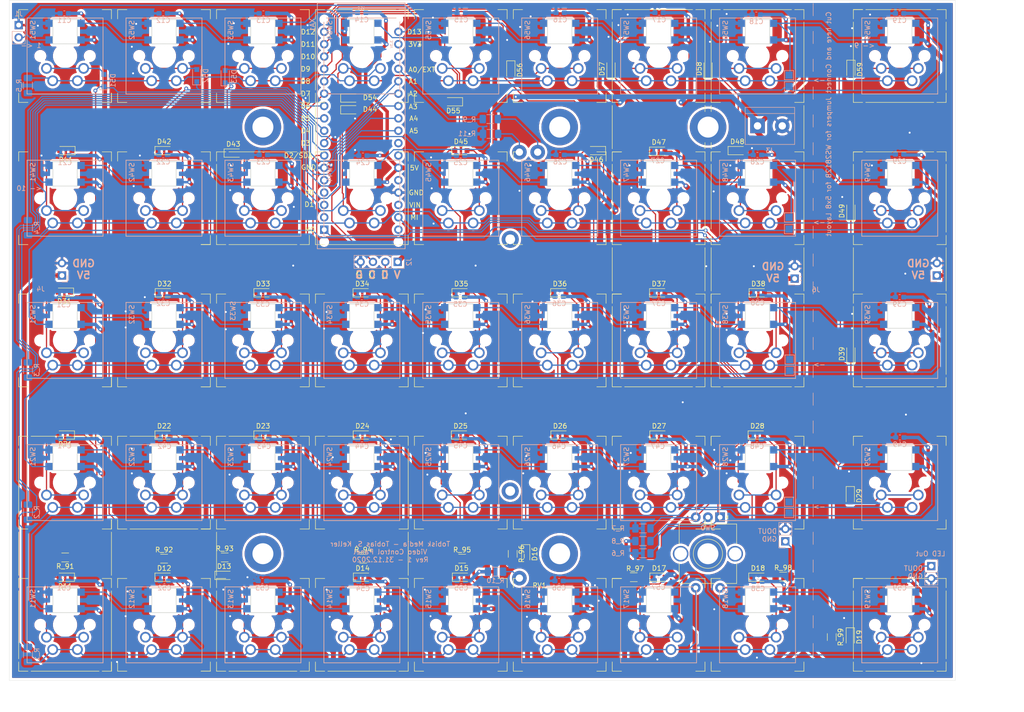
<source format=kicad_pcb>
(kicad_pcb (version 20171130) (host pcbnew "(5.1.8-0-10_14)")
  (layers (0 F.Cu signal) (31 B.Cu signal) (34 B.Paste user) (35 F.Paste user) (36 B.SilkS user) (37 F.SilkS user) (38 B.Mask user) (39 F.Mask user) (44 Edge.Cuts user))
  (net 0 "")
  (net 1 GND)
  (net 2 "Net-(XA1-PadAREF)")
  (net 3 "Net-(XA1-PadD1)")
  (net 4 "Net-(XA1-PadD0)")
  (net 5 "Net-(XA1-PadRST1)")
  (net 6 "Net-(XA1-PadVIN)")
  (net 7 "Net-(XA1-PadSCK)")
  (net 8 "Net-(XA1-PadRST2)")
  (net 9 COL1)
  (net 10 COL2)
  (net 11 COL3)
  (net 12 COL4)
  (net 13 COL5)
  (net 14 COL6)
  (net 15 COL7)
  (net 16 COL8)
  (net 17 COL9)
  (net 18 FADE)
  (net 19 WS2812)
  (net 20 SDA)
  (net 21 SCL)
  (net 22 5V)
  (net 23 3V)
  (net 24 "Net-(XA1-PadSS)")
  (net 25 "Net-(R_2-Pad2)")
  (net 26 ROW5)
  (net 27 "Net-(R_3-Pad2)")
  (net 28 ROW4)
  (net 29 "Net-(R_4-Pad2)")
  (net 30 ROW3)
  (net 31 "Net-(R_5-Pad2)")
  (net 32 ROW2)
  (net 33 ROW1)
  (net 34 "Net-(R_1-Pad2)")
  (net 35 ENC_A)
  (net 36 ENC_B)
  (net 37 "Net-(R_8-Pad1)")
  (net 38 "Net-(SW11-Pad4)")
  (net 39 "Net-(SW21-Pad4)")
  (net 40 "Net-(SW31-Pad4)")
  (net 41 "Net-(SW41-Pad4)")
  (net 42 "Net-(SW12-Pad4)")
  (net 43 "Net-(SW13-Pad4)")
  (net 44 "Net-(SW14-Pad4)")
  (net 45 "Net-(SW15-Pad4)")
  (net 46 "Net-(SW16-Pad4)")
  (net 47 "Net-(SW17-Pad4)")
  (net 48 "Net-(SW22-Pad4)")
  (net 49 "Net-(SW23-Pad4)")
  (net 50 "Net-(SW24-Pad4)")
  (net 51 "Net-(SW25-Pad4)")
  (net 52 "Net-(SW26-Pad4)")
  (net 53 "Net-(SW27-Pad4)")
  (net 54 "Net-(SW32-Pad4)")
  (net 55 "Net-(SW33-Pad4)")
  (net 56 "Net-(SW34-Pad4)")
  (net 57 "Net-(SW35-Pad4)")
  (net 58 "Net-(SW36-Pad4)")
  (net 59 "Net-(SW37-Pad4)")
  (net 60 "Net-(SW42-Pad4)")
  (net 61 "Net-(SW43-Pad4)")
  (net 62 "Net-(SW44-Pad4)")
  (net 63 "Net-(SW45-Pad4)")
  (net 64 "Net-(SW46-Pad4)")
  (net 65 "Net-(SW47-Pad4)")
  (net 66 "Net-(SW51-Pad4)")
  (net 67 "Net-(SW52-Pad4)")
  (net 68 "Net-(SW53-Pad4)")
  (net 69 "Net-(SW54-Pad4)")
  (net 70 "Net-(SW55-Pad4)")
  (net 71 "Net-(SW56-Pad4)")
  (net 72 "Net-(SW57-Pad4)")
  (net 73 "Net-(J7-Pad1)")
  (net 74 "Net-(J8-Pad1)")
  (net 75 "Net-(J9-Pad1)")
  (net 76 "Net-(J10-Pad1)")
  (net 77 "Net-(J12-Pad1)")
  (net 78 "Net-(J13-Pad1)")
  (net 79 "Net-(J15-Pad1)")
  (net 80 "Net-(J16-Pad1)")
  (net 81 "Net-(J18-Pad1)")
  (net 82 "Net-(J19-Pad1)")
  (net 83 "Net-(RV1-Pad2)")
  (net 84 "Net-(RV1-Pad3)")
  (net 85 "Net-(RV1-Pad1)")
  (net 86 "Net-(D11-Pad2)")
  (net 87 "Net-(D12-Pad2)")
  (net 88 "Net-(D13-Pad2)")
  (net 89 "Net-(D14-Pad2)")
  (net 90 "Net-(D15-Pad2)")
  (net 91 "Net-(D16-Pad2)")
  (net 92 "Net-(D17-Pad2)")
  (net 93 "Net-(D18-Pad2)")
  (net 94 "Net-(D19-Pad2)")
  (net 95 "Net-(D21-Pad2)")
  (net 96 "Net-(D22-Pad2)")
  (net 97 "Net-(D23-Pad2)")
  (net 98 "Net-(D24-Pad2)")
  (net 99 "Net-(D25-Pad2)")
  (net 100 "Net-(D26-Pad2)")
  (net 101 "Net-(D27-Pad2)")
  (net 102 "Net-(D28-Pad2)")
  (net 103 "Net-(D29-Pad2)")
  (net 104 "Net-(D31-Pad2)")
  (net 105 "Net-(D32-Pad2)")
  (net 106 "Net-(D33-Pad2)")
  (net 107 "Net-(D34-Pad2)")
  (net 108 "Net-(D35-Pad2)")
  (net 109 "Net-(D36-Pad2)")
  (net 110 "Net-(D37-Pad2)")
  (net 111 "Net-(D38-Pad2)")
  (net 112 "Net-(D39-Pad2)")
  (net 113 "Net-(D41-Pad2)")
  (net 114 "Net-(D42-Pad2)")
  (net 115 "Net-(D43-Pad2)")
  (net 116 "Net-(D44-Pad2)")
  (net 117 "Net-(D45-Pad2)")
  (net 118 "Net-(D46-Pad2)")
  (net 119 "Net-(D47-Pad2)")
  (net 120 "Net-(D48-Pad2)")
  (net 121 "Net-(D49-Pad2)")
  (net 122 "Net-(D51-Pad2)")
  (net 123 "Net-(D52-Pad2)")
  (net 124 "Net-(D53-Pad2)")
  (net 125 "Net-(D54-Pad2)")
  (net 126 "Net-(D55-Pad2)")
  (net 127 "Net-(D56-Pad2)")
  (net 128 "Net-(D57-Pad2)")
  (net 129 "Net-(D58-Pad2)")
  (net 130 "Net-(D59-Pad2)")
  (module Resistor_SMD:R_1206_3216Metric_Pad1.30x1.75mm_HandSolder (layer F.Cu) (at 177.85 136.4)
    (fp_text reference R_98 (at 0 -1.82 180) (layer F.SilkS))
    (fp_text value R)
    (pad 2 smd roundrect (at 1.55 0) (size 1.3 1.75) (layers F.Cu F.Paste F.Mask) (roundrect_rratio 0.192308) (net 1 GND))
    (pad 1 smd roundrect (at -1.55 0) (size 1.3 1.75) (layers F.Cu F.Paste F.Mask) (roundrect_rratio 0.192308) (net 16 COL8))
  )
  (module Resistor_SMD:R_1206_3216Metric_Pad1.30x1.75mm_HandSolder (layer B.Cu) (at 149.05 131.6 180)
    (fp_text reference R_6 (at 5.106 0 180) (layer B.SilkS) (effects (justify mirror)))
    (fp_text value R)
    (pad 2 smd roundrect (at 1.55 0 180) (size 1.3 1.75) (layers B.Cu B.Paste B.Mask) (roundrect_rratio 0.192308) (net 1 GND))
    (pad 1 smd roundrect (at -1.55 0 180) (size 1.3 1.75) (layers B.Cu B.Paste B.Mask) (roundrect_rratio 0.192308) (net 35 ENC_A))
  )
  (module Capacitor_SMD:C_0603_1608Metric_Pad1.08x0.95mm_HandSolder (layer B.Cu) (at 91.5405 49.911)
    (fp_text reference C24 (at 0 1.43) (layer B.SilkS) (effects (justify mirror)))
    (fp_text value cap_np)
    (pad 2 smd roundrect (at 0.8625 0) (size 1.075 0.95) (layers B.Cu B.Paste B.Mask) (net 22 5V))
    (pad 1 smd roundrect (at -0.8625 0) (size 1.075 0.95) (layers B.Cu B.Paste B.Mask) (net 1 GND))
  )
  (module Capacitor_SMD:C_0603_1608Metric_Pad1.08x0.95mm_HandSolder (layer B.Cu) (at 91.2865 20.574)
    (fp_text reference C14 (at 0 1.43) (layer B.SilkS) (effects (justify mirror)))
    (fp_text value cap_np)
    (pad 2 smd roundrect (at 0.8625 0) (size 1.075 0.95) (layers B.Cu B.Paste B.Mask) (net 22 5V))
    (pad 1 smd roundrect (at -0.8625 0) (size 1.075 0.95) (layers B.Cu B.Paste B.Mask) (net 1 GND))
  )
  (module Button_Switch_Keyboard:Cherry_MX_SK6812_BS (layer B.Cu) (at 201.803 117.094)
    (fp_text reference SW29 (at -6.604 -5.334 -90) (layer B.SilkS) (effects (justify mirror)))
    (fp_text value SW_WS2812B)
    (fp_line (start -2.5 -7.5) (end -2.5 -2.5) (layer Edge.Cuts) (width 0.12))
    (fp_line (start 2.5 -7.5) (end -2.5 -7.5) (layer Edge.Cuts) (width 0.12))
    (fp_line (start 2.5 -2.5) (end 2.5 -7.5) (layer Edge.Cuts) (width 0.12))
    (fp_line (start -2.5 -2.5) (end 2.5 -2.5) (layer Edge.Cuts) (width 0.12))
    (pad "" np_thru_hole circle (at -5.08 0) (size 1.4986 1.4986) (drill 1.4986) (layers *.Cu *.Mask))
    (pad "" np_thru_hole circle (at 5.08 0) (size 1.4986 1.4986) (drill 1.4986) (layers *.Cu *.Mask))
    (pad 2 thru_hole circle (at -2.54 5.08) (size 2.2 2.2) (drill 1.4986) (layers *.Cu *.Mask) (net 32 ROW2))
    (pad 1 thru_hole circle (at 3.81 2.54) (size 2.2 2.2) (drill 1.4986) (layers *.Cu *.Mask) (net 103 "Net-(D29-Pad2)"))
    (pad 6 smd rect (at -3.302 -6.731) (size 1.5 1.5) (layers B.Cu B.Paste B.Mask) (net 1 GND))
    (pad 5 smd rect (at -3.302 -3.302) (size 1.5 1.5) (layers B.Cu B.Paste B.Mask) (net 75 "Net-(J9-Pad1)"))
    (pad 4 smd rect (at 3.302 -6.731) (size 1.5 1.5) (layers B.Cu B.Paste B.Mask) (net 76 "Net-(J10-Pad1)"))
    (pad 3 smd rect (at 3.302 -3.302) (size 1.5 1.5) (layers B.Cu B.Paste B.Mask) (net 22 5V))
    (pad 2 thru_hole circle (at 2.54 5.08) (size 2.2 2.2) (drill 1.4986) (layers *.Cu *.Mask) (net 32 ROW2))
    (pad 1 thru_hole circle (at -3.81 2.54) (size 2.2 2.2) (drill 1.4986) (layers *.Cu *.Mask) (net 103 "Net-(D29-Pad2)"))
    (pad "" np_thru_hole circle (at 0 0) (size 3.9878 3.9878) (drill 3.9878) (layers *.Cu *.Mask))
  )
  (module Diode_SMD:D_SOD-323_HandSoldering (layer F.Cu) (at 191.77 32.2215 270)
    (fp_text reference D59 (at 0 -1.85 90) (layer F.SilkS))
    (fp_text value DIODE)
    (pad 2 smd rect (at 1.25 0 270) (size 1 1) (layers F.Cu F.Paste F.Mask) (net 130 "Net-(D59-Pad2)"))
    (pad 1 smd rect (at -1.25 0 270) (size 1 1) (layers F.Cu F.Paste F.Mask) (net 17 COL9))
  )
  (module Diode_SMD:D_SOD-323_HandSoldering (layer F.Cu) (at 162.433 32.0945 90)
    (fp_text reference D58 (at 0 -1.85 90) (layer F.SilkS))
    (fp_text value DIODE)
    (pad 2 smd rect (at 1.25 0 90) (size 1 1) (layers F.Cu F.Paste F.Mask) (net 129 "Net-(D58-Pad2)"))
    (pad 1 smd rect (at -1.25 0 90) (size 1 1) (layers F.Cu F.Paste F.Mask) (net 16 COL8))
  )
  (module Diode_SMD:D_SOD-323_HandSoldering (layer F.Cu) (at 142.494 32.0945 90)
    (fp_text reference D57 (at 0 -1.85 90) (layer F.SilkS))
    (fp_text value DIODE)
    (pad 2 smd rect (at 1.25 0 90) (size 1 1) (layers F.Cu F.Paste F.Mask) (net 128 "Net-(D57-Pad2)"))
    (pad 1 smd rect (at -1.25 0 90) (size 1 1) (layers F.Cu F.Paste F.Mask) (net 15 COL7))
  )
  (module Diode_SMD:D_SOD-323_HandSoldering (layer F.Cu) (at 121.92 32.3485 270)
    (fp_text reference D56 (at 0 -1.85 90) (layer F.SilkS))
    (fp_text value DIODE)
    (pad 2 smd rect (at 1.25 0 270) (size 1 1) (layers F.Cu F.Paste F.Mask) (net 127 "Net-(D56-Pad2)"))
    (pad 1 smd rect (at -1.25 0 270) (size 1 1) (layers F.Cu F.Paste F.Mask) (net 14 COL6))
  )
  (module Diode_SMD:D_SOD-323_HandSoldering (layer F.Cu) (at 110.109 38.862 180)
    (fp_text reference D55 (at 0 -1.85) (layer F.SilkS))
    (fp_text value DIODE)
    (pad 2 smd rect (at 1.25 0 180) (size 1 1) (layers F.Cu F.Paste F.Mask) (net 126 "Net-(D55-Pad2)"))
    (pad 1 smd rect (at -1.25 0 180) (size 1 1) (layers F.Cu F.Paste F.Mask) (net 13 COL5))
  )
  (module Diode_SMD:D_SOD-323_HandSoldering (layer F.Cu) (at 88.8635 38.1)
    (fp_text reference D54 (at 4.1365 -0.1) (layer F.SilkS))
    (fp_text value DIODE)
    (pad 2 smd rect (at 1.25 0) (size 1 1) (layers F.Cu F.Paste F.Mask) (net 125 "Net-(D54-Pad2)"))
    (pad 1 smd rect (at -1.25 0) (size 1 1) (layers F.Cu F.Paste F.Mask) (net 12 COL4))
  )
  (module Diode_SMD:D_SOD-323_HandSoldering (layer B.Cu) (at 63.246 33.6915 90)
    (fp_text reference D53 (at 0 1.85 90) (layer B.SilkS) (effects (justify mirror)))
    (fp_text value DIODE)
    (pad 2 smd rect (at 1.25 0 90) (size 1 1) (layers B.Cu B.Paste B.Mask) (net 124 "Net-(D53-Pad2)"))
    (pad 1 smd rect (at -1.25 0 90) (size 1 1) (layers B.Cu B.Paste B.Mask) (net 11 COL3))
  )
  (module Diode_SMD:D_SOD-323_HandSoldering (layer B.Cu) (at 57.404 33.4915 90)
    (fp_text reference D52 (at 0 1.85 90) (layer B.SilkS) (effects (justify mirror)))
    (fp_text value DIODE)
    (pad 2 smd rect (at 1.25 0 90) (size 1 1) (layers B.Cu B.Paste B.Mask) (net 123 "Net-(D52-Pad2)"))
    (pad 1 smd rect (at -1.25 0 90) (size 1 1) (layers B.Cu B.Paste B.Mask) (net 10 COL2))
  )
  (module Diode_SMD:D_SOD-323_HandSoldering (layer B.Cu) (at 38.354 34.5075 90)
    (fp_text reference D51 (at 0 1.85 90) (layer B.SilkS) (effects (justify mirror)))
    (fp_text value DIODE)
    (pad 2 smd rect (at 1.25 0 90) (size 1 1) (layers B.Cu B.Paste B.Mask) (net 122 "Net-(D51-Pad2)"))
    (pad 1 smd rect (at -1.25 0 90) (size 1 1) (layers B.Cu B.Paste B.Mask) (net 9 COL1))
  )
  (module Diode_SMD:D_SOD-323_HandSoldering (layer F.Cu) (at 191.77 61.3045 90)
    (fp_text reference D49 (at 0 -1.85 90) (layer F.SilkS))
    (fp_text value DIODE)
    (pad 2 smd rect (at 1.25 0 90) (size 1 1) (layers F.Cu F.Paste F.Mask) (net 121 "Net-(D49-Pad2)"))
    (pad 1 smd rect (at -1.25 0 90) (size 1 1) (layers F.Cu F.Paste F.Mask) (net 17 COL9))
  )
  (module Diode_SMD:D_SOD-323_HandSoldering (layer F.Cu) (at 168.4385 48.895)
    (fp_text reference D48 (at 0 -1.85) (layer F.SilkS))
    (fp_text value DIODE)
    (pad 2 smd rect (at 1.25 0) (size 1 1) (layers F.Cu F.Paste F.Mask) (net 120 "Net-(D48-Pad2)"))
    (pad 1 smd rect (at -1.25 0) (size 1 1) (layers F.Cu F.Paste F.Mask) (net 16 COL8))
  )
  (module Diode_SMD:D_SOD-323_HandSoldering (layer F.Cu) (at 152.3095 49.022)
    (fp_text reference D47 (at 0 -1.85) (layer F.SilkS))
    (fp_text value DIODE)
    (pad 2 smd rect (at 1.25 0) (size 1 1) (layers F.Cu F.Paste F.Mask) (net 119 "Net-(D47-Pad2)"))
    (pad 1 smd rect (at -1.25 0) (size 1 1) (layers F.Cu F.Paste F.Mask) (net 15 COL7))
  )
  (module Diode_SMD:D_SOD-323_HandSoldering (layer F.Cu) (at 139.4825 48.895 180)
    (fp_text reference D46 (at 0 -1.85) (layer F.SilkS))
    (fp_text value DIODE)
    (pad 2 smd rect (at 1.25 0 180) (size 1 1) (layers F.Cu F.Paste F.Mask) (net 118 "Net-(D46-Pad2)"))
    (pad 1 smd rect (at -1.25 0 180) (size 1 1) (layers F.Cu F.Paste F.Mask) (net 14 COL6))
  )
  (module Diode_SMD:D_SOD-323_HandSoldering (layer F.Cu) (at 111.6695 48.895)
    (fp_text reference D45 (at 0 -1.85) (layer F.SilkS))
    (fp_text value DIODE)
    (pad 2 smd rect (at 1.25 0) (size 1 1) (layers F.Cu F.Paste F.Mask) (net 117 "Net-(D45-Pad2)"))
    (pad 1 smd rect (at -1.25 0) (size 1 1) (layers F.Cu F.Paste F.Mask) (net 13 COL5))
  )
  (module Diode_SMD:D_SOD-323_HandSoldering (layer F.Cu) (at 88.8635 40.513)
    (fp_text reference D44 (at 4.1365 -0.113) (layer F.SilkS))
    (fp_text value DIODE)
    (pad 2 smd rect (at 1.25 0) (size 1 1) (layers F.Cu F.Paste F.Mask) (net 116 "Net-(D44-Pad2)"))
    (pad 1 smd rect (at -1.25 0) (size 1 1) (layers F.Cu F.Paste F.Mask) (net 12 COL4))
  )
  (module Diode_SMD:D_SOD-323_HandSoldering (layer F.Cu) (at 64.917 49.403)
    (fp_text reference D43 (at 0 -1.85) (layer F.SilkS))
    (fp_text value DIODE)
    (pad 2 smd rect (at 1.25 0) (size 1 1) (layers F.Cu F.Paste F.Mask) (net 115 "Net-(D43-Pad2)"))
    (pad 1 smd rect (at -1.25 0) (size 1 1) (layers F.Cu F.Paste F.Mask) (net 11 COL3))
  )
  (module Diode_SMD:D_SOD-323_HandSoldering (layer F.Cu) (at 50.7095 48.895)
    (fp_text reference D42 (at 0 -1.85) (layer F.SilkS))
    (fp_text value DIODE)
    (pad 2 smd rect (at 1.25 0) (size 1 1) (layers F.Cu F.Paste F.Mask) (net 114 "Net-(D42-Pad2)"))
    (pad 1 smd rect (at -1.25 0) (size 1 1) (layers F.Cu F.Paste F.Mask) (net 10 COL2))
  )
  (module Diode_SMD:D_SOD-323_HandSoldering (layer F.Cu) (at 30.5165 48.895 180)
    (fp_text reference D41 (at 0 -1.85) (layer F.SilkS))
    (fp_text value DIODE)
    (pad 2 smd rect (at 1.25 0 180) (size 1 1) (layers F.Cu F.Paste F.Mask) (net 113 "Net-(D41-Pad2)"))
    (pad 1 smd rect (at -1.25 0 180) (size 1 1) (layers F.Cu F.Paste F.Mask) (net 9 COL1))
  )
  (module Diode_SMD:D_SOD-323_HandSoldering (layer F.Cu) (at 191.77 90.6415 90)
    (fp_text reference D39 (at 0 -1.85 90) (layer F.SilkS))
    (fp_text value DIODE)
    (pad 2 smd rect (at 1.25 0 90) (size 1 1) (layers F.Cu F.Paste F.Mask) (net 112 "Net-(D39-Pad2)"))
    (pad 1 smd rect (at -1.25 0 90) (size 1 1) (layers F.Cu F.Paste F.Mask) (net 17 COL9))
  )
  (module Diode_SMD:D_SOD-323_HandSoldering (layer F.Cu) (at 172.7565 78.105)
    (fp_text reference D38 (at 0 -1.85) (layer F.SilkS))
    (fp_text value DIODE)
    (pad 2 smd rect (at 1.25 0) (size 1 1) (layers F.Cu F.Paste F.Mask) (net 111 "Net-(D38-Pad2)"))
    (pad 1 smd rect (at -1.25 0) (size 1 1) (layers F.Cu F.Paste F.Mask) (net 16 COL8))
  )
  (module Diode_SMD:D_SOD-323_HandSoldering (layer F.Cu) (at 152.3095 78.105)
    (fp_text reference D37 (at 0 -1.85) (layer F.SilkS))
    (fp_text value DIODE)
    (pad 2 smd rect (at 1.25 0) (size 1 1) (layers F.Cu F.Paste F.Mask) (net 110 "Net-(D37-Pad2)"))
    (pad 1 smd rect (at -1.25 0) (size 1 1) (layers F.Cu F.Paste F.Mask) (net 15 COL7))
  )
  (module Diode_SMD:D_SOD-323_HandSoldering (layer F.Cu) (at 131.9895 78.105)
    (fp_text reference D36 (at 0 -1.85) (layer F.SilkS))
    (fp_text value DIODE)
    (pad 2 smd rect (at 1.25 0) (size 1 1) (layers F.Cu F.Paste F.Mask) (net 109 "Net-(D36-Pad2)"))
    (pad 1 smd rect (at -1.25 0) (size 1 1) (layers F.Cu F.Paste F.Mask) (net 14 COL6))
  )
  (module Diode_SMD:D_SOD-323_HandSoldering (layer F.Cu) (at 111.7235 78.105)
    (fp_text reference D35 (at 0 -1.85) (layer F.SilkS))
    (fp_text value DIODE)
    (pad 2 smd rect (at 1.25 0) (size 1 1) (layers F.Cu F.Paste F.Mask) (net 108 "Net-(D35-Pad2)"))
    (pad 1 smd rect (at -1.25 0) (size 1 1) (layers F.Cu F.Paste F.Mask) (net 13 COL5))
  )
  (module Diode_SMD:D_SOD-323_HandSoldering (layer F.Cu) (at 91.4035 78.105)
    (fp_text reference D34 (at 0 -1.85) (layer F.SilkS))
    (fp_text value DIODE)
    (pad 2 smd rect (at 1.25 0) (size 1 1) (layers F.Cu F.Paste F.Mask) (net 107 "Net-(D34-Pad2)"))
    (pad 1 smd rect (at -1.25 0) (size 1 1) (layers F.Cu F.Paste F.Mask) (net 12 COL4))
  )
  (module Diode_SMD:D_SOD-323_HandSoldering (layer F.Cu) (at 71.0295 78.105)
    (fp_text reference D33 (at 0 -1.85) (layer F.SilkS))
    (fp_text value DIODE)
    (pad 2 smd rect (at 1.25 0) (size 1 1) (layers F.Cu F.Paste F.Mask) (net 106 "Net-(D33-Pad2)"))
    (pad 1 smd rect (at -1.25 0) (size 1 1) (layers F.Cu F.Paste F.Mask) (net 11 COL3))
  )
  (module Diode_SMD:D_SOD-323_HandSoldering (layer F.Cu) (at 50.7635 78.105)
    (fp_text reference D32 (at 0 -1.85) (layer F.SilkS))
    (fp_text value DIODE)
    (pad 2 smd rect (at 1.25 0) (size 1 1) (layers F.Cu F.Paste F.Mask) (net 105 "Net-(D32-Pad2)"))
    (pad 1 smd rect (at -1.25 0) (size 1 1) (layers F.Cu F.Paste F.Mask) (net 10 COL2))
  )
  (module Diode_SMD:D_SOD-323_HandSoldering (layer F.Cu) (at 30.206 77.978 180)
    (fp_text reference D31 (at 0 -1.85) (layer F.SilkS))
    (fp_text value DIODE)
    (pad 2 smd rect (at 1.25 0 180) (size 1 1) (layers F.Cu F.Paste F.Mask) (net 104 "Net-(D31-Pad2)"))
    (pad 1 smd rect (at -1.25 0 180) (size 1 1) (layers F.Cu F.Paste F.Mask) (net 9 COL1))
  )
  (module Diode_SMD:D_SOD-323_HandSoldering (layer F.Cu) (at 191.643 119.7975 270)
    (fp_text reference D29 (at 0 -1.85 90) (layer F.SilkS))
    (fp_text value DIODE)
    (pad 2 smd rect (at 1.25 0 270) (size 1 1) (layers F.Cu F.Paste F.Mask) (net 103 "Net-(D29-Pad2)"))
    (pad 1 smd rect (at -1.25 0 270) (size 1 1) (layers F.Cu F.Paste F.Mask) (net 17 COL9))
  )
  (module Diode_SMD:D_SOD-323_HandSoldering (layer F.Cu) (at 172.5565 107.315)
    (fp_text reference D28 (at 0 -1.85) (layer F.SilkS))
    (fp_text value DIODE)
    (pad 2 smd rect (at 1.25 0) (size 1 1) (layers F.Cu F.Paste F.Mask) (net 102 "Net-(D28-Pad2)"))
    (pad 1 smd rect (at -1.25 0) (size 1 1) (layers F.Cu F.Paste F.Mask) (net 16 COL8))
  )
  (module Diode_SMD:D_SOD-323_HandSoldering (layer F.Cu) (at 152.3635 107.315)
    (fp_text reference D27 (at 0 -1.85) (layer F.SilkS))
    (fp_text value DIODE)
    (pad 2 smd rect (at 1.25 0) (size 1 1) (layers F.Cu F.Paste F.Mask) (net 101 "Net-(D27-Pad2)"))
    (pad 1 smd rect (at -1.25 0) (size 1 1) (layers F.Cu F.Paste F.Mask) (net 15 COL7))
  )
  (module Diode_SMD:D_SOD-323_HandSoldering (layer F.Cu) (at 132.0435 107.315)
    (fp_text reference D26 (at 0 -1.85) (layer F.SilkS))
    (fp_text value DIODE)
    (pad 2 smd rect (at 1.25 0) (size 1 1) (layers F.Cu F.Paste F.Mask) (net 100 "Net-(D26-Pad2)"))
    (pad 1 smd rect (at -1.25 0) (size 1 1) (layers F.Cu F.Paste F.Mask) (net 14 COL6))
  )
  (module Diode_SMD:D_SOD-323_HandSoldering (layer F.Cu) (at 111.5965 107.315)
    (fp_text reference D25 (at 0 -1.85) (layer F.SilkS))
    (fp_text value DIODE)
    (pad 2 smd rect (at 1.25 0) (size 1 1) (layers F.Cu F.Paste F.Mask) (net 99 "Net-(D25-Pad2)"))
    (pad 1 smd rect (at -1.25 0) (size 1 1) (layers F.Cu F.Paste F.Mask) (net 13 COL5))
  )
  (module Diode_SMD:D_SOD-323_HandSoldering (layer F.Cu) (at 91.44 107.315)
    (fp_text reference D24 (at 0 -1.85) (layer F.SilkS))
    (fp_text value DIODE)
    (pad 2 smd rect (at 1.25 0) (size 1 1) (layers F.Cu F.Paste F.Mask) (net 98 "Net-(D24-Pad2)"))
    (pad 1 smd rect (at -1.25 0) (size 1 1) (layers F.Cu F.Paste F.Mask) (net 12 COL4))
  )
  (module Diode_SMD:D_SOD-323_HandSoldering (layer F.Cu) (at 71.0295 107.315)
    (fp_text reference D23 (at 0 -1.85) (layer F.SilkS))
    (fp_text value DIODE)
    (pad 2 smd rect (at 1.25 0) (size 1 1) (layers F.Cu F.Paste F.Mask) (net 97 "Net-(D23-Pad2)"))
    (pad 1 smd rect (at -1.25 0) (size 1 1) (layers F.Cu F.Paste F.Mask) (net 11 COL3))
  )
  (module Diode_SMD:D_SOD-323_HandSoldering (layer F.Cu) (at 50.7095 107.315)
    (fp_text reference D22 (at 0 -1.85) (layer F.SilkS))
    (fp_text value DIODE)
    (pad 2 smd rect (at 1.25 0) (size 1 1) (layers F.Cu F.Paste F.Mask) (net 96 "Net-(D22-Pad2)"))
    (pad 1 smd rect (at -1.25 0) (size 1 1) (layers F.Cu F.Paste F.Mask) (net 10 COL2))
  )
  (module Diode_SMD:D_SOD-323_HandSoldering (layer F.Cu) (at 30.3895 107.315 180)
    (fp_text reference D21 (at 0 -1.85) (layer F.SilkS))
    (fp_text value DIODE)
    (pad 2 smd rect (at 1.25 0 180) (size 1 1) (layers F.Cu F.Paste F.Mask) (net 95 "Net-(D21-Pad2)"))
    (pad 1 smd rect (at -1.25 0 180) (size 1 1) (layers F.Cu F.Paste F.Mask) (net 9 COL1))
  )
  (module Diode_SMD:D_SOD-323_HandSoldering (layer F.Cu) (at 191.643 148.8075 270)
    (fp_text reference D19 (at 0 -1.85 90) (layer F.SilkS))
    (fp_text value DIODE)
    (pad 2 smd rect (at 1.25 0 270) (size 1 1) (layers F.Cu F.Paste F.Mask) (net 94 "Net-(D19-Pad2)"))
    (pad 1 smd rect (at -1.25 0 270) (size 1 1) (layers F.Cu F.Paste F.Mask) (net 17 COL9))
  )
  (module Diode_SMD:D_SOD-323_HandSoldering (layer F.Cu) (at 172.6835 136.525)
    (fp_text reference D18 (at 0 -1.85) (layer F.SilkS))
    (fp_text value DIODE)
    (pad 2 smd rect (at 1.25 0) (size 1 1) (layers F.Cu F.Paste F.Mask) (net 93 "Net-(D18-Pad2)"))
    (pad 1 smd rect (at -1.25 0) (size 1 1) (layers F.Cu F.Paste F.Mask) (net 16 COL8))
  )
  (module Diode_SMD:D_SOD-323_HandSoldering (layer F.Cu) (at 152.3635 136.525)
    (fp_text reference D17 (at 0 -1.85) (layer F.SilkS))
    (fp_text value DIODE)
    (pad 2 smd rect (at 1.25 0) (size 1 1) (layers F.Cu F.Paste F.Mask) (net 92 "Net-(D17-Pad2)"))
    (pad 1 smd rect (at -1.25 0) (size 1 1) (layers F.Cu F.Paste F.Mask) (net 15 COL7))
  )
  (module Diode_SMD:D_SOD-323_HandSoldering (layer F.Cu) (at 124.968 131.7355 270)
    (fp_text reference D16 (at 0 -1.85 90) (layer F.SilkS))
    (fp_text value DIODE)
    (pad 2 smd rect (at 1.25 0 270) (size 1 1) (layers F.Cu F.Paste F.Mask) (net 91 "Net-(D16-Pad2)"))
    (pad 1 smd rect (at -1.25 0 270) (size 1 1) (layers F.Cu F.Paste F.Mask) (net 14 COL6))
  )
  (module Diode_SMD:D_SOD-323_HandSoldering (layer F.Cu) (at 111.7965 136.525)
    (fp_text reference D15 (at 0 -1.85) (layer F.SilkS))
    (fp_text value DIODE)
    (pad 2 smd rect (at 1.25 0) (size 1 1) (layers F.Cu F.Paste F.Mask) (net 90 "Net-(D15-Pad2)"))
    (pad 1 smd rect (at -1.25 0) (size 1 1) (layers F.Cu F.Paste F.Mask) (net 13 COL5))
  )
  (module Diode_SMD:D_SOD-323_HandSoldering (layer F.Cu) (at 91.4765 136.525)
    (fp_text reference D14 (at 0 -1.85) (layer F.SilkS))
    (fp_text value DIODE)
    (pad 2 smd rect (at 1.25 0) (size 1 1) (layers F.Cu F.Paste F.Mask) (net 89 "Net-(D14-Pad2)"))
    (pad 1 smd rect (at -1.25 0) (size 1 1) (layers F.Cu F.Paste F.Mask) (net 12 COL4))
  )
  (module Diode_SMD:D_SOD-323_HandSoldering (layer F.Cu) (at 63.0285 136.144)
    (fp_text reference D13 (at 0 -1.85) (layer F.SilkS))
    (fp_text value DIODE)
    (pad 2 smd rect (at 1.25 0) (size 1 1) (layers F.Cu F.Paste F.Mask) (net 88 "Net-(D13-Pad2)"))
    (pad 1 smd rect (at -1.25 0) (size 1 1) (layers F.Cu F.Paste F.Mask) (net 11 COL3))
  )
  (module Diode_SMD:D_SOD-323_HandSoldering (layer F.Cu) (at 50.7095 136.525)
    (fp_text reference D12 (at 0 -1.85) (layer F.SilkS))
    (fp_text value DIODE)
    (pad 2 smd rect (at 1.25 0) (size 1 1) (layers F.Cu F.Paste F.Mask) (net 87 "Net-(D12-Pad2)"))
    (pad 1 smd rect (at -1.25 0) (size 1 1) (layers F.Cu F.Paste F.Mask) (net 10 COL2))
  )
  (module Diode_SMD:D_SOD-323_HandSoldering (layer F.Cu) (at 30.3895 136.525 180)
    (fp_text reference D11 (at 0 -1.85) (layer F.SilkS))
    (fp_text value DIODE)
    (pad 2 smd rect (at 1.25 0 180) (size 1 1) (layers F.Cu F.Paste F.Mask) (net 86 "Net-(D11-Pad2)"))
    (pad 1 smd rect (at -1.25 0 180) (size 1 1) (layers F.Cu F.Paste F.Mask) (net 9 COL1))
  )
  (module Capacitor_SMD:C_0603_1608Metric_Pad1.08x0.95mm_HandSolder (layer B.Cu) (at 201.803 137.287)
    (fp_text reference C59 (at 0 1.43) (layer B.SilkS) (effects (justify mirror)))
    (fp_text value cap_np)
    (pad 2 smd roundrect (at 0.8625 0) (size 1.075 0.95) (layers B.Cu B.Paste B.Mask) (net 22 5V))
    (pad 1 smd roundrect (at -0.8625 0) (size 1.075 0.95) (layers B.Cu B.Paste B.Mask) (net 1 GND))
  )
  (module Capacitor_SMD:C_0603_1608Metric_Pad1.08x0.95mm_HandSolder (layer B.Cu) (at 172.6935 137.414)
    (fp_text reference C58 (at 0 1.43) (layer B.SilkS) (effects (justify mirror)))
    (fp_text value cap_np)
    (pad 2 smd roundrect (at 0.8625 0) (size 1.075 0.95) (layers B.Cu B.Paste B.Mask) (net 22 5V))
    (pad 1 smd roundrect (at -0.8625 0) (size 1.075 0.95) (layers B.Cu B.Paste B.Mask) (net 1 GND))
  )
  (module Capacitor_SMD:C_0603_1608Metric_Pad1.08x0.95mm_HandSolder (layer B.Cu) (at 152.2465 137.16)
    (fp_text reference C57 (at 0 1.43) (layer B.SilkS) (effects (justify mirror)))
    (fp_text value cap_np)
    (pad 2 smd roundrect (at 0.8625 0) (size 1.075 0.95) (layers B.Cu B.Paste B.Mask) (net 22 5V))
    (pad 1 smd roundrect (at -0.8625 0) (size 1.075 0.95) (layers B.Cu B.Paste B.Mask) (net 1 GND))
  )
  (module Capacitor_SMD:C_0603_1608Metric_Pad1.08x0.95mm_HandSolder (layer B.Cu) (at 131.826 137.287)
    (fp_text reference C56 (at 0 1.43) (layer B.SilkS) (effects (justify mirror)))
    (fp_text value cap_np)
    (pad 2 smd roundrect (at 0.8625 0) (size 1.075 0.95) (layers B.Cu B.Paste B.Mask) (net 22 5V))
    (pad 1 smd roundrect (at -0.8625 0) (size 1.075 0.95) (layers B.Cu B.Paste B.Mask) (net 1 GND))
  )
  (module Capacitor_SMD:C_0603_1608Metric_Pad1.08x0.95mm_HandSolder (layer B.Cu) (at 111.7335 137.287)
    (fp_text reference C55 (at 0 1.43) (layer B.SilkS) (effects (justify mirror)))
    (fp_text value cap_np)
    (pad 2 smd roundrect (at 0.8625 0) (size 1.075 0.95) (layers B.Cu B.Paste B.Mask) (net 22 5V))
    (pad 1 smd roundrect (at -0.8625 0) (size 1.075 0.95) (layers B.Cu B.Paste B.Mask) (net 1 GND))
  )
  (module Capacitor_SMD:C_0603_1608Metric_Pad1.08x0.95mm_HandSolder (layer B.Cu) (at 91.5405 137.414)
    (fp_text reference C54 (at 0 1.43) (layer B.SilkS) (effects (justify mirror)))
    (fp_text value cap_np)
    (pad 2 smd roundrect (at 0.8625 0) (size 1.075 0.95) (layers B.Cu B.Paste B.Mask) (net 22 5V))
    (pad 1 smd roundrect (at -0.8625 0) (size 1.075 0.95) (layers B.Cu B.Paste B.Mask) (net 1 GND))
  )
  (module Capacitor_SMD:C_0603_1608Metric_Pad1.08x0.95mm_HandSolder (layer B.Cu) (at 70.8925 137.287)
    (fp_text reference C53 (at 0 1.43) (layer B.SilkS) (effects (justify mirror)))
    (fp_text value cap_np)
    (pad 2 smd roundrect (at 0.8625 0) (size 1.075 0.95) (layers B.Cu B.Paste B.Mask) (net 22 5V))
    (pad 1 smd roundrect (at -0.8625 0) (size 1.075 0.95) (layers B.Cu B.Paste B.Mask) (net 1 GND))
  )
  (module Capacitor_SMD:C_0603_1608Metric_Pad1.08x0.95mm_HandSolder (layer B.Cu) (at 50.7735 137.287)
    (fp_text reference C52 (at 0 1.43) (layer B.SilkS) (effects (justify mirror)))
    (fp_text value cap_np)
    (pad 2 smd roundrect (at 0.8625 0) (size 1.075 0.95) (layers B.Cu B.Paste B.Mask) (net 22 5V))
    (pad 1 smd roundrect (at -0.8625 0) (size 1.075 0.95) (layers B.Cu B.Paste B.Mask) (net 1 GND))
  )
  (module Capacitor_SMD:C_0603_1608Metric_Pad1.08x0.95mm_HandSolder (layer B.Cu) (at 30.1255 137.287)
    (fp_text reference C51 (at 0 1.43) (layer B.SilkS) (effects (justify mirror)))
    (fp_text value cap_np)
    (pad 2 smd roundrect (at 0.8625 0) (size 1.075 0.95) (layers B.Cu B.Paste B.Mask) (net 22 5V))
    (pad 1 smd roundrect (at -0.8625 0) (size 1.075 0.95) (layers B.Cu B.Paste B.Mask) (net 1 GND))
  )
  (module Capacitor_SMD:C_0603_1608Metric_Pad1.08x0.95mm_HandSolder (layer B.Cu) (at 201.8295 107.823)
    (fp_text reference C49 (at 0 1.43) (layer B.SilkS) (effects (justify mirror)))
    (fp_text value cap_np)
    (pad 2 smd roundrect (at 0.8625 0) (size 1.075 0.95) (layers B.Cu B.Paste B.Mask) (net 22 5V))
    (pad 1 smd roundrect (at -0.8625 0) (size 1.075 0.95) (layers B.Cu B.Paste B.Mask) (net 1 GND))
  )
  (module Capacitor_SMD:C_0603_1608Metric_Pad1.08x0.95mm_HandSolder (layer B.Cu) (at 172.4925 108.204)
    (fp_text reference C48 (at 0 1.43) (layer B.SilkS) (effects (justify mirror)))
    (fp_text value cap_np)
    (pad 2 smd roundrect (at 0.8625 0) (size 1.075 0.95) (layers B.Cu B.Paste B.Mask) (net 22 5V))
    (pad 1 smd roundrect (at -0.8625 0) (size 1.075 0.95) (layers B.Cu B.Paste B.Mask) (net 1 GND))
  )
  (module Capacitor_SMD:C_0603_1608Metric_Pad1.08x0.95mm_HandSolder (layer B.Cu) (at 152.1195 108.204)
    (fp_text reference C47 (at 0 1.43) (layer B.SilkS) (effects (justify mirror)))
    (fp_text value cap_np)
    (pad 2 smd roundrect (at 0.8625 0) (size 1.075 0.95) (layers B.Cu B.Paste B.Mask) (net 22 5V))
    (pad 1 smd roundrect (at -0.8625 0) (size 1.075 0.95) (layers B.Cu B.Paste B.Mask) (net 1 GND))
  )
  (module Capacitor_SMD:C_0603_1608Metric_Pad1.08x0.95mm_HandSolder (layer B.Cu) (at 131.7995 108.204)
    (fp_text reference C46 (at 0 1.43) (layer B.SilkS) (effects (justify mirror)))
    (fp_text value cap_np)
    (pad 2 smd roundrect (at 0.8625 0) (size 1.075 0.95) (layers B.Cu B.Paste B.Mask) (net 22 5V))
    (pad 1 smd roundrect (at -0.8625 0) (size 1.075 0.95) (layers B.Cu B.Paste B.Mask) (net 1 GND))
  )
  (module Capacitor_SMD:C_0603_1608Metric_Pad1.08x0.95mm_HandSolder (layer B.Cu) (at 111.6065 108.077)
    (fp_text reference C45 (at 0 1.43) (layer B.SilkS) (effects (justify mirror)))
    (fp_text value cap_np)
    (pad 2 smd roundrect (at 0.8625 0) (size 1.075 0.95) (layers B.Cu B.Paste B.Mask) (net 22 5V))
    (pad 1 smd roundrect (at -0.8625 0) (size 1.075 0.95) (layers B.Cu B.Paste B.Mask) (net 1 GND))
  )
  (module Capacitor_SMD:C_0603_1608Metric_Pad1.08x0.95mm_HandSolder (layer B.Cu) (at 91.3395 108.204)
    (fp_text reference C44 (at 0 1.43) (layer B.SilkS) (effects (justify mirror)))
    (fp_text value cap_np)
    (pad 2 smd roundrect (at 0.8625 0) (size 1.075 0.95) (layers B.Cu B.Paste B.Mask) (net 22 5V))
    (pad 1 smd roundrect (at -0.8625 0) (size 1.075 0.95) (layers B.Cu B.Paste B.Mask) (net 1 GND))
  )
  (module Capacitor_SMD:C_0603_1608Metric_Pad1.08x0.95mm_HandSolder (layer B.Cu) (at 71.2205 108.204)
    (fp_text reference C43 (at 0 1.43) (layer B.SilkS) (effects (justify mirror)))
    (fp_text value cap_np)
    (pad 2 smd roundrect (at 0.8625 0) (size 1.075 0.95) (layers B.Cu B.Paste B.Mask) (net 22 5V))
    (pad 1 smd roundrect (at -0.8625 0) (size 1.075 0.95) (layers B.Cu B.Paste B.Mask) (net 1 GND))
  )
  (module Capacitor_SMD:C_0603_1608Metric_Pad1.08x0.95mm_HandSolder (layer B.Cu) (at 50.7735 108.204)
    (fp_text reference C42 (at 0 1.43) (layer B.SilkS) (effects (justify mirror)))
    (fp_text value cap_np)
    (pad 2 smd roundrect (at 0.8625 0) (size 1.075 0.95) (layers B.Cu B.Paste B.Mask) (net 22 5V))
    (pad 1 smd roundrect (at -0.8625 0) (size 1.075 0.95) (layers B.Cu B.Paste B.Mask) (net 1 GND))
  )
  (module Capacitor_SMD:C_0603_1608Metric_Pad1.08x0.95mm_HandSolder (layer B.Cu) (at 30.2525 108.077)
    (fp_text reference C41 (at 0 1.43) (layer B.SilkS) (effects (justify mirror)))
    (fp_text value cap_np)
    (pad 2 smd roundrect (at 0.8625 0) (size 1.075 0.95) (layers B.Cu B.Paste B.Mask) (net 22 5V))
    (pad 1 smd roundrect (at -0.8625 0) (size 1.075 0.95) (layers B.Cu B.Paste B.Mask) (net 1 GND))
  )
  (module Capacitor_SMD:C_0603_1608Metric_Pad1.08x0.95mm_HandSolder (layer B.Cu) (at 201.7765 78.994)
    (fp_text reference C39 (at 0 1.43) (layer B.SilkS) (effects (justify mirror)))
    (fp_text value cap_np)
    (pad 2 smd roundrect (at 0.8625 0) (size 1.075 0.95) (layers B.Cu B.Paste B.Mask) (net 22 5V))
    (pad 1 smd roundrect (at -0.8625 0) (size 1.075 0.95) (layers B.Cu B.Paste B.Mask) (net 1 GND))
  )
  (module Capacitor_SMD:C_0603_1608Metric_Pad1.08x0.95mm_HandSolder (layer B.Cu) (at 172.6195 78.74)
    (fp_text reference C38 (at 0 1.43) (layer B.SilkS) (effects (justify mirror)))
    (fp_text value cap_np)
    (pad 2 smd roundrect (at 0.8625 0) (size 1.075 0.95) (layers B.Cu B.Paste B.Mask) (net 22 5V))
    (pad 1 smd roundrect (at -0.8625 0) (size 1.075 0.95) (layers B.Cu B.Paste B.Mask) (net 1 GND))
  )
  (module Capacitor_SMD:C_0603_1608Metric_Pad1.08x0.95mm_HandSolder (layer B.Cu) (at 152.2995 78.867)
    (fp_text reference C37 (at 0 1.43) (layer B.SilkS) (effects (justify mirror)))
    (fp_text value cap_np)
    (pad 2 smd roundrect (at 0.8625 0) (size 1.075 0.95) (layers B.Cu B.Paste B.Mask) (net 22 5V))
    (pad 1 smd roundrect (at -0.8625 0) (size 1.075 0.95) (layers B.Cu B.Paste B.Mask) (net 1 GND))
  )
  (module Capacitor_SMD:C_0603_1608Metric_Pad1.08x0.95mm_HandSolder (layer B.Cu) (at 131.8525 78.867)
    (fp_text reference C36 (at 0 1.43) (layer B.SilkS) (effects (justify mirror)))
    (fp_text value cap_np)
    (pad 2 smd roundrect (at 0.8625 0) (size 1.075 0.95) (layers B.Cu B.Paste B.Mask) (net 22 5V))
    (pad 1 smd roundrect (at -0.8625 0) (size 1.075 0.95) (layers B.Cu B.Paste B.Mask) (net 1 GND))
  )
  (module Capacitor_SMD:C_0603_1608Metric_Pad1.08x0.95mm_HandSolder (layer B.Cu) (at 111.5325 78.994)
    (fp_text reference C35 (at 0 1.43) (layer B.SilkS) (effects (justify mirror)))
    (fp_text value cap_np)
    (pad 2 smd roundrect (at 0.8625 0) (size 1.075 0.95) (layers B.Cu B.Paste B.Mask) (net 22 5V))
    (pad 1 smd roundrect (at -0.8625 0) (size 1.075 0.95) (layers B.Cu B.Paste B.Mask) (net 1 GND))
  )
  (module Capacitor_SMD:C_0603_1608Metric_Pad1.08x0.95mm_HandSolder (layer B.Cu) (at 91.313 78.994)
    (fp_text reference C34 (at 0 1.43) (layer B.SilkS) (effects (justify mirror)))
    (fp_text value cap_np)
    (pad 2 smd roundrect (at 0.8625 0) (size 1.075 0.95) (layers B.Cu B.Paste B.Mask) (net 22 5V))
    (pad 1 smd roundrect (at -0.8625 0) (size 1.075 0.95) (layers B.Cu B.Paste B.Mask) (net 1 GND))
  )
  (module Capacitor_SMD:C_0603_1608Metric_Pad1.08x0.95mm_HandSolder (layer B.Cu) (at 70.9665 78.994)
    (fp_text reference C33 (at 0 1.43) (layer B.SilkS) (effects (justify mirror)))
    (fp_text value cap_np)
    (pad 2 smd roundrect (at 0.8625 0) (size 1.075 0.95) (layers B.Cu B.Paste B.Mask) (net 22 5V))
    (pad 1 smd roundrect (at -0.8625 0) (size 1.075 0.95) (layers B.Cu B.Paste B.Mask) (net 1 GND))
  )
  (module Capacitor_SMD:C_0603_1608Metric_Pad1.08x0.95mm_HandSolder (layer B.Cu) (at 50.5195 78.867)
    (fp_text reference C32 (at 0 1.43) (layer B.SilkS) (effects (justify mirror)))
    (fp_text value cap_np)
    (pad 2 smd roundrect (at 0.8625 0) (size 1.075 0.95) (layers B.Cu B.Paste B.Mask) (net 22 5V))
    (pad 1 smd roundrect (at -0.8625 0) (size 1.075 0.95) (layers B.Cu B.Paste B.Mask) (net 1 GND))
  )
  (module Capacitor_SMD:C_0603_1608Metric_Pad1.08x0.95mm_HandSolder (layer B.Cu) (at 30.0725 79.121)
    (fp_text reference C31 (at 0 1.43) (layer B.SilkS) (effects (justify mirror)))
    (fp_text value cap_np)
    (pad 2 smd roundrect (at 0.8625 0) (size 1.075 0.95) (layers B.Cu B.Paste B.Mask) (net 22 5V))
    (pad 1 smd roundrect (at -0.8625 0) (size 1.075 0.95) (layers B.Cu B.Paste B.Mask) (net 1 GND))
  )
  (module Capacitor_SMD:C_0603_1608Metric_Pad1.08x0.95mm_HandSolder (layer B.Cu) (at 201.7765 49.657)
    (fp_text reference C29 (at 0 1.43) (layer B.SilkS) (effects (justify mirror)))
    (fp_text value cap_np)
    (pad 2 smd roundrect (at 0.8625 0) (size 1.075 0.95) (layers B.Cu B.Paste B.Mask) (net 22 5V))
    (pad 1 smd roundrect (at -0.8625 0) (size 1.075 0.95) (layers B.Cu B.Paste B.Mask) (net 1 GND))
  )
  (module Capacitor_SMD:C_0603_1608Metric_Pad1.08x0.95mm_HandSolder (layer B.Cu) (at 172.5665 49.784)
    (fp_text reference C28 (at 0 1.43) (layer B.SilkS) (effects (justify mirror)))
    (fp_text value cap_np)
    (pad 2 smd roundrect (at 0.8625 0) (size 1.075 0.95) (layers B.Cu B.Paste B.Mask) (net 22 5V))
    (pad 1 smd roundrect (at -0.8625 0) (size 1.075 0.95) (layers B.Cu B.Paste B.Mask) (net 1 GND))
  )
  (module Capacitor_SMD:C_0603_1608Metric_Pad1.08x0.95mm_HandSolder (layer B.Cu) (at 152.1195 49.53)
    (fp_text reference C27 (at 0 1.43) (layer B.SilkS) (effects (justify mirror)))
    (fp_text value cap_np)
    (pad 2 smd roundrect (at 0.8625 0) (size 1.075 0.95) (layers B.Cu B.Paste B.Mask) (net 22 5V))
    (pad 1 smd roundrect (at -0.8625 0) (size 1.075 0.95) (layers B.Cu B.Paste B.Mask) (net 1 GND))
  )
  (module Capacitor_SMD:C_0603_1608Metric_Pad1.08x0.95mm_HandSolder (layer B.Cu) (at 132.0535 49.784)
    (fp_text reference C26 (at 0 1.43) (layer B.SilkS) (effects (justify mirror)))
    (fp_text value cap_np)
    (pad 2 smd roundrect (at 0.8625 0) (size 1.075 0.95) (layers B.Cu B.Paste B.Mask) (net 22 5V))
    (pad 1 smd roundrect (at -0.8625 0) (size 1.075 0.95) (layers B.Cu B.Paste B.Mask) (net 1 GND))
  )
  (module Capacitor_SMD:C_0603_1608Metric_Pad1.08x0.95mm_HandSolder (layer B.Cu) (at 111.6065 49.911)
    (fp_text reference C25 (at 0 1.43) (layer B.SilkS) (effects (justify mirror)))
    (fp_text value cap_np)
    (pad 2 smd roundrect (at 0.8625 0) (size 1.075 0.95) (layers B.Cu B.Paste B.Mask) (net 22 5V))
    (pad 1 smd roundrect (at -0.8625 0) (size 1.075 0.95) (layers B.Cu B.Paste B.Mask) (net 1 GND))
  )
  (module Capacitor_SMD:C_0603_1608Metric_Pad1.08x0.95mm_HandSolder (layer B.Cu) (at 71.0935 49.784)
    (fp_text reference C23 (at 0 1.43) (layer B.SilkS) (effects (justify mirror)))
    (fp_text value cap_np)
    (pad 2 smd roundrect (at 0.8625 0) (size 1.075 0.95) (layers B.Cu B.Paste B.Mask) (net 22 5V))
    (pad 1 smd roundrect (at -0.8625 0) (size 1.075 0.95) (layers B.Cu B.Paste B.Mask) (net 1 GND))
  )
  (module Capacitor_SMD:C_0603_1608Metric_Pad1.08x0.95mm_HandSolder (layer B.Cu) (at 50.5195 49.784)
    (fp_text reference C22 (at 0 1.43) (layer B.SilkS) (effects (justify mirror)))
    (fp_text value cap_np)
    (pad 2 smd roundrect (at 0.8625 0) (size 1.075 0.95) (layers B.Cu B.Paste B.Mask) (net 22 5V))
    (pad 1 smd roundrect (at -0.8625 0) (size 1.075 0.95) (layers B.Cu B.Paste B.Mask) (net 1 GND))
  )
  (module Capacitor_SMD:C_0603_1608Metric_Pad1.08x0.95mm_HandSolder (layer B.Cu) (at 30.3265 49.911)
    (fp_text reference C21 (at 0 1.43) (layer B.SilkS) (effects (justify mirror)))
    (fp_text value cap_np)
    (pad 2 smd roundrect (at 0.8625 0) (size 1.075 0.95) (layers B.Cu B.Paste B.Mask) (net 22 5V))
    (pad 1 smd roundrect (at -0.8625 0) (size 1.075 0.95) (layers B.Cu B.Paste B.Mask) (net 1 GND))
  )
  (module Capacitor_SMD:C_0603_1608Metric_Pad1.08x0.95mm_HandSolder (layer B.Cu) (at 201.7765 20.701)
    (fp_text reference C19 (at 0 1.43) (layer B.SilkS) (effects (justify mirror)))
    (fp_text value cap_np)
    (pad 2 smd roundrect (at 0.8625 0) (size 1.075 0.95) (layers B.Cu B.Paste B.Mask) (net 22 5V))
    (pad 1 smd roundrect (at -0.8625 0) (size 1.075 0.95) (layers B.Cu B.Paste B.Mask) (net 1 GND))
  )
  (module Capacitor_SMD:C_0603_1608Metric_Pad1.08x0.95mm_HandSolder (layer B.Cu) (at 172.339 20.955)
    (fp_text reference C18 (at 0 1.43) (layer B.SilkS) (effects (justify mirror)))
    (fp_text value cap_np)
    (pad 2 smd roundrect (at 0.8625 0) (size 1.075 0.95) (layers B.Cu B.Paste B.Mask) (net 22 5V))
    (pad 1 smd roundrect (at -0.8625 0) (size 1.075 0.95) (layers B.Cu B.Paste B.Mask) (net 1 GND))
  )
  (module Capacitor_SMD:C_0603_1608Metric_Pad1.08x0.95mm_HandSolder (layer B.Cu) (at 152.3735 20.574)
    (fp_text reference C17 (at 0 1.43) (layer B.SilkS) (effects (justify mirror)))
    (fp_text value cap_np)
    (pad 2 smd roundrect (at 0.8625 0) (size 1.075 0.95) (layers B.Cu B.Paste B.Mask) (net 22 5V))
    (pad 1 smd roundrect (at -0.8625 0) (size 1.075 0.95) (layers B.Cu B.Paste B.Mask) (net 1 GND))
  )
  (module Capacitor_SMD:C_0603_1608Metric_Pad1.08x0.95mm_HandSolder (layer B.Cu) (at 132.0535 20.574)
    (fp_text reference C16 (at 0 1.43) (layer B.SilkS) (effects (justify mirror)))
    (fp_text value cap_np)
    (pad 2 smd roundrect (at 0.8625 0) (size 1.075 0.95) (layers B.Cu B.Paste B.Mask) (net 22 5V))
    (pad 1 smd roundrect (at -0.8625 0) (size 1.075 0.95) (layers B.Cu B.Paste B.Mask) (net 1 GND))
  )
  (module Capacitor_SMD:C_0603_1608Metric_Pad1.08x0.95mm_HandSolder (layer B.Cu) (at 111.7335 20.574)
    (fp_text reference C15 (at 0 1.43) (layer B.SilkS) (effects (justify mirror)))
    (fp_text value cap_np)
    (pad 2 smd roundrect (at 0.8625 0) (size 1.075 0.95) (layers B.Cu B.Paste B.Mask) (net 22 5V))
    (pad 1 smd roundrect (at -0.8625 0) (size 1.075 0.95) (layers B.Cu B.Paste B.Mask) (net 1 GND))
  )
  (module Capacitor_SMD:C_0603_1608Metric_Pad1.08x0.95mm_HandSolder (layer B.Cu) (at 71.0935 20.701)
    (fp_text reference C13 (at 0 1.43) (layer B.SilkS) (effects (justify mirror)))
    (fp_text value cap_np)
    (pad 2 smd roundrect (at 0.8625 0) (size 1.075 0.95) (layers B.Cu B.Paste B.Mask) (net 22 5V))
    (pad 1 smd roundrect (at -0.8625 0) (size 1.075 0.95) (layers B.Cu B.Paste B.Mask) (net 1 GND))
  )
  (module Capacitor_SMD:C_0603_1608Metric_Pad1.08x0.95mm_HandSolder (layer B.Cu) (at 50.5195 20.701)
    (fp_text reference C12 (at 0 1.43) (layer B.SilkS) (effects (justify mirror)))
    (fp_text value cap_np)
    (pad 2 smd roundrect (at 0.8625 0) (size 1.075 0.95) (layers B.Cu B.Paste B.Mask) (net 22 5V))
    (pad 1 smd roundrect (at -0.8625 0) (size 1.075 0.95) (layers B.Cu B.Paste B.Mask) (net 1 GND))
  )
  (module Capacitor_SMD:C_0603_1608Metric_Pad1.08x0.95mm_HandSolder (layer B.Cu) (at 30.1995 20.701)
    (fp_text reference C11 (at 0 1.43) (layer B.SilkS) (effects (justify mirror)))
    (fp_text value cap_np)
    (pad 2 smd roundrect (at 0.8625 0) (size 1.075 0.95) (layers B.Cu B.Paste B.Mask) (net 22 5V))
    (pad 1 smd roundrect (at -0.8625 0) (size 1.075 0.95) (layers B.Cu B.Paste B.Mask) (net 1 GND))
  )
  (module TestPoint:TestPoint_Pad_1.5x1.5mm (layer B.Cu) (at 179.07 35.687)
    (fp_text reference J19 hide)
    (fp_text value HEADER_1)
    (pad 1 smd rect (at 0 0) (size 1.5 1.5) (layers B.Cu B.Mask) (net 82 "Net-(J19-Pad1)"))
  )
  (module TestPoint:TestPoint_Pad_1.5x1.5mm (layer B.Cu) (at 179.07 33.401)
    (fp_text reference J18 hide)
    (fp_text value HEADER_1)
    (pad 1 smd rect (at 0 0) (size 1.5 1.5) (layers B.Cu B.Mask) (net 81 "Net-(J18-Pad1)"))
  )
  (module TestPoint:TestPoint_Pad_1.5x1.5mm (layer B.Cu) (at 179.07 62.611)
    (fp_text reference J15 hide)
    (fp_text value HEADER_1)
    (pad 1 smd rect (at 0 0) (size 1.5 1.5) (layers B.Cu B.Mask) (net 79 "Net-(J15-Pad1)"))
  )
  (module TestPoint:TestPoint_Pad_1.5x1.5mm (layer B.Cu) (at 179.07 65.024)
    (fp_text reference J16 hide)
    (fp_text value HEADER_1)
    (pad 1 smd rect (at 0 0) (size 1.5 1.5) (layers B.Cu B.Mask) (net 80 "Net-(J16-Pad1)"))
  )
  (module TestPoint:TestPoint_Pad_1.5x1.5mm (layer B.Cu) (at 179.197 94.107)
    (fp_text reference J12 hide)
    (fp_text value HEADER_1)
    (pad 1 smd rect (at 0 0) (size 1.5 1.5) (layers B.Cu B.Mask) (net 77 "Net-(J12-Pad1)"))
  )
  (module TestPoint:TestPoint_Pad_1.5x1.5mm (layer B.Cu) (at 179.197 91.821)
    (fp_text reference J13 hide)
    (fp_text value HEADER_1)
    (pad 1 smd rect (at 0 0) (size 1.5 1.5) (layers B.Cu B.Mask) (net 78 "Net-(J13-Pad1)"))
  )
  (module TestPoint:TestPoint_Pad_1.5x1.5mm (layer B.Cu) (at 179.07 123.317)
    (fp_text reference J10 hide)
    (fp_text value HEADER_1)
    (pad 1 smd rect (at 0 0) (size 1.5 1.5) (layers B.Cu B.Mask) (net 76 "Net-(J10-Pad1)"))
  )
  (module TestPoint:TestPoint_Pad_1.5x1.5mm (layer B.Cu) (at 179.07 121.031)
    (fp_text reference J9 hide)
    (fp_text value HEADER_1)
    (pad 1 smd rect (at 0 0) (size 1.5 1.5) (layers B.Cu B.Mask) (net 75 "Net-(J9-Pad1)"))
  )
  (module Button_Switch_Keyboard:Cherry_MX_SK6812_BS (layer B.Cu) (at 172.593 146.304)
    (fp_text reference SW18 (at -6.604 -5.334 -90) (layer B.SilkS) (effects (justify mirror)))
    (fp_text value SW_WS2812B)
    (fp_line (start -2.5 -7.5) (end -2.5 -2.5) (layer Edge.Cuts) (width 0.12))
    (fp_line (start 2.5 -7.5) (end -2.5 -7.5) (layer Edge.Cuts) (width 0.12))
    (fp_line (start 2.5 -2.5) (end 2.5 -7.5) (layer Edge.Cuts) (width 0.12))
    (fp_line (start -2.5 -2.5) (end 2.5 -2.5) (layer Edge.Cuts) (width 0.12))
    (pad "" np_thru_hole circle (at 5.08 0) (size 1.4986 1.4986) (drill 1.4986) (layers *.Cu *.Mask))
    (pad 2 thru_hole circle (at -2.54 5.08) (size 2.2 2.2) (drill 1.4986) (layers *.Cu *.Mask) (net 33 ROW1))
    (pad 1 thru_hole circle (at 3.81 2.54) (size 2.2 2.2) (drill 1.4986) (layers *.Cu *.Mask) (net 93 "Net-(D18-Pad2)"))
    (pad 6 smd rect (at -3.302 -6.731) (size 1.5 1.5) (layers B.Cu B.Paste B.Mask) (net 1 GND))
    (pad 5 smd rect (at -3.302 -3.302) (size 1.5 1.5) (layers B.Cu B.Paste B.Mask) (net 47 "Net-(SW17-Pad4)"))
    (pad 4 smd rect (at 3.302 -6.731) (size 1.5 1.5) (layers B.Cu B.Paste B.Mask) (net 73 "Net-(J7-Pad1)"))
    (pad 3 smd rect (at 3.302 -3.302) (size 1.5 1.5) (layers B.Cu B.Paste B.Mask) (net 22 5V))
    (pad 2 thru_hole circle (at 2.54 5.08) (size 2.2 2.2) (drill 1.4986) (layers *.Cu *.Mask) (net 33 ROW1))
    (pad 1 thru_hole circle (at -3.81 2.54) (size 2.2 2.2) (drill 1.4986) (layers *.Cu *.Mask) (net 93 "Net-(D18-Pad2)"))
    (pad "" np_thru_hole circle (at 0 0) (size 3.9878 3.9878) (drill 3.9878) (layers *.Cu *.Mask))
  )
  (module Button_Switch_Keyboard:Cherry_MX_SK6812_BS (layer B.Cu) (at 152.273 146.304)
    (fp_text reference SW17 (at -6.604 -5.334 -90) (layer B.SilkS) (effects (justify mirror)))
    (fp_text value SW_WS2812B)
    (fp_line (start -2.5 -7.5) (end -2.5 -2.5) (layer Edge.Cuts) (width 0.12))
    (fp_line (start 2.5 -7.5) (end -2.5 -7.5) (layer Edge.Cuts) (width 0.12))
    (fp_line (start 2.5 -2.5) (end 2.5 -7.5) (layer Edge.Cuts) (width 0.12))
    (fp_line (start -2.5 -2.5) (end 2.5 -2.5) (layer Edge.Cuts) (width 0.12))
    (pad "" np_thru_hole circle (at -5.08 0) (size 1.4986 1.4986) (drill 1.4986) (layers *.Cu *.Mask))
    (pad 2 thru_hole circle (at -2.54 5.08) (size 2.2 2.2) (drill 1.4986) (layers *.Cu *.Mask) (net 33 ROW1))
    (pad 1 thru_hole circle (at 3.81 2.54) (size 2.2 2.2) (drill 1.4986) (layers *.Cu *.Mask) (net 92 "Net-(D17-Pad2)"))
    (pad 6 smd rect (at -3.302 -6.731) (size 1.5 1.5) (layers B.Cu B.Paste B.Mask) (net 1 GND))
    (pad 5 smd rect (at -3.302 -3.302) (size 1.5 1.5) (layers B.Cu B.Paste B.Mask) (net 46 "Net-(SW16-Pad4)"))
    (pad 4 smd rect (at 3.302 -6.731) (size 1.5 1.5) (layers B.Cu B.Paste B.Mask) (net 47 "Net-(SW17-Pad4)"))
    (pad 3 smd rect (at 3.302 -3.302) (size 1.5 1.5) (layers B.Cu B.Paste B.Mask) (net 22 5V))
    (pad 2 thru_hole circle (at 2.54 5.08) (size 2.2 2.2) (drill 1.4986) (layers *.Cu *.Mask) (net 33 ROW1))
    (pad 1 thru_hole circle (at -3.81 2.54) (size 2.2 2.2) (drill 1.4986) (layers *.Cu *.Mask) (net 92 "Net-(D17-Pad2)"))
    (pad "" np_thru_hole circle (at 0 0) (size 3.9878 3.9878) (drill 3.9878) (layers *.Cu *.Mask))
  )
  (module Connector_PinSocket_2.54mm:PinSocket_1x02_P2.54mm_Horizontal (layer B.Cu) (at 29.718 74.549)
    (fp_text reference J4 (at -4.38 2.77) (layer B.SilkS) (effects (justify mirror)))
    (fp_text value HEADER_2)
    (pad 2 thru_hole oval (at 0 -2.54) (size 1.7 1.7) (drill 1) (layers *.Cu *.Mask) (net 1 GND))
    (pad 1 thru_hole rect (at 0 0) (size 1.7 1.7) (drill 1) (layers *.Cu *.Mask) (net 22 5V))
  )
  (module Connector_PinHeader_2.54mm:PinHeader_1x02_P2.54mm_Horizontal (layer B.Cu) (at 180.213 75.184)
    (fp_text reference J6 (at 4.385 2.27) (layer B.SilkS) (effects (justify mirror)))
    (fp_text value HEADER_2)
    (pad 2 thru_hole oval (at 0 -2.54) (size 1.7 1.7) (drill 1) (layers *.Cu *.Mask) (net 1 GND))
    (pad 1 thru_hole rect (at 0 0) (size 1.7 1.7) (drill 1) (layers *.Cu *.Mask) (net 22 5V))
  )
  (module Connector_PinHeader_2.54mm:PinHeader_1x02_P2.54mm_Horizontal (layer B.Cu) (at 209.423 74.549)
    (fp_text reference J5 hide)
    (fp_text value HEADER_2)
    (pad 2 thru_hole oval (at 0 -2.54) (size 1.7 1.7) (drill 1) (layers *.Cu *.Mask) (net 1 GND))
    (pad 1 thru_hole rect (at 0 0) (size 1.7 1.7) (drill 1) (layers *.Cu *.Mask) (net 22 5V))
  )
  (module Connector_PinHeader_2.54mm:PinHeader_1x02_P2.54mm_Vertical (layer B.Cu) (at 178.308 129.159)
    (fp_text reference J7 hide)
    (fp_text value HEADER_2)
    (pad 2 thru_hole oval (at 0 -2.54) (size 1.7 1.7) (drill 1) (layers *.Cu *.Mask) (net 1 GND))
    (pad 1 thru_hole rect (at 0 0) (size 1.7 1.7) (drill 1) (layers *.Cu *.Mask) (net 73 "Net-(J7-Pad1)"))
  )
  (module Resistor_SMD:R_1206_3216Metric_Pad1.30x1.75mm_HandSolder (layer B.Cu) (at 117.755 45.466 180)
    (fp_text reference R_11 (at 4.855 0.066) (layer B.SilkS) (effects (justify mirror)))
    (fp_text value R)
    (pad 2 smd roundrect (at 1.55 0 180) (size 1.3 1.75) (layers B.Cu B.Paste B.Mask) (roundrect_rratio 0.192308) (net 1 GND))
    (pad 1 smd roundrect (at -1.55 0 180) (size 1.3 1.75) (layers B.Cu B.Paste B.Mask) (roundrect_rratio 0.192308) (net 85 "Net-(RV1-Pad1)"))
  )
  (module Potentiometer_THT:ALPS_RS60N (layer F.Cu) (at 121.793 92.964 180)
    (fp_text reference RV1 (at -6 -45.25) (layer F.SilkS))
    (fp_text value R_POT)
    (pad 2 thru_hole circle (at -5.64 43.75 180) (size 3 3) (drill 1.5) (layers *.Cu *.Mask) (net 83 "Net-(RV1-Pad2)"))
    (pad 1 thru_hole circle (at -1.88 43.75 180) (size 3 3) (drill 1.5) (layers *.Cu *.Mask) (net 85 "Net-(RV1-Pad1)"))
    (pad 3 thru_hole circle (at -1.88 -43.75 180) (size 3 3) (drill 1.5) (layers *.Cu *.Mask) (net 84 "Net-(RV1-Pad3)"))
    (pad 4 thru_hole circle (at 0 -25.85 180) (size 3.5 3.5) (drill 2) (layers *.Cu *.Mask))
    (pad 5 thru_hole circle (at 0 25.85 180) (size 3.5 3.5) (drill 2) (layers *.Cu *.Mask))
  )
  (module MountingHole:MountingHole_4.3mm_M4_DIN965_Pad (layer F.Cu) (at 131.953 131.699)
    (fp_text reference H6 hide)
    (fp_text value MountingHole)
    (pad 1 thru_hole circle (at 0 0) (size 7.5 7.5) (drill 4.3) (layers *.Cu *.Mask))
  )
  (module MountingHole:MountingHole_4.3mm_M4_DIN965_Pad (layer F.Cu) (at 131.953 44.069)
    (fp_text reference H5 hide)
    (fp_text value MountingHole)
    (pad 1 thru_hole circle (at 0 0) (size 7.5 7.5) (drill 4.3) (layers *.Cu *.Mask))
  )
  (module MountingHole:MountingHole_4.3mm_M4_DIN965_Pad (layer F.Cu) (at 162.4 131.7)
    (fp_text reference H4 hide)
    (fp_text value MountingHole)
    (pad 1 thru_hole circle (at 0 0) (size 7.5 7.5) (drill 4.3) (layers *.Cu *.Mask))
  )
  (module MountingHole:MountingHole_4.3mm_M4_DIN965_Pad (layer F.Cu) (at 70.993 131.699)
    (fp_text reference H3 hide)
    (fp_text value MountingHole)
    (pad 1 thru_hole circle (at 0 0) (size 7.5 7.5) (drill 4.3) (layers *.Cu *.Mask))
  )
  (module MountingHole:MountingHole_4.3mm_M4_DIN965_Pad (layer F.Cu) (at 162.433 44.069)
    (fp_text reference H2 hide)
    (fp_text value MountingHole)
    (pad 1 thru_hole circle (at 0 0) (size 7.5 7.5) (drill 4.3) (layers *.Cu *.Mask))
  )
  (module MountingHole:MountingHole_4.3mm_M4_DIN965_Pad (layer F.Cu) (at 70.993 44.069)
    (fp_text reference H1 hide)
    (fp_text value MountingHole)
    (pad 1 thru_hole circle (at 0 0) (size 7.5 7.5) (drill 4.3) (layers *.Cu *.Mask))
  )
  (module Resistor_SMD:R_1206_3216Metric_Pad1.30x1.75mm_HandSolder (layer B.Cu) (at 118.771 135.382)
    (fp_text reference R_10 (at 0 1.82) (layer B.SilkS) (effects (justify mirror)))
    (fp_text value R)
    (pad 2 smd roundrect (at 1.55 0) (size 1.3 1.75) (layers B.Cu B.Paste B.Mask) (roundrect_rratio 0.192308) (net 84 "Net-(RV1-Pad3)"))
    (pad 1 smd roundrect (at -1.55 0) (size 1.3 1.75) (layers B.Cu B.Paste B.Mask) (roundrect_rratio 0.192308) (net 22 5V))
  )
  (module Resistor_SMD:R_1206_3216Metric_Pad1.30x1.75mm_HandSolder (layer B.Cu) (at 117.703 42.418 180)
    (fp_text reference R_9 (at 4.303 -0.082) (layer B.SilkS) (effects (justify mirror)))
    (fp_text value R)
    (pad 2 smd roundrect (at 1.55 0 180) (size 1.3 1.75) (layers B.Cu B.Paste B.Mask) (roundrect_rratio 0.192308) (net 18 FADE))
    (pad 1 smd roundrect (at -1.55 0 180) (size 1.3 1.75) (layers B.Cu B.Paste B.Mask) (roundrect_rratio 0.192308) (net 83 "Net-(RV1-Pad2)"))
  )
  (module Connector_PinHeader_2.54mm:PinHeader_1x02_P2.54mm_Vertical (layer B.Cu) (at 208.28 134.239 180)
    (fp_text reference J8 hide)
    (fp_text value HEADER_2)
    (pad 2 thru_hole oval (at 0 -2.54 180) (size 1.7 1.7) (drill 1) (layers *.Cu *.Mask) (net 1 GND))
    (pad 1 thru_hole rect (at 0 0 180) (size 1.7 1.7) (drill 1) (layers *.Cu *.Mask) (net 74 "Net-(J8-Pad1)"))
  )
  (module Connector_PinHeader_2.54mm:PinHeader_1x02_P2.54mm_Vertical (layer B.Cu) (at 20.828 23.114 180)
    (fp_text reference J1 (at 0 2.33) (layer B.SilkS) (effects (justify mirror)))
    (fp_text value HEADER_2)
    (pad 2 thru_hole oval (at 0 -2.54 180) (size 1.7 1.7) (drill 1) (layers *.Cu *.Mask) (net 19 WS2812))
    (pad 1 thru_hole rect (at 0 0 180) (size 1.7 1.7) (drill 1) (layers *.Cu *.Mask) (net 1 GND))
  )
  (module Resistor_SMD:R_1206_3216Metric_Pad1.30x1.75mm_HandSolder (layer F.Cu) (at 147.167 136.525 180)
    (fp_text reference R_97 (at -0.28 1.778) (layer F.SilkS))
    (fp_text value R)
    (pad 2 smd roundrect (at 1.55 0 180) (size 1.3 1.75) (layers F.Cu F.Paste F.Mask) (roundrect_rratio 0.192308) (net 1 GND))
    (pad 1 smd roundrect (at -1.55 0 180) (size 1.3 1.75) (layers F.Cu F.Paste F.Mask) (roundrect_rratio 0.192308) (net 15 COL7))
  )
  (module TerminalBlock:TerminalBlock_bornier-2_P5.08mm (layer B.Cu) (at 172.593 43.815)
    (fp_text reference J3 (at 2.54 5.08) (layer B.SilkS) (effects (justify mirror)))
    (fp_text value HEADER_2)
    (pad 2 thru_hole circle (at 5.08 0) (size 3 3) (drill 1.52) (layers *.Cu *.Mask) (net 1 GND))
    (pad 1 thru_hole rect (at 0 0) (size 3 3) (drill 1.52) (layers *.Cu *.Mask) (net 22 5V))
  )
  (module Button_Switch_Keyboard:Cherry_MX_SK6812_BS (layer B.Cu) (at 30.353 87.884)
    (fp_text reference SW31 (at -6.604 -5.334 -90) (layer B.SilkS) (effects (justify mirror)))
    (fp_text value SW_WS2812B)
    (fp_line (start -2.5 -7.5) (end -2.5 -2.5) (layer Edge.Cuts) (width 0.12))
    (fp_line (start 2.5 -7.5) (end -2.5 -7.5) (layer Edge.Cuts) (width 0.12))
    (fp_line (start 2.5 -2.5) (end 2.5 -7.5) (layer Edge.Cuts) (width 0.12))
    (fp_line (start -2.5 -2.5) (end 2.5 -2.5) (layer Edge.Cuts) (width 0.12))
    (pad "" np_thru_hole circle (at -5.08 0) (size 1.4986 1.4986) (drill 1.4986) (layers *.Cu *.Mask))
    (pad "" np_thru_hole circle (at 5.08 0) (size 1.4986 1.4986) (drill 1.4986) (layers *.Cu *.Mask))
    (pad 2 thru_hole circle (at -2.54 5.08) (size 2.2 2.2) (drill 1.4986) (layers *.Cu *.Mask) (net 30 ROW3))
    (pad 1 thru_hole circle (at 3.81 2.54) (size 2.2 2.2) (drill 1.4986) (layers *.Cu *.Mask) (net 104 "Net-(D31-Pad2)"))
    (pad 6 smd rect (at -3.302 -6.731) (size 1.5 1.5) (layers B.Cu B.Paste B.Mask) (net 1 GND))
    (pad 5 smd rect (at -3.302 -3.302) (size 1.5 1.5) (layers B.Cu B.Paste B.Mask) (net 80 "Net-(J16-Pad1)"))
    (pad 4 smd rect (at 3.302 -6.731) (size 1.5 1.5) (layers B.Cu B.Paste B.Mask) (net 40 "Net-(SW31-Pad4)"))
    (pad 3 smd rect (at 3.302 -3.302) (size 1.5 1.5) (layers B.Cu B.Paste B.Mask) (net 22 5V))
    (pad 2 thru_hole circle (at 2.54 5.08) (size 2.2 2.2) (drill 1.4986) (layers *.Cu *.Mask) (net 30 ROW3))
    (pad 1 thru_hole circle (at -3.81 2.54) (size 2.2 2.2) (drill 1.4986) (layers *.Cu *.Mask) (net 104 "Net-(D31-Pad2)"))
    (pad "" np_thru_hole circle (at 0 0) (size 3.9878 3.9878) (drill 3.9878) (layers *.Cu *.Mask))
  )
  (module Button_Switch_Keyboard:Cherry_MX_SK6812_BS (layer B.Cu) (at 50.673 87.884)
    (fp_text reference SW32 (at -6.604 -5.334 -90) (layer B.SilkS) (effects (justify mirror)))
    (fp_text value SW_WS2812B)
    (fp_line (start -2.5 -7.5) (end -2.5 -2.5) (layer Edge.Cuts) (width 0.12))
    (fp_line (start 2.5 -7.5) (end -2.5 -7.5) (layer Edge.Cuts) (width 0.12))
    (fp_line (start 2.5 -2.5) (end 2.5 -7.5) (layer Edge.Cuts) (width 0.12))
    (fp_line (start -2.5 -2.5) (end 2.5 -2.5) (layer Edge.Cuts) (width 0.12))
    (pad "" np_thru_hole circle (at -5.08 0) (size 1.4986 1.4986) (drill 1.4986) (layers *.Cu *.Mask))
    (pad "" np_thru_hole circle (at 5.08 0) (size 1.4986 1.4986) (drill 1.4986) (layers *.Cu *.Mask))
    (pad 2 thru_hole circle (at -2.54 5.08) (size 2.2 2.2) (drill 1.4986) (layers *.Cu *.Mask) (net 30 ROW3))
    (pad 1 thru_hole circle (at 3.81 2.54) (size 2.2 2.2) (drill 1.4986) (layers *.Cu *.Mask) (net 105 "Net-(D32-Pad2)"))
    (pad 6 smd rect (at -3.302 -6.731) (size 1.5 1.5) (layers B.Cu B.Paste B.Mask) (net 1 GND))
    (pad 5 smd rect (at -3.302 -3.302) (size 1.5 1.5) (layers B.Cu B.Paste B.Mask) (net 40 "Net-(SW31-Pad4)"))
    (pad 4 smd rect (at 3.302 -6.731) (size 1.5 1.5) (layers B.Cu B.Paste B.Mask) (net 54 "Net-(SW32-Pad4)"))
    (pad 3 smd rect (at 3.302 -3.302) (size 1.5 1.5) (layers B.Cu B.Paste B.Mask) (net 22 5V))
    (pad 2 thru_hole circle (at 2.54 5.08) (size 2.2 2.2) (drill 1.4986) (layers *.Cu *.Mask) (net 30 ROW3))
    (pad 1 thru_hole circle (at -3.81 2.54) (size 2.2 2.2) (drill 1.4986) (layers *.Cu *.Mask) (net 105 "Net-(D32-Pad2)"))
    (pad "" np_thru_hole circle (at 0 0) (size 3.9878 3.9878) (drill 3.9878) (layers *.Cu *.Mask))
  )
  (module Button_Switch_Keyboard:Cherry_MX_SK6812_BS (layer B.Cu) (at 152.273 58.674)
    (fp_text reference SW47 (at -6.604 -5.334 -90) (layer B.SilkS) (effects (justify mirror)))
    (fp_text value SW_WS2812B)
    (fp_line (start -2.5 -7.5) (end -2.5 -2.5) (layer Edge.Cuts) (width 0.12))
    (fp_line (start 2.5 -7.5) (end -2.5 -7.5) (layer Edge.Cuts) (width 0.12))
    (fp_line (start 2.5 -2.5) (end 2.5 -7.5) (layer Edge.Cuts) (width 0.12))
    (fp_line (start -2.5 -2.5) (end 2.5 -2.5) (layer Edge.Cuts) (width 0.12))
    (pad "" np_thru_hole circle (at -5.08 0) (size 1.4986 1.4986) (drill 1.4986) (layers *.Cu *.Mask))
    (pad "" np_thru_hole circle (at 5.08 0) (size 1.4986 1.4986) (drill 1.4986) (layers *.Cu *.Mask))
    (pad 2 thru_hole circle (at -2.54 5.08) (size 2.2 2.2) (drill 1.4986) (layers *.Cu *.Mask) (net 28 ROW4))
    (pad 1 thru_hole circle (at 3.81 2.54) (size 2.2 2.2) (drill 1.4986) (layers *.Cu *.Mask) (net 119 "Net-(D47-Pad2)"))
    (pad 6 smd rect (at -3.302 -6.731) (size 1.5 1.5) (layers B.Cu B.Paste B.Mask) (net 1 GND))
    (pad 5 smd rect (at -3.302 -3.302) (size 1.5 1.5) (layers B.Cu B.Paste B.Mask) (net 64 "Net-(SW46-Pad4)"))
    (pad 4 smd rect (at 3.302 -6.731) (size 1.5 1.5) (layers B.Cu B.Paste B.Mask) (net 65 "Net-(SW47-Pad4)"))
    (pad 3 smd rect (at 3.302 -3.302) (size 1.5 1.5) (layers B.Cu B.Paste B.Mask) (net 22 5V))
    (pad 2 thru_hole circle (at 2.54 5.08) (size 2.2 2.2) (drill 1.4986) (layers *.Cu *.Mask) (net 28 ROW4))
    (pad 1 thru_hole circle (at -3.81 2.54) (size 2.2 2.2) (drill 1.4986) (layers *.Cu *.Mask) (net 119 "Net-(D47-Pad2)"))
    (pad "" np_thru_hole circle (at 0 0) (size 3.9878 3.9878) (drill 3.9878) (layers *.Cu *.Mask))
  )
  (module Connector_PinHeader_2.54mm:PinHeader_1x04_P2.54mm_Vertical (layer B.Cu) (at 98.679 71.755 90)
    (fp_text reference J2 (at 0 2.33 -90) (layer B.SilkS) (effects (justify mirror)))
    (fp_text value HEADER_4)
    (pad 4 thru_hole oval (at 0 -7.62 90) (size 1.7 1.7) (drill 1) (layers *.Cu *.Mask) (net 1 GND))
    (pad 3 thru_hole oval (at 0 -5.08 90) (size 1.7 1.7) (drill 1) (layers *.Cu *.Mask) (net 21 SCL))
    (pad 2 thru_hole oval (at 0 -2.54 90) (size 1.7 1.7) (drill 1) (layers *.Cu *.Mask) (net 20 SDA))
    (pad 1 thru_hole rect (at 0 0 90) (size 1.7 1.7) (drill 1) (layers *.Cu *.Mask) (net 22 5V))
  )
  (module Button_Switch_Keyboard:Cherry_MX_SK6812_BS (layer B.Cu) (at 70.993 29.464)
    (fp_text reference SW53 (at -6.604 -5.334 -90) (layer B.SilkS) (effects (justify mirror)))
    (fp_text value SW_WS2812B)
    (fp_line (start -2.5 -7.5) (end -2.5 -2.5) (layer Edge.Cuts) (width 0.12))
    (fp_line (start 2.5 -7.5) (end -2.5 -7.5) (layer Edge.Cuts) (width 0.12))
    (fp_line (start 2.5 -2.5) (end 2.5 -7.5) (layer Edge.Cuts) (width 0.12))
    (fp_line (start -2.5 -2.5) (end 2.5 -2.5) (layer Edge.Cuts) (width 0.12))
    (pad "" np_thru_hole circle (at -5.08 0) (size 1.4986 1.4986) (drill 1.4986) (layers *.Cu *.Mask))
    (pad "" np_thru_hole circle (at 5.08 0) (size 1.4986 1.4986) (drill 1.4986) (layers *.Cu *.Mask))
    (pad 2 thru_hole circle (at -2.54 5.08) (size 2.2 2.2) (drill 1.4986) (layers *.Cu *.Mask) (net 26 ROW5))
    (pad 1 thru_hole circle (at 3.81 2.54) (size 2.2 2.2) (drill 1.4986) (layers *.Cu *.Mask) (net 124 "Net-(D53-Pad2)"))
    (pad 6 smd rect (at -3.302 -6.731) (size 1.5 1.5) (layers B.Cu B.Paste B.Mask) (net 1 GND))
    (pad 5 smd rect (at -3.302 -3.302) (size 1.5 1.5) (layers B.Cu B.Paste B.Mask) (net 67 "Net-(SW52-Pad4)"))
    (pad 4 smd rect (at 3.302 -6.731) (size 1.5 1.5) (layers B.Cu B.Paste B.Mask) (net 68 "Net-(SW53-Pad4)"))
    (pad 3 smd rect (at 3.302 -3.302) (size 1.5 1.5) (layers B.Cu B.Paste B.Mask) (net 22 5V))
    (pad 2 thru_hole circle (at 2.54 5.08) (size 2.2 2.2) (drill 1.4986) (layers *.Cu *.Mask) (net 26 ROW5))
    (pad 1 thru_hole circle (at -3.81 2.54) (size 2.2 2.2) (drill 1.4986) (layers *.Cu *.Mask) (net 124 "Net-(D53-Pad2)"))
    (pad "" np_thru_hole circle (at 0 0) (size 3.9878 3.9878) (drill 3.9878) (layers *.Cu *.Mask))
  )
  (module Button_Switch_Keyboard:Cherry_MX_SK6812_BS (layer B.Cu) (at 50.673 29.464)
    (fp_text reference SW52 (at -6.604 -5.334 -90) (layer B.SilkS) (effects (justify mirror)))
    (fp_text value SW_WS2812B)
    (fp_line (start -2.5 -7.5) (end -2.5 -2.5) (layer Edge.Cuts) (width 0.12))
    (fp_line (start 2.5 -7.5) (end -2.5 -7.5) (layer Edge.Cuts) (width 0.12))
    (fp_line (start 2.5 -2.5) (end 2.5 -7.5) (layer Edge.Cuts) (width 0.12))
    (fp_line (start -2.5 -2.5) (end 2.5 -2.5) (layer Edge.Cuts) (width 0.12))
    (pad "" np_thru_hole circle (at -5.08 0) (size 1.4986 1.4986) (drill 1.4986) (layers *.Cu *.Mask))
    (pad "" np_thru_hole circle (at 5.08 0) (size 1.4986 1.4986) (drill 1.4986) (layers *.Cu *.Mask))
    (pad 2 thru_hole circle (at -2.54 5.08) (size 2.2 2.2) (drill 1.4986) (layers *.Cu *.Mask) (net 26 ROW5))
    (pad 1 thru_hole circle (at 3.81 2.54) (size 2.2 2.2) (drill 1.4986) (layers *.Cu *.Mask) (net 123 "Net-(D52-Pad2)"))
    (pad 6 smd rect (at -3.302 -6.731) (size 1.5 1.5) (layers B.Cu B.Paste B.Mask) (net 1 GND))
    (pad 5 smd rect (at -3.302 -3.302) (size 1.5 1.5) (layers B.Cu B.Paste B.Mask) (net 66 "Net-(SW51-Pad4)"))
    (pad 4 smd rect (at 3.302 -6.731) (size 1.5 1.5) (layers B.Cu B.Paste B.Mask) (net 67 "Net-(SW52-Pad4)"))
    (pad 3 smd rect (at 3.302 -3.302) (size 1.5 1.5) (layers B.Cu B.Paste B.Mask) (net 22 5V))
    (pad 2 thru_hole circle (at 2.54 5.08) (size 2.2 2.2) (drill 1.4986) (layers *.Cu *.Mask) (net 26 ROW5))
    (pad 1 thru_hole circle (at -3.81 2.54) (size 2.2 2.2) (drill 1.4986) (layers *.Cu *.Mask) (net 123 "Net-(D52-Pad2)"))
    (pad "" np_thru_hole circle (at 0 0) (size 3.9878 3.9878) (drill 3.9878) (layers *.Cu *.Mask))
  )
  (module Arduino:Arduino_Micro_Socket (layer B.Cu) (at 100.203 20.574 270)
    (fp_text reference XA1 (at 2.54 19.05 90) (layer B.SilkS) (effects (justify mirror)))
    (fp_text value Arduino_Micro_Socket)
    (fp_text user USB (at -1.016 9.017 180) (layer B.SilkS) (effects (font (size 0.5 0.5) (thickness 0.075)) (justify mirror)))
    (fp_text user 3.3V (at 6.46 2.794 90) (layer B.SilkS) (effects (font (size 0.5 0.5) (thickness 0.075)) (justify mirror)))
    (pad MISO thru_hole oval (at 42.02 1.38 270) (size 1.7272 1.7272) (drill 1.016) (layers *.Cu *.Mask) (net 35 ENC_A))
    (pad A5 thru_hole oval (at 24.24 1.38 270) (size 1.7272 1.7272) (drill 1.016) (layers *.Cu *.Mask) (net 34 "Net-(R_1-Pad2)"))
    (pad A4 thru_hole oval (at 21.7 1.38 270) (size 1.7272 1.7272) (drill 1.016) (layers *.Cu *.Mask) (net 25 "Net-(R_2-Pad2)"))
    (pad A3 thru_hole oval (at 19.16 1.38 270) (size 1.7272 1.7272) (drill 1.016) (layers *.Cu *.Mask) (net 27 "Net-(R_3-Pad2)"))
    (pad A2 thru_hole oval (at 16.62 1.38 270) (size 1.7272 1.7272) (drill 1.016) (layers *.Cu *.Mask) (net 29 "Net-(R_4-Pad2)"))
    (pad A1 thru_hole oval (at 14.08 1.38 270) (size 1.7272 1.7272) (drill 1.016) (layers *.Cu *.Mask) (net 31 "Net-(R_5-Pad2)"))
    (pad "" thru_hole oval (at 29.32 1.38 270) (size 1.7272 1.7272) (drill 1.016) (layers *.Cu *.Mask))
    (pad D11 thru_hole oval (at 6.46 16.62 270) (size 1.7272 1.7272) (drill 1.016) (layers *.Cu *.Mask) (net 16 COL8))
    (pad D12 thru_hole oval (at 3.92 16.62 270) (size 1.7272 1.7272) (drill 1.016) (layers *.Cu *.Mask) (net 17 COL9))
    (pad D13 thru_hole oval (at 3.92 1.38 270) (size 1.7272 1.7272) (drill 1.016) (layers *.Cu *.Mask) (net 19 WS2812))
    (pad AREF thru_hole oval (at 9 1.38 270) (size 1.7272 1.7272) (drill 1.016) (layers *.Cu *.Mask) (net 2 "Net-(XA1-PadAREF)"))
    (pad "" np_thru_hole circle (at 1.38 1.38 270) (size 1.016 1.016) (drill 1.016) (layers *.Cu *.Mask))
    (pad D10 thru_hole oval (at 9 16.62 270) (size 1.7272 1.7272) (drill 1.016) (layers *.Cu *.Mask) (net 15 COL7))
    (pad D9 thru_hole oval (at 11.54 16.62 270) (size 1.7272 1.7272) (drill 1.016) (layers *.Cu *.Mask) (net 14 COL6))
    (pad D8 thru_hole oval (at 14.08 16.62 270) (size 1.7272 1.7272) (drill 1.016) (layers *.Cu *.Mask) (net 13 COL5))
    (pad D7 thru_hole oval (at 16.62 16.62 270) (size 1.7272 1.7272) (drill 1.016) (layers *.Cu *.Mask) (net 12 COL4))
    (pad D6 thru_hole oval (at 19.16 16.62 270) (size 1.7272 1.7272) (drill 1.016) (layers *.Cu *.Mask) (net 11 COL3))
    (pad D5 thru_hole oval (at 21.7 16.62 270) (size 1.7272 1.7272) (drill 1.016) (layers *.Cu *.Mask) (net 10 COL2))
    (pad D4 thru_hole oval (at 24.24 16.62 270) (size 1.7272 1.7272) (drill 1.016) (layers *.Cu *.Mask) (net 9 COL1))
    (pad D3 thru_hole oval (at 26.78 16.62 270) (size 1.7272 1.7272) (drill 1.016) (layers *.Cu *.Mask) (net 21 SCL))
    (pad D2 thru_hole oval (at 29.32 16.62 270) (size 1.7272 1.7272) (drill 1.016) (layers *.Cu *.Mask) (net 20 SDA))
    (pad D1 thru_hole oval (at 39.48 16.62 270) (size 1.7272 1.7272) (drill 1.016) (layers *.Cu *.Mask) (net 3 "Net-(XA1-PadD1)"))
    (pad D0 thru_hole oval (at 36.94 16.62 270) (size 1.7272 1.7272) (drill 1.016) (layers *.Cu *.Mask) (net 4 "Net-(XA1-PadD0)"))
    (pad SS thru_hole oval (at 42.02 16.62 270) (size 1.7272 1.7272) (drill 1.016) (layers *.Cu *.Mask) (net 24 "Net-(XA1-PadSS)"))
    (pad RST1 thru_hole oval (at 34.4 1.38 270) (size 1.7272 1.7272) (drill 1.016) (layers *.Cu *.Mask) (net 5 "Net-(XA1-PadRST1)"))
    (pad 3V3 thru_hole oval (at 6.46 1.38 270) (size 1.7272 1.7272) (drill 1.016) (layers *.Cu *.Mask) (net 23 3V))
    (pad 5V thru_hole oval (at 31.86 1.38 270) (size 1.7272 1.7272) (drill 1.016) (layers *.Cu *.Mask) (net 22 5V))
    (pad GND1 thru_hole oval (at 36.94 1.38 270) (size 1.7272 1.7272) (drill 1.016) (layers *.Cu *.Mask) (net 1 GND))
    (pad GND2 thru_hole oval (at 31.86 16.62 270) (size 1.7272 1.7272) (drill 1.016) (layers *.Cu *.Mask) (net 1 GND))
    (pad VIN thru_hole oval (at 39.48 1.38 270) (size 1.7272 1.7272) (drill 1.016) (layers *.Cu *.Mask) (net 6 "Net-(XA1-PadVIN)"))
    (pad A0 thru_hole oval (at 11.54 1.38 270) (size 1.7272 1.7272) (drill 1.016) (layers *.Cu *.Mask) (net 18 FADE))
    (pad SCK thru_hole oval (at 44.56 1.38 270) (size 1.7272 1.7272) (drill 1.016) (layers *.Cu *.Mask) (net 7 "Net-(XA1-PadSCK)"))
    (pad MOSI thru_hole rect (at 44.56 16.62 270) (size 1.7272 1.7272) (drill 1.016) (layers *.Cu *.Mask) (net 36 ENC_B))
    (pad RST2 thru_hole oval (at 34.4 16.62 270) (size 1.7272 1.7272) (drill 1.016) (layers *.Cu *.Mask) (net 8 "Net-(XA1-PadRST2)"))
    (pad "" thru_hole oval (at 26.78 1.38 270) (size 1.7272 1.7272) (drill 1.016) (layers *.Cu *.Mask))
    (pad "" np_thru_hole circle (at 47.1 1.38 270) (size 1.016 1.016) (drill 1.016) (layers *.Cu *.Mask))
    (pad "" np_thru_hole circle (at 1.38 16.62 270) (size 1.016 1.016) (drill 1.016) (layers *.Cu *.Mask))
    (pad "" np_thru_hole circle (at 47.1 16.62 270) (size 1.016 1.016) (drill 1.016) (layers *.Cu *.Mask))
  )
  (module Resistor_SMD:R_1206_3216Metric_Pad1.30x1.75mm_HandSolder (layer B.Cu) (at 149.05 129.1 180)
    (fp_text reference R_8 (at 5.106 0 180) (layer B.SilkS) (effects (justify mirror)))
    (fp_text value R)
    (pad 2 smd roundrect (at 1.55 0 180) (size 1.3 1.75) (layers B.Cu B.Paste B.Mask) (roundrect_rratio 0.192308) (net 22 5V))
    (pad 1 smd roundrect (at -1.55 0 180) (size 1.3 1.75) (layers B.Cu B.Paste B.Mask) (roundrect_rratio 0.192308) (net 37 "Net-(R_8-Pad1)"))
  )
  (module Resistor_SMD:R_1206_3216Metric_Pad1.30x1.75mm_HandSolder (layer B.Cu) (at 149.05 126.5 180)
    (fp_text reference R_7 (at 5.106 0 180) (layer B.SilkS) (effects (justify mirror)))
    (fp_text value R)
    (pad 2 smd roundrect (at 1.55 0 180) (size 1.3 1.75) (layers B.Cu B.Paste B.Mask) (roundrect_rratio 0.192308) (net 1 GND))
    (pad 1 smd roundrect (at -1.55 0 180) (size 1.3 1.75) (layers B.Cu B.Paste B.Mask) (roundrect_rratio 0.192308) (net 36 ENC_B))
  )
  (module Button_Switch_Keyboard:Cherry_MX_SK6812_BS (layer B.Cu) (at 131.953 87.884)
    (fp_text reference SW36 (at -6.604 -5.334 -90) (layer B.SilkS) (effects (justify mirror)))
    (fp_text value SW_WS2812B)
    (fp_line (start -2.5 -7.5) (end -2.5 -2.5) (layer Edge.Cuts) (width 0.12))
    (fp_line (start 2.5 -7.5) (end -2.5 -7.5) (layer Edge.Cuts) (width 0.12))
    (fp_line (start 2.5 -2.5) (end 2.5 -7.5) (layer Edge.Cuts) (width 0.12))
    (fp_line (start -2.5 -2.5) (end 2.5 -2.5) (layer Edge.Cuts) (width 0.12))
    (pad "" np_thru_hole circle (at -5.08 0) (size 1.4986 1.4986) (drill 1.4986) (layers *.Cu *.Mask))
    (pad "" np_thru_hole circle (at 5.08 0) (size 1.4986 1.4986) (drill 1.4986) (layers *.Cu *.Mask))
    (pad 2 thru_hole circle (at -2.54 5.08) (size 2.2 2.2) (drill 1.4986) (layers *.Cu *.Mask) (net 30 ROW3))
    (pad 1 thru_hole circle (at 3.81 2.54) (size 2.2 2.2) (drill 1.4986) (layers *.Cu *.Mask) (net 109 "Net-(D36-Pad2)"))
    (pad 6 smd rect (at -3.302 -6.731) (size 1.5 1.5) (layers B.Cu B.Paste B.Mask) (net 1 GND))
    (pad 5 smd rect (at -3.302 -3.302) (size 1.5 1.5) (layers B.Cu B.Paste B.Mask) (net 57 "Net-(SW35-Pad4)"))
    (pad 4 smd rect (at 3.302 -6.731) (size 1.5 1.5) (layers B.Cu B.Paste B.Mask) (net 58 "Net-(SW36-Pad4)"))
    (pad 3 smd rect (at 3.302 -3.302) (size 1.5 1.5) (layers B.Cu B.Paste B.Mask) (net 22 5V))
    (pad 2 thru_hole circle (at 2.54 5.08) (size 2.2 2.2) (drill 1.4986) (layers *.Cu *.Mask) (net 30 ROW3))
    (pad 1 thru_hole circle (at -3.81 2.54) (size 2.2 2.2) (drill 1.4986) (layers *.Cu *.Mask) (net 109 "Net-(D36-Pad2)"))
    (pad "" np_thru_hole circle (at 0 0) (size 3.9878 3.9878) (drill 3.9878) (layers *.Cu *.Mask))
  )
  (module Button_Switch_Keyboard:Cherry_MX_SK6812_BS (layer B.Cu) (at 111.633 87.884)
    (fp_text reference SW35 (at -6.604 -5.334 -90) (layer B.SilkS) (effects (justify mirror)))
    (fp_text value SW_WS2812B)
    (fp_line (start -2.5 -7.5) (end -2.5 -2.5) (layer Edge.Cuts) (width 0.12))
    (fp_line (start 2.5 -7.5) (end -2.5 -7.5) (layer Edge.Cuts) (width 0.12))
    (fp_line (start 2.5 -2.5) (end 2.5 -7.5) (layer Edge.Cuts) (width 0.12))
    (fp_line (start -2.5 -2.5) (end 2.5 -2.5) (layer Edge.Cuts) (width 0.12))
    (pad "" np_thru_hole circle (at -5.08 0) (size 1.4986 1.4986) (drill 1.4986) (layers *.Cu *.Mask))
    (pad "" np_thru_hole circle (at 5.08 0) (size 1.4986 1.4986) (drill 1.4986) (layers *.Cu *.Mask))
    (pad 2 thru_hole circle (at -2.54 5.08) (size 2.2 2.2) (drill 1.4986) (layers *.Cu *.Mask) (net 30 ROW3))
    (pad 1 thru_hole circle (at 3.81 2.54) (size 2.2 2.2) (drill 1.4986) (layers *.Cu *.Mask) (net 108 "Net-(D35-Pad2)"))
    (pad 6 smd rect (at -3.302 -6.731) (size 1.5 1.5) (layers B.Cu B.Paste B.Mask) (net 1 GND))
    (pad 5 smd rect (at -3.302 -3.302) (size 1.5 1.5) (layers B.Cu B.Paste B.Mask) (net 56 "Net-(SW34-Pad4)"))
    (pad 4 smd rect (at 3.302 -6.731) (size 1.5 1.5) (layers B.Cu B.Paste B.Mask) (net 57 "Net-(SW35-Pad4)"))
    (pad 3 smd rect (at 3.302 -3.302) (size 1.5 1.5) (layers B.Cu B.Paste B.Mask) (net 22 5V))
    (pad 2 thru_hole circle (at 2.54 5.08) (size 2.2 2.2) (drill 1.4986) (layers *.Cu *.Mask) (net 30 ROW3))
    (pad 1 thru_hole circle (at -3.81 2.54) (size 2.2 2.2) (drill 1.4986) (layers *.Cu *.Mask) (net 108 "Net-(D35-Pad2)"))
    (pad "" np_thru_hole circle (at 0 0) (size 3.9878 3.9878) (drill 3.9878) (layers *.Cu *.Mask))
  )
  (module Button_Switch_Keyboard:Cherry_MX_SK6812_BS (layer B.Cu) (at 91.313 87.884)
    (fp_text reference SW34 (at -6.604 -5.334 -90) (layer B.SilkS) (effects (justify mirror)))
    (fp_text value SW_WS2812B)
    (fp_line (start -2.5 -7.5) (end -2.5 -2.5) (layer Edge.Cuts) (width 0.12))
    (fp_line (start 2.5 -7.5) (end -2.5 -7.5) (layer Edge.Cuts) (width 0.12))
    (fp_line (start 2.5 -2.5) (end 2.5 -7.5) (layer Edge.Cuts) (width 0.12))
    (fp_line (start -2.5 -2.5) (end 2.5 -2.5) (layer Edge.Cuts) (width 0.12))
    (pad "" np_thru_hole circle (at -5.08 0) (size 1.4986 1.4986) (drill 1.4986) (layers *.Cu *.Mask))
    (pad "" np_thru_hole circle (at 5.08 0) (size 1.4986 1.4986) (drill 1.4986) (layers *.Cu *.Mask))
    (pad 2 thru_hole circle (at -2.54 5.08) (size 2.2 2.2) (drill 1.4986) (layers *.Cu *.Mask) (net 30 ROW3))
    (pad 1 thru_hole circle (at 3.81 2.54) (size 2.2 2.2) (drill 1.4986) (layers *.Cu *.Mask) (net 107 "Net-(D34-Pad2)"))
    (pad 6 smd rect (at -3.302 -6.731) (size 1.5 1.5) (layers B.Cu B.Paste B.Mask) (net 1 GND))
    (pad 5 smd rect (at -3.302 -3.302) (size 1.5 1.5) (layers B.Cu B.Paste B.Mask) (net 55 "Net-(SW33-Pad4)"))
    (pad 4 smd rect (at 3.302 -6.731) (size 1.5 1.5) (layers B.Cu B.Paste B.Mask) (net 56 "Net-(SW34-Pad4)"))
    (pad 3 smd rect (at 3.302 -3.302) (size 1.5 1.5) (layers B.Cu B.Paste B.Mask) (net 22 5V))
    (pad 2 thru_hole circle (at 2.54 5.08) (size 2.2 2.2) (drill 1.4986) (layers *.Cu *.Mask) (net 30 ROW3))
    (pad 1 thru_hole circle (at -3.81 2.54) (size 2.2 2.2) (drill 1.4986) (layers *.Cu *.Mask) (net 107 "Net-(D34-Pad2)"))
    (pad "" np_thru_hole circle (at 0 0) (size 3.9878 3.9878) (drill 3.9878) (layers *.Cu *.Mask))
  )
  (module Button_Switch_Keyboard:Cherry_MX_SK6812_BS (layer B.Cu) (at 70.993 87.884)
    (fp_text reference SW33 (at -6.146501 -6.094999 -90) (layer B.SilkS) (effects (justify mirror)))
    (fp_text value SW_WS2812B)
    (fp_line (start -2.5 -7.5) (end -2.5 -2.5) (layer Edge.Cuts) (width 0.12))
    (fp_line (start 2.5 -7.5) (end -2.5 -7.5) (layer Edge.Cuts) (width 0.12))
    (fp_line (start 2.5 -2.5) (end 2.5 -7.5) (layer Edge.Cuts) (width 0.12))
    (fp_line (start -2.5 -2.5) (end 2.5 -2.5) (layer Edge.Cuts) (width 0.12))
    (pad "" np_thru_hole circle (at -5.08 0) (size 1.4986 1.4986) (drill 1.4986) (layers *.Cu *.Mask))
    (pad "" np_thru_hole circle (at 5.08 0) (size 1.4986 1.4986) (drill 1.4986) (layers *.Cu *.Mask))
    (pad 2 thru_hole circle (at -2.54 5.08) (size 2.2 2.2) (drill 1.4986) (layers *.Cu *.Mask) (net 30 ROW3))
    (pad 1 thru_hole circle (at 3.81 2.54) (size 2.2 2.2) (drill 1.4986) (layers *.Cu *.Mask) (net 106 "Net-(D33-Pad2)"))
    (pad 6 smd rect (at -3.302 -6.731) (size 1.5 1.5) (layers B.Cu B.Paste B.Mask) (net 1 GND))
    (pad 5 smd rect (at -3.302 -3.302) (size 1.5 1.5) (layers B.Cu B.Paste B.Mask) (net 54 "Net-(SW32-Pad4)"))
    (pad 4 smd rect (at 3.302 -6.731) (size 1.5 1.5) (layers B.Cu B.Paste B.Mask) (net 55 "Net-(SW33-Pad4)"))
    (pad 3 smd rect (at 3.302 -3.302) (size 1.5 1.5) (layers B.Cu B.Paste B.Mask) (net 22 5V))
    (pad 2 thru_hole circle (at 2.54 5.08) (size 2.2 2.2) (drill 1.4986) (layers *.Cu *.Mask) (net 30 ROW3))
    (pad 1 thru_hole circle (at -3.81 2.54) (size 2.2 2.2) (drill 1.4986) (layers *.Cu *.Mask) (net 106 "Net-(D33-Pad2)"))
    (pad "" np_thru_hole circle (at 0 0) (size 3.9878 3.9878) (drill 3.9878) (layers *.Cu *.Mask))
  )
  (module Button_Switch_Keyboard:Cherry_MX_SK6812_BS (layer B.Cu) (at 201.803 29.464)
    (fp_text reference SW59 (at -6.604 -5.334 -90) (layer B.SilkS) (effects (justify mirror)))
    (fp_text value SW_WS2812B)
    (fp_line (start -2.5 -7.5) (end -2.5 -2.5) (layer Edge.Cuts) (width 0.12))
    (fp_line (start 2.5 -7.5) (end -2.5 -7.5) (layer Edge.Cuts) (width 0.12))
    (fp_line (start 2.5 -2.5) (end 2.5 -7.5) (layer Edge.Cuts) (width 0.12))
    (fp_line (start -2.5 -2.5) (end 2.5 -2.5) (layer Edge.Cuts) (width 0.12))
    (pad "" np_thru_hole circle (at -5.08 0) (size 1.4986 1.4986) (drill 1.4986) (layers *.Cu *.Mask))
    (pad "" np_thru_hole circle (at 5.08 0) (size 1.4986 1.4986) (drill 1.4986) (layers *.Cu *.Mask))
    (pad 2 thru_hole circle (at -2.54 5.08) (size 2.2 2.2) (drill 1.4986) (layers *.Cu *.Mask) (net 26 ROW5))
    (pad 1 thru_hole circle (at 3.81 2.54) (size 2.2 2.2) (drill 1.4986) (layers *.Cu *.Mask) (net 130 "Net-(D59-Pad2)"))
    (pad 6 smd rect (at -3.302 -6.731) (size 1.5 1.5) (layers B.Cu B.Paste B.Mask) (net 1 GND))
    (pad 5 smd rect (at -3.302 -3.302) (size 1.5 1.5) (layers B.Cu B.Paste B.Mask) (net 81 "Net-(J18-Pad1)"))
    (pad 4 smd rect (at 3.302 -6.731) (size 1.5 1.5) (layers B.Cu B.Paste B.Mask) (net 82 "Net-(J19-Pad1)"))
    (pad 3 smd rect (at 3.302 -3.302) (size 1.5 1.5) (layers B.Cu B.Paste B.Mask) (net 22 5V))
    (pad 2 thru_hole circle (at 2.54 5.08) (size 2.2 2.2) (drill 1.4986) (layers *.Cu *.Mask) (net 26 ROW5))
    (pad 1 thru_hole circle (at -3.81 2.54) (size 2.2 2.2) (drill 1.4986) (layers *.Cu *.Mask) (net 130 "Net-(D59-Pad2)"))
    (pad "" np_thru_hole circle (at 0 0) (size 3.9878 3.9878) (drill 3.9878) (layers *.Cu *.Mask))
  )
  (module Button_Switch_Keyboard:Cherry_MX_SK6812_BS (layer B.Cu) (at 172.593 29.464)
    (fp_text reference SW58 (at -6.604 -5.334 -90) (layer B.SilkS) (effects (justify mirror)))
    (fp_text value SW_WS2812B)
    (fp_line (start -2.5 -7.5) (end -2.5 -2.5) (layer Edge.Cuts) (width 0.12))
    (fp_line (start 2.5 -7.5) (end -2.5 -7.5) (layer Edge.Cuts) (width 0.12))
    (fp_line (start 2.5 -2.5) (end 2.5 -7.5) (layer Edge.Cuts) (width 0.12))
    (fp_line (start -2.5 -2.5) (end 2.5 -2.5) (layer Edge.Cuts) (width 0.12))
    (pad "" np_thru_hole circle (at -5.08 0) (size 1.4986 1.4986) (drill 1.4986) (layers *.Cu *.Mask))
    (pad "" np_thru_hole circle (at 5.08 0) (size 1.4986 1.4986) (drill 1.4986) (layers *.Cu *.Mask))
    (pad 2 thru_hole circle (at -2.54 5.08) (size 2.2 2.2) (drill 1.4986) (layers *.Cu *.Mask) (net 26 ROW5))
    (pad 1 thru_hole circle (at 3.81 2.54) (size 2.2 2.2) (drill 1.4986) (layers *.Cu *.Mask) (net 129 "Net-(D58-Pad2)"))
    (pad 6 smd rect (at -3.302 -6.731) (size 1.5 1.5) (layers B.Cu B.Paste B.Mask) (net 1 GND))
    (pad 5 smd rect (at -3.302 -3.302) (size 1.5 1.5) (layers B.Cu B.Paste B.Mask) (net 72 "Net-(SW57-Pad4)"))
    (pad 4 smd rect (at 3.302 -6.731) (size 1.5 1.5) (layers B.Cu B.Paste B.Mask) (net 81 "Net-(J18-Pad1)"))
    (pad 3 smd rect (at 3.302 -3.302) (size 1.5 1.5) (layers B.Cu B.Paste B.Mask) (net 22 5V))
    (pad 2 thru_hole circle (at 2.54 5.08) (size 2.2 2.2) (drill 1.4986) (layers *.Cu *.Mask) (net 26 ROW5))
    (pad 1 thru_hole circle (at -3.81 2.54) (size 2.2 2.2) (drill 1.4986) (layers *.Cu *.Mask) (net 129 "Net-(D58-Pad2)"))
    (pad "" np_thru_hole circle (at 0 0) (size 3.9878 3.9878) (drill 3.9878) (layers *.Cu *.Mask))
  )
  (module Button_Switch_Keyboard:Cherry_MX_SK6812_BS (layer B.Cu) (at 152.273 29.464)
    (fp_text reference SW57 (at -6.604 -5.334 -90) (layer B.SilkS) (effects (justify mirror)))
    (fp_text value SW_WS2812B)
    (fp_line (start -2.5 -7.5) (end -2.5 -2.5) (layer Edge.Cuts) (width 0.12))
    (fp_line (start 2.5 -7.5) (end -2.5 -7.5) (layer Edge.Cuts) (width 0.12))
    (fp_line (start 2.5 -2.5) (end 2.5 -7.5) (layer Edge.Cuts) (width 0.12))
    (fp_line (start -2.5 -2.5) (end 2.5 -2.5) (layer Edge.Cuts) (width 0.12))
    (pad "" np_thru_hole circle (at -5.08 0) (size 1.4986 1.4986) (drill 1.4986) (layers *.Cu *.Mask))
    (pad "" np_thru_hole circle (at 5.08 0) (size 1.4986 1.4986) (drill 1.4986) (layers *.Cu *.Mask))
    (pad 2 thru_hole circle (at -2.54 5.08) (size 2.2 2.2) (drill 1.4986) (layers *.Cu *.Mask) (net 26 ROW5))
    (pad 1 thru_hole circle (at 3.81 2.54) (size 2.2 2.2) (drill 1.4986) (layers *.Cu *.Mask) (net 128 "Net-(D57-Pad2)"))
    (pad 6 smd rect (at -3.302 -6.731) (size 1.5 1.5) (layers B.Cu B.Paste B.Mask) (net 1 GND))
    (pad 5 smd rect (at -3.302 -3.302) (size 1.5 1.5) (layers B.Cu B.Paste B.Mask) (net 71 "Net-(SW56-Pad4)"))
    (pad 4 smd rect (at 3.302 -6.731) (size 1.5 1.5) (layers B.Cu B.Paste B.Mask) (net 72 "Net-(SW57-Pad4)"))
    (pad 3 smd rect (at 3.302 -3.302) (size 1.5 1.5) (layers B.Cu B.Paste B.Mask) (net 22 5V))
    (pad 2 thru_hole circle (at 2.54 5.08) (size 2.2 2.2) (drill 1.4986) (layers *.Cu *.Mask) (net 26 ROW5))
    (pad 1 thru_hole circle (at -3.81 2.54) (size 2.2 2.2) (drill 1.4986) (layers *.Cu *.Mask) (net 128 "Net-(D57-Pad2)"))
    (pad "" np_thru_hole circle (at 0 0) (size 3.9878 3.9878) (drill 3.9878) (layers *.Cu *.Mask))
  )
  (module Button_Switch_Keyboard:Cherry_MX_SK6812_BS (layer B.Cu) (at 131.953 29.464)
    (fp_text reference SW56 (at -6.604 -5.334 -90) (layer B.SilkS) (effects (justify mirror)))
    (fp_text value SW_WS2812B)
    (fp_line (start -2.5 -7.5) (end -2.5 -2.5) (layer Edge.Cuts) (width 0.12))
    (fp_line (start 2.5 -7.5) (end -2.5 -7.5) (layer Edge.Cuts) (width 0.12))
    (fp_line (start 2.5 -2.5) (end 2.5 -7.5) (layer Edge.Cuts) (width 0.12))
    (fp_line (start -2.5 -2.5) (end 2.5 -2.5) (layer Edge.Cuts) (width 0.12))
    (pad "" np_thru_hole circle (at -5.08 0) (size 1.4986 1.4986) (drill 1.4986) (layers *.Cu *.Mask))
    (pad "" np_thru_hole circle (at 5.08 0) (size 1.4986 1.4986) (drill 1.4986) (layers *.Cu *.Mask))
    (pad 2 thru_hole circle (at -2.54 5.08) (size 2.2 2.2) (drill 1.4986) (layers *.Cu *.Mask) (net 26 ROW5))
    (pad 1 thru_hole circle (at 3.81 2.54) (size 2.2 2.2) (drill 1.4986) (layers *.Cu *.Mask) (net 127 "Net-(D56-Pad2)"))
    (pad 6 smd rect (at -3.302 -6.731) (size 1.5 1.5) (layers B.Cu B.Paste B.Mask) (net 1 GND))
    (pad 5 smd rect (at -3.302 -3.302) (size 1.5 1.5) (layers B.Cu B.Paste B.Mask) (net 70 "Net-(SW55-Pad4)"))
    (pad 4 smd rect (at 3.302 -6.731) (size 1.5 1.5) (layers B.Cu B.Paste B.Mask) (net 71 "Net-(SW56-Pad4)"))
    (pad 3 smd rect (at 3.302 -3.302) (size 1.5 1.5) (layers B.Cu B.Paste B.Mask) (net 22 5V))
    (pad 2 thru_hole circle (at 2.54 5.08) (size 2.2 2.2) (drill 1.4986) (layers *.Cu *.Mask) (net 26 ROW5))
    (pad 1 thru_hole circle (at -3.81 2.54) (size 2.2 2.2) (drill 1.4986) (layers *.Cu *.Mask) (net 127 "Net-(D56-Pad2)"))
    (pad "" np_thru_hole circle (at 0 0) (size 3.9878 3.9878) (drill 3.9878) (layers *.Cu *.Mask))
  )
  (module Button_Switch_Keyboard:Cherry_MX_SK6812_BS (layer B.Cu) (at 111.633 29.464)
    (fp_text reference SW55 (at -6.604 -5.334 -90) (layer B.SilkS) (effects (justify mirror)))
    (fp_text value SW_WS2812B)
    (fp_line (start -2.5 -7.5) (end -2.5 -2.5) (layer Edge.Cuts) (width 0.12))
    (fp_line (start 2.5 -7.5) (end -2.5 -7.5) (layer Edge.Cuts) (width 0.12))
    (fp_line (start 2.5 -2.5) (end 2.5 -7.5) (layer Edge.Cuts) (width 0.12))
    (fp_line (start -2.5 -2.5) (end 2.5 -2.5) (layer Edge.Cuts) (width 0.12))
    (pad "" np_thru_hole circle (at -5.08 0) (size 1.4986 1.4986) (drill 1.4986) (layers *.Cu *.Mask))
    (pad "" np_thru_hole circle (at 5.08 0) (size 1.4986 1.4986) (drill 1.4986) (layers *.Cu *.Mask))
    (pad 2 thru_hole circle (at -2.54 5.08) (size 2.2 2.2) (drill 1.4986) (layers *.Cu *.Mask) (net 26 ROW5))
    (pad 1 thru_hole circle (at 3.81 2.54) (size 2.2 2.2) (drill 1.4986) (layers *.Cu *.Mask) (net 126 "Net-(D55-Pad2)"))
    (pad 6 smd rect (at -3.302 -6.731) (size 1.5 1.5) (layers B.Cu B.Paste B.Mask) (net 1 GND))
    (pad 5 smd rect (at -3.302 -3.302) (size 1.5 1.5) (layers B.Cu B.Paste B.Mask) (net 69 "Net-(SW54-Pad4)"))
    (pad 4 smd rect (at 3.302 -6.731) (size 1.5 1.5) (layers B.Cu B.Paste B.Mask) (net 70 "Net-(SW55-Pad4)"))
    (pad 3 smd rect (at 3.302 -3.302) (size 1.5 1.5) (layers B.Cu B.Paste B.Mask) (net 22 5V))
    (pad 2 thru_hole circle (at 2.54 5.08) (size 2.2 2.2) (drill 1.4986) (layers *.Cu *.Mask) (net 26 ROW5))
    (pad 1 thru_hole circle (at -3.81 2.54) (size 2.2 2.2) (drill 1.4986) (layers *.Cu *.Mask) (net 126 "Net-(D55-Pad2)"))
    (pad "" np_thru_hole circle (at 0 0) (size 3.9878 3.9878) (drill 3.9878) (layers *.Cu *.Mask))
  )
  (module Button_Switch_Keyboard:Cherry_MX_SK6812_BS (layer B.Cu) (at 91.313 29.464)
    (fp_text reference SW54 (at -6.604 -5.334 -90) (layer B.SilkS) (effects (justify mirror)))
    (fp_text value SW_WS2812B)
    (fp_line (start -2.5 -7.5) (end -2.5 -2.5) (layer Edge.Cuts) (width 0.12))
    (fp_line (start 2.5 -7.5) (end -2.5 -7.5) (layer Edge.Cuts) (width 0.12))
    (fp_line (start 2.5 -2.5) (end 2.5 -7.5) (layer Edge.Cuts) (width 0.12))
    (fp_line (start -2.5 -2.5) (end 2.5 -2.5) (layer Edge.Cuts) (width 0.12))
    (pad "" np_thru_hole circle (at -5.08 0) (size 1.4986 1.4986) (drill 1.4986) (layers *.Cu *.Mask))
    (pad "" np_thru_hole circle (at 5.08 0) (size 1.4986 1.4986) (drill 1.4986) (layers *.Cu *.Mask))
    (pad 2 thru_hole circle (at -2.54 5.08) (size 2.2 2.2) (drill 1.4986) (layers *.Cu *.Mask) (net 26 ROW5))
    (pad 1 thru_hole circle (at 3.81 2.54) (size 2.2 2.2) (drill 1.4986) (layers *.Cu *.Mask) (net 125 "Net-(D54-Pad2)"))
    (pad 6 smd rect (at -3.302 -6.731) (size 1.5 1.5) (layers B.Cu B.Paste B.Mask) (net 1 GND))
    (pad 5 smd rect (at -3.302 -3.302) (size 1.5 1.5) (layers B.Cu B.Paste B.Mask) (net 68 "Net-(SW53-Pad4)"))
    (pad 4 smd rect (at 3.302 -6.731) (size 1.5 1.5) (layers B.Cu B.Paste B.Mask) (net 69 "Net-(SW54-Pad4)"))
    (pad 3 smd rect (at 3.302 -3.302) (size 1.5 1.5) (layers B.Cu B.Paste B.Mask) (net 22 5V))
    (pad 2 thru_hole circle (at 2.54 5.08) (size 2.2 2.2) (drill 1.4986) (layers *.Cu *.Mask) (net 26 ROW5))
    (pad 1 thru_hole circle (at -3.81 2.54) (size 2.2 2.2) (drill 1.4986) (layers *.Cu *.Mask) (net 125 "Net-(D54-Pad2)"))
    (pad "" np_thru_hole circle (at 0 0) (size 3.9878 3.9878) (drill 3.9878) (layers *.Cu *.Mask))
  )
  (module Button_Switch_Keyboard:Cherry_MX_SK6812_BS (layer B.Cu) (at 30.353 29.464)
    (fp_text reference SW51 (at -6.604 -5.334 -90) (layer B.SilkS) (effects (justify mirror)))
    (fp_text value SW_WS2812B)
    (fp_line (start -2.5 -7.5) (end -2.5 -2.5) (layer Edge.Cuts) (width 0.12))
    (fp_line (start 2.5 -7.5) (end -2.5 -7.5) (layer Edge.Cuts) (width 0.12))
    (fp_line (start 2.5 -2.5) (end 2.5 -7.5) (layer Edge.Cuts) (width 0.12))
    (fp_line (start -2.5 -2.5) (end 2.5 -2.5) (layer Edge.Cuts) (width 0.12))
    (pad "" np_thru_hole circle (at -5.08 0) (size 1.4986 1.4986) (drill 1.4986) (layers *.Cu *.Mask))
    (pad "" np_thru_hole circle (at 5.08 0) (size 1.4986 1.4986) (drill 1.4986) (layers *.Cu *.Mask))
    (pad 2 thru_hole circle (at -2.54 5.08) (size 2.2 2.2) (drill 1.4986) (layers *.Cu *.Mask) (net 26 ROW5))
    (pad 1 thru_hole circle (at 3.81 2.54) (size 2.2 2.2) (drill 1.4986) (layers *.Cu *.Mask) (net 122 "Net-(D51-Pad2)"))
    (pad 6 smd rect (at -3.302 -6.731) (size 1.5 1.5) (layers B.Cu B.Paste B.Mask) (net 1 GND))
    (pad 5 smd rect (at -3.302 -3.302) (size 1.5 1.5) (layers B.Cu B.Paste B.Mask) (net 19 WS2812))
    (pad 4 smd rect (at 3.302 -6.731) (size 1.5 1.5) (layers B.Cu B.Paste B.Mask) (net 66 "Net-(SW51-Pad4)"))
    (pad 3 smd rect (at 3.302 -3.302) (size 1.5 1.5) (layers B.Cu B.Paste B.Mask) (net 22 5V))
    (pad 2 thru_hole circle (at 2.54 5.08) (size 2.2 2.2) (drill 1.4986) (layers *.Cu *.Mask) (net 26 ROW5))
    (pad 1 thru_hole circle (at -3.81 2.54) (size 2.2 2.2) (drill 1.4986) (layers *.Cu *.Mask) (net 122 "Net-(D51-Pad2)"))
    (pad "" np_thru_hole circle (at 0 0) (size 3.9878 3.9878) (drill 3.9878) (layers *.Cu *.Mask))
  )
  (module Button_Switch_Keyboard:Cherry_MX_SK6812_BS (layer B.Cu) (at 201.803 58.674)
    (fp_text reference SW49 (at -6.604 -5.334 -90) (layer B.SilkS) (effects (justify mirror)))
    (fp_text value SW_WS2812B)
    (fp_line (start -2.5 -7.5) (end -2.5 -2.5) (layer Edge.Cuts) (width 0.12))
    (fp_line (start 2.5 -7.5) (end -2.5 -7.5) (layer Edge.Cuts) (width 0.12))
    (fp_line (start 2.5 -2.5) (end 2.5 -7.5) (layer Edge.Cuts) (width 0.12))
    (fp_line (start -2.5 -2.5) (end 2.5 -2.5) (layer Edge.Cuts) (width 0.12))
    (pad "" np_thru_hole circle (at -5.08 0) (size 1.4986 1.4986) (drill 1.4986) (layers *.Cu *.Mask))
    (pad "" np_thru_hole circle (at 5.08 0) (size 1.4986 1.4986) (drill 1.4986) (layers *.Cu *.Mask))
    (pad 2 thru_hole circle (at -2.54 5.08) (size 2.2 2.2) (drill 1.4986) (layers *.Cu *.Mask) (net 28 ROW4))
    (pad 1 thru_hole circle (at 3.81 2.54) (size 2.2 2.2) (drill 1.4986) (layers *.Cu *.Mask) (net 121 "Net-(D49-Pad2)"))
    (pad 6 smd rect (at -3.302 -6.731) (size 1.5 1.5) (layers B.Cu B.Paste B.Mask) (net 1 GND))
    (pad 5 smd rect (at -3.302 -3.302) (size 1.5 1.5) (layers B.Cu B.Paste B.Mask) (net 79 "Net-(J15-Pad1)"))
    (pad 4 smd rect (at 3.302 -6.731) (size 1.5 1.5) (layers B.Cu B.Paste B.Mask) (net 80 "Net-(J16-Pad1)"))
    (pad 3 smd rect (at 3.302 -3.302) (size 1.5 1.5) (layers B.Cu B.Paste B.Mask) (net 22 5V))
    (pad 2 thru_hole circle (at 2.54 5.08) (size 2.2 2.2) (drill 1.4986) (layers *.Cu *.Mask) (net 28 ROW4))
    (pad 1 thru_hole circle (at -3.81 2.54) (size 2.2 2.2) (drill 1.4986) (layers *.Cu *.Mask) (net 121 "Net-(D49-Pad2)"))
    (pad "" np_thru_hole circle (at 0 0) (size 3.9878 3.9878) (drill 3.9878) (layers *.Cu *.Mask))
  )
  (module Button_Switch_Keyboard:Cherry_MX_SK6812_BS (layer B.Cu) (at 172.593 58.674)
    (fp_text reference SW48 (at -6.604 -5.334 -90) (layer B.SilkS) (effects (justify mirror)))
    (fp_text value SW_WS2812B)
    (fp_line (start -2.5 -7.5) (end -2.5 -2.5) (layer Edge.Cuts) (width 0.12))
    (fp_line (start 2.5 -7.5) (end -2.5 -7.5) (layer Edge.Cuts) (width 0.12))
    (fp_line (start 2.5 -2.5) (end 2.5 -7.5) (layer Edge.Cuts) (width 0.12))
    (fp_line (start -2.5 -2.5) (end 2.5 -2.5) (layer Edge.Cuts) (width 0.12))
    (pad "" np_thru_hole circle (at -5.08 0) (size 1.4986 1.4986) (drill 1.4986) (layers *.Cu *.Mask))
    (pad "" np_thru_hole circle (at 5.08 0) (size 1.4986 1.4986) (drill 1.4986) (layers *.Cu *.Mask))
    (pad 2 thru_hole circle (at -2.54 5.08) (size 2.2 2.2) (drill 1.4986) (layers *.Cu *.Mask) (net 28 ROW4))
    (pad 1 thru_hole circle (at 3.81 2.54) (size 2.2 2.2) (drill 1.4986) (layers *.Cu *.Mask) (net 120 "Net-(D48-Pad2)"))
    (pad 6 smd rect (at -3.302 -6.731) (size 1.5 1.5) (layers B.Cu B.Paste B.Mask) (net 1 GND))
    (pad 5 smd rect (at -3.302 -3.302) (size 1.5 1.5) (layers B.Cu B.Paste B.Mask) (net 65 "Net-(SW47-Pad4)"))
    (pad 4 smd rect (at 3.302 -6.731) (size 1.5 1.5) (layers B.Cu B.Paste B.Mask) (net 79 "Net-(J15-Pad1)"))
    (pad 3 smd rect (at 3.302 -3.302) (size 1.5 1.5) (layers B.Cu B.Paste B.Mask) (net 22 5V))
    (pad 2 thru_hole circle (at 2.54 5.08) (size 2.2 2.2) (drill 1.4986) (layers *.Cu *.Mask) (net 28 ROW4))
    (pad 1 thru_hole circle (at -3.81 2.54) (size 2.2 2.2) (drill 1.4986) (layers *.Cu *.Mask) (net 120 "Net-(D48-Pad2)"))
    (pad "" np_thru_hole circle (at 0 0) (size 3.9878 3.9878) (drill 3.9878) (layers *.Cu *.Mask))
  )
  (module Button_Switch_Keyboard:Cherry_MX_SK6812_BS (layer B.Cu) (at 131.953 58.674)
    (fp_text reference SW46 (at -6.604 -5.334 -90) (layer B.SilkS) (effects (justify mirror)))
    (fp_text value SW_WS2812B)
    (fp_line (start -2.5 -7.5) (end -2.5 -2.5) (layer Edge.Cuts) (width 0.12))
    (fp_line (start 2.5 -7.5) (end -2.5 -7.5) (layer Edge.Cuts) (width 0.12))
    (fp_line (start 2.5 -2.5) (end 2.5 -7.5) (layer Edge.Cuts) (width 0.12))
    (fp_line (start -2.5 -2.5) (end 2.5 -2.5) (layer Edge.Cuts) (width 0.12))
    (pad "" np_thru_hole circle (at -5.08 0) (size 1.4986 1.4986) (drill 1.4986) (layers *.Cu *.Mask))
    (pad "" np_thru_hole circle (at 5.08 0) (size 1.4986 1.4986) (drill 1.4986) (layers *.Cu *.Mask))
    (pad 2 thru_hole circle (at -2.54 5.08) (size 2.2 2.2) (drill 1.4986) (layers *.Cu *.Mask) (net 28 ROW4))
    (pad 1 thru_hole circle (at 3.81 2.54) (size 2.2 2.2) (drill 1.4986) (layers *.Cu *.Mask) (net 118 "Net-(D46-Pad2)"))
    (pad 6 smd rect (at -3.302 -6.731) (size 1.5 1.5) (layers B.Cu B.Paste B.Mask) (net 1 GND))
    (pad 5 smd rect (at -3.302 -3.302) (size 1.5 1.5) (layers B.Cu B.Paste B.Mask) (net 63 "Net-(SW45-Pad4)"))
    (pad 4 smd rect (at 3.302 -6.731) (size 1.5 1.5) (layers B.Cu B.Paste B.Mask) (net 64 "Net-(SW46-Pad4)"))
    (pad 3 smd rect (at 3.302 -3.302) (size 1.5 1.5) (layers B.Cu B.Paste B.Mask) (net 22 5V))
    (pad 2 thru_hole circle (at 2.54 5.08) (size 2.2 2.2) (drill 1.4986) (layers *.Cu *.Mask) (net 28 ROW4))
    (pad 1 thru_hole circle (at -3.81 2.54) (size 2.2 2.2) (drill 1.4986) (layers *.Cu *.Mask) (net 118 "Net-(D46-Pad2)"))
    (pad "" np_thru_hole circle (at 0 0) (size 3.9878 3.9878) (drill 3.9878) (layers *.Cu *.Mask))
  )
  (module Button_Switch_Keyboard:Cherry_MX_SK6812_BS (layer B.Cu) (at 111.633 58.674)
    (fp_text reference SW45 (at -6.604 -5.334 -90) (layer B.SilkS) (effects (justify mirror)))
    (fp_text value SW_WS2812B)
    (fp_line (start -2.5 -7.5) (end -2.5 -2.5) (layer Edge.Cuts) (width 0.12))
    (fp_line (start 2.5 -7.5) (end -2.5 -7.5) (layer Edge.Cuts) (width 0.12))
    (fp_line (start 2.5 -2.5) (end 2.5 -7.5) (layer Edge.Cuts) (width 0.12))
    (fp_line (start -2.5 -2.5) (end 2.5 -2.5) (layer Edge.Cuts) (width 0.12))
    (pad "" np_thru_hole circle (at -5.08 0) (size 1.4986 1.4986) (drill 1.4986) (layers *.Cu *.Mask))
    (pad "" np_thru_hole circle (at 5.08 0) (size 1.4986 1.4986) (drill 1.4986) (layers *.Cu *.Mask))
    (pad 2 thru_hole circle (at -2.54 5.08) (size 2.2 2.2) (drill 1.4986) (layers *.Cu *.Mask) (net 28 ROW4))
    (pad 1 thru_hole circle (at 3.81 2.54) (size 2.2 2.2) (drill 1.4986) (layers *.Cu *.Mask) (net 117 "Net-(D45-Pad2)"))
    (pad 6 smd rect (at -3.302 -6.731) (size 1.5 1.5) (layers B.Cu B.Paste B.Mask) (net 1 GND))
    (pad 5 smd rect (at -3.302 -3.302) (size 1.5 1.5) (layers B.Cu B.Paste B.Mask) (net 62 "Net-(SW44-Pad4)"))
    (pad 4 smd rect (at 3.302 -6.731) (size 1.5 1.5) (layers B.Cu B.Paste B.Mask) (net 63 "Net-(SW45-Pad4)"))
    (pad 3 smd rect (at 3.302 -3.302) (size 1.5 1.5) (layers B.Cu B.Paste B.Mask) (net 22 5V))
    (pad 2 thru_hole circle (at 2.54 5.08) (size 2.2 2.2) (drill 1.4986) (layers *.Cu *.Mask) (net 28 ROW4))
    (pad 1 thru_hole circle (at -3.81 2.54) (size 2.2 2.2) (drill 1.4986) (layers *.Cu *.Mask) (net 117 "Net-(D45-Pad2)"))
    (pad "" np_thru_hole circle (at 0 0) (size 3.9878 3.9878) (drill 3.9878) (layers *.Cu *.Mask))
  )
  (module Button_Switch_Keyboard:Cherry_MX_SK6812_BS (layer B.Cu) (at 91.313 58.674)
    (fp_text reference SW44 (at -6.604 -5.334 -90) (layer B.SilkS) (effects (justify mirror)))
    (fp_text value SW_WS2812B)
    (fp_line (start -2.5 -7.5) (end -2.5 -2.5) (layer Edge.Cuts) (width 0.12))
    (fp_line (start 2.5 -7.5) (end -2.5 -7.5) (layer Edge.Cuts) (width 0.12))
    (fp_line (start 2.5 -2.5) (end 2.5 -7.5) (layer Edge.Cuts) (width 0.12))
    (fp_line (start -2.5 -2.5) (end 2.5 -2.5) (layer Edge.Cuts) (width 0.12))
    (pad "" np_thru_hole circle (at -5.08 0) (size 1.4986 1.4986) (drill 1.4986) (layers *.Cu *.Mask))
    (pad "" np_thru_hole circle (at 5.08 0) (size 1.4986 1.4986) (drill 1.4986) (layers *.Cu *.Mask))
    (pad 2 thru_hole circle (at -2.54 5.08) (size 2.2 2.2) (drill 1.4986) (layers *.Cu *.Mask) (net 28 ROW4))
    (pad 1 thru_hole circle (at 3.81 2.54) (size 2.2 2.2) (drill 1.4986) (layers *.Cu *.Mask) (net 116 "Net-(D44-Pad2)"))
    (pad 6 smd rect (at -3.302 -6.731) (size 1.5 1.5) (layers B.Cu B.Paste B.Mask) (net 1 GND))
    (pad 5 smd rect (at -3.302 -3.302) (size 1.5 1.5) (layers B.Cu B.Paste B.Mask) (net 61 "Net-(SW43-Pad4)"))
    (pad 4 smd rect (at 3.302 -6.731) (size 1.5 1.5) (layers B.Cu B.Paste B.Mask) (net 62 "Net-(SW44-Pad4)"))
    (pad 3 smd rect (at 3.302 -3.302) (size 1.5 1.5) (layers B.Cu B.Paste B.Mask) (net 22 5V))
    (pad 2 thru_hole circle (at 2.54 5.08) (size 2.2 2.2) (drill 1.4986) (layers *.Cu *.Mask) (net 28 ROW4))
    (pad 1 thru_hole circle (at -3.81 2.54) (size 2.2 2.2) (drill 1.4986) (layers *.Cu *.Mask) (net 116 "Net-(D44-Pad2)"))
    (pad "" np_thru_hole circle (at 0 0) (size 3.9878 3.9878) (drill 3.9878) (layers *.Cu *.Mask))
  )
  (module Button_Switch_Keyboard:Cherry_MX_SK6812_BS (layer B.Cu) (at 70.993 58.674)
    (fp_text reference SW43 (at -6.604 -5.334 -90) (layer B.SilkS) (effects (justify mirror)))
    (fp_text value SW_WS2812B)
    (fp_line (start -2.5 -7.5) (end -2.5 -2.5) (layer Edge.Cuts) (width 0.12))
    (fp_line (start 2.5 -7.5) (end -2.5 -7.5) (layer Edge.Cuts) (width 0.12))
    (fp_line (start 2.5 -2.5) (end 2.5 -7.5) (layer Edge.Cuts) (width 0.12))
    (fp_line (start -2.5 -2.5) (end 2.5 -2.5) (layer Edge.Cuts) (width 0.12))
    (pad "" np_thru_hole circle (at -5.08 0) (size 1.4986 1.4986) (drill 1.4986) (layers *.Cu *.Mask))
    (pad "" np_thru_hole circle (at 5.08 0) (size 1.4986 1.4986) (drill 1.4986) (layers *.Cu *.Mask))
    (pad 2 thru_hole circle (at -2.54 5.08) (size 2.2 2.2) (drill 1.4986) (layers *.Cu *.Mask) (net 28 ROW4))
    (pad 1 thru_hole circle (at 3.81 2.54) (size 2.2 2.2) (drill 1.4986) (layers *.Cu *.Mask) (net 115 "Net-(D43-Pad2)"))
    (pad 6 smd rect (at -3.302 -6.731) (size 1.5 1.5) (layers B.Cu B.Paste B.Mask) (net 1 GND))
    (pad 5 smd rect (at -3.302 -3.302) (size 1.5 1.5) (layers B.Cu B.Paste B.Mask) (net 60 "Net-(SW42-Pad4)"))
    (pad 4 smd rect (at 3.302 -6.731) (size 1.5 1.5) (layers B.Cu B.Paste B.Mask) (net 61 "Net-(SW43-Pad4)"))
    (pad 3 smd rect (at 3.302 -3.302) (size 1.5 1.5) (layers B.Cu B.Paste B.Mask) (net 22 5V))
    (pad 2 thru_hole circle (at 2.54 5.08) (size 2.2 2.2) (drill 1.4986) (layers *.Cu *.Mask) (net 28 ROW4))
    (pad 1 thru_hole circle (at -3.81 2.54) (size 2.2 2.2) (drill 1.4986) (layers *.Cu *.Mask) (net 115 "Net-(D43-Pad2)"))
    (pad "" np_thru_hole circle (at 0 0) (size 3.9878 3.9878) (drill 3.9878) (layers *.Cu *.Mask))
  )
  (module Button_Switch_Keyboard:Cherry_MX_SK6812_BS (layer B.Cu) (at 50.673 58.674)
    (fp_text reference SW42 (at -6.604 -5.334 -90) (layer B.SilkS) (effects (justify mirror)))
    (fp_text value SW_WS2812B)
    (fp_line (start -2.5 -7.5) (end -2.5 -2.5) (layer Edge.Cuts) (width 0.12))
    (fp_line (start 2.5 -7.5) (end -2.5 -7.5) (layer Edge.Cuts) (width 0.12))
    (fp_line (start 2.5 -2.5) (end 2.5 -7.5) (layer Edge.Cuts) (width 0.12))
    (fp_line (start -2.5 -2.5) (end 2.5 -2.5) (layer Edge.Cuts) (width 0.12))
    (pad "" np_thru_hole circle (at -5.08 0) (size 1.4986 1.4986) (drill 1.4986) (layers *.Cu *.Mask))
    (pad "" np_thru_hole circle (at 5.08 0) (size 1.4986 1.4986) (drill 1.4986) (layers *.Cu *.Mask))
    (pad 2 thru_hole circle (at -2.54 5.08) (size 2.2 2.2) (drill 1.4986) (layers *.Cu *.Mask) (net 28 ROW4))
    (pad 1 thru_hole circle (at 3.81 2.54) (size 2.2 2.2) (drill 1.4986) (layers *.Cu *.Mask) (net 114 "Net-(D42-Pad2)"))
    (pad 6 smd rect (at -3.302 -6.731) (size 1.5 1.5) (layers B.Cu B.Paste B.Mask) (net 1 GND))
    (pad 5 smd rect (at -3.302 -3.302) (size 1.5 1.5) (layers B.Cu B.Paste B.Mask) (net 41 "Net-(SW41-Pad4)"))
    (pad 4 smd rect (at 3.302 -6.731) (size 1.5 1.5) (layers B.Cu B.Paste B.Mask) (net 60 "Net-(SW42-Pad4)"))
    (pad 3 smd rect (at 3.302 -3.302) (size 1.5 1.5) (layers B.Cu B.Paste B.Mask) (net 22 5V))
    (pad 2 thru_hole circle (at 2.54 5.08) (size 2.2 2.2) (drill 1.4986) (layers *.Cu *.Mask) (net 28 ROW4))
    (pad 1 thru_hole circle (at -3.81 2.54) (size 2.2 2.2) (drill 1.4986) (layers *.Cu *.Mask) (net 114 "Net-(D42-Pad2)"))
    (pad "" np_thru_hole circle (at 0 0) (size 3.9878 3.9878) (drill 3.9878) (layers *.Cu *.Mask))
  )
  (module Button_Switch_Keyboard:Cherry_MX_SK6812_BS (layer B.Cu) (at 30.353 58.674)
    (fp_text reference SW41 (at -6.604 -5.334 -90) (layer B.SilkS) (effects (justify mirror)))
    (fp_text value SW_WS2812B)
    (fp_line (start -2.5 -7.5) (end -2.5 -2.5) (layer Edge.Cuts) (width 0.12))
    (fp_line (start 2.5 -7.5) (end -2.5 -7.5) (layer Edge.Cuts) (width 0.12))
    (fp_line (start 2.5 -2.5) (end 2.5 -7.5) (layer Edge.Cuts) (width 0.12))
    (fp_line (start -2.5 -2.5) (end 2.5 -2.5) (layer Edge.Cuts) (width 0.12))
    (pad "" np_thru_hole circle (at -5.08 0) (size 1.4986 1.4986) (drill 1.4986) (layers *.Cu *.Mask))
    (pad "" np_thru_hole circle (at 5.08 0) (size 1.4986 1.4986) (drill 1.4986) (layers *.Cu *.Mask))
    (pad 2 thru_hole circle (at -2.54 5.08) (size 2.2 2.2) (drill 1.4986) (layers *.Cu *.Mask) (net 28 ROW4))
    (pad 1 thru_hole circle (at 3.81 2.54) (size 2.2 2.2) (drill 1.4986) (layers *.Cu *.Mask) (net 113 "Net-(D41-Pad2)"))
    (pad 6 smd rect (at -3.302 -6.731) (size 1.5 1.5) (layers B.Cu B.Paste B.Mask) (net 1 GND))
    (pad 5 smd rect (at -3.302 -3.302) (size 1.5 1.5) (layers B.Cu B.Paste B.Mask) (net 82 "Net-(J19-Pad1)"))
    (pad 4 smd rect (at 3.302 -6.731) (size 1.5 1.5) (layers B.Cu B.Paste B.Mask) (net 41 "Net-(SW41-Pad4)"))
    (pad 3 smd rect (at 3.302 -3.302) (size 1.5 1.5) (layers B.Cu B.Paste B.Mask) (net 22 5V))
    (pad 2 thru_hole circle (at 2.54 5.08) (size 2.2 2.2) (drill 1.4986) (layers *.Cu *.Mask) (net 28 ROW4))
    (pad 1 thru_hole circle (at -3.81 2.54) (size 2.2 2.2) (drill 1.4986) (layers *.Cu *.Mask) (net 113 "Net-(D41-Pad2)"))
    (pad "" np_thru_hole circle (at 0 0) (size 3.9878 3.9878) (drill 3.9878) (layers *.Cu *.Mask))
  )
  (module Button_Switch_Keyboard:Cherry_MX_SK6812_BS (layer B.Cu) (at 201.803 87.884)
    (fp_text reference SW39 (at -6.604 -5.334 -90) (layer B.SilkS) (effects (justify mirror)))
    (fp_text value SW_WS2812B)
    (fp_line (start -2.5 -7.5) (end -2.5 -2.5) (layer Edge.Cuts) (width 0.12))
    (fp_line (start 2.5 -7.5) (end -2.5 -7.5) (layer Edge.Cuts) (width 0.12))
    (fp_line (start 2.5 -2.5) (end 2.5 -7.5) (layer Edge.Cuts) (width 0.12))
    (fp_line (start -2.5 -2.5) (end 2.5 -2.5) (layer Edge.Cuts) (width 0.12))
    (pad "" np_thru_hole circle (at -5.08 0) (size 1.4986 1.4986) (drill 1.4986) (layers *.Cu *.Mask))
    (pad "" np_thru_hole circle (at 5.08 0) (size 1.4986 1.4986) (drill 1.4986) (layers *.Cu *.Mask))
    (pad 2 thru_hole circle (at -2.54 5.08) (size 2.2 2.2) (drill 1.4986) (layers *.Cu *.Mask) (net 30 ROW3))
    (pad 1 thru_hole circle (at 3.81 2.54) (size 2.2 2.2) (drill 1.4986) (layers *.Cu *.Mask) (net 112 "Net-(D39-Pad2)"))
    (pad 6 smd rect (at -3.302 -6.731) (size 1.5 1.5) (layers B.Cu B.Paste B.Mask) (net 1 GND))
    (pad 5 smd rect (at -3.302 -3.302) (size 1.5 1.5) (layers B.Cu B.Paste B.Mask) (net 78 "Net-(J13-Pad1)"))
    (pad 4 smd rect (at 3.302 -6.731) (size 1.5 1.5) (layers B.Cu B.Paste B.Mask) (net 77 "Net-(J12-Pad1)"))
    (pad 3 smd rect (at 3.302 -3.302) (size 1.5 1.5) (layers B.Cu B.Paste B.Mask) (net 22 5V))
    (pad 2 thru_hole circle (at 2.54 5.08) (size 2.2 2.2) (drill 1.4986) (layers *.Cu *.Mask) (net 30 ROW3))
    (pad 1 thru_hole circle (at -3.81 2.54) (size 2.2 2.2) (drill 1.4986) (layers *.Cu *.Mask) (net 112 "Net-(D39-Pad2)"))
    (pad "" np_thru_hole circle (at 0 0) (size 3.9878 3.9878) (drill 3.9878) (layers *.Cu *.Mask))
  )
  (module Button_Switch_Keyboard:Cherry_MX_SK6812_BS (layer B.Cu) (at 172.593 87.884)
    (fp_text reference SW38 (at -6.604 -5.334 -90) (layer B.SilkS) (effects (justify mirror)))
    (fp_text value SW_WS2812B)
    (fp_line (start -2.5 -7.5) (end -2.5 -2.5) (layer Edge.Cuts) (width 0.12))
    (fp_line (start 2.5 -7.5) (end -2.5 -7.5) (layer Edge.Cuts) (width 0.12))
    (fp_line (start 2.5 -2.5) (end 2.5 -7.5) (layer Edge.Cuts) (width 0.12))
    (fp_line (start -2.5 -2.5) (end 2.5 -2.5) (layer Edge.Cuts) (width 0.12))
    (pad "" np_thru_hole circle (at -5.08 0) (size 1.4986 1.4986) (drill 1.4986) (layers *.Cu *.Mask))
    (pad "" np_thru_hole circle (at 5.08 0) (size 1.4986 1.4986) (drill 1.4986) (layers *.Cu *.Mask))
    (pad 2 thru_hole circle (at -2.54 5.08) (size 2.2 2.2) (drill 1.4986) (layers *.Cu *.Mask) (net 30 ROW3))
    (pad 1 thru_hole circle (at 3.81 2.54) (size 2.2 2.2) (drill 1.4986) (layers *.Cu *.Mask) (net 111 "Net-(D38-Pad2)"))
    (pad 6 smd rect (at -3.302 -6.731) (size 1.5 1.5) (layers B.Cu B.Paste B.Mask) (net 1 GND))
    (pad 5 smd rect (at -3.302 -3.302) (size 1.5 1.5) (layers B.Cu B.Paste B.Mask) (net 59 "Net-(SW37-Pad4)"))
    (pad 4 smd rect (at 3.302 -6.731) (size 1.5 1.5) (layers B.Cu B.Paste B.Mask) (net 78 "Net-(J13-Pad1)"))
    (pad 3 smd rect (at 3.302 -3.302) (size 1.5 1.5) (layers B.Cu B.Paste B.Mask) (net 22 5V))
    (pad 2 thru_hole circle (at 2.54 5.08) (size 2.2 2.2) (drill 1.4986) (layers *.Cu *.Mask) (net 30 ROW3))
    (pad 1 thru_hole circle (at -3.81 2.54) (size 2.2 2.2) (drill 1.4986) (layers *.Cu *.Mask) (net 111 "Net-(D38-Pad2)"))
    (pad "" np_thru_hole circle (at 0 0) (size 3.9878 3.9878) (drill 3.9878) (layers *.Cu *.Mask))
  )
  (module Button_Switch_Keyboard:Cherry_MX_SK6812_BS (layer B.Cu) (at 152.273 87.884)
    (fp_text reference SW37 (at -6.604 -5.334 -90) (layer B.SilkS) (effects (justify mirror)))
    (fp_text value SW_WS2812B)
    (fp_line (start -2.5 -7.5) (end -2.5 -2.5) (layer Edge.Cuts) (width 0.12))
    (fp_line (start 2.5 -7.5) (end -2.5 -7.5) (layer Edge.Cuts) (width 0.12))
    (fp_line (start 2.5 -2.5) (end 2.5 -7.5) (layer Edge.Cuts) (width 0.12))
    (fp_line (start -2.5 -2.5) (end 2.5 -2.5) (layer Edge.Cuts) (width 0.12))
    (pad "" np_thru_hole circle (at -5.08 0) (size 1.4986 1.4986) (drill 1.4986) (layers *.Cu *.Mask))
    (pad "" np_thru_hole circle (at 5.08 0) (size 1.4986 1.4986) (drill 1.4986) (layers *.Cu *.Mask))
    (pad 2 thru_hole circle (at -2.54 5.08) (size 2.2 2.2) (drill 1.4986) (layers *.Cu *.Mask) (net 30 ROW3))
    (pad 1 thru_hole circle (at 3.81 2.54) (size 2.2 2.2) (drill 1.4986) (layers *.Cu *.Mask) (net 110 "Net-(D37-Pad2)"))
    (pad 6 smd rect (at -3.302 -6.731) (size 1.5 1.5) (layers B.Cu B.Paste B.Mask) (net 1 GND))
    (pad 5 smd rect (at -3.302 -3.302) (size 1.5 1.5) (layers B.Cu B.Paste B.Mask) (net 58 "Net-(SW36-Pad4)"))
    (pad 4 smd rect (at 3.302 -6.731) (size 1.5 1.5) (layers B.Cu B.Paste B.Mask) (net 59 "Net-(SW37-Pad4)"))
    (pad 3 smd rect (at 3.302 -3.302) (size 1.5 1.5) (layers B.Cu B.Paste B.Mask) (net 22 5V))
    (pad 2 thru_hole circle (at 2.54 5.08) (size 2.2 2.2) (drill 1.4986) (layers *.Cu *.Mask) (net 30 ROW3))
    (pad 1 thru_hole circle (at -3.81 2.54) (size 2.2 2.2) (drill 1.4986) (layers *.Cu *.Mask) (net 110 "Net-(D37-Pad2)"))
    (pad "" np_thru_hole circle (at 0 0) (size 3.9878 3.9878) (drill 3.9878) (layers *.Cu *.Mask))
  )
  (module Button_Switch_Keyboard:Cherry_MX_SK6812_BS (layer B.Cu) (at 172.593 117.094)
    (fp_text reference SW28 (at -6.604 -5.334 -90) (layer B.SilkS) (effects (justify mirror)))
    (fp_text value SW_WS2812B)
    (fp_line (start -2.5 -7.5) (end -2.5 -2.5) (layer Edge.Cuts) (width 0.12))
    (fp_line (start 2.5 -7.5) (end -2.5 -7.5) (layer Edge.Cuts) (width 0.12))
    (fp_line (start 2.5 -2.5) (end 2.5 -7.5) (layer Edge.Cuts) (width 0.12))
    (fp_line (start -2.5 -2.5) (end 2.5 -2.5) (layer Edge.Cuts) (width 0.12))
    (pad "" np_thru_hole circle (at -5.08 0) (size 1.4986 1.4986) (drill 1.4986) (layers *.Cu *.Mask))
    (pad "" np_thru_hole circle (at 5.08 0) (size 1.4986 1.4986) (drill 1.4986) (layers *.Cu *.Mask))
    (pad 2 thru_hole circle (at -2.54 5.08) (size 2.2 2.2) (drill 1.4986) (layers *.Cu *.Mask) (net 32 ROW2))
    (pad 1 thru_hole circle (at 3.81 2.54) (size 2.2 2.2) (drill 1.4986) (layers *.Cu *.Mask) (net 102 "Net-(D28-Pad2)"))
    (pad 6 smd rect (at -3.302 -6.731) (size 1.5 1.5) (layers B.Cu B.Paste B.Mask) (net 1 GND))
    (pad 5 smd rect (at -3.302 -3.302) (size 1.5 1.5) (layers B.Cu B.Paste B.Mask) (net 53 "Net-(SW27-Pad4)"))
    (pad 4 smd rect (at 3.302 -6.731) (size 1.5 1.5) (layers B.Cu B.Paste B.Mask) (net 75 "Net-(J9-Pad1)"))
    (pad 3 smd rect (at 3.302 -3.302) (size 1.5 1.5) (layers B.Cu B.Paste B.Mask) (net 22 5V))
    (pad 2 thru_hole circle (at 2.54 5.08) (size 2.2 2.2) (drill 1.4986) (layers *.Cu *.Mask) (net 32 ROW2))
    (pad 1 thru_hole circle (at -3.81 2.54) (size 2.2 2.2) (drill 1.4986) (layers *.Cu *.Mask) (net 102 "Net-(D28-Pad2)"))
    (pad "" np_thru_hole circle (at 0 0) (size 3.9878 3.9878) (drill 3.9878) (layers *.Cu *.Mask))
  )
  (module Button_Switch_Keyboard:Cherry_MX_SK6812_BS (layer B.Cu) (at 152.273 117.094)
    (fp_text reference SW27 (at -6.604 -5.334 -90) (layer B.SilkS) (effects (justify mirror)))
    (fp_text value SW_WS2812B)
    (fp_line (start -2.5 -7.5) (end -2.5 -2.5) (layer Edge.Cuts) (width 0.12))
    (fp_line (start 2.5 -7.5) (end -2.5 -7.5) (layer Edge.Cuts) (width 0.12))
    (fp_line (start 2.5 -2.5) (end 2.5 -7.5) (layer Edge.Cuts) (width 0.12))
    (fp_line (start -2.5 -2.5) (end 2.5 -2.5) (layer Edge.Cuts) (width 0.12))
    (pad "" np_thru_hole circle (at -5.08 0) (size 1.4986 1.4986) (drill 1.4986) (layers *.Cu *.Mask))
    (pad "" np_thru_hole circle (at 5.08 0) (size 1.4986 1.4986) (drill 1.4986) (layers *.Cu *.Mask))
    (pad 2 thru_hole circle (at -2.54 5.08) (size 2.2 2.2) (drill 1.4986) (layers *.Cu *.Mask) (net 32 ROW2))
    (pad 1 thru_hole circle (at 3.81 2.54) (size 2.2 2.2) (drill 1.4986) (layers *.Cu *.Mask) (net 101 "Net-(D27-Pad2)"))
    (pad 6 smd rect (at -3.302 -6.731) (size 1.5 1.5) (layers B.Cu B.Paste B.Mask) (net 1 GND))
    (pad 5 smd rect (at -3.302 -3.302) (size 1.5 1.5) (layers B.Cu B.Paste B.Mask) (net 52 "Net-(SW26-Pad4)"))
    (pad 4 smd rect (at 3.302 -6.731) (size 1.5 1.5) (layers B.Cu B.Paste B.Mask) (net 53 "Net-(SW27-Pad4)"))
    (pad 3 smd rect (at 3.302 -3.302) (size 1.5 1.5) (layers B.Cu B.Paste B.Mask) (net 22 5V))
    (pad 2 thru_hole circle (at 2.54 5.08) (size 2.2 2.2) (drill 1.4986) (layers *.Cu *.Mask) (net 32 ROW2))
    (pad 1 thru_hole circle (at -3.81 2.54) (size 2.2 2.2) (drill 1.4986) (layers *.Cu *.Mask) (net 101 "Net-(D27-Pad2)"))
    (pad "" np_thru_hole circle (at 0 0) (size 3.9878 3.9878) (drill 3.9878) (layers *.Cu *.Mask))
  )
  (module Button_Switch_Keyboard:Cherry_MX_SK6812_BS (layer B.Cu) (at 131.953 117.094)
    (fp_text reference SW26 (at -6.604 -5.334 -90) (layer B.SilkS) (effects (justify mirror)))
    (fp_text value SW_WS2812B)
    (fp_line (start -2.5 -7.5) (end -2.5 -2.5) (layer Edge.Cuts) (width 0.12))
    (fp_line (start 2.5 -7.5) (end -2.5 -7.5) (layer Edge.Cuts) (width 0.12))
    (fp_line (start 2.5 -2.5) (end 2.5 -7.5) (layer Edge.Cuts) (width 0.12))
    (fp_line (start -2.5 -2.5) (end 2.5 -2.5) (layer Edge.Cuts) (width 0.12))
    (pad "" np_thru_hole circle (at -5.08 0) (size 1.4986 1.4986) (drill 1.4986) (layers *.Cu *.Mask))
    (pad "" np_thru_hole circle (at 5.08 0) (size 1.4986 1.4986) (drill 1.4986) (layers *.Cu *.Mask))
    (pad 2 thru_hole circle (at -2.54 5.08) (size 2.2 2.2) (drill 1.4986) (layers *.Cu *.Mask) (net 32 ROW2))
    (pad 1 thru_hole circle (at 3.81 2.54) (size 2.2 2.2) (drill 1.4986) (layers *.Cu *.Mask) (net 100 "Net-(D26-Pad2)"))
    (pad 6 smd rect (at -3.302 -6.731) (size 1.5 1.5) (layers B.Cu B.Paste B.Mask) (net 1 GND))
    (pad 5 smd rect (at -3.302 -3.302) (size 1.5 1.5) (layers B.Cu B.Paste B.Mask) (net 51 "Net-(SW25-Pad4)"))
    (pad 4 smd rect (at 3.302 -6.731) (size 1.5 1.5) (layers B.Cu B.Paste B.Mask) (net 52 "Net-(SW26-Pad4)"))
    (pad 3 smd rect (at 3.302 -3.302) (size 1.5 1.5) (layers B.Cu B.Paste B.Mask) (net 22 5V))
    (pad 2 thru_hole circle (at 2.54 5.08) (size 2.2 2.2) (drill 1.4986) (layers *.Cu *.Mask) (net 32 ROW2))
    (pad 1 thru_hole circle (at -3.81 2.54) (size 2.2 2.2) (drill 1.4986) (layers *.Cu *.Mask) (net 100 "Net-(D26-Pad2)"))
    (pad "" np_thru_hole circle (at 0 0) (size 3.9878 3.9878) (drill 3.9878) (layers *.Cu *.Mask))
  )
  (module Button_Switch_Keyboard:Cherry_MX_SK6812_BS (layer B.Cu) (at 111.633 117.094)
    (fp_text reference SW25 (at -6.604 -5.334 -90) (layer B.SilkS) (effects (justify mirror)))
    (fp_text value SW_WS2812B)
    (fp_line (start -2.5 -7.5) (end -2.5 -2.5) (layer Edge.Cuts) (width 0.12))
    (fp_line (start 2.5 -7.5) (end -2.5 -7.5) (layer Edge.Cuts) (width 0.12))
    (fp_line (start 2.5 -2.5) (end 2.5 -7.5) (layer Edge.Cuts) (width 0.12))
    (fp_line (start -2.5 -2.5) (end 2.5 -2.5) (layer Edge.Cuts) (width 0.12))
    (pad "" np_thru_hole circle (at -5.08 0) (size 1.4986 1.4986) (drill 1.4986) (layers *.Cu *.Mask))
    (pad "" np_thru_hole circle (at 5.08 0) (size 1.4986 1.4986) (drill 1.4986) (layers *.Cu *.Mask))
    (pad 2 thru_hole circle (at -2.54 5.08) (size 2.2 2.2) (drill 1.4986) (layers *.Cu *.Mask) (net 32 ROW2))
    (pad 1 thru_hole circle (at 3.81 2.54) (size 2.2 2.2) (drill 1.4986) (layers *.Cu *.Mask) (net 99 "Net-(D25-Pad2)"))
    (pad 6 smd rect (at -3.302 -6.731) (size 1.5 1.5) (layers B.Cu B.Paste B.Mask) (net 1 GND))
    (pad 5 smd rect (at -3.302 -3.302) (size 1.5 1.5) (layers B.Cu B.Paste B.Mask) (net 50 "Net-(SW24-Pad4)"))
    (pad 4 smd rect (at 3.302 -6.731) (size 1.5 1.5) (layers B.Cu B.Paste B.Mask) (net 51 "Net-(SW25-Pad4)"))
    (pad 3 smd rect (at 3.302 -3.302) (size 1.5 1.5) (layers B.Cu B.Paste B.Mask) (net 22 5V))
    (pad 2 thru_hole circle (at 2.54 5.08) (size 2.2 2.2) (drill 1.4986) (layers *.Cu *.Mask) (net 32 ROW2))
    (pad 1 thru_hole circle (at -3.81 2.54) (size 2.2 2.2) (drill 1.4986) (layers *.Cu *.Mask) (net 99 "Net-(D25-Pad2)"))
    (pad "" np_thru_hole circle (at 0 0) (size 3.9878 3.9878) (drill 3.9878) (layers *.Cu *.Mask))
  )
  (module Button_Switch_Keyboard:Cherry_MX_SK6812_BS (layer B.Cu) (at 91.313 117.094)
    (fp_text reference SW24 (at -6.604 -5.334 -90) (layer B.SilkS) (effects (justify mirror)))
    (fp_text value SW_WS2812B)
    (fp_line (start -2.5 -7.5) (end -2.5 -2.5) (layer Edge.Cuts) (width 0.12))
    (fp_line (start 2.5 -7.5) (end -2.5 -7.5) (layer Edge.Cuts) (width 0.12))
    (fp_line (start 2.5 -2.5) (end 2.5 -7.5) (layer Edge.Cuts) (width 0.12))
    (fp_line (start -2.5 -2.5) (end 2.5 -2.5) (layer Edge.Cuts) (width 0.12))
    (pad "" np_thru_hole circle (at -5.08 0) (size 1.4986 1.4986) (drill 1.4986) (layers *.Cu *.Mask))
    (pad "" np_thru_hole circle (at 5.08 0) (size 1.4986 1.4986) (drill 1.4986) (layers *.Cu *.Mask))
    (pad 2 thru_hole circle (at -2.54 5.08) (size 2.2 2.2) (drill 1.4986) (layers *.Cu *.Mask) (net 32 ROW2))
    (pad 1 thru_hole circle (at 3.81 2.54) (size 2.2 2.2) (drill 1.4986) (layers *.Cu *.Mask) (net 98 "Net-(D24-Pad2)"))
    (pad 6 smd rect (at -3.302 -6.731) (size 1.5 1.5) (layers B.Cu B.Paste B.Mask) (net 1 GND))
    (pad 5 smd rect (at -3.302 -3.302) (size 1.5 1.5) (layers B.Cu B.Paste B.Mask) (net 49 "Net-(SW23-Pad4)"))
    (pad 4 smd rect (at 3.302 -6.731) (size 1.5 1.5) (layers B.Cu B.Paste B.Mask) (net 50 "Net-(SW24-Pad4)"))
    (pad 3 smd rect (at 3.302 -3.302) (size 1.5 1.5) (layers B.Cu B.Paste B.Mask) (net 22 5V))
    (pad 2 thru_hole circle (at 2.54 5.08) (size 2.2 2.2) (drill 1.4986) (layers *.Cu *.Mask) (net 32 ROW2))
    (pad 1 thru_hole circle (at -3.81 2.54) (size 2.2 2.2) (drill 1.4986) (layers *.Cu *.Mask) (net 98 "Net-(D24-Pad2)"))
    (pad "" np_thru_hole circle (at 0 0) (size 3.9878 3.9878) (drill 3.9878) (layers *.Cu *.Mask))
  )
  (module Button_Switch_Keyboard:Cherry_MX_SK6812_BS (layer B.Cu) (at 70.993 117.094)
    (fp_text reference SW23 (at -6.604 -5.334 -90) (layer B.SilkS) (effects (justify mirror)))
    (fp_text value SW_WS2812B)
    (fp_line (start -2.5 -7.5) (end -2.5 -2.5) (layer Edge.Cuts) (width 0.12))
    (fp_line (start 2.5 -7.5) (end -2.5 -7.5) (layer Edge.Cuts) (width 0.12))
    (fp_line (start 2.5 -2.5) (end 2.5 -7.5) (layer Edge.Cuts) (width 0.12))
    (fp_line (start -2.5 -2.5) (end 2.5 -2.5) (layer Edge.Cuts) (width 0.12))
    (pad "" np_thru_hole circle (at -5.08 0) (size 1.4986 1.4986) (drill 1.4986) (layers *.Cu *.Mask))
    (pad "" np_thru_hole circle (at 5.08 0) (size 1.4986 1.4986) (drill 1.4986) (layers *.Cu *.Mask))
    (pad 2 thru_hole circle (at -2.54 5.08) (size 2.2 2.2) (drill 1.4986) (layers *.Cu *.Mask) (net 32 ROW2))
    (pad 1 thru_hole circle (at 3.81 2.54) (size 2.2 2.2) (drill 1.4986) (layers *.Cu *.Mask) (net 97 "Net-(D23-Pad2)"))
    (pad 6 smd rect (at -3.302 -6.731) (size 1.5 1.5) (layers B.Cu B.Paste B.Mask) (net 1 GND))
    (pad 5 smd rect (at -3.302 -3.302) (size 1.5 1.5) (layers B.Cu B.Paste B.Mask) (net 48 "Net-(SW22-Pad4)"))
    (pad 4 smd rect (at 3.302 -6.731) (size 1.5 1.5) (layers B.Cu B.Paste B.Mask) (net 49 "Net-(SW23-Pad4)"))
    (pad 3 smd rect (at 3.302 -3.302) (size 1.5 1.5) (layers B.Cu B.Paste B.Mask) (net 22 5V))
    (pad 2 thru_hole circle (at 2.54 5.08) (size 2.2 2.2) (drill 1.4986) (layers *.Cu *.Mask) (net 32 ROW2))
    (pad 1 thru_hole circle (at -3.81 2.54) (size 2.2 2.2) (drill 1.4986) (layers *.Cu *.Mask) (net 97 "Net-(D23-Pad2)"))
    (pad "" np_thru_hole circle (at 0 0) (size 3.9878 3.9878) (drill 3.9878) (layers *.Cu *.Mask))
  )
  (module Button_Switch_Keyboard:Cherry_MX_SK6812_BS (layer B.Cu) (at 50.673 117.094)
    (fp_text reference SW22 (at -6.604 -5.334 -90) (layer B.SilkS) (effects (justify mirror)))
    (fp_text value SW_WS2812B)
    (fp_line (start -2.5 -7.5) (end -2.5 -2.5) (layer Edge.Cuts) (width 0.12))
    (fp_line (start 2.5 -7.5) (end -2.5 -7.5) (layer Edge.Cuts) (width 0.12))
    (fp_line (start 2.5 -2.5) (end 2.5 -7.5) (layer Edge.Cuts) (width 0.12))
    (fp_line (start -2.5 -2.5) (end 2.5 -2.5) (layer Edge.Cuts) (width 0.12))
    (pad "" np_thru_hole circle (at -5.08 0) (size 1.4986 1.4986) (drill 1.4986) (layers *.Cu *.Mask))
    (pad "" np_thru_hole circle (at 5.08 0) (size 1.4986 1.4986) (drill 1.4986) (layers *.Cu *.Mask))
    (pad 2 thru_hole circle (at -2.54 5.08) (size 2.2 2.2) (drill 1.4986) (layers *.Cu *.Mask) (net 32 ROW2))
    (pad 1 thru_hole circle (at 3.81 2.54) (size 2.2 2.2) (drill 1.4986) (layers *.Cu *.Mask) (net 96 "Net-(D22-Pad2)"))
    (pad 6 smd rect (at -3.302 -6.731) (size 1.5 1.5) (layers B.Cu B.Paste B.Mask) (net 1 GND))
    (pad 5 smd rect (at -3.302 -3.302) (size 1.5 1.5) (layers B.Cu B.Paste B.Mask) (net 39 "Net-(SW21-Pad4)"))
    (pad 4 smd rect (at 3.302 -6.731) (size 1.5 1.5) (layers B.Cu B.Paste B.Mask) (net 48 "Net-(SW22-Pad4)"))
    (pad 3 smd rect (at 3.302 -3.302) (size 1.5 1.5) (layers B.Cu B.Paste B.Mask) (net 22 5V))
    (pad 2 thru_hole circle (at 2.54 5.08) (size 2.2 2.2) (drill 1.4986) (layers *.Cu *.Mask) (net 32 ROW2))
    (pad 1 thru_hole circle (at -3.81 2.54) (size 2.2 2.2) (drill 1.4986) (layers *.Cu *.Mask) (net 96 "Net-(D22-Pad2)"))
    (pad "" np_thru_hole circle (at 0 0) (size 3.9878 3.9878) (drill 3.9878) (layers *.Cu *.Mask))
  )
  (module Button_Switch_Keyboard:Cherry_MX_SK6812_BS (layer B.Cu) (at 30.353 117.094)
    (fp_text reference SW21 (at -6.604 -5.334 -90) (layer B.SilkS) (effects (justify mirror)))
    (fp_text value SW_WS2812B)
    (fp_line (start -2.5 -7.5) (end -2.5 -2.5) (layer Edge.Cuts) (width 0.12))
    (fp_line (start 2.5 -7.5) (end -2.5 -7.5) (layer Edge.Cuts) (width 0.12))
    (fp_line (start 2.5 -2.5) (end 2.5 -7.5) (layer Edge.Cuts) (width 0.12))
    (fp_line (start -2.5 -2.5) (end 2.5 -2.5) (layer Edge.Cuts) (width 0.12))
    (pad "" np_thru_hole circle (at -5.08 0) (size 1.4986 1.4986) (drill 1.4986) (layers *.Cu *.Mask))
    (pad "" np_thru_hole circle (at 5.08 0) (size 1.4986 1.4986) (drill 1.4986) (layers *.Cu *.Mask))
    (pad 2 thru_hole circle (at -2.54 5.08) (size 2.2 2.2) (drill 1.4986) (layers *.Cu *.Mask) (net 32 ROW2))
    (pad 1 thru_hole circle (at 3.81 2.54) (size 2.2 2.2) (drill 1.4986) (layers *.Cu *.Mask) (net 95 "Net-(D21-Pad2)"))
    (pad 6 smd rect (at -3.302 -6.731) (size 1.5 1.5) (layers B.Cu B.Paste B.Mask) (net 1 GND))
    (pad 5 smd rect (at -3.302 -3.302) (size 1.5 1.5) (layers B.Cu B.Paste B.Mask) (net 77 "Net-(J12-Pad1)"))
    (pad 4 smd rect (at 3.302 -6.731) (size 1.5 1.5) (layers B.Cu B.Paste B.Mask) (net 39 "Net-(SW21-Pad4)"))
    (pad 3 smd rect (at 3.302 -3.302) (size 1.5 1.5) (layers B.Cu B.Paste B.Mask) (net 22 5V))
    (pad 2 thru_hole circle (at 2.54 5.08) (size 2.2 2.2) (drill 1.4986) (layers *.Cu *.Mask) (net 32 ROW2))
    (pad 1 thru_hole circle (at -3.81 2.54) (size 2.2 2.2) (drill 1.4986) (layers *.Cu *.Mask) (net 95 "Net-(D21-Pad2)"))
    (pad "" np_thru_hole circle (at 0 0) (size 3.9878 3.9878) (drill 3.9878) (layers *.Cu *.Mask))
  )
  (module Button_Switch_Keyboard:Cherry_MX_SK6812_BS (layer B.Cu) (at 201.803 146.304)
    (fp_text reference SW19 (at -6.604 -5.334 -90) (layer B.SilkS) (effects (justify mirror)))
    (fp_text value SW_WS2812B)
    (fp_line (start -2.5 -7.5) (end -2.5 -2.5) (layer Edge.Cuts) (width 0.12))
    (fp_line (start 2.5 -7.5) (end -2.5 -7.5) (layer Edge.Cuts) (width 0.12))
    (fp_line (start 2.5 -2.5) (end 2.5 -7.5) (layer Edge.Cuts) (width 0.12))
    (fp_line (start -2.5 -2.5) (end 2.5 -2.5) (layer Edge.Cuts) (width 0.12))
    (pad "" np_thru_hole circle (at -5.08 0) (size 1.4986 1.4986) (drill 1.4986) (layers *.Cu *.Mask))
    (pad "" np_thru_hole circle (at 5.08 0) (size 1.4986 1.4986) (drill 1.4986) (layers *.Cu *.Mask))
    (pad 2 thru_hole circle (at -2.54 5.08) (size 2.2 2.2) (drill 1.4986) (layers *.Cu *.Mask) (net 33 ROW1))
    (pad 1 thru_hole circle (at 3.81 2.54) (size 2.2 2.2) (drill 1.4986) (layers *.Cu *.Mask) (net 94 "Net-(D19-Pad2)"))
    (pad 6 smd rect (at -3.302 -6.731) (size 1.5 1.5) (layers B.Cu B.Paste B.Mask) (net 1 GND))
    (pad 5 smd rect (at -3.302 -3.302) (size 1.5 1.5) (layers B.Cu B.Paste B.Mask) (net 73 "Net-(J7-Pad1)"))
    (pad 4 smd rect (at 3.302 -6.731) (size 1.5 1.5) (layers B.Cu B.Paste B.Mask) (net 74 "Net-(J8-Pad1)"))
    (pad 3 smd rect (at 3.302 -3.302) (size 1.5 1.5) (layers B.Cu B.Paste B.Mask) (net 22 5V))
    (pad 2 thru_hole circle (at 2.54 5.08) (size 2.2 2.2) (drill 1.4986) (layers *.Cu *.Mask) (net 33 ROW1))
    (pad 1 thru_hole circle (at -3.81 2.54) (size 2.2 2.2) (drill 1.4986) (layers *.Cu *.Mask) (net 94 "Net-(D19-Pad2)"))
    (pad "" np_thru_hole circle (at 0 0) (size 3.9878 3.9878) (drill 3.9878) (layers *.Cu *.Mask))
  )
  (module Button_Switch_Keyboard:Cherry_MX_SK6812_BS (layer B.Cu) (at 131.953 146.304)
    (fp_text reference SW16 (at -6.604 -5.334 -90) (layer B.SilkS) (effects (justify mirror)))
    (fp_text value SW_WS2812B)
    (fp_line (start -2.5 -7.5) (end -2.5 -2.5) (layer Edge.Cuts) (width 0.12))
    (fp_line (start 2.5 -7.5) (end -2.5 -7.5) (layer Edge.Cuts) (width 0.12))
    (fp_line (start 2.5 -2.5) (end 2.5 -7.5) (layer Edge.Cuts) (width 0.12))
    (fp_line (start -2.5 -2.5) (end 2.5 -2.5) (layer Edge.Cuts) (width 0.12))
    (pad "" np_thru_hole circle (at -5.08 0) (size 1.4986 1.4986) (drill 1.4986) (layers *.Cu *.Mask))
    (pad "" np_thru_hole circle (at 5.08 0) (size 1.4986 1.4986) (drill 1.4986) (layers *.Cu *.Mask))
    (pad 2 thru_hole circle (at -2.54 5.08) (size 2.2 2.2) (drill 1.4986) (layers *.Cu *.Mask) (net 33 ROW1))
    (pad 1 thru_hole circle (at 3.81 2.54) (size 2.2 2.2) (drill 1.4986) (layers *.Cu *.Mask) (net 91 "Net-(D16-Pad2)"))
    (pad 6 smd rect (at -3.302 -6.731) (size 1.5 1.5) (layers B.Cu B.Paste B.Mask) (net 1 GND))
    (pad 5 smd rect (at -3.302 -3.302) (size 1.5 1.5) (layers B.Cu B.Paste B.Mask) (net 45 "Net-(SW15-Pad4)"))
    (pad 4 smd rect (at 3.302 -6.731) (size 1.5 1.5) (layers B.Cu B.Paste B.Mask) (net 46 "Net-(SW16-Pad4)"))
    (pad 3 smd rect (at 3.302 -3.302) (size 1.5 1.5) (layers B.Cu B.Paste B.Mask) (net 22 5V))
    (pad 2 thru_hole circle (at 2.54 5.08) (size 2.2 2.2) (drill 1.4986) (layers *.Cu *.Mask) (net 33 ROW1))
    (pad 1 thru_hole circle (at -3.81 2.54) (size 2.2 2.2) (drill 1.4986) (layers *.Cu *.Mask) (net 91 "Net-(D16-Pad2)"))
    (pad "" np_thru_hole circle (at 0 0) (size 3.9878 3.9878) (drill 3.9878) (layers *.Cu *.Mask))
  )
  (module Button_Switch_Keyboard:Cherry_MX_SK6812_BS (layer B.Cu) (at 111.633 146.304)
    (fp_text reference SW15 (at -6.604 -5.334 -90) (layer B.SilkS) (effects (justify mirror)))
    (fp_text value SW_WS2812B)
    (fp_line (start -2.5 -7.5) (end -2.5 -2.5) (layer Edge.Cuts) (width 0.12))
    (fp_line (start 2.5 -7.5) (end -2.5 -7.5) (layer Edge.Cuts) (width 0.12))
    (fp_line (start 2.5 -2.5) (end 2.5 -7.5) (layer Edge.Cuts) (width 0.12))
    (fp_line (start -2.5 -2.5) (end 2.5 -2.5) (layer Edge.Cuts) (width 0.12))
    (pad "" np_thru_hole circle (at -5.08 0) (size 1.4986 1.4986) (drill 1.4986) (layers *.Cu *.Mask))
    (pad "" np_thru_hole circle (at 5.08 0) (size 1.4986 1.4986) (drill 1.4986) (layers *.Cu *.Mask))
    (pad 2 thru_hole circle (at -2.54 5.08) (size 2.2 2.2) (drill 1.4986) (layers *.Cu *.Mask) (net 33 ROW1))
    (pad 1 thru_hole circle (at 3.81 2.54) (size 2.2 2.2) (drill 1.4986) (layers *.Cu *.Mask) (net 90 "Net-(D15-Pad2)"))
    (pad 6 smd rect (at -3.302 -6.731) (size 1.5 1.5) (layers B.Cu B.Paste B.Mask) (net 1 GND))
    (pad 5 smd rect (at -3.302 -3.302) (size 1.5 1.5) (layers B.Cu B.Paste B.Mask) (net 44 "Net-(SW14-Pad4)"))
    (pad 4 smd rect (at 3.302 -6.731) (size 1.5 1.5) (layers B.Cu B.Paste B.Mask) (net 45 "Net-(SW15-Pad4)"))
    (pad 3 smd rect (at 3.302 -3.302) (size 1.5 1.5) (layers B.Cu B.Paste B.Mask) (net 22 5V))
    (pad 2 thru_hole circle (at 2.54 5.08) (size 2.2 2.2) (drill 1.4986) (layers *.Cu *.Mask) (net 33 ROW1))
    (pad 1 thru_hole circle (at -3.81 2.54) (size 2.2 2.2) (drill 1.4986) (layers *.Cu *.Mask) (net 90 "Net-(D15-Pad2)"))
    (pad "" np_thru_hole circle (at 0 0) (size 3.9878 3.9878) (drill 3.9878) (layers *.Cu *.Mask))
  )
  (module Button_Switch_Keyboard:Cherry_MX_SK6812_BS (layer B.Cu) (at 91.313 146.304)
    (fp_text reference SW14 (at -6.604 -5.334 -90) (layer B.SilkS) (effects (justify mirror)))
    (fp_text value SW_WS2812B)
    (fp_line (start -2.5 -7.5) (end -2.5 -2.5) (layer Edge.Cuts) (width 0.12))
    (fp_line (start 2.5 -7.5) (end -2.5 -7.5) (layer Edge.Cuts) (width 0.12))
    (fp_line (start 2.5 -2.5) (end 2.5 -7.5) (layer Edge.Cuts) (width 0.12))
    (fp_line (start -2.5 -2.5) (end 2.5 -2.5) (layer Edge.Cuts) (width 0.12))
    (pad "" np_thru_hole circle (at -5.08 0) (size 1.4986 1.4986) (drill 1.4986) (layers *.Cu *.Mask))
    (pad "" np_thru_hole circle (at 5.08 0) (size 1.4986 1.4986) (drill 1.4986) (layers *.Cu *.Mask))
    (pad 2 thru_hole circle (at -2.54 5.08) (size 2.2 2.2) (drill 1.4986) (layers *.Cu *.Mask) (net 33 ROW1))
    (pad 1 thru_hole circle (at 3.81 2.54) (size 2.2 2.2) (drill 1.4986) (layers *.Cu *.Mask) (net 89 "Net-(D14-Pad2)"))
    (pad 6 smd rect (at -3.302 -6.731) (size 1.5 1.5) (layers B.Cu B.Paste B.Mask) (net 1 GND))
    (pad 5 smd rect (at -3.302 -3.302) (size 1.5 1.5) (layers B.Cu B.Paste B.Mask) (net 43 "Net-(SW13-Pad4)"))
    (pad 4 smd rect (at 3.302 -6.731) (size 1.5 1.5) (layers B.Cu B.Paste B.Mask) (net 44 "Net-(SW14-Pad4)"))
    (pad 3 smd rect (at 3.302 -3.302) (size 1.5 1.5) (layers B.Cu B.Paste B.Mask) (net 22 5V))
    (pad 2 thru_hole circle (at 2.54 5.08) (size 2.2 2.2) (drill 1.4986) (layers *.Cu *.Mask) (net 33 ROW1))
    (pad 1 thru_hole circle (at -3.81 2.54) (size 2.2 2.2) (drill 1.4986) (layers *.Cu *.Mask) (net 89 "Net-(D14-Pad2)"))
    (pad "" np_thru_hole circle (at 0 0) (size 3.9878 3.9878) (drill 3.9878) (layers *.Cu *.Mask))
  )
  (module Button_Switch_Keyboard:Cherry_MX_SK6812_BS (layer B.Cu) (at 70.993 146.304)
    (fp_text reference SW13 (at -6.604 -5.334 -90) (layer B.SilkS) (effects (justify mirror)))
    (fp_text value SW_WS2812B)
    (fp_line (start -2.5 -7.5) (end -2.5 -2.5) (layer Edge.Cuts) (width 0.12))
    (fp_line (start 2.5 -7.5) (end -2.5 -7.5) (layer Edge.Cuts) (width 0.12))
    (fp_line (start 2.5 -2.5) (end 2.5 -7.5) (layer Edge.Cuts) (width 0.12))
    (fp_line (start -2.5 -2.5) (end 2.5 -2.5) (layer Edge.Cuts) (width 0.12))
    (pad "" np_thru_hole circle (at -5.08 0) (size 1.4986 1.4986) (drill 1.4986) (layers *.Cu *.Mask))
    (pad "" np_thru_hole circle (at 5.08 0) (size 1.4986 1.4986) (drill 1.4986) (layers *.Cu *.Mask))
    (pad 2 thru_hole circle (at -2.54 5.08) (size 2.2 2.2) (drill 1.4986) (layers *.Cu *.Mask) (net 33 ROW1))
    (pad 1 thru_hole circle (at 3.81 2.54) (size 2.2 2.2) (drill 1.4986) (layers *.Cu *.Mask) (net 88 "Net-(D13-Pad2)"))
    (pad 6 smd rect (at -3.302 -6.731) (size 1.5 1.5) (layers B.Cu B.Paste B.Mask) (net 1 GND))
    (pad 5 smd rect (at -3.302 -3.302) (size 1.5 1.5) (layers B.Cu B.Paste B.Mask) (net 42 "Net-(SW12-Pad4)"))
    (pad 4 smd rect (at 3.302 -6.731) (size 1.5 1.5) (layers B.Cu B.Paste B.Mask) (net 43 "Net-(SW13-Pad4)"))
    (pad 3 smd rect (at 3.302 -3.302) (size 1.5 1.5) (layers B.Cu B.Paste B.Mask) (net 22 5V))
    (pad 2 thru_hole circle (at 2.54 5.08) (size 2.2 2.2) (drill 1.4986) (layers *.Cu *.Mask) (net 33 ROW1))
    (pad 1 thru_hole circle (at -3.81 2.54) (size 2.2 2.2) (drill 1.4986) (layers *.Cu *.Mask) (net 88 "Net-(D13-Pad2)"))
    (pad "" np_thru_hole circle (at 0 0) (size 3.9878 3.9878) (drill 3.9878) (layers *.Cu *.Mask))
  )
  (module Button_Switch_Keyboard:Cherry_MX_SK6812_BS (layer B.Cu) (at 50.673 146.304)
    (fp_text reference SW12 (at -6.604 -5.334 -90) (layer B.SilkS) (effects (justify mirror)))
    (fp_text value SW_WS2812B)
    (fp_line (start -2.5 -7.5) (end -2.5 -2.5) (layer Edge.Cuts) (width 0.12))
    (fp_line (start 2.5 -7.5) (end -2.5 -7.5) (layer Edge.Cuts) (width 0.12))
    (fp_line (start 2.5 -2.5) (end 2.5 -7.5) (layer Edge.Cuts) (width 0.12))
    (fp_line (start -2.5 -2.5) (end 2.5 -2.5) (layer Edge.Cuts) (width 0.12))
    (pad "" np_thru_hole circle (at -5.08 0) (size 1.4986 1.4986) (drill 1.4986) (layers *.Cu *.Mask))
    (pad "" np_thru_hole circle (at 5.08 0) (size 1.4986 1.4986) (drill 1.4986) (layers *.Cu *.Mask))
    (pad 2 thru_hole circle (at -2.54 5.08) (size 2.2 2.2) (drill 1.4986) (layers *.Cu *.Mask) (net 33 ROW1))
    (pad 1 thru_hole circle (at 3.81 2.54) (size 2.2 2.2) (drill 1.4986) (layers *.Cu *.Mask) (net 87 "Net-(D12-Pad2)"))
    (pad 6 smd rect (at -3.302 -6.731) (size 1.5 1.5) (layers B.Cu B.Paste B.Mask) (net 1 GND))
    (pad 5 smd rect (at -3.302 -3.302) (size 1.5 1.5) (layers B.Cu B.Paste B.Mask) (net 38 "Net-(SW11-Pad4)"))
    (pad 4 smd rect (at 3.302 -6.731) (size 1.5 1.5) (layers B.Cu B.Paste B.Mask) (net 42 "Net-(SW12-Pad4)"))
    (pad 3 smd rect (at 3.302 -3.302) (size 1.5 1.5) (layers B.Cu B.Paste B.Mask) (net 22 5V))
    (pad 2 thru_hole circle (at 2.54 5.08) (size 2.2 2.2) (drill 1.4986) (layers *.Cu *.Mask) (net 33 ROW1))
    (pad 1 thru_hole circle (at -3.81 2.54) (size 2.2 2.2) (drill 1.4986) (layers *.Cu *.Mask) (net 87 "Net-(D12-Pad2)"))
    (pad "" np_thru_hole circle (at 0 0) (size 3.9878 3.9878) (drill 3.9878) (layers *.Cu *.Mask))
  )
  (module Button_Switch_Keyboard:Cherry_MX_SK6812_BS (layer B.Cu) (at 30.353 146.304)
    (fp_text reference SW11 (at -6.604 -5.334 -90) (layer B.SilkS) (effects (justify mirror)))
    (fp_text value SW_WS2812B)
    (fp_line (start -2.5 -7.5) (end -2.5 -2.5) (layer Edge.Cuts) (width 0.12))
    (fp_line (start 2.5 -7.5) (end -2.5 -7.5) (layer Edge.Cuts) (width 0.12))
    (fp_line (start 2.5 -2.5) (end 2.5 -7.5) (layer Edge.Cuts) (width 0.12))
    (fp_line (start -2.5 -2.5) (end 2.5 -2.5) (layer Edge.Cuts) (width 0.12))
    (pad "" np_thru_hole circle (at -5.08 0) (size 1.4986 1.4986) (drill 1.4986) (layers *.Cu *.Mask))
    (pad "" np_thru_hole circle (at 5.08 0) (size 1.4986 1.4986) (drill 1.4986) (layers *.Cu *.Mask))
    (pad 2 thru_hole circle (at -2.54 5.08) (size 2.2 2.2) (drill 1.4986) (layers *.Cu *.Mask) (net 33 ROW1))
    (pad 1 thru_hole circle (at 3.81 2.54) (size 2.2 2.2) (drill 1.4986) (layers *.Cu *.Mask) (net 86 "Net-(D11-Pad2)"))
    (pad 6 smd rect (at -3.302 -6.731) (size 1.5 1.5) (layers B.Cu B.Paste B.Mask) (net 1 GND))
    (pad 5 smd rect (at -3.302 -3.302) (size 1.5 1.5) (layers B.Cu B.Paste B.Mask) (net 76 "Net-(J10-Pad1)"))
    (pad 4 smd rect (at 3.302 -6.731) (size 1.5 1.5) (layers B.Cu B.Paste B.Mask) (net 38 "Net-(SW11-Pad4)"))
    (pad 3 smd rect (at 3.302 -3.302) (size 1.5 1.5) (layers B.Cu B.Paste B.Mask) (net 22 5V))
    (pad 2 thru_hole circle (at 2.54 5.08) (size 2.2 2.2) (drill 1.4986) (layers *.Cu *.Mask) (net 33 ROW1))
    (pad 1 thru_hole circle (at -3.81 2.54) (size 2.2 2.2) (drill 1.4986) (layers *.Cu *.Mask) (net 86 "Net-(D11-Pad2)"))
    (pad "" np_thru_hole circle (at 0 0) (size 3.9878 3.9878) (drill 3.9878) (layers *.Cu *.Mask))
  )
  (module Resistor_SMD:R_1206_3216Metric_Pad1.30x1.75mm_HandSolder (layer F.Cu) (at 187.833 148.818 270)
    (fp_text reference R_99 (at 0 -1.82 270) (layer F.SilkS))
    (fp_text value R)
    (pad 2 smd roundrect (at 1.55 0 270) (size 1.3 1.75) (layers F.Cu F.Paste F.Mask) (roundrect_rratio 0.192308) (net 1 GND))
    (pad 1 smd roundrect (at -1.55 0 270) (size 1.3 1.75) (layers F.Cu F.Paste F.Mask) (roundrect_rratio 0.192308) (net 17 COL9))
  )
  (module Resistor_SMD:R_1206_3216Metric_Pad1.30x1.75mm_HandSolder (layer F.Cu) (at 122.301 131.725 270)
    (fp_text reference R_96 (at 0 -1.82 270) (layer F.SilkS))
    (fp_text value R)
    (pad 2 smd roundrect (at 1.55 0 270) (size 1.3 1.75) (layers F.Cu F.Paste F.Mask) (roundrect_rratio 0.192308) (net 1 GND))
    (pad 1 smd roundrect (at -1.55 0 270) (size 1.3 1.75) (layers F.Cu F.Paste F.Mask) (roundrect_rratio 0.192308) (net 14 COL6))
  )
  (module Resistor_SMD:R_1206_3216Metric_Pad1.30x1.75mm_HandSolder (layer F.Cu) (at 111.913 132.715)
    (fp_text reference R_95 (at 0 -1.82 180) (layer F.SilkS))
    (fp_text value R)
    (pad 2 smd roundrect (at 1.55 0) (size 1.3 1.75) (layers F.Cu F.Paste F.Mask) (roundrect_rratio 0.192308) (net 1 GND))
    (pad 1 smd roundrect (at -1.55 0) (size 1.3 1.75) (layers F.Cu F.Paste F.Mask) (roundrect_rratio 0.192308) (net 13 COL5))
  )
  (module Resistor_SMD:R_1206_3216Metric_Pad1.30x1.75mm_HandSolder (layer F.Cu) (at 91.593 132.715)
    (fp_text reference R_94 (at 0 -1.82 180) (layer F.SilkS))
    (fp_text value R)
    (pad 2 smd roundrect (at 1.55 0) (size 1.3 1.75) (layers F.Cu F.Paste F.Mask) (roundrect_rratio 0.192308) (net 1 GND))
    (pad 1 smd roundrect (at -1.55 0) (size 1.3 1.75) (layers F.Cu F.Paste F.Mask) (roundrect_rratio 0.192308) (net 12 COL4))
  )
  (module Resistor_SMD:R_1206_3216Metric_Pad1.30x1.75mm_HandSolder (layer F.Cu) (at 63.145 132.461)
    (fp_text reference R_93 (at 0 -1.82 180) (layer F.SilkS))
    (fp_text value R)
    (pad 2 smd roundrect (at 1.55 0) (size 1.3 1.75) (layers F.Cu F.Paste F.Mask) (roundrect_rratio 0.192308) (net 1 GND))
    (pad 1 smd roundrect (at -1.55 0) (size 1.3 1.75) (layers F.Cu F.Paste F.Mask) (roundrect_rratio 0.192308) (net 11 COL3))
  )
  (module Resistor_SMD:R_1206_3216Metric_Pad1.30x1.75mm_HandSolder (layer F.Cu) (at 50.699 132.715)
    (fp_text reference R_92 (at 0 -1.82) (layer F.SilkS))
    (fp_text value R)
    (pad 2 smd roundrect (at 1.55 0) (size 1.3 1.75) (layers F.Cu F.Paste F.Mask) (roundrect_rratio 0.192308) (net 1 GND))
    (pad 1 smd roundrect (at -1.55 0) (size 1.3 1.75) (layers F.Cu F.Paste F.Mask) (roundrect_rratio 0.192308) (net 10 COL2))
  )
  (module Resistor_SMD:R_1206_3216Metric_Pad1.30x1.75mm_HandSolder (layer F.Cu) (at 30.379 132.461 180)
    (fp_text reference R_91 (at 0 -1.82) (layer F.SilkS))
    (fp_text value R)
    (pad 2 smd roundrect (at 1.55 0 180) (size 1.3 1.75) (layers F.Cu F.Paste F.Mask) (roundrect_rratio 0.192308) (net 1 GND))
    (pad 1 smd roundrect (at -1.55 0 180) (size 1.3 1.75) (layers F.Cu F.Paste F.Mask) (roundrect_rratio 0.192308) (net 9 COL1))
  )
  (module Resistor_SMD:R_1206_3216Metric_Pad1.30x1.75mm_HandSolder (layer B.Cu) (at 22.733 35.534 270)
    (fp_text reference R_5 (at 0 1.82 270) (layer B.SilkS) (effects (justify mirror)))
    (fp_text value R)
    (pad 2 smd roundrect (at 1.55 0 270) (size 1.3 1.75) (layers B.Cu B.Paste B.Mask) (roundrect_rratio 0.192308) (net 31 "Net-(R_5-Pad2)"))
    (pad 1 smd roundrect (at -1.55 0 270) (size 1.3 1.75) (layers B.Cu B.Paste B.Mask) (roundrect_rratio 0.192308) (net 26 ROW5))
  )
  (module Resistor_SMD:R_1206_3216Metric_Pad1.30x1.75mm_HandSolder (layer B.Cu) (at 22.733 64.744 90)
    (fp_text reference R_4 (at 0 1.82 -90) (layer B.SilkS) (effects (justify mirror)))
    (fp_text value R)
    (pad 2 smd roundrect (at 1.55 0 90) (size 1.3 1.75) (layers B.Cu B.Paste B.Mask) (roundrect_rratio 0.192308) (net 29 "Net-(R_4-Pad2)"))
    (pad 1 smd roundrect (at -1.55 0 90) (size 1.3 1.75) (layers B.Cu B.Paste B.Mask) (roundrect_rratio 0.192308) (net 28 ROW4))
  )
  (module Resistor_SMD:R_1206_3216Metric_Pad1.30x1.75mm_HandSolder (layer B.Cu) (at 22.733 93.954 90)
    (fp_text reference R_3 (at 0 1.82 -90) (layer B.SilkS) (effects (justify mirror)))
    (fp_text value R)
    (pad 2 smd roundrect (at 1.55 0 90) (size 1.3 1.75) (layers B.Cu B.Paste B.Mask) (roundrect_rratio 0.192308) (net 27 "Net-(R_3-Pad2)"))
    (pad 1 smd roundrect (at -1.55 0 90) (size 1.3 1.75) (layers B.Cu B.Paste B.Mask) (roundrect_rratio 0.192308) (net 30 ROW3))
  )
  (module Resistor_SMD:R_1206_3216Metric_Pad1.30x1.75mm_HandSolder (layer B.Cu) (at 22.733 123.164 90)
    (fp_text reference R_2 (at 0 1.82 -90) (layer B.SilkS) (effects (justify mirror)))
    (fp_text value R)
    (pad 2 smd roundrect (at 1.55 0 90) (size 1.3 1.75) (layers B.Cu B.Paste B.Mask) (roundrect_rratio 0.192308) (net 25 "Net-(R_2-Pad2)"))
    (pad 1 smd roundrect (at -1.55 0 90) (size 1.3 1.75) (layers B.Cu B.Paste B.Mask) (roundrect_rratio 0.192308) (net 32 ROW2))
  )
  (module Resistor_SMD:R_1206_3216Metric_Pad1.30x1.75mm_HandSolder (layer B.Cu) (at 22.733 152.374 90)
    (fp_text reference R_1 (at 0 1.82 -90) (layer B.SilkS) (effects (justify mirror)))
    (fp_text value R)
    (pad 2 smd roundrect (at 1.55 0 90) (size 1.3 1.75) (layers B.Cu B.Paste B.Mask) (roundrect_rratio 0.192308) (net 34 "Net-(R_1-Pad2)"))
    (pad 1 smd roundrect (at -1.55 0 90) (size 1.3 1.75) (layers B.Cu B.Paste B.Mask) (roundrect_rratio 0.192308) (net 33 ROW1))
  )
  (module Rotary_Encoder:RotaryEncoder_Alps_EC11E-Switch_Vertical_H20mm_CircularMountingHoles (layer F.Cu) (at 164.9 124.2 270)
    (fp_text reference SW0 (at 2.2 2.5) (layer B.SilkS) (effects (justify mirror)))
    (fp_text value Rotary_Encoder_Switch)
    (pad A thru_hole rect (at 0 0 270) (size 2 2) (drill 1) (layers *.Cu *.Mask) (net 35 ENC_A))
    (pad C thru_hole circle (at 0 2.5 270) (size 2 2) (drill 1) (layers *.Cu *.Mask) (net 37 "Net-(R_8-Pad1)"))
    (pad B thru_hole circle (at 0 5 270) (size 2 2) (drill 1) (layers *.Cu *.Mask) (net 36 ENC_B))
    (pad MP thru_hole circle (at 7.5 -3.1 270) (size 3.2 3.2) (drill 2.6) (layers *.Cu *.Mask))
    (pad MP thru_hole circle (at 7.5 8.1 270) (size 3.2 3.2) (drill 2.6) (layers *.Cu *.Mask))
    (pad S2 thru_hole circle (at 14.5 0 270) (size 2 2) (drill 1) (layers *.Cu *.Mask) (net 93 "Net-(D18-Pad2)"))
    (pad S1 thru_hole circle (at 14.5 5 270) (size 2 2) (drill 1) (layers *.Cu *.Mask) (net 33 ROW1))
  )
  (gr_text "DOUT\nGND" (at 176.657 127.889) (layer B.SilkS) (effects (font (size 1 1)) (justify left mirror)))
  (gr_text "DOUT\nGND" (at 206.629 135.509) (layer B.SilkS) (effects (font (size 1 1)) (justify left mirror)))
  (gr_text "LED Out" (at 208.153 131.699) (layer B.SilkS) (effects (font (size 1 1)) (justify mirror)))
  (gr_text "GND\n5V" (at 34.163 73.279) (layer B.SilkS) (effects (font (size 1.5 1.5) (thickness 0.3)) (justify mirror)))
  (gr_text "GND\n5V" (at 175.768 73.914) (layer B.SilkS) (effects (font (size 1.5 1.5) (thickness 0.3)) (justify mirror)))
  (gr_text "GND\n5V" (at 205.613 73.279) (layer B.SilkS) (effects (font (size 1.5 1.5) (thickness 0.3)) (justify mirror)))
  (gr_text <- (at 185.293 122.174 180) (layer B.SilkS) (effects (font (size 1 1)) (justify mirror)))
  (gr_text <- (at 185.293 92.964 180) (layer B.SilkS) (effects (font (size 1 1)) (justify mirror)))
  (gr_text <- (at 185.293 63.754 180) (layer B.SilkS) (effects (font (size 1 1)) (justify mirror)))
  (gr_text <- (at 185.293 34.544 180) (layer B.SilkS) (effects (font (size 1 1)) (justify mirror)))
  (gr_text "Cut here and Connect Jumpers for WS2812B for 5x8 Layout" (at 187.198 43.434 90) (layer B.SilkS) (effects (font (size 1 1)) (justify mirror)))
  (gr_line (start 184.023 21.209) (end 184.023 18.669) (layer B.SilkS) (width 0.12))
  (gr_line (start 184.023 26.924) (end 184.023 24.384) (layer B.SilkS) (width 0.12))
  (gr_line (start 184.023 32.639) (end 184.023 30.099) (layer B.SilkS) (width 0.12))
  (gr_line (start 184.023 38.354) (end 184.023 35.814) (layer B.SilkS) (width 0.12))
  (gr_line (start 184.023 44.069) (end 184.023 41.529) (layer B.SilkS) (width 0.12))
  (gr_line (start 184.023 150.114) (end 184.023 153.289) (layer B.SilkS) (width 0.12))
  (gr_line (start 184.023 144.399) (end 184.023 146.939) (layer B.SilkS) (width 0.12))
  (gr_line (start 184.023 138.684) (end 184.023 141.224) (layer B.SilkS) (width 0.12))
  (gr_line (start 184.023 132.969) (end 184.023 135.509) (layer B.SilkS) (width 0.12))
  (gr_line (start 184.023 127.254) (end 184.023 129.794) (layer B.SilkS) (width 0.12))
  (gr_line (start 184.023 121.539) (end 184.023 124.079) (layer B.SilkS) (width 0.12))
  (gr_line (start 184.023 115.824) (end 184.023 118.364) (layer B.SilkS) (width 0.12))
  (gr_line (start 184.023 110.109) (end 184.023 112.649) (layer B.SilkS) (width 0.12))
  (gr_line (start 184.023 104.394) (end 184.023 106.934) (layer B.SilkS) (width 0.12))
  (gr_line (start 184.023 98.679) (end 184.023 101.219) (layer B.SilkS) (width 0.12))
  (gr_line (start 184.023 92.964) (end 184.023 95.504) (layer B.SilkS) (width 0.12))
  (gr_line (start 184.023 87.249) (end 184.023 89.789) (layer B.SilkS) (width 0.12))
  (gr_line (start 184.023 81.534) (end 184.023 84.074) (layer B.SilkS) (width 0.12))
  (gr_line (start 184.023 75.819) (end 184.023 78.359) (layer B.SilkS) (width 0.12))
  (gr_line (start 184.023 70.104) (end 184.023 72.644) (layer B.SilkS) (width 0.12))
  (gr_line (start 184.023 64.389) (end 184.023 66.929) (layer B.SilkS) (width 0.12))
  (gr_line (start 184.023 58.674) (end 184.023 61.214) (layer B.SilkS) (width 0.12))
  (gr_line (start 184.023 54.864) (end 184.023 55.499) (layer B.SilkS) (width 0.12))
  (gr_line (start 184.023 52.959) (end 184.023 54.864) (layer B.SilkS) (width 0.12))
  (gr_line (start 184.023 47.244) (end 184.023 49.784) (layer B.SilkS) (width 0.12))
  (gr_text "<- 10" (at 22.987 56.642) (layer B.SilkS) (effects (font (size 1 1)) (justify mirror)))
  (gr_text "<- 9" (at 194.564 27.305) (layer B.SilkS) (effects (font (size 1 1)) (justify mirror)))
  (gr_text "1 <-" (at 23.368 27.305) (layer B.SilkS) (effects (font (size 1 1)) (justify mirror)))
  (gr_text D13 (at 102.108 24.511) (layer F.SilkS) (effects (font (size 1 1))))
  (gr_text 3V3 (at 102.235 27.051) (layer F.SilkS) (effects (font (size 1 1))))
  (gr_text A0/EXT (at 103.632 32.258) (layer F.SilkS) (effects (font (size 1 1))))
  (gr_text A1 (at 101.854 34.671) (layer F.SilkS) (effects (font (size 1 1))))
  (gr_text A2 (at 101.854 37.211) (layer F.SilkS) (effects (font (size 1 1))))
  (gr_text A3 (at 101.854 39.878) (layer F.SilkS) (effects (font (size 1 1))))
  (gr_text A4 (at 101.981 42.291) (layer F.SilkS) (effects (font (size 1 1))))
  (gr_text A5 (at 101.981 44.831) (layer F.SilkS) (effects (font (size 1 1))))
  (gr_text 5V (at 102.108 52.451) (layer F.SilkS) (effects (font (size 1 1))))
  (gr_text GND (at 102.489 57.531) (layer F.SilkS) (effects (font (size 1 1))))
  (gr_text VIN (at 102.235 60.071) (layer F.SilkS) (effects (font (size 1 1))))
  (gr_text MI (at 102.108 62.611) (layer F.SilkS) (effects (font (size 1 1))))
  (gr_text MO (at 80.645 65.151) (layer F.SilkS) (effects (font (size 1 1))))
  (gr_text D1 (at 80.518 59.944) (layer F.SilkS) (effects (font (size 1 1))))
  (gr_text D0 (at 80.518 57.531) (layer F.SilkS) (effects (font (size 1 1))))
  (gr_text GND (at 80.391 52.324) (layer F.SilkS) (effects (font (size 1 1))))
  (gr_text D2/SDA (at 78.232 49.911) (layer F.SilkS) (effects (font (size 1 1))))
  (gr_text D3 (at 79.756 47.371) (layer F.SilkS) (effects (font (size 1 1))))
  (gr_text D4 (at 79.756 44.831) (layer F.SilkS) (effects (font (size 1 1))))
  (gr_text D5 (at 79.756 42.291) (layer F.SilkS) (effects (font (size 1 1))))
  (gr_text D6 (at 79.756 39.751) (layer F.SilkS) (effects (font (size 1 1))))
  (gr_text D7 (at 79.756 37.211) (layer F.SilkS) (effects (font (size 1 1))))
  (gr_text D8 (at 79.756 34.671) (layer F.SilkS) (effects (font (size 1 1))))
  (gr_text D9 (at 79.756 32.131) (layer F.SilkS) (effects (font (size 1 1))))
  (gr_text D10 (at 80.264 29.591) (layer F.SilkS) (effects (font (size 1 1))))
  (gr_text D11 (at 80.264 27.051) (layer F.SilkS) (effects (font (size 1 1))))
  (gr_text D12 (at 80.264 24.511) (layer F.SilkS) (effects (font (size 1 1))))
  (gr_text "Tobisk Media - Tobias S. Keller\nVideo Control Panel\nRev 1 - 31.12.2020" (at 97.155 131.318) (layer B.SilkS) (effects (font (size 1 1)) (justify mirror)))
  (gr_text "V D C G" (at 94.615 74.422) (layer B.SilkS) (effects (font (size 1.5 1.5) (thickness 0.3)) (justify mirror)))
  (gr_text "G C D V" (at 94.615 74.422) (layer F.SilkS) (effects (font (size 1.5 1.5) (thickness 0.3))))
  (gr_line (start 84.328 19.939) (end 98.298 19.939) (layer F.SilkS) (width 0.12))
  (gr_line (start 81.788 36.449) (end 81.788 22.479) (layer F.SilkS) (width 0.12))
  (gr_line (start 81.788 48.514) (end 81.788 39.624) (layer F.SilkS) (width 0.12))
  (gr_line (start 64.008 49.149) (end 77.978 49.149) (layer F.SilkS) (width 0.12))
  (gr_line (start 61.468 65.659) (end 61.468 51.689) (layer F.SilkS) (width 0.12))
  (gr_line (start 77.978 68.199) (end 64.008 68.199) (layer F.SilkS) (width 0.12))
  (gr_line (start 98.298 68.199) (end 84.328 68.199) (layer F.SilkS) (width 0.12))
  (gr_line (start 100.838 51.689) (end 100.838 65.659) (layer F.SilkS) (width 0.12))
  (gr_line (start 163.068 39.624) (end 163.068 40.894) (layer F.SilkS) (width 0.12))
  (gr_line (start 161.798 39.624) (end 161.798 40.894) (layer F.SilkS) (width 0.12))
  (gr_line (start 163.068 48.514) (end 163.068 47.244) (layer F.SilkS) (width 0.12))
  (gr_line (start 161.798 48.514) (end 161.798 47.244) (layer F.SilkS) (width 0.12))
  (gr_line (start 163.068 94.869) (end 163.068 80.899) (layer F.SilkS) (width 0.12))
  (gr_line (start 161.798 80.899) (end 161.798 94.869) (layer F.SilkS) (width 0.12))
  (gr_line (start 163.068 68.834) (end 163.068 77.724) (layer F.SilkS) (width 0.12))
  (gr_line (start 161.798 68.834) (end 161.798 77.724) (layer F.SilkS) (width 0.12))
  (gr_line (start 163.068 65.024) (end 163.068 51.689) (layer F.SilkS) (width 0.12))
  (gr_line (start 161.798 51.689) (end 161.798 65.659) (layer F.SilkS) (width 0.12))
  (gr_line (start 163.068 36.449) (end 163.068 22.479) (layer F.SilkS) (width 0.12))
  (gr_line (start 161.798 22.479) (end 161.798 36.449) (layer F.SilkS) (width 0.12))
  (gr_line (start 182.118 22.479) (end 182.118 36.449) (layer F.SilkS) (width 0.12))
  (gr_line (start 165.608 19.939) (end 179.578 19.939) (layer F.SilkS) (width 0.12))
  (gr_line (start 145.288 19.939) (end 159.258 19.939) (layer F.SilkS) (width 0.12))
  (gr_line (start 142.748 36.449) (end 142.748 22.479) (layer F.SilkS) (width 0.12))
  (gr_line (start 142.748 39.624) (end 142.748 48.514) (layer F.SilkS) (width 0.12))
  (gr_line (start 182.118 48.514) (end 182.118 39.624) (layer F.SilkS) (width 0.12))
  (gr_line (start 182.118 65.659) (end 182.118 51.689) (layer F.SilkS) (width 0.12))
  (gr_line (start 142.748 65.659) (end 142.748 51.689) (layer F.SilkS) (width 0.12))
  (gr_line (start 142.748 77.724) (end 142.748 68.834) (layer F.SilkS) (width 0.12))
  (gr_line (start 142.748 94.234) (end 142.748 80.899) (layer F.SilkS) (width 0.12))
  (gr_line (start 159.258 97.409) (end 145.288 97.409) (layer F.SilkS) (width 0.12))
  (gr_line (start 179.578 97.409) (end 165.608 97.409) (layer F.SilkS) (width 0.12))
  (gr_line (start 182.118 80.899) (end 182.118 94.869) (layer F.SilkS) (width 0.12))
  (gr_line (start 182.118 68.834) (end 182.118 77.724) (layer F.SilkS) (width 0.12))
  (gr_line (start 208.153 19.939) (end 194.818 19.939) (layer F.SilkS) (width 0.12))
  (gr_line (start 211.328 36.449) (end 211.328 22.479) (layer F.SilkS) (width 0.12))
  (gr_line (start 194.818 38.989) (end 208.788 38.989) (layer F.SilkS) (width 0.12))
  (gr_line (start 192.278 22.479) (end 192.278 36.449) (layer F.SilkS) (width 0.12))
  (gr_line (start 211.328 51.689) (end 211.328 65.659) (layer F.SilkS) (width 0.12))
  (gr_line (start 194.818 49.149) (end 208.788 49.149) (layer F.SilkS) (width 0.12))
  (gr_line (start 192.278 65.659) (end 192.278 51.689) (layer F.SilkS) (width 0.12))
  (gr_line (start 211.328 68.834) (end 211.328 77.724) (layer F.SilkS) (width 0.12))
  (gr_line (start 192.278 77.724) (end 192.278 68.834) (layer F.SilkS) (width 0.12))
  (gr_line (start 192.278 80.899) (end 192.278 94.869) (layer F.SilkS) (width 0.12))
  (gr_line (start 211.328 94.869) (end 211.328 80.899) (layer F.SilkS) (width 0.12))
  (gr_line (start 194.818 97.409) (end 208.788 97.409) (layer F.SilkS) (width 0.12))
  (gr_line (start 209.423 78.359) (end 211.328 78.359) (layer F.SilkS) (width 0.12))
  (gr_line (start 211.328 78.359) (end 211.328 80.264) (layer F.SilkS) (width 0.12))
  (gr_line (start 192.278 80.264) (end 192.278 78.359) (layer F.SilkS) (width 0.12))
  (gr_line (start 192.278 78.359) (end 194.183 78.359) (layer F.SilkS) (width 0.12))
  (gr_line (start 180.213 78.359) (end 182.118 78.359) (layer F.SilkS) (width 0.12))
  (gr_line (start 182.118 78.359) (end 182.118 80.264) (layer F.SilkS) (width 0.12))
  (gr_line (start 194.183 68.199) (end 192.278 68.199) (layer F.SilkS) (width 0.12))
  (gr_line (start 192.278 68.199) (end 192.278 66.294) (layer F.SilkS) (width 0.12))
  (gr_line (start 182.118 66.294) (end 182.118 68.199) (layer F.SilkS) (width 0.12))
  (gr_line (start 182.118 68.199) (end 180.213 68.199) (layer F.SilkS) (width 0.12))
  (gr_line (start 208.788 136.779) (end 194.818 136.779) (layer F.SilkS) (width 0.12))
  (gr_line (start 211.328 153.289) (end 211.328 139.319) (layer F.SilkS) (width 0.12))
  (gr_line (start 194.818 155.829) (end 208.788 155.829) (layer F.SilkS) (width 0.12))
  (gr_line (start 192.278 139.319) (end 192.278 153.289) (layer F.SilkS) (width 0.12))
  (gr_line (start 20.828 110.109) (end 20.828 124.079) (layer F.SilkS) (width 0.12))
  (gr_line (start 37.338 107.569) (end 23.368 107.569) (layer F.SilkS) (width 0.12))
  (gr_line (start 57.658 107.569) (end 43.688 107.569) (layer F.SilkS) (width 0.12))
  (gr_line (start 77.978 107.569) (end 64.008 107.569) (layer F.SilkS) (width 0.12))
  (gr_line (start 98.298 107.569) (end 84.328 107.569) (layer F.SilkS) (width 0.12))
  (gr_line (start 100.838 124.079) (end 100.838 110.109) (layer F.SilkS) (width 0.12))
  (gr_line (start 100.838 136.144) (end 100.838 127.254) (layer F.SilkS) (width 0.12))
  (gr_line (start 100.838 152.654) (end 100.838 139.319) (layer F.SilkS) (width 0.12))
  (gr_line (start 84.328 155.829) (end 98.298 155.829) (layer F.SilkS) (width 0.12))
  (gr_line (start 64.008 155.829) (end 77.978 155.829) (layer F.SilkS) (width 0.12))
  (gr_line (start 61.468 139.319) (end 61.468 153.289) (layer F.SilkS) (width 0.12))
  (gr_line (start 61.468 127.254) (end 61.468 136.144) (layer F.SilkS) (width 0.12))
  (gr_line (start 43.688 126.619) (end 57.658 126.619) (layer F.SilkS) (width 0.12))
  (gr_line (start 39.878 136.144) (end 39.878 127.254) (layer F.SilkS) (width 0.12))
  (gr_line (start 39.878 153.289) (end 39.878 139.319) (layer F.SilkS) (width 0.12))
  (gr_line (start 23.368 155.829) (end 37.338 155.829) (layer F.SilkS) (width 0.12))
  (gr_line (start 20.828 139.319) (end 20.828 153.289) (layer F.SilkS) (width 0.12))
  (gr_line (start 20.828 127.254) (end 20.828 136.144) (layer F.SilkS) (width 0.12))
  (gr_line (start 213.233 157.734) (end 213.233 18.034) (layer Edge.Cuts) (width 0.05))
  (gr_line (start 18.923 157.734) (end 213.233 157.734) (layer Edge.Cuts) (width 0.05))
  (gr_line (start 18.923 18.034) (end 18.923 157.734) (layer Edge.Cuts) (width 0.05))
  (gr_line (start 213.233 18.034) (end 18.923 18.034) (layer Edge.Cuts) (width 0.05))
  (gr_line (start 194.183 136.779) (end 192.278 136.779) (layer F.SilkS) (width 0.12))
  (gr_line (start 192.278 136.779) (end 194.183 136.779) (layer F.SilkS) (width 0.12))
  (gr_line (start 211.328 136.779) (end 209.423 136.779) (layer F.SilkS) (width 0.12))
  (gr_line (start 192.278 138.684) (end 192.278 136.779) (layer F.SilkS) (width 0.12))
  (gr_line (start 211.328 138.684) (end 211.328 136.779) (layer F.SilkS) (width 0.12))
  (gr_line (start 194.183 107.569) (end 192.278 107.569) (layer F.SilkS) (width 0.12))
  (gr_line (start 192.278 107.569) (end 194.183 107.569) (layer F.SilkS) (width 0.12))
  (gr_line (start 211.328 107.569) (end 209.423 107.569) (layer F.SilkS) (width 0.12))
  (gr_line (start 192.278 109.474) (end 192.278 107.569) (layer F.SilkS) (width 0.12))
  (gr_line (start 211.328 109.474) (end 211.328 107.569) (layer F.SilkS) (width 0.12))
  (gr_line (start 194.183 49.149) (end 192.278 49.149) (layer F.SilkS) (width 0.12))
  (gr_line (start 192.278 49.149) (end 194.183 49.149) (layer F.SilkS) (width 0.12))
  (gr_line (start 211.328 49.149) (end 209.423 49.149) (layer F.SilkS) (width 0.12))
  (gr_line (start 192.278 51.054) (end 192.278 49.149) (layer F.SilkS) (width 0.12))
  (gr_line (start 211.328 51.054) (end 211.328 49.149) (layer F.SilkS) (width 0.12))
  (gr_line (start 194.183 19.939) (end 192.278 19.939) (layer F.SilkS) (width 0.12))
  (gr_line (start 192.278 19.939) (end 194.183 19.939) (layer F.SilkS) (width 0.12))
  (gr_line (start 211.328 19.939) (end 209.423 19.939) (layer F.SilkS) (width 0.12))
  (gr_line (start 192.278 21.844) (end 192.278 19.939) (layer F.SilkS) (width 0.12))
  (gr_line (start 211.328 21.844) (end 211.328 19.939) (layer F.SilkS) (width 0.12))
  (gr_line (start 104.013 19.939) (end 102.108 19.939) (layer F.SilkS) (width 0.12))
  (gr_line (start 121.158 19.939) (end 119.253 19.939) (layer F.SilkS) (width 0.12))
  (gr_line (start 81.788 19.939) (end 81.788 21.844) (layer F.SilkS) (width 0.12))
  (gr_line (start 83.693 19.939) (end 81.788 19.939) (layer F.SilkS) (width 0.12))
  (gr_line (start 142.748 19.939) (end 144.653 19.939) (layer F.SilkS) (width 0.12))
  (gr_line (start 124.333 19.939) (end 122.428 19.939) (layer F.SilkS) (width 0.12))
  (gr_line (start 180.213 19.939) (end 182.118 19.939) (layer F.SilkS) (width 0.12))
  (gr_line (start 161.798 19.939) (end 159.893 19.939) (layer F.SilkS) (width 0.12))
  (gr_line (start 39.878 19.939) (end 37.973 19.939) (layer F.SilkS) (width 0.12))
  (gr_line (start 163.068 19.939) (end 163.068 21.844) (layer F.SilkS) (width 0.12))
  (gr_line (start 102.108 19.939) (end 102.108 21.844) (layer F.SilkS) (width 0.12))
  (gr_line (start 60.198 21.844) (end 60.198 19.939) (layer F.SilkS) (width 0.12))
  (gr_line (start 22.733 19.939) (end 20.828 19.939) (layer F.SilkS) (width 0.12))
  (gr_line (start 122.428 19.939) (end 122.428 21.844) (layer F.SilkS) (width 0.12))
  (gr_line (start 121.158 21.844) (end 121.158 19.939) (layer F.SilkS) (width 0.12))
  (gr_line (start 142.748 21.844) (end 142.748 19.939) (layer F.SilkS) (width 0.12))
  (gr_line (start 63.373 19.939) (end 61.468 19.939) (layer F.SilkS) (width 0.12))
  (gr_line (start 161.798 21.844) (end 161.798 19.939) (layer F.SilkS) (width 0.12))
  (gr_line (start 80.518 19.939) (end 78.613 19.939) (layer F.SilkS) (width 0.12))
  (gr_line (start 41.148 19.939) (end 41.148 21.844) (layer F.SilkS) (width 0.12))
  (gr_line (start 60.198 19.939) (end 58.293 19.939) (layer F.SilkS) (width 0.12))
  (gr_line (start 141.478 19.939) (end 139.573 19.939) (layer F.SilkS) (width 0.12))
  (gr_line (start 39.878 21.844) (end 39.878 19.939) (layer F.SilkS) (width 0.12))
  (gr_line (start 100.838 19.939) (end 98.933 19.939) (layer F.SilkS) (width 0.12))
  (gr_line (start 163.068 21.844) (end 163.068 19.939) (layer F.SilkS) (width 0.12))
  (gr_line (start 100.838 21.844) (end 100.838 19.939) (layer F.SilkS) (width 0.12))
  (gr_line (start 20.828 19.939) (end 20.828 21.844) (layer F.SilkS) (width 0.12))
  (gr_line (start 141.478 21.844) (end 141.478 19.939) (layer F.SilkS) (width 0.12))
  (gr_line (start 61.468 19.939) (end 61.468 21.844) (layer F.SilkS) (width 0.12))
  (gr_line (start 80.518 21.844) (end 80.518 19.939) (layer F.SilkS) (width 0.12))
  (gr_line (start 144.653 19.939) (end 142.748 19.939) (layer F.SilkS) (width 0.12))
  (gr_line (start 164.973 19.939) (end 163.068 19.939) (layer F.SilkS) (width 0.12))
  (gr_line (start 182.118 19.939) (end 182.118 21.844) (layer F.SilkS) (width 0.12))
  (gr_line (start 43.053 19.939) (end 41.148 19.939) (layer F.SilkS) (width 0.12))
  (gr_line (start 104.013 49.149) (end 102.108 49.149) (layer F.SilkS) (width 0.12))
  (gr_line (start 121.158 49.149) (end 119.253 49.149) (layer F.SilkS) (width 0.12))
  (gr_line (start 81.788 49.149) (end 81.788 51.054) (layer F.SilkS) (width 0.12))
  (gr_line (start 83.693 49.149) (end 81.788 49.149) (layer F.SilkS) (width 0.12))
  (gr_line (start 142.748 49.149) (end 144.653 49.149) (layer F.SilkS) (width 0.12))
  (gr_line (start 124.333 49.149) (end 122.428 49.149) (layer F.SilkS) (width 0.12))
  (gr_line (start 180.213 49.149) (end 182.118 49.149) (layer F.SilkS) (width 0.12))
  (gr_line (start 161.798 49.149) (end 159.893 49.149) (layer F.SilkS) (width 0.12))
  (gr_line (start 39.878 49.149) (end 37.973 49.149) (layer F.SilkS) (width 0.12))
  (gr_line (start 163.068 49.149) (end 163.068 51.054) (layer F.SilkS) (width 0.12))
  (gr_line (start 102.108 49.149) (end 102.108 51.054) (layer F.SilkS) (width 0.12))
  (gr_line (start 60.198 51.054) (end 60.198 49.149) (layer F.SilkS) (width 0.12))
  (gr_line (start 22.733 49.149) (end 20.828 49.149) (layer F.SilkS) (width 0.12))
  (gr_line (start 122.428 49.149) (end 122.428 51.054) (layer F.SilkS) (width 0.12))
  (gr_line (start 121.158 51.054) (end 121.158 49.149) (layer F.SilkS) (width 0.12))
  (gr_line (start 142.748 51.054) (end 142.748 49.149) (layer F.SilkS) (width 0.12))
  (gr_line (start 63.373 49.149) (end 61.468 49.149) (layer F.SilkS) (width 0.12))
  (gr_line (start 161.798 51.054) (end 161.798 49.149) (layer F.SilkS) (width 0.12))
  (gr_line (start 80.518 49.149) (end 78.613 49.149) (layer F.SilkS) (width 0.12))
  (gr_line (start 41.148 49.149) (end 41.148 51.054) (layer F.SilkS) (width 0.12))
  (gr_line (start 60.198 49.149) (end 58.293 49.149) (layer F.SilkS) (width 0.12))
  (gr_line (start 141.478 49.149) (end 139.573 49.149) (layer F.SilkS) (width 0.12))
  (gr_line (start 39.878 51.054) (end 39.878 49.149) (layer F.SilkS) (width 0.12))
  (gr_line (start 100.838 49.149) (end 98.933 49.149) (layer F.SilkS) (width 0.12))
  (gr_line (start 163.068 51.054) (end 163.068 49.149) (layer F.SilkS) (width 0.12))
  (gr_line (start 100.838 51.054) (end 100.838 49.149) (layer F.SilkS) (width 0.12))
  (gr_line (start 20.828 49.149) (end 20.828 51.054) (layer F.SilkS) (width 0.12))
  (gr_line (start 141.478 51.054) (end 141.478 49.149) (layer F.SilkS) (width 0.12))
  (gr_line (start 61.468 49.149) (end 61.468 51.054) (layer F.SilkS) (width 0.12))
  (gr_line (start 80.518 51.054) (end 80.518 49.149) (layer F.SilkS) (width 0.12))
  (gr_line (start 144.653 49.149) (end 142.748 49.149) (layer F.SilkS) (width 0.12))
  (gr_line (start 164.973 49.149) (end 163.068 49.149) (layer F.SilkS) (width 0.12))
  (gr_line (start 182.118 49.149) (end 182.118 51.054) (layer F.SilkS) (width 0.12))
  (gr_line (start 43.053 49.149) (end 41.148 49.149) (layer F.SilkS) (width 0.12))
  (gr_line (start 104.013 78.359) (end 102.108 78.359) (layer F.SilkS) (width 0.12))
  (gr_line (start 121.158 78.359) (end 119.253 78.359) (layer F.SilkS) (width 0.12))
  (gr_line (start 81.788 78.359) (end 81.788 80.264) (layer F.SilkS) (width 0.12))
  (gr_line (start 83.693 78.359) (end 81.788 78.359) (layer F.SilkS) (width 0.12))
  (gr_line (start 142.748 78.359) (end 144.653 78.359) (layer F.SilkS) (width 0.12))
  (gr_line (start 124.333 78.359) (end 122.428 78.359) (layer F.SilkS) (width 0.12))
  (gr_line (start 161.798 78.359) (end 159.893 78.359) (layer F.SilkS) (width 0.12))
  (gr_line (start 163.068 78.359) (end 163.068 80.264) (layer F.SilkS) (width 0.12))
  (gr_line (start 102.108 78.359) (end 102.108 80.264) (layer F.SilkS) (width 0.12))
  (gr_line (start 60.198 80.264) (end 60.198 78.359) (layer F.SilkS) (width 0.12))
  (gr_line (start 22.733 78.359) (end 20.828 78.359) (layer F.SilkS) (width 0.12))
  (gr_line (start 122.428 78.359) (end 122.428 80.264) (layer F.SilkS) (width 0.12))
  (gr_line (start 121.158 80.264) (end 121.158 78.359) (layer F.SilkS) (width 0.12))
  (gr_line (start 142.748 80.264) (end 142.748 78.359) (layer F.SilkS) (width 0.12))
  (gr_line (start 63.373 78.359) (end 61.468 78.359) (layer F.SilkS) (width 0.12))
  (gr_line (start 161.798 80.264) (end 161.798 78.359) (layer F.SilkS) (width 0.12))
  (gr_line (start 80.518 78.359) (end 78.613 78.359) (layer F.SilkS) (width 0.12))
  (gr_line (start 60.198 78.359) (end 58.293 78.359) (layer F.SilkS) (width 0.12))
  (gr_line (start 141.478 78.359) (end 139.573 78.359) (layer F.SilkS) (width 0.12))
  (gr_line (start 100.838 78.359) (end 98.933 78.359) (layer F.SilkS) (width 0.12))
  (gr_line (start 163.068 80.264) (end 163.068 78.359) (layer F.SilkS) (width 0.12))
  (gr_line (start 100.838 80.264) (end 100.838 78.359) (layer F.SilkS) (width 0.12))
  (gr_line (start 20.828 78.359) (end 20.828 80.264) (layer F.SilkS) (width 0.12))
  (gr_line (start 141.478 80.264) (end 141.478 78.359) (layer F.SilkS) (width 0.12))
  (gr_line (start 61.468 78.359) (end 61.468 80.264) (layer F.SilkS) (width 0.12))
  (gr_line (start 80.518 80.264) (end 80.518 78.359) (layer F.SilkS) (width 0.12))
  (gr_line (start 144.653 78.359) (end 142.748 78.359) (layer F.SilkS) (width 0.12))
  (gr_line (start 164.973 78.359) (end 163.068 78.359) (layer F.SilkS) (width 0.12))
  (gr_line (start 104.013 107.569) (end 102.108 107.569) (layer F.SilkS) (width 0.12))
  (gr_line (start 121.158 107.569) (end 119.253 107.569) (layer F.SilkS) (width 0.12))
  (gr_line (start 81.788 107.569) (end 81.788 109.474) (layer F.SilkS) (width 0.12))
  (gr_line (start 83.693 107.569) (end 81.788 107.569) (layer F.SilkS) (width 0.12))
  (gr_line (start 142.748 107.569) (end 144.653 107.569) (layer F.SilkS) (width 0.12))
  (gr_line (start 124.333 107.569) (end 122.428 107.569) (layer F.SilkS) (width 0.12))
  (gr_line (start 180.213 107.569) (end 182.118 107.569) (layer F.SilkS) (width 0.12))
  (gr_line (start 161.798 107.569) (end 159.893 107.569) (layer F.SilkS) (width 0.12))
  (gr_line (start 39.878 107.569) (end 37.973 107.569) (layer F.SilkS) (width 0.12))
  (gr_line (start 163.068 107.569) (end 163.068 109.474) (layer F.SilkS) (width 0.12))
  (gr_line (start 102.108 107.569) (end 102.108 109.474) (layer F.SilkS) (width 0.12))
  (gr_line (start 60.198 109.474) (end 60.198 107.569) (layer F.SilkS) (width 0.12))
  (gr_line (start 22.733 107.569) (end 20.828 107.569) (layer F.SilkS) (width 0.12))
  (gr_line (start 122.428 107.569) (end 122.428 109.474) (layer F.SilkS) (width 0.12))
  (gr_line (start 121.158 109.474) (end 121.158 107.569) (layer F.SilkS) (width 0.12))
  (gr_line (start 142.748 109.474) (end 142.748 107.569) (layer F.SilkS) (width 0.12))
  (gr_line (start 63.373 107.569) (end 61.468 107.569) (layer F.SilkS) (width 0.12))
  (gr_line (start 161.798 109.474) (end 161.798 107.569) (layer F.SilkS) (width 0.12))
  (gr_line (start 80.518 107.569) (end 78.613 107.569) (layer F.SilkS) (width 0.12))
  (gr_line (start 41.148 107.569) (end 41.148 109.474) (layer F.SilkS) (width 0.12))
  (gr_line (start 60.198 107.569) (end 58.293 107.569) (layer F.SilkS) (width 0.12))
  (gr_line (start 141.478 107.569) (end 139.573 107.569) (layer F.SilkS) (width 0.12))
  (gr_line (start 39.878 109.474) (end 39.878 107.569) (layer F.SilkS) (width 0.12))
  (gr_line (start 100.838 107.569) (end 98.933 107.569) (layer F.SilkS) (width 0.12))
  (gr_line (start 163.068 109.474) (end 163.068 107.569) (layer F.SilkS) (width 0.12))
  (gr_line (start 100.838 109.474) (end 100.838 107.569) (layer F.SilkS) (width 0.12))
  (gr_line (start 20.828 107.569) (end 20.828 109.474) (layer F.SilkS) (width 0.12))
  (gr_line (start 141.478 109.474) (end 141.478 107.569) (layer F.SilkS) (width 0.12))
  (gr_line (start 61.468 107.569) (end 61.468 109.474) (layer F.SilkS) (width 0.12))
  (gr_line (start 80.518 109.474) (end 80.518 107.569) (layer F.SilkS) (width 0.12))
  (gr_line (start 144.653 107.569) (end 142.748 107.569) (layer F.SilkS) (width 0.12))
  (gr_line (start 164.973 107.569) (end 163.068 107.569) (layer F.SilkS) (width 0.12))
  (gr_line (start 182.118 107.569) (end 182.118 109.474) (layer F.SilkS) (width 0.12))
  (gr_line (start 43.053 107.569) (end 41.148 107.569) (layer F.SilkS) (width 0.12))
  (gr_line (start 104.013 136.779) (end 102.108 136.779) (layer F.SilkS) (width 0.12))
  (gr_line (start 121.158 136.779) (end 119.253 136.779) (layer F.SilkS) (width 0.12))
  (gr_line (start 81.788 136.779) (end 81.788 138.684) (layer F.SilkS) (width 0.12))
  (gr_line (start 83.693 136.779) (end 81.788 136.779) (layer F.SilkS) (width 0.12))
  (gr_line (start 142.748 136.779) (end 144.653 136.779) (layer F.SilkS) (width 0.12))
  (gr_line (start 124.333 136.779) (end 122.428 136.779) (layer F.SilkS) (width 0.12))
  (gr_line (start 180.213 136.779) (end 182.118 136.779) (layer F.SilkS) (width 0.12))
  (gr_line (start 161.798 136.779) (end 159.893 136.779) (layer F.SilkS) (width 0.12))
  (gr_line (start 39.878 136.779) (end 37.973 136.779) (layer F.SilkS) (width 0.12))
  (gr_line (start 163.068 136.779) (end 163.068 138.684) (layer F.SilkS) (width 0.12))
  (gr_line (start 102.108 136.779) (end 102.108 138.684) (layer F.SilkS) (width 0.12))
  (gr_line (start 60.198 138.684) (end 60.198 136.779) (layer F.SilkS) (width 0.12))
  (gr_line (start 22.733 136.779) (end 20.828 136.779) (layer F.SilkS) (width 0.12))
  (gr_line (start 122.428 136.779) (end 122.428 138.684) (layer F.SilkS) (width 0.12))
  (gr_line (start 121.158 138.684) (end 121.158 136.779) (layer F.SilkS) (width 0.12))
  (gr_line (start 142.748 138.684) (end 142.748 136.779) (layer F.SilkS) (width 0.12))
  (gr_line (start 63.373 136.779) (end 61.468 136.779) (layer F.SilkS) (width 0.12))
  (gr_line (start 161.798 138.684) (end 161.798 136.779) (layer F.SilkS) (width 0.12))
  (gr_line (start 80.518 136.779) (end 78.613 136.779) (layer F.SilkS) (width 0.12))
  (gr_line (start 41.148 136.779) (end 41.148 138.684) (layer F.SilkS) (width 0.12))
  (gr_line (start 60.198 136.779) (end 58.293 136.779) (layer F.SilkS) (width 0.12))
  (gr_line (start 141.478 136.779) (end 139.573 136.779) (layer F.SilkS) (width 0.12))
  (gr_line (start 39.878 138.684) (end 39.878 136.779) (layer F.SilkS) (width 0.12))
  (gr_line (start 100.838 136.779) (end 98.933 136.779) (layer F.SilkS) (width 0.12))
  (gr_line (start 163.068 138.684) (end 163.068 136.779) (layer F.SilkS) (width 0.12))
  (gr_line (start 100.838 138.684) (end 100.838 136.779) (layer F.SilkS) (width 0.12))
  (gr_line (start 20.828 136.779) (end 20.828 138.684) (layer F.SilkS) (width 0.12))
  (gr_line (start 141.478 138.684) (end 141.478 136.779) (layer F.SilkS) (width 0.12))
  (gr_line (start 61.468 136.779) (end 61.468 138.684) (layer F.SilkS) (width 0.12))
  (gr_line (start 80.518 138.684) (end 80.518 136.779) (layer F.SilkS) (width 0.12))
  (gr_line (start 144.653 136.779) (end 142.748 136.779) (layer F.SilkS) (width 0.12))
  (gr_line (start 164.973 136.779) (end 163.068 136.779) (layer F.SilkS) (width 0.12))
  (gr_line (start 182.118 136.779) (end 182.118 138.684) (layer F.SilkS) (width 0.12))
  (gr_line (start 43.053 136.779) (end 41.148 136.779) (layer F.SilkS) (width 0.12))
  (gr_line (start 98.933 38.989) (end 100.838 38.989) (layer F.SilkS) (width 0.12))
  (gr_line (start 211.328 38.989) (end 211.328 37.084) (layer F.SilkS) (width 0.12))
  (gr_line (start 81.788 38.989) (end 83.693 38.989) (layer F.SilkS) (width 0.12))
  (gr_line (start 121.158 38.989) (end 121.158 37.084) (layer F.SilkS) (width 0.12))
  (gr_line (start 192.278 37.084) (end 192.278 38.989) (layer F.SilkS) (width 0.12))
  (gr_line (start 119.253 38.989) (end 121.158 38.989) (layer F.SilkS) (width 0.12))
  (gr_line (start 60.198 38.989) (end 58.293 38.989) (layer F.SilkS) (width 0.12))
  (gr_line (start 78.613 38.989) (end 80.518 38.989) (layer F.SilkS) (width 0.12))
  (gr_line (start 22.733 38.989) (end 20.828 38.989) (layer F.SilkS) (width 0.12))
  (gr_line (start 192.278 38.989) (end 194.183 38.989) (layer F.SilkS) (width 0.12))
  (gr_line (start 41.148 38.989) (end 43.053 38.989) (layer F.SilkS) (width 0.12))
  (gr_line (start 209.423 38.989) (end 211.328 38.989) (layer F.SilkS) (width 0.12))
  (gr_line (start 163.068 38.989) (end 164.973 38.989) (layer F.SilkS) (width 0.12))
  (gr_line (start 39.878 38.989) (end 39.878 37.084) (layer F.SilkS) (width 0.12))
  (gr_line (start 100.838 38.989) (end 100.838 37.084) (layer F.SilkS) (width 0.12))
  (gr_line (start 142.748 37.084) (end 142.748 38.989) (layer F.SilkS) (width 0.12))
  (gr_line (start 180.213 38.989) (end 182.118 38.989) (layer F.SilkS) (width 0.12))
  (gr_line (start 80.518 38.989) (end 80.518 37.084) (layer F.SilkS) (width 0.12))
  (gr_line (start 81.788 37.084) (end 81.788 38.989) (layer F.SilkS) (width 0.12))
  (gr_line (start 60.198 37.084) (end 60.198 38.989) (layer F.SilkS) (width 0.12))
  (gr_line (start 139.573 38.989) (end 141.478 38.989) (layer F.SilkS) (width 0.12))
  (gr_line (start 41.148 37.084) (end 41.148 38.989) (layer F.SilkS) (width 0.12))
  (gr_line (start 122.428 38.989) (end 124.333 38.989) (layer F.SilkS) (width 0.12))
  (gr_line (start 161.798 38.989) (end 161.798 37.084) (layer F.SilkS) (width 0.12))
  (gr_line (start 142.748 38.989) (end 144.653 38.989) (layer F.SilkS) (width 0.12))
  (gr_line (start 61.468 38.989) (end 63.373 38.989) (layer F.SilkS) (width 0.12))
  (gr_line (start 163.068 37.084) (end 163.068 38.989) (layer F.SilkS) (width 0.12))
  (gr_line (start 102.108 38.989) (end 104.013 38.989) (layer F.SilkS) (width 0.12))
  (gr_line (start 39.878 37.084) (end 39.878 38.989) (layer F.SilkS) (width 0.12))
  (gr_line (start 102.108 37.084) (end 102.108 38.989) (layer F.SilkS) (width 0.12))
  (gr_line (start 182.118 38.989) (end 182.118 37.084) (layer F.SilkS) (width 0.12))
  (gr_line (start 61.468 37.084) (end 61.468 38.989) (layer F.SilkS) (width 0.12))
  (gr_line (start 141.478 38.989) (end 141.478 37.084) (layer F.SilkS) (width 0.12))
  (gr_line (start 122.428 37.084) (end 122.428 38.989) (layer F.SilkS) (width 0.12))
  (gr_line (start 58.293 38.989) (end 60.198 38.989) (layer F.SilkS) (width 0.12))
  (gr_line (start 37.973 38.989) (end 39.878 38.989) (layer F.SilkS) (width 0.12))
  (gr_line (start 20.828 38.989) (end 20.828 37.084) (layer F.SilkS) (width 0.12))
  (gr_line (start 159.893 38.989) (end 161.798 38.989) (layer F.SilkS) (width 0.12))
  (gr_line (start 98.933 68.199) (end 100.838 68.199) (layer F.SilkS) (width 0.12))
  (gr_line (start 211.328 68.199) (end 211.328 66.294) (layer F.SilkS) (width 0.12))
  (gr_line (start 81.788 68.199) (end 83.693 68.199) (layer F.SilkS) (width 0.12))
  (gr_line (start 121.158 68.199) (end 121.158 66.294) (layer F.SilkS) (width 0.12))
  (gr_line (start 119.253 68.199) (end 121.158 68.199) (layer F.SilkS) (width 0.12))
  (gr_line (start 60.198 68.199) (end 58.293 68.199) (layer F.SilkS) (width 0.12))
  (gr_line (start 78.613 68.199) (end 80.518 68.199) (layer F.SilkS) (width 0.12))
  (gr_line (start 22.733 68.199) (end 20.828 68.199) (layer F.SilkS) (width 0.12))
  (gr_line (start 209.423 68.199) (end 211.328 68.199) (layer F.SilkS) (width 0.12))
  (gr_line (start 163.068 68.199) (end 164.973 68.199) (layer F.SilkS) (width 0.12))
  (gr_line (start 100.838 68.199) (end 100.838 66.294) (layer F.SilkS) (width 0.12))
  (gr_line (start 142.748 66.294) (end 142.748 68.199) (layer F.SilkS) (width 0.12))
  (gr_line (start 80.518 68.199) (end 80.518 66.294) (layer F.SilkS) (width 0.12))
  (gr_line (start 81.788 66.294) (end 81.788 68.199) (layer F.SilkS) (width 0.12))
  (gr_line (start 60.198 66.294) (end 60.198 68.199) (layer F.SilkS) (width 0.12))
  (gr_line (start 139.573 68.199) (end 141.478 68.199) (layer F.SilkS) (width 0.12))
  (gr_line (start 122.428 68.199) (end 124.333 68.199) (layer F.SilkS) (width 0.12))
  (gr_line (start 161.798 68.199) (end 161.798 66.294) (layer F.SilkS) (width 0.12))
  (gr_line (start 142.748 68.199) (end 144.653 68.199) (layer F.SilkS) (width 0.12))
  (gr_line (start 61.468 68.199) (end 63.373 68.199) (layer F.SilkS) (width 0.12))
  (gr_line (start 163.068 66.294) (end 163.068 68.199) (layer F.SilkS) (width 0.12))
  (gr_line (start 102.108 68.199) (end 104.013 68.199) (layer F.SilkS) (width 0.12))
  (gr_line (start 102.108 66.294) (end 102.108 68.199) (layer F.SilkS) (width 0.12))
  (gr_line (start 61.468 66.294) (end 61.468 68.199) (layer F.SilkS) (width 0.12))
  (gr_line (start 141.478 68.199) (end 141.478 66.294) (layer F.SilkS) (width 0.12))
  (gr_line (start 122.428 66.294) (end 122.428 68.199) (layer F.SilkS) (width 0.12))
  (gr_line (start 58.293 68.199) (end 60.198 68.199) (layer F.SilkS) (width 0.12))
  (gr_line (start 20.828 68.199) (end 20.828 66.294) (layer F.SilkS) (width 0.12))
  (gr_line (start 159.893 68.199) (end 161.798 68.199) (layer F.SilkS) (width 0.12))
  (gr_line (start 98.933 97.409) (end 100.838 97.409) (layer F.SilkS) (width 0.12))
  (gr_line (start 211.328 97.409) (end 211.328 95.504) (layer F.SilkS) (width 0.12))
  (gr_line (start 81.788 97.409) (end 83.693 97.409) (layer F.SilkS) (width 0.12))
  (gr_line (start 121.158 97.409) (end 121.158 95.504) (layer F.SilkS) (width 0.12))
  (gr_line (start 192.278 95.504) (end 192.278 97.409) (layer F.SilkS) (width 0.12))
  (gr_line (start 119.253 97.409) (end 121.158 97.409) (layer F.SilkS) (width 0.12))
  (gr_line (start 60.198 97.409) (end 58.293 97.409) (layer F.SilkS) (width 0.12))
  (gr_line (start 78.613 97.409) (end 80.518 97.409) (layer F.SilkS) (width 0.12))
  (gr_line (start 22.733 97.409) (end 20.828 97.409) (layer F.SilkS) (width 0.12))
  (gr_line (start 192.278 97.409) (end 194.183 97.409) (layer F.SilkS) (width 0.12))
  (gr_line (start 41.148 97.409) (end 43.053 97.409) (layer F.SilkS) (width 0.12))
  (gr_line (start 209.423 97.409) (end 211.328 97.409) (layer F.SilkS) (width 0.12))
  (gr_line (start 163.068 97.409) (end 164.973 97.409) (layer F.SilkS) (width 0.12))
  (gr_line (start 39.878 97.409) (end 39.878 95.504) (layer F.SilkS) (width 0.12))
  (gr_line (start 100.838 97.409) (end 100.838 95.504) (layer F.SilkS) (width 0.12))
  (gr_line (start 142.748 95.504) (end 142.748 97.409) (layer F.SilkS) (width 0.12))
  (gr_line (start 180.213 97.409) (end 182.118 97.409) (layer F.SilkS) (width 0.12))
  (gr_line (start 80.518 97.409) (end 80.518 95.504) (layer F.SilkS) (width 0.12))
  (gr_line (start 81.788 95.504) (end 81.788 97.409) (layer F.SilkS) (width 0.12))
  (gr_line (start 60.198 95.504) (end 60.198 97.409) (layer F.SilkS) (width 0.12))
  (gr_line (start 139.573 97.409) (end 141.478 97.409) (layer F.SilkS) (width 0.12))
  (gr_line (start 41.148 95.504) (end 41.148 97.409) (layer F.SilkS) (width 0.12))
  (gr_line (start 122.428 97.409) (end 124.333 97.409) (layer F.SilkS) (width 0.12))
  (gr_line (start 161.798 97.409) (end 161.798 95.504) (layer F.SilkS) (width 0.12))
  (gr_line (start 142.748 97.409) (end 144.653 97.409) (layer F.SilkS) (width 0.12))
  (gr_line (start 61.468 97.409) (end 63.373 97.409) (layer F.SilkS) (width 0.12))
  (gr_line (start 163.068 95.504) (end 163.068 97.409) (layer F.SilkS) (width 0.12))
  (gr_line (start 102.108 97.409) (end 104.013 97.409) (layer F.SilkS) (width 0.12))
  (gr_line (start 39.878 95.504) (end 39.878 97.409) (layer F.SilkS) (width 0.12))
  (gr_line (start 102.108 95.504) (end 102.108 97.409) (layer F.SilkS) (width 0.12))
  (gr_line (start 182.118 97.409) (end 182.118 95.504) (layer F.SilkS) (width 0.12))
  (gr_line (start 61.468 95.504) (end 61.468 97.409) (layer F.SilkS) (width 0.12))
  (gr_line (start 141.478 97.409) (end 141.478 95.504) (layer F.SilkS) (width 0.12))
  (gr_line (start 122.428 95.504) (end 122.428 97.409) (layer F.SilkS) (width 0.12))
  (gr_line (start 58.293 97.409) (end 60.198 97.409) (layer F.SilkS) (width 0.12))
  (gr_line (start 37.973 97.409) (end 39.878 97.409) (layer F.SilkS) (width 0.12))
  (gr_line (start 20.828 97.409) (end 20.828 95.504) (layer F.SilkS) (width 0.12))
  (gr_line (start 159.893 97.409) (end 161.798 97.409) (layer F.SilkS) (width 0.12))
  (gr_line (start 98.933 126.619) (end 100.838 126.619) (layer F.SilkS) (width 0.12))
  (gr_line (start 211.328 126.619) (end 211.328 124.714) (layer F.SilkS) (width 0.12))
  (gr_line (start 81.788 126.619) (end 83.693 126.619) (layer F.SilkS) (width 0.12))
  (gr_line (start 121.158 126.619) (end 121.158 124.714) (layer F.SilkS) (width 0.12))
  (gr_line (start 192.278 124.714) (end 192.278 126.619) (layer F.SilkS) (width 0.12))
  (gr_line (start 119.253 126.619) (end 121.158 126.619) (layer F.SilkS) (width 0.12))
  (gr_line (start 60.198 126.619) (end 58.293 126.619) (layer F.SilkS) (width 0.12))
  (gr_line (start 78.613 126.619) (end 80.518 126.619) (layer F.SilkS) (width 0.12))
  (gr_line (start 22.733 126.619) (end 20.828 126.619) (layer F.SilkS) (width 0.12))
  (gr_line (start 192.278 126.619) (end 194.183 126.619) (layer F.SilkS) (width 0.12))
  (gr_line (start 41.148 126.619) (end 43.053 126.619) (layer F.SilkS) (width 0.12))
  (gr_line (start 209.423 126.619) (end 211.328 126.619) (layer F.SilkS) (width 0.12))
  (gr_line (start 163.068 126.619) (end 164.973 126.619) (layer F.SilkS) (width 0.12))
  (gr_line (start 39.878 126.619) (end 39.878 124.714) (layer F.SilkS) (width 0.12))
  (gr_line (start 100.838 126.619) (end 100.838 124.714) (layer F.SilkS) (width 0.12))
  (gr_line (start 142.748 124.714) (end 142.748 126.619) (layer F.SilkS) (width 0.12))
  (gr_line (start 180.213 126.619) (end 182.118 126.619) (layer F.SilkS) (width 0.12))
  (gr_line (start 80.518 126.619) (end 80.518 124.714) (layer F.SilkS) (width 0.12))
  (gr_line (start 81.788 124.714) (end 81.788 126.619) (layer F.SilkS) (width 0.12))
  (gr_line (start 60.198 124.714) (end 60.198 126.619) (layer F.SilkS) (width 0.12))
  (gr_line (start 139.573 126.619) (end 141.478 126.619) (layer F.SilkS) (width 0.12))
  (gr_line (start 41.148 124.714) (end 41.148 126.619) (layer F.SilkS) (width 0.12))
  (gr_line (start 122.428 126.619) (end 124.333 126.619) (layer F.SilkS) (width 0.12))
  (gr_line (start 161.798 126.619) (end 161.798 124.714) (layer F.SilkS) (width 0.12))
  (gr_line (start 142.748 126.619) (end 144.653 126.619) (layer F.SilkS) (width 0.12))
  (gr_line (start 61.468 126.619) (end 63.373 126.619) (layer F.SilkS) (width 0.12))
  (gr_line (start 163.068 124.714) (end 163.068 126.619) (layer F.SilkS) (width 0.12))
  (gr_line (start 102.108 126.619) (end 104.013 126.619) (layer F.SilkS) (width 0.12))
  (gr_line (start 39.878 124.714) (end 39.878 126.619) (layer F.SilkS) (width 0.12))
  (gr_line (start 102.108 124.714) (end 102.108 126.619) (layer F.SilkS) (width 0.12))
  (gr_line (start 182.118 126.619) (end 182.118 124.714) (layer F.SilkS) (width 0.12))
  (gr_line (start 61.468 124.714) (end 61.468 126.619) (layer F.SilkS) (width 0.12))
  (gr_line (start 141.478 126.619) (end 141.478 124.714) (layer F.SilkS) (width 0.12))
  (gr_line (start 122.428 124.714) (end 122.428 126.619) (layer F.SilkS) (width 0.12))
  (gr_line (start 58.293 126.619) (end 60.198 126.619) (layer F.SilkS) (width 0.12))
  (gr_line (start 37.973 126.619) (end 39.878 126.619) (layer F.SilkS) (width 0.12))
  (gr_line (start 20.828 126.619) (end 20.828 124.714) (layer F.SilkS) (width 0.12))
  (gr_line (start 159.893 126.619) (end 161.798 126.619) (layer F.SilkS) (width 0.12))
  (gr_line (start 211.328 155.829) (end 211.328 153.924) (layer F.SilkS) (width 0.12))
  (gr_line (start 209.423 155.829) (end 211.328 155.829) (layer F.SilkS) (width 0.12))
  (gr_line (start 192.278 155.829) (end 194.183 155.829) (layer F.SilkS) (width 0.12))
  (gr_line (start 192.278 153.924) (end 192.278 155.829) (layer F.SilkS) (width 0.12))
  (gr_line (start 182.118 155.829) (end 182.118 153.924) (layer F.SilkS) (width 0.12))
  (gr_line (start 180.213 155.829) (end 182.118 155.829) (layer F.SilkS) (width 0.12))
  (gr_line (start 163.068 155.829) (end 164.973 155.829) (layer F.SilkS) (width 0.12))
  (gr_line (start 163.068 153.924) (end 163.068 155.829) (layer F.SilkS) (width 0.12))
  (gr_line (start 161.798 155.829) (end 161.798 153.924) (layer F.SilkS) (width 0.12))
  (gr_line (start 159.893 155.829) (end 161.798 155.829) (layer F.SilkS) (width 0.12))
  (gr_line (start 142.748 155.829) (end 144.653 155.829) (layer F.SilkS) (width 0.12))
  (gr_line (start 142.748 153.924) (end 142.748 155.829) (layer F.SilkS) (width 0.12))
  (gr_line (start 141.478 155.829) (end 141.478 153.924) (layer F.SilkS) (width 0.12))
  (gr_line (start 139.573 155.829) (end 141.478 155.829) (layer F.SilkS) (width 0.12))
  (gr_line (start 122.428 155.829) (end 124.333 155.829) (layer F.SilkS) (width 0.12))
  (gr_line (start 122.428 153.924) (end 122.428 155.829) (layer F.SilkS) (width 0.12))
  (gr_line (start 121.158 155.829) (end 121.158 153.924) (layer F.SilkS) (width 0.12))
  (gr_line (start 119.253 155.829) (end 121.158 155.829) (layer F.SilkS) (width 0.12))
  (gr_line (start 102.108 155.829) (end 104.013 155.829) (layer F.SilkS) (width 0.12))
  (gr_line (start 102.108 153.924) (end 102.108 155.829) (layer F.SilkS) (width 0.12))
  (gr_line (start 100.838 155.829) (end 100.838 153.924) (layer F.SilkS) (width 0.12))
  (gr_line (start 98.933 155.829) (end 100.838 155.829) (layer F.SilkS) (width 0.12))
  (gr_line (start 81.788 155.829) (end 83.693 155.829) (layer F.SilkS) (width 0.12))
  (gr_line (start 81.788 153.924) (end 81.788 155.829) (layer F.SilkS) (width 0.12))
  (gr_line (start 80.518 155.829) (end 80.518 153.924) (layer F.SilkS) (width 0.12))
  (gr_line (start 78.613 155.829) (end 80.518 155.829) (layer F.SilkS) (width 0.12))
  (gr_line (start 20.828 155.829) (end 20.828 153.924) (layer F.SilkS) (width 0.12))
  (gr_line (start 22.733 155.829) (end 20.828 155.829) (layer F.SilkS) (width 0.12))
  (gr_line (start 61.468 155.829) (end 63.373 155.829) (layer F.SilkS) (width 0.12))
  (gr_line (start 61.468 153.924) (end 61.468 155.829) (layer F.SilkS) (width 0.12))
  (gr_line (start 60.198 153.924) (end 60.198 155.829) (layer F.SilkS) (width 0.12))
  (gr_line (start 58.293 155.829) (end 60.198 155.829) (layer F.SilkS) (width 0.12))
  (gr_line (start 60.198 155.829) (end 58.293 155.829) (layer F.SilkS) (width 0.12))
  (gr_line (start 41.148 155.829) (end 43.053 155.829) (layer F.SilkS) (width 0.12))
  (gr_line (start 41.148 153.924) (end 41.148 155.829) (layer F.SilkS) (width 0.12))
  (gr_line (start 37.973 155.829) (end 39.878 155.829) (layer F.SilkS) (width 0.12))
  (gr_line (start 39.878 153.924) (end 39.878 155.829) (layer F.SilkS) (width 0.12))
  (gr_line (start 39.878 155.829) (end 39.878 153.924) (layer F.SilkS) (width 0.12))
  (via (at 105.537 50.292) (size 0.8) (drill 0.4) (layers F.Cu B.Cu) (net 1))
  (segment (start 107.188 51.943) (end 105.537 50.292) (width 0.5) (layer B.Cu) (net 1))
  (segment (start 108.331 51.943) (end 107.188 51.943) (width 0.5) (layer B.Cu) (net 1))
  (via (at 64.389 51.943) (size 0.8) (drill 0.4) (layers F.Cu B.Cu) (net 1))
  (segment (start 67.691 51.943) (end 64.389 51.943) (width 0.5) (layer B.Cu) (net 1))
  (via (at 24.892 81.153) (size 0.8) (drill 0.4) (layers F.Cu B.Cu) (net 1))
  (segment (start 27.051 81.153) (end 24.892 81.153) (width 0.5) (layer B.Cu) (net 1))
  (via (at 196.088 51.943) (size 0.8) (drill 0.4) (layers F.Cu B.Cu) (net 1))
  (segment (start 198.501 51.943) (end 196.088 51.943) (width 0.7) (layer B.Cu) (net 1))
  (via (at 87.757 24.384) (size 0.8) (drill 0.4) (layers F.Cu B.Cu) (net 1))
  (segment (start 88.011 24.13) (end 87.757 24.384) (width 0.7) (layer B.Cu) (net 1))
  (segment (start 88.011 22.733) (end 88.011 24.13) (width 0.7) (layer B.Cu) (net 1))
  (via (at 65.024 22.733) (size 0.8) (drill 0.4) (layers F.Cu B.Cu) (net 1))
  (segment (start 67.691 22.733) (end 65.024 22.733) (width 0.7) (layer B.Cu) (net 1))
  (via (at 167.005 51.943) (size 0.8) (drill 0.4) (layers F.Cu B.Cu) (net 1))
  (segment (start 169.291 51.943) (end 167.005 51.943) (width 0.7) (layer B.Cu) (net 1))
  (via (at 146.304 51.943) (size 0.8) (drill 0.4) (layers F.Cu B.Cu) (net 1))
  (segment (start 148.971 51.943) (end 146.304 51.943) (width 0.7) (layer B.Cu) (net 1))
  (via (at 125.984 51.943) (size 0.8) (drill 0.4) (layers F.Cu B.Cu) (net 1))
  (segment (start 128.651 51.943) (end 125.984 51.943) (width 0.7) (layer B.Cu) (net 1))
  (via (at 105.918 21.59) (size 0.8) (drill 0.4) (layers F.Cu B.Cu) (net 1))
  (segment (start 107.061 22.733) (end 105.918 21.59) (width 0.7) (layer B.Cu) (net 1))
  (segment (start 108.331 22.733) (end 107.061 22.733) (width 0.7) (layer B.Cu) (net 1))
  (via (at 125.984 21.336) (size 0.8) (drill 0.4) (layers F.Cu B.Cu) (net 1))
  (segment (start 127.381 22.733) (end 125.984 21.336) (width 0.7) (layer B.Cu) (net 1))
  (segment (start 128.651 22.733) (end 127.381 22.733) (width 0.7) (layer B.Cu) (net 1))
  (segment (start 147.701 22.733) (end 145.923 20.955) (width 0.7) (layer B.Cu) (net 1))
  (via (at 145.923 20.955) (size 0.8) (drill 0.4) (layers F.Cu B.Cu) (net 1))
  (segment (start 148.971 22.733) (end 147.701 22.733) (width 0.7) (layer B.Cu) (net 1))
  (via (at 166.243 20.828) (size 0.8) (drill 0.4) (layers F.Cu B.Cu) (net 1))
  (segment (start 168.148 22.733) (end 166.243 20.828) (width 0.7) (layer B.Cu) (net 1))
  (segment (start 169.291 22.733) (end 168.148 22.733) (width 0.7) (layer B.Cu) (net 1))
  (via (at 195.707 20.955) (size 0.8) (drill 0.4) (layers F.Cu B.Cu) (net 1))
  (segment (start 197.485 22.733) (end 195.707 20.955) (width 0.7) (layer B.Cu) (net 1))
  (segment (start 198.501 22.733) (end 197.485 22.733) (width 0.7) (layer B.Cu) (net 1))
  (via (at 44.958 22.86) (size 0.8) (drill 0.4) (layers F.Cu B.Cu) (net 1))
  (segment (start 45.085 22.733) (end 44.958 22.86) (width 0.7) (layer B.Cu) (net 1))
  (segment (start 47.371 22.733) (end 45.085 22.733) (width 0.7) (layer B.Cu) (net 1))
  (via (at 24.765 23.241) (size 0.8) (drill 0.4) (layers F.Cu B.Cu) (net 1))
  (segment (start 25.273 22.733) (end 24.765 23.241) (width 0.7) (layer B.Cu) (net 1))
  (segment (start 27.051 22.733) (end 25.273 22.733) (width 0.7) (layer B.Cu) (net 1))
  (via (at 25.522301 49.911) (size 0.8) (drill 0.4) (layers F.Cu B.Cu) (net 1))
  (segment (start 27.051 51.439699) (end 25.522301 49.911) (width 0.7) (layer B.Cu) (net 1))
  (segment (start 27.051 51.943) (end 27.051 51.439699) (width 0.7) (layer B.Cu) (net 1))
  (via (at 45.72 49.911) (size 0.8) (drill 0.4) (layers F.Cu B.Cu) (net 1))
  (segment (start 47.371 51.562) (end 45.72 49.911) (width 0.7) (layer B.Cu) (net 1))
  (segment (start 47.371 51.943) (end 47.371 51.562) (width 0.7) (layer B.Cu) (net 1))
  (via (at 126.365 79.883) (size 0.8) (drill 0.4) (layers F.Cu B.Cu) (net 1))
  (segment (start 127.635 81.153) (end 126.365 79.883) (width 0.7) (layer B.Cu) (net 1))
  (segment (start 128.651 81.153) (end 127.635 81.153) (width 0.7) (layer B.Cu) (net 1))
  (via (at 195.58 110.363) (size 0.8) (drill 0.4) (layers F.Cu B.Cu) (net 1))
  (segment (start 198.501 110.363) (end 195.58 110.363) (width 0.7) (layer B.Cu) (net 1))
  (via (at 64.389 110.363) (size 0.8) (drill 0.4) (layers F.Cu B.Cu) (net 1))
  (segment (start 67.691 110.363) (end 64.389 110.363) (width 0.7) (layer B.Cu) (net 1))
  (via (at 24.892 139.446) (size 0.8) (drill 0.4) (layers F.Cu B.Cu) (net 1))
  (segment (start 25.019 139.573) (end 24.892 139.446) (width 0.7) (layer B.Cu) (net 1))
  (segment (start 27.051 139.573) (end 25.019 139.573) (width 0.7) (layer B.Cu) (net 1))
  (via (at 195.199 139.446) (size 0.8) (drill 0.4) (layers F.Cu B.Cu) (net 1))
  (segment (start 195.326 139.573) (end 195.199 139.446) (width 0.7) (layer B.Cu) (net 1))
  (segment (start 198.501 139.573) (end 195.326 139.573) (width 0.7) (layer B.Cu) (net 1))
  (via (at 206.248 154.178) (size 0.8) (drill 0.4) (layers F.Cu B.Cu) (net 1))
  (segment (start 206.502 153.924) (end 206.248 154.178) (width 0.7) (layer B.Cu) (net 1))
  (segment (start 209.423 153.924) (end 206.502 153.924) (width 0.7) (layer B.Cu) (net 1))
  (via (at 41.021 153.924) (size 0.8) (drill 0.4) (layers F.Cu B.Cu) (net 1))
  (segment (start 40.946 153.849) (end 41.021 153.924) (width 0.7) (layer B.Cu) (net 1))
  (segment (start 37.973 153.849) (end 40.946 153.849) (width 0.7) (layer B.Cu) (net 1))
  (segment (start 25.522301 41.279699) (end 26.035 40.767) (width 0.7) (layer F.Cu) (net 1))
  (segment (start 25.522301 49.911) (end 25.522301 41.279699) (width 0.7) (layer F.Cu) (net 1))
  (segment (start 65.024 22.733) (end 67.691 20.066) (width 0.7) (layer F.Cu) (net 1))
  (via (at 80.168332 23.150268) (size 0.8) (drill 0.4) (layers F.Cu B.Cu) (net 1))
  (segment (start 77.084064 20.066) (end 80.168332 23.150268) (width 0.7) (layer F.Cu) (net 1))
  (segment (start 67.691 20.066) (end 77.084064 20.066) (width 0.7) (layer F.Cu) (net 1))
  (via (at 79.756 38.1) (size 0.8) (drill 0.4) (layers F.Cu B.Cu) (net 1))
  (segment (start 80.168332 37.687668) (end 79.756 38.1) (width 0.7) (layer F.Cu) (net 1))
  (segment (start 80.168332 23.150268) (end 80.168332 37.687668) (width 0.7) (layer F.Cu) (net 1))
  (via (at 113.411 45.466) (size 0.8) (drill 0.4) (layers F.Cu B.Cu) (net 1))
  (segment (start 116.205 45.466) (end 113.411 45.466) (width 0.7) (layer B.Cu) (net 1))
  (segment (start 88.011 51.943) (end 88.011 50.971895) (width 0.7) (layer B.Cu) (net 1))
  (via (at 89.916 48.768) (size 0.8) (drill 0.4) (layers F.Cu B.Cu) (net 1))
  (segment (start 88.011 50.673) (end 89.916 48.768) (width 0.7) (layer B.Cu) (net 1))
  (segment (start 88.011 50.971895) (end 88.011 50.673) (width 0.7) (layer B.Cu) (net 1))
  (via (at 163.703 110.363) (size 0.8) (drill 0.4) (layers F.Cu B.Cu) (net 1))
  (segment (start 169.291 110.363) (end 163.703 110.363) (width 0.7) (layer B.Cu) (net 1))
  (via (at 105.029 24.511) (size 0.8) (drill 0.4) (layers F.Cu B.Cu) (net 1))
  (segment (start 105.918 23.622) (end 105.029 24.511) (width 0.7) (layer B.Cu) (net 1))
  (segment (start 105.918 21.59) (end 105.918 23.622) (width 0.7) (layer B.Cu) (net 1))
  (via (at 167.005 112.522) (size 0.8) (drill 0.4) (layers F.Cu B.Cu) (net 1))
  (segment (start 164.846 110.363) (end 167.005 112.522) (width 1) (layer B.Cu) (net 1))
  (segment (start 163.703 110.363) (end 164.846 110.363) (width 1) (layer B.Cu) (net 1))
  (segment (start 167.005 114.427) (end 166.243 115.189) (width 1) (layer F.Cu) (net 1))
  (via (at 166.243 115.189) (size 0.8) (drill 0.4) (layers F.Cu B.Cu) (net 1))
  (segment (start 167.005 112.522) (end 167.005 114.427) (width 1) (layer F.Cu) (net 1))
  (via (at 85.01598 51.836266) (size 0.8) (drill 0.4) (layers F.Cu B.Cu) (net 1))
  (segment (start 84.418246 52.434) (end 85.01598 51.836266) (width 0.7) (layer F.Cu) (net 1))
  (segment (start 83.583 52.434) (end 84.418246 52.434) (width 0.7) (layer F.Cu) (net 1))
  (via (at 85.852 46.101) (size 0.8) (drill 0.4) (layers F.Cu B.Cu) (net 1))
  (segment (start 85.852 51.000246) (end 85.852 46.101) (width 0.7) (layer F.Cu) (net 1))
  (segment (start 85.01598 51.836266) (end 85.852 51.000246) (width 0.7) (layer F.Cu) (net 1))
  (via (at 203.073 103.124) (size 0.8) (drill 0.4) (layers F.Cu B.Cu) (net 1))
  (segment (start 198.501 107.696) (end 203.073 103.124) (width 0.7) (layer B.Cu) (net 1))
  (segment (start 198.501 110.363) (end 198.501 107.696) (width 0.7) (layer B.Cu) (net 1))
  (via (at 202.946 74.168) (size 0.8) (drill 0.4) (layers F.Cu B.Cu) (net 1))
  (segment (start 198.501 78.613) (end 202.946 74.168) (width 0.7) (layer B.Cu) (net 1))
  (segment (start 198.501 81.153) (end 198.501 78.613) (width 0.7) (layer B.Cu) (net 1))
  (segment (start 198.501 50.546) (end 203.835 45.212) (width 0.7) (layer B.Cu) (net 1))
  (via (at 203.835 45.212) (size 0.8) (drill 0.4) (layers F.Cu B.Cu) (net 1))
  (segment (start 198.501 51.943) (end 198.501 50.546) (width 0.7) (layer B.Cu) (net 1))
  (via (at 162.052 72.644) (size 0.8) (drill 0.4) (layers F.Cu B.Cu) (net 1))
  (segment (start 162.052 72.644) (end 161.163 73.533) (width 0.7) (layer F.Cu) (net 1))
  (segment (start 161.163 73.533) (end 161.163 96.774) (width 0.7) (layer F.Cu) (net 1))
  (segment (start 156.88802 98.298) (end 159.639 98.298) (width 0.7) (layer F.Cu) (net 1))
  (segment (start 159.639 98.298) (end 161.163 96.774) (width 0.7) (layer F.Cu) (net 1))
  (segment (start 156.88802 104.169501) (end 156.88802 98.298) (width 0.7) (layer F.Cu) (net 1))
  (segment (start 163.081519 110.363) (end 156.88802 104.169501) (width 0.7) (layer F.Cu) (net 1))
  (segment (start 163.703 110.363) (end 163.081519 110.363) (width 0.7) (layer F.Cu) (net 1))
  (via (at 165.608 141.224) (size 0.8) (drill 0.4) (layers F.Cu B.Cu) (net 1))
  (segment (start 167.259 139.573) (end 165.608 141.224) (width 0.7) (layer B.Cu) (net 1))
  (segment (start 169.291 139.573) (end 167.259 139.573) (width 0.7) (layer B.Cu) (net 1))
  (segment (start 173.101 48.387) (end 171.45 48.387) (width 0.7) (layer B.Cu) (net 1))
  (via (at 171.45 48.387) (size 0.8) (drill 0.4) (layers F.Cu B.Cu) (net 1))
  (segment (start 177.673 43.815) (end 173.101 48.387) (width 0.7) (layer B.Cu) (net 1))
  (via (at 171.831 72.644) (size 0.8) (drill 0.4) (layers F.Cu B.Cu) (net 1))
  (segment (start 180.213 72.644) (end 171.831 72.644) (width 0.7) (layer B.Cu) (net 1))
  (segment (start 171.831 72.644) (end 162.052 72.644) (width 0.7) (layer B.Cu) (net 1))
  (segment (start 192.151 106.934) (end 179.197 106.934) (width 0.7) (layer B.Cu) (net 1))
  (segment (start 195.58 110.363) (end 192.151 106.934) (width 0.7) (layer B.Cu) (net 1))
  (via (at 152.019 153.416) (size 0.8) (drill 0.4) (layers F.Cu B.Cu) (net 1))
  (segment (start 151.586 153.849) (end 152.019 153.416) (width 0.7) (layer B.Cu) (net 1))
  (segment (start 139.573 153.849) (end 151.586 153.849) (width 0.7) (layer B.Cu) (net 1))
  (via (at 43.18 139.446) (size 0.8) (drill 0.4) (layers F.Cu B.Cu) (net 1))
  (segment (start 43.307 139.573) (end 43.18 139.446) (width 0.7) (layer B.Cu) (net 1))
  (segment (start 47.371 139.573) (end 43.307 139.573) (width 0.7) (layer B.Cu) (net 1))
  (via (at 62.865 139.065) (size 0.8) (drill 0.4) (layers F.Cu B.Cu) (net 1))
  (segment (start 63.373 139.573) (end 62.865 139.065) (width 0.7) (layer B.Cu) (net 1))
  (segment (start 67.691 139.573) (end 63.373 139.573) (width 0.7) (layer B.Cu) (net 1))
  (via (at 84.074 139.065) (size 0.8) (drill 0.4) (layers F.Cu B.Cu) (net 1))
  (segment (start 84.582 139.573) (end 84.074 139.065) (width 0.7) (layer B.Cu) (net 1))
  (segment (start 88.011 139.573) (end 84.582 139.573) (width 0.7) (layer B.Cu) (net 1))
  (via (at 104.267 139.065) (size 0.8) (drill 0.4) (layers F.Cu B.Cu) (net 1))
  (segment (start 104.775 139.573) (end 104.267 139.065) (width 0.7) (layer B.Cu) (net 1))
  (segment (start 108.331 139.573) (end 104.775 139.573) (width 0.7) (layer B.Cu) (net 1))
  (via (at 192.024 82.423) (size 0.8) (drill 0.4) (layers F.Cu B.Cu) (net 1))
  (segment (start 193.294 81.153) (end 192.024 82.423) (width 0.7) (layer B.Cu) (net 1))
  (segment (start 198.501 81.153) (end 193.294 81.153) (width 0.7) (layer B.Cu) (net 1))
  (via (at 192.024 85.407) (size 0.8) (drill 0.4) (layers F.Cu B.Cu) (net 1))
  (segment (start 192.024 82.423) (end 192.024 85.407) (width 0.7) (layer F.Cu) (net 1))
  (via (at 166.243 82.423) (size 0.8) (drill 0.4) (layers F.Cu B.Cu) (net 1))
  (segment (start 167.513 81.153) (end 166.243 82.423) (width 0.7) (layer B.Cu) (net 1))
  (segment (start 169.291 81.153) (end 167.513 81.153) (width 0.7) (layer B.Cu) (net 1))
  (via (at 166.243 85.725) (size 0.8) (drill 0.4) (layers F.Cu B.Cu) (net 1))
  (segment (start 166.243 82.423) (end 166.243 85.725) (width 0.7) (layer F.Cu) (net 1))
  (via (at 145.288 81.534) (size 0.8) (drill 0.4) (layers F.Cu B.Cu) (net 1))
  (segment (start 145.669 81.153) (end 145.288 81.534) (width 0.7) (layer B.Cu) (net 1))
  (segment (start 148.971 81.153) (end 145.669 81.153) (width 0.7) (layer B.Cu) (net 1))
  (via (at 145.288 85.852) (size 0.8) (drill 0.4) (layers F.Cu B.Cu) (net 1))
  (segment (start 145.288 81.534) (end 145.288 85.852) (width 0.7) (layer F.Cu) (net 1))
  (via (at 123.825 85.725) (size 0.8) (drill 0.4) (layers F.Cu B.Cu) (net 1))
  (segment (start 126.365 83.185) (end 123.825 85.725) (width 0.7) (layer F.Cu) (net 1))
  (segment (start 126.365 79.883) (end 126.365 83.185) (width 0.7) (layer F.Cu) (net 1))
  (via (at 104.394 81.534) (size 0.8) (drill 0.4) (layers F.Cu B.Cu) (net 1))
  (segment (start 104.775 81.153) (end 104.394 81.534) (width 0.7) (layer B.Cu) (net 1))
  (segment (start 108.331 81.153) (end 104.775 81.153) (width 0.7) (layer B.Cu) (net 1))
  (via (at 103.886 86.36) (size 0.8) (drill 0.4) (layers F.Cu B.Cu) (net 1))
  (segment (start 104.394 85.852) (end 103.886 86.36) (width 0.7) (layer F.Cu) (net 1))
  (segment (start 104.394 81.534) (end 104.394 85.852) (width 0.7) (layer F.Cu) (net 1))
  (via (at 84.074 82.042) (size 0.8) (drill 0.4) (layers F.Cu B.Cu) (net 1))
  (segment (start 84.963 81.153) (end 84.074 82.042) (width 0.7) (layer B.Cu) (net 1))
  (segment (start 88.011 81.153) (end 84.963 81.153) (width 0.7) (layer B.Cu) (net 1))
  (via (at 83.566 85.471) (size 0.8) (drill 0.4) (layers F.Cu B.Cu) (net 1))
  (segment (start 84.074 84.963) (end 83.566 85.471) (width 0.7) (layer F.Cu) (net 1))
  (segment (start 84.074 82.042) (end 84.074 84.963) (width 0.7) (layer F.Cu) (net 1))
  (via (at 63.373 82.042) (size 0.8) (drill 0.4) (layers F.Cu B.Cu) (net 1))
  (segment (start 64.262 81.153) (end 63.373 82.042) (width 0.7) (layer B.Cu) (net 1))
  (segment (start 67.691 81.153) (end 64.262 81.153) (width 0.7) (layer B.Cu) (net 1))
  (via (at 63.373 85.598) (size 0.8) (drill 0.4) (layers F.Cu B.Cu) (net 1))
  (segment (start 63.373 82.042) (end 63.373 85.598) (width 0.7) (layer F.Cu) (net 1))
  (via (at 42.799 81.915) (size 0.8) (drill 0.4) (layers F.Cu B.Cu) (net 1))
  (via (at 42.799 85.217) (size 0.8) (drill 0.4) (layers F.Cu B.Cu) (net 1))
  (segment (start 42.799 81.915) (end 42.799 85.217) (width 0.7) (layer F.Cu) (net 1))
  (via (at 191.389 114.808) (size 0.8) (drill 0.4) (layers F.Cu B.Cu) (net 1))
  (segment (start 195.58 110.617) (end 191.389 114.808) (width 0.7) (layer F.Cu) (net 1))
  (segment (start 195.58 110.363) (end 195.58 110.617) (width 0.7) (layer F.Cu) (net 1))
  (segment (start 195.199 140.081) (end 190.373 144.907) (width 0.7) (layer F.Cu) (net 1))
  (via (at 190.373 144.907) (size 0.8) (drill 0.4) (layers F.Cu B.Cu) (net 1))
  (segment (start 195.199 139.446) (end 195.199 140.081) (width 0.7) (layer F.Cu) (net 1))
  (via (at 189.992 58.42) (size 0.8) (drill 0.4) (layers F.Cu B.Cu) (net 1))
  (segment (start 189.992 58.039) (end 189.992 58.42) (width 0.7) (layer F.Cu) (net 1))
  (segment (start 196.088 51.943) (end 189.992 58.039) (width 0.7) (layer F.Cu) (net 1))
  (via (at 191.77 27.432) (size 0.8) (drill 0.4) (layers F.Cu B.Cu) (net 1))
  (segment (start 185.166 20.828) (end 191.77 27.432) (width 0.7) (layer F.Cu) (net 1))
  (segment (start 166.243 20.828) (end 185.166 20.828) (width 0.7) (layer F.Cu) (net 1))
  (via (at 192.024 23.749) (size 0.8) (drill 0.4) (layers F.Cu B.Cu) (net 1))
  (segment (start 191.77 24.003) (end 192.024 23.749) (width 0.7) (layer F.Cu) (net 1))
  (segment (start 191.77 27.432) (end 191.77 24.003) (width 0.7) (layer F.Cu) (net 1))
  (via (at 164.338 23.241) (size 0.8) (drill 0.4) (layers F.Cu B.Cu) (net 1))
  (segment (start 166.243 21.336) (end 164.338 23.241) (width 0.7) (layer B.Cu) (net 1))
  (segment (start 166.243 20.828) (end 166.243 21.336) (width 0.7) (layer B.Cu) (net 1))
  (via (at 162.814 26.543) (size 0.8) (drill 0.4) (layers F.Cu B.Cu) (net 1))
  (segment (start 164.338 25.019) (end 162.814 26.543) (width 0.7) (layer F.Cu) (net 1))
  (segment (start 164.338 23.241) (end 164.338 25.019) (width 0.7) (layer F.Cu) (net 1))
  (via (at 144.018 23.114) (size 0.8) (drill 0.4) (layers F.Cu B.Cu) (net 1))
  (segment (start 145.923 21.209) (end 144.018 23.114) (width 0.7) (layer B.Cu) (net 1))
  (segment (start 145.923 20.955) (end 145.923 21.209) (width 0.7) (layer B.Cu) (net 1))
  (via (at 141.986 25.527) (size 0.8) (drill 0.4) (layers F.Cu B.Cu) (net 1))
  (segment (start 144.018 23.495) (end 141.986 25.527) (width 0.7) (layer F.Cu) (net 1))
  (segment (start 144.018 23.114) (end 144.018 23.495) (width 0.7) (layer F.Cu) (net 1))
  (via (at 123.825 23.495) (size 0.8) (drill 0.4) (layers F.Cu B.Cu) (net 1))
  (segment (start 125.984 21.336) (end 123.825 23.495) (width 0.7) (layer B.Cu) (net 1))
  (via (at 121.158 26.162) (size 0.8) (drill 0.4) (layers F.Cu B.Cu) (net 1))
  (segment (start 123.825 23.495) (end 121.158 26.162) (width 0.7) (layer F.Cu) (net 1))
  (via (at 103.124 27.178) (size 0.8) (drill 0.4) (layers F.Cu B.Cu) (net 1))
  (segment (start 105.029 25.273) (end 103.124 27.178) (width 0.7) (layer F.Cu) (net 1))
  (segment (start 105.029 24.511) (end 105.029 25.273) (width 0.7) (layer F.Cu) (net 1))
  (via (at 163.576 57.277) (size 0.8) (drill 0.4) (layers F.Cu B.Cu) (net 1))
  (segment (start 167.005 53.848) (end 163.576 57.277) (width 1) (layer F.Cu) (net 1))
  (segment (start 167.005 51.943) (end 167.005 53.848) (width 1) (layer F.Cu) (net 1))
  (via (at 146.685 56.515) (size 0.8) (drill 0.4) (layers F.Cu B.Cu) (net 1))
  (segment (start 146.304 56.134) (end 146.685 56.515) (width 1) (layer F.Cu) (net 1))
  (segment (start 146.304 51.943) (end 146.304 56.134) (width 1) (layer F.Cu) (net 1))
  (via (at 123.698 57.15) (size 0.8) (drill 0.4) (layers F.Cu B.Cu) (net 1))
  (segment (start 125.984 54.864) (end 123.698 57.15) (width 1) (layer F.Cu) (net 1))
  (segment (start 125.984 51.943) (end 125.984 54.864) (width 1) (layer F.Cu) (net 1))
  (via (at 105.664 56.642) (size 0.8) (drill 0.4) (layers F.Cu B.Cu) (net 1))
  (segment (start 105.537 56.515) (end 105.664 56.642) (width 1) (layer F.Cu) (net 1))
  (segment (start 105.537 50.292) (end 105.537 56.515) (width 1) (layer F.Cu) (net 1))
  (segment (start 105.664 56.642) (end 104.648 57.658) (width 1) (layer F.Cu) (net 1))
  (segment (start 104.648 57.658) (end 104.521 57.785) (width 1) (layer F.Cu) (net 1))
  (segment (start 104.521 62.357) (end 106.045 63.881) (width 1) (layer F.Cu) (net 1))
  (via (at 106.045 63.881) (size 0.8) (drill 0.4) (layers F.Cu B.Cu) (net 1))
  (segment (start 104.521 57.785) (end 104.521 62.357) (width 1) (layer F.Cu) (net 1))
  (via (at 63.881 26.987) (size 0.8) (drill 0.4) (layers F.Cu B.Cu) (net 1))
  (segment (start 65.024 25.844) (end 63.881 26.987) (width 1) (layer F.Cu) (net 1))
  (segment (start 65.024 22.733) (end 65.024 25.844) (width 1) (layer F.Cu) (net 1))
  (via (at 44.069 27.559) (size 0.8) (drill 0.4) (layers F.Cu B.Cu) (net 1))
  (segment (start 44.958 26.67) (end 44.069 27.559) (width 1) (layer F.Cu) (net 1))
  (segment (start 44.958 22.86) (end 44.958 26.67) (width 1) (layer F.Cu) (net 1))
  (segment (start 43.669001 32.366001) (end 44.323 33.02) (width 1) (layer F.Cu) (net 1))
  (segment (start 43.669001 27.958999) (end 43.669001 32.366001) (width 1) (layer F.Cu) (net 1))
  (via (at 44.323 33.02) (size 0.8) (drill 0.4) (layers F.Cu B.Cu) (net 1))
  (segment (start 44.069 27.559) (end 43.669001 27.958999) (width 1) (layer F.Cu) (net 1))
  (via (at 44.45 56.197) (size 0.8) (drill 0.4) (layers F.Cu B.Cu) (net 1))
  (segment (start 45.72 54.927) (end 44.45 56.197) (width 1) (layer F.Cu) (net 1))
  (segment (start 45.72 49.911) (end 45.72 54.927) (width 1) (layer F.Cu) (net 1))
  (via (at 64.262 57.023) (size 0.8) (drill 0.4) (layers F.Cu B.Cu) (net 1))
  (segment (start 64.389 56.896) (end 64.262 57.023) (width 1) (layer F.Cu) (net 1))
  (segment (start 64.389 51.943) (end 64.389 56.896) (width 1) (layer F.Cu) (net 1))
  (via (at 77.216 72.517) (size 0.8) (drill 0.4) (layers F.Cu B.Cu) (net 1))
  (segment (start 72.898 72.517) (end 77.216 72.517) (width 1) (layer B.Cu) (net 1))
  (segment (start 63.373 82.042) (end 72.898 72.517) (width 1) (layer B.Cu) (net 1))
  (via (at 77.343 60.452) (size 0.8) (drill 0.4) (layers F.Cu B.Cu) (net 1))
  (segment (start 77.216 60.579) (end 77.343 60.452) (width 1) (layer F.Cu) (net 1))
  (segment (start 77.216 72.517) (end 77.216 60.579) (width 1) (layer F.Cu) (net 1))
  (via (at 64.135 115.443) (size 0.8) (drill 0.4) (layers F.Cu B.Cu) (net 1))
  (segment (start 64.389 115.189) (end 64.135 115.443) (width 1) (layer F.Cu) (net 1))
  (segment (start 64.389 110.363) (end 64.389 115.189) (width 1) (layer F.Cu) (net 1))
  (segment (start 64.389 110.363) (end 64.389 109.22) (width 1) (layer B.Cu) (net 1))
  (segment (start 64.389 109.22) (end 59.944 104.775) (width 1) (layer B.Cu) (net 1))
  (via (at 44.069 110.109) (size 0.8) (drill 0.4) (layers F.Cu B.Cu) (net 1))
  (segment (start 49.403 104.775) (end 44.069 110.109) (width 1) (layer B.Cu) (net 1))
  (segment (start 59.944 104.775) (end 49.403 104.775) (width 1) (layer B.Cu) (net 1))
  (via (at 44.069 115.189) (size 0.8) (drill 0.4) (layers F.Cu B.Cu) (net 1))
  (segment (start 44.069 110.109) (end 44.069 115.189) (width 1) (layer F.Cu) (net 1))
  (via (at 42.799 144.526) (size 0.8) (drill 0.4) (layers F.Cu B.Cu) (net 1))
  (segment (start 43.18 144.145) (end 42.799 144.526) (width 1) (layer F.Cu) (net 1))
  (segment (start 43.18 139.446) (end 43.18 144.145) (width 1) (layer F.Cu) (net 1))
  (segment (start 62.865 143.129) (end 64.262 144.526) (width 1) (layer F.Cu) (net 1))
  (via (at 64.262 144.526) (size 0.8) (drill 0.4) (layers F.Cu B.Cu) (net 1))
  (segment (start 62.865 139.065) (end 62.865 143.129) (width 1) (layer F.Cu) (net 1))
  (via (at 84.709 144.653) (size 0.8) (drill 0.4) (layers F.Cu B.Cu) (net 1))
  (segment (start 84.074 144.018) (end 84.709 144.653) (width 1) (layer F.Cu) (net 1))
  (segment (start 84.074 139.065) (end 84.074 144.018) (width 1) (layer F.Cu) (net 1))
  (via (at 105.41 144.526) (size 0.8) (drill 0.4) (layers F.Cu B.Cu) (net 1))
  (segment (start 104.267 143.383) (end 105.41 144.526) (width 1) (layer F.Cu) (net 1))
  (segment (start 104.267 139.065) (end 104.267 143.383) (width 1) (layer F.Cu) (net 1))
  (segment (start 104.267 139.065) (end 104.267 135.89) (width 1) (layer B.Cu) (net 1))
  (segment (start 104.267 135.89) (end 107.95 132.207) (width 1) (layer B.Cu) (net 1))
  (segment (start 107.95 132.207) (end 125.476 132.207) (width 1) (layer B.Cu) (net 1))
  (segment (start 125.476 132.207) (end 126.873 133.604) (width 1) (layer B.Cu) (net 1))
  (via (at 124.46 140.081) (size 0.8) (drill 0.4) (layers F.Cu B.Cu) (net 1))
  (segment (start 126.873 137.668) (end 124.46 140.081) (width 1) (layer B.Cu) (net 1))
  (segment (start 126.873 133.604) (end 126.873 137.668) (width 1) (layer B.Cu) (net 1))
  (via (at 125.222 144.653) (size 0.8) (drill 0.4) (layers F.Cu B.Cu) (net 1))
  (segment (start 124.46 143.891) (end 125.222 144.653) (width 1) (layer F.Cu) (net 1))
  (segment (start 124.46 140.081) (end 124.46 143.891) (width 1) (layer F.Cu) (net 1))
  (via (at 139.192 138.176) (size 0.8) (drill 0.4) (layers F.Cu B.Cu) (net 1))
  (segment (start 139.319 138.049) (end 139.192 138.176) (width 1) (layer B.Cu) (net 1))
  (segment (start 139.319 136.779) (end 139.319 138.049) (width 1) (layer B.Cu) (net 1))
  (via (at 139.954 141.351) (size 0.8) (drill 0.4) (layers F.Cu B.Cu) (net 1))
  (segment (start 139.192 140.589) (end 139.954 141.351) (width 1) (layer F.Cu) (net 1))
  (segment (start 139.192 138.176) (end 139.192 140.589) (width 1) (layer F.Cu) (net 1))
  (via (at 157.226 100.584) (size 0.8) (drill 0.4) (layers F.Cu B.Cu) (net 1))
  (segment (start 161.036 96.774) (end 157.226 100.584) (width 1) (layer F.Cu) (net 1))
  (segment (start 161.163 96.774) (end 161.036 96.774) (width 1) (layer F.Cu) (net 1))
  (via (at 146.558 110.998) (size 0.8) (drill 0.4) (layers F.Cu B.Cu) (net 1))
  (via (at 146.304 114.935) (size 0.8) (drill 0.4) (layers F.Cu B.Cu) (net 1))
  (segment (start 146.558 114.681) (end 146.304 114.935) (width 1) (layer F.Cu) (net 1))
  (segment (start 146.558 110.998) (end 146.558 114.681) (width 1) (layer F.Cu) (net 1))
  (segment (start 146.558 110.998) (end 141.605 106.045) (width 1) (layer B.Cu) (net 1))
  (segment (start 141.605 106.045) (end 126.365 106.045) (width 1) (layer B.Cu) (net 1))
  (via (at 125.095 111.633) (size 0.8) (drill 0.4) (layers F.Cu B.Cu) (net 1))
  (segment (start 125.095 107.315) (end 125.095 111.633) (width 1) (layer B.Cu) (net 1))
  (segment (start 126.365 106.045) (end 125.095 107.315) (width 1) (layer B.Cu) (net 1))
  (via (at 124.46 115.189) (size 0.8) (drill 0.4) (layers F.Cu B.Cu) (net 1))
  (segment (start 125.095 114.554) (end 124.46 115.189) (width 1) (layer F.Cu) (net 1))
  (segment (start 125.095 111.633) (end 125.095 114.554) (width 1) (layer F.Cu) (net 1))
  (segment (start 125.095 111.633) (end 119.888 106.426) (width 1) (layer B.Cu) (net 1))
  (segment (start 119.888 106.426) (end 105.41 106.426) (width 1) (layer B.Cu) (net 1))
  (segment (start 104.394 107.442) (end 104.394 110.998) (width 1) (layer B.Cu) (net 1))
  (via (at 104.394 110.998) (size 0.8) (drill 0.4) (layers F.Cu B.Cu) (net 1))
  (segment (start 105.41 106.426) (end 104.394 107.442) (width 1) (layer B.Cu) (net 1))
  (via (at 104.775 115.443) (size 0.8) (drill 0.4) (layers F.Cu B.Cu) (net 1))
  (segment (start 104.394 115.062) (end 104.775 115.443) (width 1) (layer F.Cu) (net 1))
  (segment (start 104.394 110.998) (end 104.394 115.062) (width 1) (layer F.Cu) (net 1))
  (segment (start 98.933 105.537) (end 87.376 105.537) (width 1) (layer B.Cu) (net 1))
  (segment (start 87.376 105.537) (end 84.328 108.585) (width 1) (layer B.Cu) (net 1))
  (via (at 85.344 111.887) (size 0.8) (drill 0.4) (layers F.Cu B.Cu) (net 1))
  (segment (start 84.328 110.871) (end 85.344 111.887) (width 1) (layer B.Cu) (net 1))
  (segment (start 84.328 108.585) (end 84.328 110.871) (width 1) (layer B.Cu) (net 1))
  (segment (start 85.344 114.554) (end 84.709 115.189) (width 1) (layer F.Cu) (net 1))
  (via (at 84.709 115.189) (size 0.8) (drill 0.4) (layers F.Cu B.Cu) (net 1))
  (segment (start 85.344 111.887) (end 85.344 114.554) (width 1) (layer F.Cu) (net 1))
  (segment (start 99.695 106.299) (end 99.187 106.299) (width 1) (layer B.Cu) (net 1))
  (via (at 97.282 108.204) (size 0.8) (drill 0.4) (layers F.Cu B.Cu) (net 1))
  (segment (start 99.187 106.299) (end 97.282 108.204) (width 1) (layer B.Cu) (net 1))
  (segment (start 104.394 110.998) (end 99.695 106.299) (width 1) (layer B.Cu) (net 1))
  (segment (start 99.695 106.299) (end 98.933 105.537) (width 1) (layer B.Cu) (net 1))
  (via (at 89.916 42.291) (size 0.8) (drill 0.4) (layers F.Cu B.Cu) (net 1))
  (segment (start 85.852 46.101) (end 86.106 46.101) (width 0.7) (layer B.Cu) (net 1))
  (segment (start 86.106 46.101) (end 89.916 42.291) (width 0.7) (layer B.Cu) (net 1))
  (segment (start 89.916 48.768) (end 89.916 42.291) (width 0.7) (layer F.Cu) (net 1))
  (segment (start 42.799 81.915) (end 45.72 78.994) (width 1) (layer B.Cu) (net 1))
  (via (at 46.736 78.994) (size 0.8) (drill 0.4) (layers F.Cu B.Cu) (net 1))
  (segment (start 45.72 78.994) (end 46.736 78.994) (width 1) (layer B.Cu) (net 1))
  (segment (start 47.31299 79.57099) (end 47.31299 81.153) (width 1) (layer B.Cu) (net 1))
  (segment (start 46.736 78.994) (end 47.31299 79.57099) (width 1) (layer B.Cu) (net 1))
  (segment (start 139.319 127.762) (end 139.319 136.779) (width 0.7) (layer B.Cu) (net 1))
  (segment (start 128.651 125.222) (end 136.779 125.222) (width 0.7) (layer B.Cu) (net 1))
  (segment (start 136.779 125.222) (end 139.319 127.762) (width 0.7) (layer B.Cu) (net 1))
  (segment (start 125.476 128.397) (end 128.651 125.222) (width 0.7) (layer B.Cu) (net 1))
  (segment (start 125.476 132.207) (end 125.476 128.397) (width 0.7) (layer B.Cu) (net 1))
  (via (at 67.818 136.525) (size 0.8) (drill 0.4) (layers F.Cu B.Cu) (net 1))
  (segment (start 64.695 133.402) (end 67.818 136.525) (width 0.7) (layer F.Cu) (net 1))
  (segment (start 64.695 132.461) (end 64.695 133.402) (width 0.7) (layer F.Cu) (net 1))
  (segment (start 69.268 136.525) (end 70.03 137.287) (width 0.7) (layer B.Cu) (net 1))
  (segment (start 67.818 136.525) (end 69.268 136.525) (width 0.7) (layer B.Cu) (net 1))
  (segment (start 65.278 139.065) (end 67.818 136.525) (width 0.7) (layer B.Cu) (net 1))
  (segment (start 62.865 139.065) (end 65.278 139.065) (width 0.7) (layer B.Cu) (net 1))
  (segment (start 146.558 110.998) (end 146.558 107.95) (width 0.7) (layer B.Cu) (net 1))
  (segment (start 146.558 107.95) (end 148.209 106.299) (width 0.7) (layer B.Cu) (net 1))
  (segment (start 148.209 106.299) (end 166.497 106.299) (width 0.7) (layer B.Cu) (net 1))
  (segment (start 178.562 106.299) (end 179.197 106.934) (width 0.7) (layer B.Cu) (net 1))
  (segment (start 166.497 106.299) (end 178.562 106.299) (width 0.7) (layer B.Cu) (net 1))
  (segment (start 163.703 109.093) (end 166.497 106.299) (width 0.7) (layer B.Cu) (net 1))
  (segment (start 163.703 110.363) (end 163.703 109.093) (width 0.7) (layer B.Cu) (net 1))
  (via (at 112.649 102.87) (size 0.8) (drill 0.4) (layers F.Cu B.Cu) (net 1))
  (segment (start 110.744 104.775) (end 112.649 102.87) (width 0.7) (layer B.Cu) (net 1))
  (segment (start 110.744 108.077) (end 110.744 104.775) (width 0.7) (layer B.Cu) (net 1))
  (segment (start 91.059 71.755) (end 91.059 69.977) (width 0.7) (layer B.Cu) (net 1))
  (segment (start 91.059 69.977) (end 91.567 69.469) (width 0.7) (layer B.Cu) (net 1))
  (via (at 114.681 72.517) (size 0.8) (drill 0.4) (layers F.Cu B.Cu) (net 1))
  (segment (start 111.633 69.469) (end 114.681 72.517) (width 0.7) (layer B.Cu) (net 1))
  (segment (start 91.567 69.469) (end 111.633 69.469) (width 0.7) (layer B.Cu) (net 1))
  (segment (start 173.609 154.178) (end 172.466 153.035) (width 0.7) (layer B.Cu) (net 1))
  (via (at 172.466 153.035) (size 0.8) (drill 0.4) (layers F.Cu B.Cu) (net 1))
  (segment (start 206.248 154.178) (end 173.609 154.178) (width 0.7) (layer B.Cu) (net 1))
  (via (at 163.7 143.1) (size 0.8) (drill 0.4) (layers F.Cu B.Cu) (net 1))
  (segment (start 165.576 141.224) (end 163.7 143.1) (width 0.7) (layer F.Cu) (net 1))
  (segment (start 165.608 141.224) (end 165.576 141.224) (width 0.7) (layer F.Cu) (net 1))
  (segment (start 83.583 44.814) (end 76.118019 37.349019) (width 0.25) (layer B.Cu) (net 9))
  (segment (start 75.638021 36.869021) (end 83.583 44.814) (width 0.25) (layer B.Cu) (net 9))
  (segment (start 41.187021 36.869021) (end 75.638021 36.869021) (width 0.25) (layer B.Cu) (net 9))
  (segment (start 40.313 35.995) (end 41.187021 36.869021) (width 0.25) (layer B.Cu) (net 9))
  (segment (start 38.354 35.995) (end 40.313 35.995) (width 0.25) (layer B.Cu) (net 9))
  (segment (start 31.6395 132.7505) (end 31.929 132.461) (width 0.25) (layer F.Cu) (net 9))
  (segment (start 31.6395 136.525) (end 31.6395 132.7505) (width 0.25) (layer F.Cu) (net 9))
  (via (at 36.576 36.576) (size 0.8) (drill 0.4) (layers F.Cu B.Cu) (net 9))
  (segment (start 37.3945 35.7575) (end 36.576 36.576) (width 0.25) (layer B.Cu) (net 9))
  (segment (start 38.354 35.7575) (end 37.3945 35.7575) (width 0.25) (layer B.Cu) (net 9))
  (segment (start 31.929 131.586) (end 31.929 132.461) (width 0.25) (layer F.Cu) (net 9))
  (segment (start 36.893999 126.621001) (end 31.929 131.586) (width 0.25) (layer F.Cu) (net 9))
  (segment (start 36.639999 109.664999) (end 36.893999 109.918999) (width 0.25) (layer F.Cu) (net 9))
  (segment (start 36.893999 109.918999) (end 36.893999 126.621001) (width 0.25) (layer F.Cu) (net 9))
  (segment (start 31.7665 48.895) (end 34.925 48.895) (width 0.25) (layer F.Cu) (net 9))
  (segment (start 34.925 48.895) (end 36.639999 47.180001) (width 0.25) (layer F.Cu) (net 9))
  (segment (start 33.020998 77.978) (end 36.639999 74.358999) (width 0.25) (layer F.Cu) (net 9))
  (segment (start 31.456 77.978) (end 33.020998 77.978) (width 0.25) (layer F.Cu) (net 9))
  (segment (start 36.639999 74.358999) (end 36.639999 109.664999) (width 0.25) (layer F.Cu) (net 9))
  (segment (start 36.639999 47.180001) (end 36.639999 74.358999) (width 0.25) (layer F.Cu) (net 9))
  (segment (start 34.29 107.315) (end 36.639999 109.664999) (width 0.25) (layer F.Cu) (net 9))
  (segment (start 31.6395 107.315) (end 34.29 107.315) (width 0.25) (layer F.Cu) (net 9))
  (segment (start 36.639999 36.639999) (end 36.576 36.576) (width 0.25) (layer F.Cu) (net 9))
  (segment (start 36.639999 47.180001) (end 36.639999 36.639999) (width 0.25) (layer F.Cu) (net 9))
  (segment (start 81.67941 42.274) (end 75.824422 36.419012) (width 0.25) (layer B.Cu) (net 10))
  (segment (start 83.583 42.274) (end 81.67941 42.274) (width 0.25) (layer B.Cu) (net 10))
  (segment (start 58.136012 36.419012) (end 57.882012 36.419012) (width 0.25) (layer B.Cu) (net 10))
  (segment (start 75.824422 36.419012) (end 58.136012 36.419012) (width 0.25) (layer B.Cu) (net 10))
  (segment (start 57.404 35.941) (end 57.404 34.979) (width 0.25) (layer B.Cu) (net 10))
  (segment (start 57.882012 36.419012) (end 57.404 35.941) (width 0.25) (layer B.Cu) (net 10))
  (segment (start 49.149 136.452) (end 49.222 136.525) (width 0.25) (layer F.Cu) (net 10))
  (segment (start 49.149 132.715) (end 49.149 136.452) (width 0.25) (layer F.Cu) (net 10))
  (segment (start 49.149 132.715) (end 48.641 132.715) (width 0.25) (layer F.Cu) (net 10))
  (via (at 55.245 36.144021) (size 0.8) (drill 0.4) (layers F.Cu B.Cu) (net 10))
  (segment (start 55.519991 36.419012) (end 55.245 36.144021) (width 0.25) (layer B.Cu) (net 10))
  (segment (start 57.882012 36.419012) (end 55.519991 36.419012) (width 0.25) (layer B.Cu) (net 10))
  (segment (start 39.40601 123.48001) (end 46.9265 131.0005) (width 0.25) (layer F.Cu) (net 10))
  (segment (start 48.641 132.715) (end 46.9265 131.0005) (width 0.25) (layer F.Cu) (net 10))
  (segment (start 49.4595 41.929522) (end 50.012511 41.376511) (width 0.25) (layer F.Cu) (net 10))
  (segment (start 49.4595 48.895) (end 49.4595 41.929522) (width 0.25) (layer F.Cu) (net 10))
  (segment (start 50.012511 41.376511) (end 39.40601 51.983011) (width 0.25) (layer F.Cu) (net 10))
  (segment (start 55.245 36.144021) (end 50.012511 41.376511) (width 0.25) (layer F.Cu) (net 10))
  (segment (start 45.212 78.105) (end 39.40601 72.29901) (width 0.25) (layer F.Cu) (net 10))
  (segment (start 49.5135 78.105) (end 45.212 78.105) (width 0.25) (layer F.Cu) (net 10))
  (segment (start 39.40601 51.983011) (end 39.40601 72.29901) (width 0.25) (layer F.Cu) (net 10))
  (segment (start 44.577 107.315) (end 39.40601 102.14401) (width 0.25) (layer F.Cu) (net 10))
  (segment (start 39.40601 102.14401) (end 39.40601 123.48001) (width 0.25) (layer F.Cu) (net 10))
  (segment (start 49.4595 107.315) (end 44.577 107.315) (width 0.25) (layer F.Cu) (net 10))
  (segment (start 39.40601 72.29901) (end 39.40601 102.14401) (width 0.25) (layer F.Cu) (net 10))
  (segment (start 79.77582 39.734) (end 76.010821 35.969001) (width 0.25) (layer B.Cu) (net 11))
  (segment (start 83.583 39.734) (end 79.77582 39.734) (width 0.25) (layer B.Cu) (net 11))
  (segment (start 76.010821 35.969001) (end 72.488999 35.969001) (width 0.25) (layer B.Cu) (net 11))
  (segment (start 66.830001 35.969001) (end 72.488999 35.969001) (width 0.25) (layer B.Cu) (net 11))
  (segment (start 65.913 35.052) (end 66.830001 35.969001) (width 0.25) (layer B.Cu) (net 11))
  (segment (start 63.373 35.052) (end 63.246 35.179) (width 0.25) (layer B.Cu) (net 11))
  (segment (start 65.913 35.052) (end 63.373 35.052) (width 0.25) (layer B.Cu) (net 11))
  (segment (start 61.595 136.09) (end 61.541 136.144) (width 0.25) (layer F.Cu) (net 11))
  (segment (start 61.595 132.461) (end 61.595 136.09) (width 0.25) (layer F.Cu) (net 11))
  (via (at 64.516 35.687) (size 0.8) (drill 0.4) (layers F.Cu B.Cu) (net 11))
  (segment (start 63.7705 34.9415) (end 64.516 35.687) (width 0.25) (layer B.Cu) (net 11))
  (segment (start 63.246 34.9415) (end 63.7705 34.9415) (width 0.25) (layer B.Cu) (net 11))
  (segment (start 63.667 36.536) (end 63.667 49.403) (width 0.25) (layer F.Cu) (net 11))
  (segment (start 64.516 35.687) (end 63.667 36.536) (width 0.25) (layer F.Cu) (net 11))
  (segment (start 63.667 49.403) (end 62.77401 49.403) (width 0.25) (layer F.Cu) (net 11))
  (segment (start 60.23401 131.10001) (end 61.595 132.461) (width 0.25) (layer F.Cu) (net 11))
  (segment (start 62.77401 49.403) (end 60.23401 51.943) (width 0.25) (layer F.Cu) (net 11))
  (segment (start 63.31802 78.105) (end 60.23401 75.02099) (width 0.25) (layer F.Cu) (net 11))
  (segment (start 69.7795 78.105) (end 63.31802 78.105) (width 0.25) (layer F.Cu) (net 11))
  (segment (start 60.23401 51.943) (end 60.23401 75.02099) (width 0.25) (layer F.Cu) (net 11))
  (segment (start 62.992 107.315) (end 60.23401 104.55701) (width 0.25) (layer F.Cu) (net 11))
  (segment (start 60.23401 104.55701) (end 60.23401 131.10001) (width 0.25) (layer F.Cu) (net 11))
  (segment (start 69.7795 107.315) (end 62.992 107.315) (width 0.25) (layer F.Cu) (net 11))
  (segment (start 60.23401 75.02099) (end 60.23401 104.55701) (width 0.25) (layer F.Cu) (net 11))
  (segment (start 83.583 37.194) (end 80.137 40.64) (width 0.25) (layer F.Cu) (net 12))
  (segment (start 80.137 40.64) (end 80.137 72.517) (width 0.25) (layer F.Cu) (net 12))
  (segment (start 87.322 38.1) (end 86.106 38.1) (width 0.25) (layer F.Cu) (net 12))
  (segment (start 85.2 37.194) (end 83.583 37.194) (width 0.25) (layer F.Cu) (net 12))
  (segment (start 86.106 38.1) (end 85.2 37.194) (width 0.25) (layer F.Cu) (net 12))
  (segment (start 89.989 136.525) (end 89.989 132.28) (width 0.25) (layer F.Cu) (net 12))
  (segment (start 87.6135 40.513) (end 87.6135 38.1) (width 0.25) (layer F.Cu) (net 12))
  (segment (start 80.137 72.517) (end 82.169 74.549) (width 0.25) (layer F.Cu) (net 12))
  (segment (start 86.36 132.715) (end 90.043 132.715) (width 0.25) (layer F.Cu) (net 12))
  (segment (start 82.169 128.524) (end 86.36 132.715) (width 0.25) (layer F.Cu) (net 12))
  (segment (start 90.19 107.315) (end 86.487 107.315) (width 0.25) (layer F.Cu) (net 12))
  (segment (start 82.169 102.997) (end 82.169 128.524) (width 0.25) (layer F.Cu) (net 12))
  (segment (start 86.487 107.315) (end 82.169 102.997) (width 0.25) (layer F.Cu) (net 12))
  (segment (start 82.169 74.549) (end 82.169 102.997) (width 0.25) (layer F.Cu) (net 12))
  (segment (start 85.725 78.105) (end 82.169 74.549) (width 0.25) (layer F.Cu) (net 12))
  (segment (start 90.1535 78.105) (end 85.725 78.105) (width 0.25) (layer F.Cu) (net 12))
  (segment (start 110.309 132.769) (end 110.363 132.715) (width 0.25) (layer F.Cu) (net 13))
  (segment (start 110.309 136.525) (end 110.309 132.769) (width 0.25) (layer F.Cu) (net 13))
  (segment (start 87.307301 29.979665) (end 87.307301 28.760301) (width 0.25) (layer F.Cu) (net 13))
  (segment (start 103.19301 20.77001) (end 108.331 25.908) (width 0.25) (layer F.Cu) (net 13))
  (segment (start 86.38204 27.83504) (end 86.38204 21.56796) (width 0.25) (layer F.Cu) (net 13))
  (segment (start 86.38204 21.56796) (end 87.17999 20.77001) (width 0.25) (layer F.Cu) (net 13))
  (segment (start 83.583 34.654) (end 86.047699 32.189301) (width 0.25) (layer F.Cu) (net 13))
  (segment (start 108.331 29.972) (end 111.379 33.02) (width 0.25) (layer F.Cu) (net 13))
  (segment (start 86.047699 32.189301) (end 86.047699 31.239267) (width 0.25) (layer F.Cu) (net 13))
  (segment (start 87.17999 20.77001) (end 103.19301 20.77001) (width 0.25) (layer F.Cu) (net 13))
  (segment (start 108.331 25.908) (end 108.331 29.972) (width 0.25) (layer F.Cu) (net 13))
  (segment (start 86.047699 31.239267) (end 87.307301 29.979665) (width 0.25) (layer F.Cu) (net 13))
  (segment (start 87.307301 28.760301) (end 86.38204 27.83504) (width 0.25) (layer F.Cu) (net 13))
  (segment (start 111.379 36.957) (end 111.379 38.842) (width 0.25) (layer F.Cu) (net 13))
  (segment (start 111.379 33.02) (end 111.379 36.957) (width 0.25) (layer F.Cu) (net 13))
  (segment (start 111.379 38.842) (end 111.359 38.862) (width 0.25) (layer F.Cu) (net 13))
  (segment (start 111.359 38.862) (end 111.359 44.978) (width 0.25) (layer F.Cu) (net 13))
  (segment (start 110.4195 45.9175) (end 110.4195 48.895) (width 0.25) (layer F.Cu) (net 13))
  (segment (start 111.359 44.978) (end 110.4195 45.9175) (width 0.25) (layer F.Cu) (net 13))
  (segment (start 110.4195 48.895) (end 109.22 48.895) (width 0.25) (layer F.Cu) (net 13))
  (segment (start 109.22 48.895) (end 108.204 49.911) (width 0.25) (layer F.Cu) (net 13))
  (segment (start 108.204 49.911) (end 108.204 59.182) (width 0.25) (layer F.Cu) (net 13))
  (segment (start 108.204 59.182) (end 111.506 62.484) (width 0.25) (layer F.Cu) (net 13))
  (segment (start 111.506 77.0725) (end 110.4735 78.105) (width 0.25) (layer F.Cu) (net 13))
  (segment (start 111.506 62.484) (end 111.506 77.0725) (width 0.25) (layer F.Cu) (net 13))
  (segment (start 105.156 102.1245) (end 110.3465 107.315) (width 0.25) (layer F.Cu) (net 13))
  (segment (start 105.16901 82.40999) (end 105.16901 86.173019) (width 0.25) (layer F.Cu) (net 13))
  (segment (start 109.474 78.105) (end 105.16901 82.40999) (width 0.25) (layer F.Cu) (net 13))
  (segment (start 105.156 86.186029) (end 105.156 102.1245) (width 0.25) (layer F.Cu) (net 13))
  (segment (start 105.16901 86.173019) (end 105.156 86.186029) (width 0.25) (layer F.Cu) (net 13))
  (segment (start 110.4735 78.105) (end 109.474 78.105) (width 0.25) (layer F.Cu) (net 13))
  (segment (start 110.3465 107.315) (end 109.347 107.315) (width 0.25) (layer F.Cu) (net 13))
  (segment (start 109.347 107.315) (end 107.315 109.347) (width 0.25) (layer F.Cu) (net 13))
  (segment (start 107.627301 109.659301) (end 107.627301 117.329299) (width 0.25) (layer F.Cu) (net 13))
  (segment (start 107.627301 117.329299) (end 111.506 121.207998) (width 0.25) (layer F.Cu) (net 13))
  (segment (start 107.315 109.347) (end 107.627301 109.659301) (width 0.25) (layer F.Cu) (net 13))
  (segment (start 110.363 129.921) (end 110.363 132.715) (width 0.25) (layer F.Cu) (net 13))
  (segment (start 111.506 128.778) (end 110.363 129.921) (width 0.25) (layer F.Cu) (net 13))
  (segment (start 111.506 121.207998) (end 111.506 128.778) (width 0.25) (layer F.Cu) (net 13))
  (segment (start 86.9192 20.27303) (end 86.96617 20.32) (width 0.25) (layer F.Cu) (net 14))
  (segment (start 85.93203 27.86138) (end 85.93203 21.2602) (width 0.25) (layer F.Cu) (net 14))
  (segment (start 85.158699 28.634711) (end 85.93203 27.86138) (width 0.25) (layer F.Cu) (net 14))
  (segment (start 85.93203 21.2602) (end 86.9192 20.27303) (width 0.25) (layer F.Cu) (net 14))
  (segment (start 85.158699 30.538301) (end 85.158699 28.634711) (width 0.25) (layer F.Cu) (net 14))
  (segment (start 83.583 32.114) (end 85.158699 30.538301) (width 0.25) (layer F.Cu) (net 14))
  (segment (start 138.938 61.214) (end 140.97 59.182) (width 0.25) (layer F.Cu) (net 14))
  (segment (start 124.895 130.175) (end 124.968 130.248) (width 0.25) (layer F.Cu) (net 14))
  (segment (start 122.301 130.175) (end 124.895 130.175) (width 0.25) (layer F.Cu) (net 14))
  (segment (start 120.332999 29.511499) (end 121.92 31.0985) (width 0.25) (layer F.Cu) (net 14))
  (segment (start 117.299002 20.32) (end 120.332999 23.353997) (width 0.25) (layer F.Cu) (net 14))
  (segment (start 117.221 20.32) (end 117.299002 20.32) (width 0.25) (layer F.Cu) (net 14))
  (segment (start 120.332999 23.353997) (end 120.332999 29.511499) (width 0.25) (layer F.Cu) (net 14))
  (segment (start 86.96617 20.32) (end 117.221 20.32) (width 0.25) (layer F.Cu) (net 14))
  (segment (start 125.407998 38.6715) (end 134.9375 38.6715) (width 0.25) (layer F.Cu) (net 14))
  (segment (start 120.65 33.913502) (end 125.407998 38.6715) (width 0.25) (layer F.Cu) (net 14))
  (segment (start 120.65 32.385) (end 120.65 33.913502) (width 0.25) (layer F.Cu) (net 14))
  (segment (start 121.094999 31.940001) (end 120.65 32.385) (width 0.25) (layer F.Cu) (net 14))
  (segment (start 121.92 31.0985) (end 121.094999 31.923501) (width 0.25) (layer F.Cu) (net 14))
  (segment (start 121.094999 31.923501) (end 121.094999 31.940001) (width 0.25) (layer F.Cu) (net 14))
  (segment (start 140.97 44.704) (end 134.9375 38.6715) (width 0.25) (layer F.Cu) (net 14))
  (segment (start 140.7325 48.895) (end 140.7325 48.7515) (width 0.25) (layer F.Cu) (net 14))
  (segment (start 140.7325 48.7515) (end 140.97 48.514) (width 0.25) (layer F.Cu) (net 14))
  (segment (start 140.97 48.514) (end 140.97 44.704) (width 0.25) (layer F.Cu) (net 14))
  (segment (start 140.97 59.182) (end 140.97 48.514) (width 0.25) (layer F.Cu) (net 14))
  (segment (start 138.938 69.9065) (end 130.7395 78.105) (width 0.25) (layer F.Cu) (net 14))
  (segment (start 138.938 61.214) (end 138.938 69.9065) (width 0.25) (layer F.Cu) (net 14))
  (segment (start 130.7395 78.105) (end 128.397 80.4475) (width 0.25) (layer F.Cu) (net 14))
  (segment (start 128.397 80.4475) (end 128.397 88.392) (width 0.25) (layer F.Cu) (net 14))
  (segment (start 128.397 88.392) (end 131.572 91.567) (width 0.25) (layer F.Cu) (net 14))
  (segment (start 131.572 106.5365) (end 130.7935 107.315) (width 0.25) (layer F.Cu) (net 14))
  (segment (start 131.572 91.567) (end 131.572 106.5365) (width 0.25) (layer F.Cu) (net 14))
  (segment (start 130.7935 107.315) (end 128.524 107.315) (width 0.25) (layer F.Cu) (net 14))
  (segment (start 128.524 107.315) (end 126.111 109.728) (width 0.25) (layer F.Cu) (net 14))
  (segment (start 126.111 109.728) (end 126.111 115.189) (width 0.25) (layer F.Cu) (net 14))
  (segment (start 124.968 116.332) (end 124.968 127.508) (width 0.25) (layer F.Cu) (net 14))
  (segment (start 126.111 115.189) (end 124.968 116.332) (width 0.25) (layer F.Cu) (net 14))
  (segment (start 124.968 130.248) (end 124.968 127.508) (width 0.25) (layer F.Cu) (net 14))
  (segment (start 86.7328 19.82302) (end 142.25102 19.82302) (width 0.25) (layer F.Cu) (net 15))
  (segment (start 85.48202 21.0738) (end 86.7328 19.82302) (width 0.25) (layer F.Cu) (net 15))
  (segment (start 85.48202 27.67498) (end 85.48202 21.0738) (width 0.25) (layer F.Cu) (net 15))
  (segment (start 83.583 29.574) (end 85.48202 27.67498) (width 0.25) (layer F.Cu) (net 15))
  (segment (start 148.717 136.525) (end 150.876 136.525) (width 0.25) (layer F.Cu) (net 15))
  (segment (start 148.717 136.525) (end 148.209 136.525) (width 0.25) (layer F.Cu) (net 15))
  (segment (start 144.399 132.715) (end 144.399 132.334) (width 0.25) (layer F.Cu) (net 15))
  (segment (start 148.209 136.525) (end 144.399 132.715) (width 0.25) (layer F.Cu) (net 15))
  (segment (start 144.399 132.334) (end 144.399 117.475) (width 0.25) (layer F.Cu) (net 15))
  (segment (start 145.542 23.114) (end 145.542 25.146) (width 0.25) (layer F.Cu) (net 15))
  (segment (start 142.25102 19.82302) (end 145.542 23.114) (width 0.25) (layer F.Cu) (net 15))
  (segment (start 145.542 25.146) (end 141.224 29.464) (width 0.25) (layer F.Cu) (net 15))
  (segment (start 141.224 32.0745) (end 142.494 33.3445) (width 0.25) (layer F.Cu) (net 15))
  (segment (start 141.224 29.464) (end 141.224 32.0745) (width 0.25) (layer F.Cu) (net 15))
  (segment (start 142.494 33.3445) (end 142.6915 33.3445) (width 0.25) (layer F.Cu) (net 15))
  (segment (start 151.0595 41.7125) (end 151.0595 49.022) (width 0.25) (layer F.Cu) (net 15))
  (segment (start 142.6915 33.3445) (end 151.0595 41.7125) (width 0.25) (layer F.Cu) (net 15))
  (segment (start 151.0595 49.022) (end 150.241 49.022) (width 0.25) (layer F.Cu) (net 15))
  (segment (start 150.241 49.022) (end 148.717 50.546) (width 0.25) (layer F.Cu) (net 15))
  (segment (start 148.717 50.546) (end 148.717 59.055) (width 0.25) (layer F.Cu) (net 15))
  (segment (start 148.717 59.055) (end 151.638 61.976) (width 0.25) (layer F.Cu) (net 15))
  (segment (start 151.638 77.5265) (end 151.0595 78.105) (width 0.25) (layer F.Cu) (net 15))
  (segment (start 151.638 61.976) (end 151.638 77.5265) (width 0.25) (layer F.Cu) (net 15))
  (segment (start 151.0595 78.105) (end 148.59 78.105) (width 0.25) (layer F.Cu) (net 15))
  (segment (start 148.59 78.105) (end 146.177 80.518) (width 0.25) (layer F.Cu) (net 15))
  (segment (start 146.177 86.184002) (end 145.288 87.073002) (width 0.25) (layer F.Cu) (net 15))
  (segment (start 146.177 80.518) (end 146.177 86.184002) (width 0.25) (layer F.Cu) (net 15))
  (segment (start 145.288 87.073002) (end 145.288 87.122) (width 0.25) (layer F.Cu) (net 15))
  (segment (start 144.399 88.011) (end 144.399 94.488) (width 0.25) (layer F.Cu) (net 15))
  (segment (start 145.288 87.122) (end 144.399 88.011) (width 0.25) (layer F.Cu) (net 15))
  (segment (start 151.1135 107.315) (end 145.161 107.315) (width 0.25) (layer F.Cu) (net 15))
  (segment (start 144.399 106.553) (end 144.399 94.488) (width 0.25) (layer F.Cu) (net 15))
  (segment (start 145.161 107.315) (end 144.399 106.553) (width 0.25) (layer F.Cu) (net 15))
  (segment (start 144.399 117.475) (end 144.399 106.553) (width 0.25) (layer F.Cu) (net 15))
  (segment (start 168.627999 110.518001) (end 169.70799 109.43801) (width 0.25) (layer F.Cu) (net 16))
  (segment (start 169.70799 109.434524) (end 170.557514 108.585) (width 0.25) (layer F.Cu) (net 16))
  (segment (start 169.70799 109.43801) (end 169.70799 109.434524) (width 0.25) (layer F.Cu) (net 16))
  (segment (start 170.557514 108.585) (end 170.561 108.585) (width 0.25) (layer F.Cu) (net 16))
  (segment (start 171.3065 107.8395) (end 171.3065 107.315) (width 0.25) (layer F.Cu) (net 16))
  (segment (start 170.561 108.585) (end 171.3065 107.8395) (width 0.25) (layer F.Cu) (net 16))
  (segment (start 171.3065 107.315) (end 171.3065 97.39109) (width 0.25) (layer F.Cu) (net 16))
  (segment (start 171.3065 97.39109) (end 166.116 92.20059) (width 0.25) (layer F.Cu) (net 16))
  (segment (start 168.627999 84.561003) (end 168.627999 84.172999) (width 0.25) (layer F.Cu) (net 16))
  (segment (start 166.116 87.073002) (end 168.627999 84.561003) (width 0.25) (layer F.Cu) (net 16))
  (segment (start 166.116 92.20059) (end 166.116 87.073002) (width 0.25) (layer F.Cu) (net 16))
  (segment (start 168.627999 110.518001) (end 168.627999 114.112161) (width 0.25) (layer F.Cu) (net 16))
  (segment (start 168.91 78.105) (end 168.627999 77.822999) (width 0.25) (layer F.Cu) (net 16))
  (segment (start 171.5065 78.105) (end 168.91 78.105) (width 0.25) (layer F.Cu) (net 16))
  (segment (start 168.627999 84.172999) (end 168.627999 77.822999) (width 0.25) (layer F.Cu) (net 16))
  (segment (start 86.5464 19.37301) (end 85.03201 20.8874) (width 0.25) (layer F.Cu) (net 16))
  (segment (start 85.03201 25.58499) (end 83.583 27.034) (width 0.25) (layer F.Cu) (net 16))
  (segment (start 85.03201 20.8874) (end 85.03201 25.58499) (width 0.25) (layer F.Cu) (net 16))
  (segment (start 165.1 57.855998) (end 168.627999 54.327999) (width 0.25) (layer F.Cu) (net 16))
  (segment (start 162.62901 19.37301) (end 86.5464 19.37301) (width 0.25) (layer F.Cu) (net 16))
  (segment (start 165.1 62.611) (end 165.1 57.855998) (width 0.25) (layer F.Cu) (net 16))
  (segment (start 168.627999 66.138999) (end 165.1 62.611) (width 0.25) (layer F.Cu) (net 16))
  (segment (start 168.627999 77.822999) (end 168.627999 66.138999) (width 0.25) (layer F.Cu) (net 16))
  (segment (start 168.359501 47.723999) (end 167.1885 48.895) (width 0.25) (layer F.Cu) (net 16))
  (segment (start 168.627999 47.723999) (end 168.359501 47.723999) (width 0.25) (layer F.Cu) (net 16))
  (segment (start 168.627999 54.327999) (end 168.627999 47.723999) (width 0.25) (layer F.Cu) (net 16))
  (segment (start 164.479498 33.3445) (end 168.627999 37.493001) (width 0.25) (layer F.Cu) (net 16))
  (segment (start 162.433 33.3445) (end 164.479498 33.3445) (width 0.25) (layer F.Cu) (net 16))
  (segment (start 168.627999 47.723999) (end 168.627999 37.493001) (width 0.25) (layer F.Cu) (net 16))
  (segment (start 166.116 22.86) (end 166.116 26.797) (width 0.25) (layer F.Cu) (net 16))
  (segment (start 166.116 22.86) (end 162.62901 19.37301) (width 0.25) (layer F.Cu) (net 16))
  (segment (start 166.116 26.797) (end 163.83 29.083) (width 0.25) (layer F.Cu) (net 16))
  (segment (start 163.83 29.083) (end 161.671 29.083) (width 0.25) (layer F.Cu) (net 16))
  (segment (start 161.671 29.083) (end 160.782 29.972) (width 0.25) (layer F.Cu) (net 16))
  (segment (start 160.782 29.972) (end 160.782 32.512) (width 0.25) (layer F.Cu) (net 16))
  (segment (start 161.6145 33.3445) (end 162.433 33.3445) (width 0.25) (layer F.Cu) (net 16))
  (segment (start 160.782 32.512) (end 161.6145 33.3445) (width 0.25) (layer F.Cu) (net 16))
  (segment (start 168.627999 114.112161) (end 168.627999 116.927999) (width 0.25) (layer F.Cu) (net 16))
  (segment (start 171.478001 136.480499) (end 171.4335 136.525) (width 0.25) (layer F.Cu) (net 16))
  (segment (start 171.478001 119.778001) (end 171.478001 136.480499) (width 0.25) (layer F.Cu) (net 16))
  (segment (start 168.627999 116.927999) (end 171.478001 119.778001) (width 0.25) (layer F.Cu) (net 16))
  (segment (start 171.4335 136.525) (end 171.4335 135.2665) (width 0.25) (layer F.Cu) (net 16))
  (segment (start 171.4335 135.2665) (end 172.2 134.5) (width 0.25) (layer F.Cu) (net 16))
  (segment (start 172.2 134.5) (end 175.5 134.5) (width 0.25) (layer F.Cu) (net 16))
  (segment (start 176.3 135.3) (end 176.3 136.4) (width 0.25) (layer F.Cu) (net 16))
  (segment (start 175.5 134.5) (end 176.3 135.3) (width 0.25) (layer F.Cu) (net 16))
  (segment (start 84.582 23.495) (end 83.583 24.494) (width 0.25) (layer F.Cu) (net 17))
  (segment (start 84.582 20.701) (end 84.582 23.495) (width 0.25) (layer F.Cu) (net 17))
  (segment (start 190.627 18.923) (end 86.36 18.923) (width 0.25) (layer F.Cu) (net 17))
  (segment (start 86.36 18.923) (end 84.582 20.701) (width 0.25) (layer F.Cu) (net 17))
  (segment (start 191.591 147.268) (end 191.643 147.32) (width 0.25) (layer F.Cu) (net 17))
  (segment (start 187.833 147.268) (end 191.591 147.268) (width 0.25) (layer F.Cu) (net 17))
  (segment (start 194.691 28.0505) (end 191.77 30.9715) (width 0.25) (layer F.Cu) (net 17))
  (segment (start 194.691 22.987) (end 194.691 28.0505) (width 0.25) (layer F.Cu) (net 17))
  (segment (start 194.691 22.987) (end 190.627 18.923) (width 0.25) (layer F.Cu) (net 17))
  (segment (start 191.77 30.9715) (end 190.6435 30.9715) (width 0.25) (layer F.Cu) (net 17))
  (segment (start 190.6435 30.9715) (end 189.357 32.258) (width 0.25) (layer F.Cu) (net 17))
  (segment (start 189.357 32.258) (end 189.357 54.737) (width 0.25) (layer F.Cu) (net 17))
  (segment (start 189.357 54.737) (end 187.452 56.642) (width 0.25) (layer F.Cu) (net 17))
  (segment (start 187.452 56.642) (end 187.452 60.452) (width 0.25) (layer F.Cu) (net 17))
  (segment (start 189.5545 62.5545) (end 191.77 62.5545) (width 0.25) (layer F.Cu) (net 17))
  (segment (start 187.452 60.452) (end 189.5545 62.5545) (width 0.25) (layer F.Cu) (net 17))
  (segment (start 191.77 62.5545) (end 191.77 77.978) (width 0.25) (layer F.Cu) (net 17))
  (segment (start 191.77 77.978) (end 189.611 80.137) (width 0.25) (layer F.Cu) (net 17))
  (segment (start 189.611 80.137) (end 189.611 90.678) (width 0.25) (layer F.Cu) (net 17))
  (segment (start 190.8245 91.8915) (end 191.77 91.8915) (width 0.25) (layer F.Cu) (net 17))
  (segment (start 189.611 90.678) (end 190.8245 91.8915) (width 0.25) (layer F.Cu) (net 17))
  (segment (start 191.77 91.8915) (end 191.77 110.998) (width 0.25) (layer F.Cu) (net 17))
  (segment (start 191.77 110.998) (end 189.23 113.538) (width 0.25) (layer F.Cu) (net 17))
  (segment (start 189.23 113.538) (end 189.23 117.348) (width 0.25) (layer F.Cu) (net 17))
  (segment (start 190.4295 118.5475) (end 191.643 118.5475) (width 0.25) (layer F.Cu) (net 17))
  (segment (start 189.23 117.348) (end 190.4295 118.5475) (width 0.25) (layer F.Cu) (net 17))
  (segment (start 187.833 118.745) (end 189.23 117.348) (width 0.25) (layer F.Cu) (net 17))
  (segment (start 187.833 147.268) (end 187.833 118.745) (width 0.25) (layer F.Cu) (net 17))
  (segment (start 98.823 32.114) (end 102.616 35.907) (width 0.25) (layer B.Cu) (net 18))
  (segment (start 109.127 42.418) (end 102.616 35.907) (width 0.25) (layer B.Cu) (net 18))
  (segment (start 116.153 42.418) (end 109.127 42.418) (width 0.25) (layer B.Cu) (net 18))
  (segment (start 23.622 26.162) (end 27.051 26.162) (width 0.25) (layer B.Cu) (net 19))
  (segment (start 100.048002 19.05) (end 25.273 19.05) (width 0.25) (layer B.Cu) (net 19))
  (segment (start 98.823 24.494) (end 100.044314 24.494) (width 0.25) (layer B.Cu) (net 19))
  (segment (start 102.489 22.049314) (end 102.489 21.490998) (width 0.25) (layer B.Cu) (net 19))
  (segment (start 25.273 19.05) (end 22.479 21.844) (width 0.25) (layer B.Cu) (net 19))
  (segment (start 100.044314 24.494) (end 102.489 22.049314) (width 0.25) (layer B.Cu) (net 19))
  (segment (start 22.479 25.019) (end 23.622 26.162) (width 0.25) (layer B.Cu) (net 19))
  (segment (start 22.479 21.844) (end 22.479 25.019) (width 0.25) (layer B.Cu) (net 19))
  (segment (start 102.489 21.490998) (end 100.048002 19.05) (width 0.25) (layer B.Cu) (net 19))
  (segment (start 21.844 25.654) (end 22.479 25.019) (width 0.25) (layer B.Cu) (net 19))
  (segment (start 20.828 25.654) (end 21.844 25.654) (width 0.25) (layer B.Cu) (net 19))
  (segment (start 96.139 74.041) (end 96.139 71.755) (width 0.25) (layer F.Cu) (net 20))
  (segment (start 94.615 75.565) (end 96.139 74.041) (width 0.25) (layer F.Cu) (net 20))
  (segment (start 81.28 70.485) (end 86.36 75.565) (width 0.25) (layer F.Cu) (net 20))
  (segment (start 81.932 49.894) (end 81.28 50.546) (width 0.25) (layer F.Cu) (net 20))
  (segment (start 86.36 75.565) (end 94.615 75.565) (width 0.25) (layer F.Cu) (net 20))
  (segment (start 81.28 50.546) (end 81.28 70.485) (width 0.25) (layer F.Cu) (net 20))
  (segment (start 83.583 49.894) (end 81.932 49.894) (width 0.25) (layer F.Cu) (net 20))
  (segment (start 85.158699 63.314699) (end 93.599 71.755) (width 0.25) (layer F.Cu) (net 21))
  (segment (start 85.158699 58.158335) (end 85.158699 63.314699) (width 0.25) (layer F.Cu) (net 21))
  (segment (start 86.857291 56.459743) (end 85.158699 58.158335) (width 0.25) (layer F.Cu) (net 21))
  (segment (start 86.857291 45.582291) (end 86.857291 56.459743) (width 0.25) (layer F.Cu) (net 21))
  (segment (start 86.36 45.085) (end 86.857291 45.582291) (width 0.25) (layer F.Cu) (net 21))
  (segment (start 85.471 45.085) (end 86.36 45.085) (width 0.25) (layer F.Cu) (net 21))
  (segment (start 83.583 46.973) (end 85.471 45.085) (width 0.25) (layer F.Cu) (net 21))
  (segment (start 83.583 47.354) (end 83.583 46.973) (width 0.25) (layer F.Cu) (net 21))
  (segment (start 33.782 84.455) (end 33.655 84.582) (width 0.25) (layer B.Cu) (net 22))
  (segment (start 74.422 55.499) (end 74.295 55.372) (width 0.25) (layer B.Cu) (net 22))
  (segment (start 114.681 55.626) (end 114.935 55.372) (width 0.25) (layer B.Cu) (net 22))
  (via (at 76.708 56.134) (size 0.8) (drill 0.4) (layers F.Cu B.Cu) (net 22))
  (segment (start 75.946 55.372) (end 76.708 56.134) (width 0.5) (layer B.Cu) (net 22))
  (segment (start 74.295 55.372) (end 75.946 55.372) (width 0.5) (layer B.Cu) (net 22))
  (via (at 55.88 55.372) (size 0.8) (drill 0.4) (layers F.Cu B.Cu) (net 22))
  (segment (start 53.975 55.372) (end 55.88 55.372) (width 0.5) (layer B.Cu) (net 22))
  (segment (start 33.655 55.372) (end 35.941 55.372) (width 0.5) (layer B.Cu) (net 22))
  (segment (start 205.105 55.372) (end 206.629 55.372) (width 0.5) (layer B.Cu) (net 22))
  (via (at 207.391 56.134) (size 0.8) (drill 0.4) (layers F.Cu B.Cu) (net 22))
  (segment (start 206.629 55.372) (end 207.391 56.134) (width 0.5) (layer B.Cu) (net 22))
  (via (at 157.861 56.134) (size 0.8) (drill 0.4) (layers F.Cu B.Cu) (net 22))
  (segment (start 157.099 55.372) (end 157.861 56.134) (width 0.5) (layer B.Cu) (net 22))
  (segment (start 155.575 55.372) (end 157.099 55.372) (width 0.5) (layer B.Cu) (net 22))
  (via (at 96.52 55.372) (size 0.8) (drill 0.4) (layers F.Cu B.Cu) (net 22))
  (segment (start 94.615 55.372) (end 96.52 55.372) (width 0.7) (layer B.Cu) (net 22))
  (via (at 207.518 26.924) (size 0.8) (drill 0.4) (layers F.Cu B.Cu) (net 22))
  (segment (start 206.756 26.162) (end 207.518 26.924) (width 0.7) (layer B.Cu) (net 22))
  (segment (start 205.105 26.162) (end 206.756 26.162) (width 0.7) (layer B.Cu) (net 22))
  (via (at 178.435 26.162) (size 0.8) (drill 0.4) (layers F.Cu B.Cu) (net 22))
  (segment (start 175.895 26.162) (end 178.435 26.162) (width 0.7) (layer B.Cu) (net 22))
  (via (at 158.369 26.162) (size 0.8) (drill 0.4) (layers F.Cu B.Cu) (net 22))
  (segment (start 155.575 26.162) (end 158.369 26.162) (width 0.7) (layer B.Cu) (net 22))
  (via (at 138.049 26.162) (size 0.8) (drill 0.4) (layers F.Cu B.Cu) (net 22))
  (segment (start 135.255 26.162) (end 138.049 26.162) (width 0.7) (layer B.Cu) (net 22))
  (via (at 117.602 26.162) (size 0.8) (drill 0.4) (layers F.Cu B.Cu) (net 22))
  (segment (start 114.935 26.162) (end 117.602 26.162) (width 0.7) (layer B.Cu) (net 22))
  (via (at 96.393 27.051) (size 0.8) (drill 0.4) (layers F.Cu B.Cu) (net 22))
  (segment (start 95.504 26.162) (end 96.393 27.051) (width 0.7) (layer B.Cu) (net 22))
  (segment (start 94.615 26.162) (end 95.504 26.162) (width 0.7) (layer B.Cu) (net 22))
  (via (at 76.835 26.162) (size 0.8) (drill 0.4) (layers F.Cu B.Cu) (net 22))
  (segment (start 74.295 26.162) (end 76.835 26.162) (width 0.7) (layer B.Cu) (net 22))
  (via (at 56.515 26.162) (size 0.8) (drill 0.4) (layers F.Cu B.Cu) (net 22))
  (segment (start 53.975 26.162) (end 56.515 26.162) (width 0.7) (layer B.Cu) (net 22))
  (via (at 36.322 26.162) (size 0.8) (drill 0.4) (layers F.Cu B.Cu) (net 22))
  (segment (start 33.655 26.162) (end 36.322 26.162) (width 0.7) (layer B.Cu) (net 22))
  (via (at 56.515 113.792) (size 0.8) (drill 0.4) (layers F.Cu B.Cu) (net 22))
  (segment (start 53.975 113.792) (end 56.515 113.792) (width 0.7) (layer B.Cu) (net 22))
  (via (at 77.216 113.792) (size 0.8) (drill 0.4) (layers F.Cu B.Cu) (net 22))
  (segment (start 74.295 113.792) (end 77.216 113.792) (width 0.7) (layer B.Cu) (net 22))
  (via (at 97.663 113.792) (size 0.8) (drill 0.4) (layers F.Cu B.Cu) (net 22))
  (segment (start 94.615 113.792) (end 97.663 113.792) (width 0.7) (layer B.Cu) (net 22))
  (via (at 138.43 113.792) (size 0.8) (drill 0.4) (layers F.Cu B.Cu) (net 22))
  (segment (start 135.255 113.792) (end 138.43 113.792) (width 0.7) (layer B.Cu) (net 22))
  (via (at 179.197 113.792) (size 0.8) (drill 0.4) (layers F.Cu B.Cu) (net 22))
  (segment (start 175.895 113.792) (end 179.197 113.792) (width 0.7) (layer B.Cu) (net 22))
  (via (at 207.264 114.427) (size 0.8) (drill 0.4) (layers F.Cu B.Cu) (net 22))
  (segment (start 206.629 113.792) (end 207.264 114.427) (width 0.7) (layer B.Cu) (net 22))
  (segment (start 205.105 113.792) (end 206.629 113.792) (width 0.7) (layer B.Cu) (net 22))
  (segment (start 207.01 143.002) (end 207.899 143.891) (width 0.7) (layer B.Cu) (net 22))
  (via (at 207.899 143.891) (size 0.8) (drill 0.4) (layers F.Cu B.Cu) (net 22))
  (segment (start 205.105 143.002) (end 207.01 143.002) (width 0.7) (layer B.Cu) (net 22))
  (via (at 178.689 143.002) (size 0.8) (drill 0.4) (layers F.Cu B.Cu) (net 22))
  (segment (start 175.895 143.002) (end 178.689 143.002) (width 0.7) (layer B.Cu) (net 22))
  (via (at 117.856 143.002) (size 0.8) (drill 0.4) (layers F.Cu B.Cu) (net 22))
  (segment (start 114.935 143.002) (end 117.856 143.002) (width 0.7) (layer B.Cu) (net 22))
  (via (at 56.388 84.582) (size 0.8) (drill 0.4) (layers F.Cu B.Cu) (net 22))
  (segment (start 53.975 84.582) (end 56.388 84.582) (width 0.7) (layer B.Cu) (net 22))
  (via (at 76.708 84.582) (size 0.8) (drill 0.4) (layers F.Cu B.Cu) (net 22))
  (segment (start 74.295 84.582) (end 76.708 84.582) (width 0.7) (layer B.Cu) (net 22))
  (via (at 97.536 84.582) (size 0.8) (drill 0.4) (layers F.Cu B.Cu) (net 22))
  (segment (start 94.615 84.582) (end 97.536 84.582) (width 0.7) (layer B.Cu) (net 22))
  (segment (start 135.255 84.582) (end 137.795 84.582) (width 0.7) (layer B.Cu) (net 22))
  (via (at 137.795 84.582) (size 0.8) (drill 0.4) (layers F.Cu B.Cu) (net 22))
  (via (at 178.308 84.582) (size 0.8) (drill 0.4) (layers F.Cu B.Cu) (net 22))
  (segment (start 175.895 84.582) (end 178.308 84.582) (width 0.7) (layer B.Cu) (net 22))
  (segment (start 102.743 67.691) (end 98.679 71.755) (width 0.7) (layer F.Cu) (net 22))
  (segment (start 178.308 84.582) (end 181.991 88.265) (width 1) (layer F.Cu) (net 22))
  (segment (start 181.991 149.987) (end 176.911 155.067) (width 1) (layer F.Cu) (net 22))
  (segment (start 180.34 143.002) (end 181.991 141.351) (width 1) (layer F.Cu) (net 22))
  (segment (start 178.689 143.002) (end 180.34 143.002) (width 1) (layer F.Cu) (net 22))
  (segment (start 181.991 141.351) (end 181.991 149.987) (width 1) (layer F.Cu) (net 22))
  (segment (start 180.721 26.162) (end 178.435 26.162) (width 1) (layer F.Cu) (net 22))
  (segment (start 181.991 27.432) (end 180.721 26.162) (width 1) (layer F.Cu) (net 22))
  (segment (start 181.991 34.417) (end 181.991 27.432) (width 1) (layer F.Cu) (net 22))
  (segment (start 172.593 43.815) (end 181.991 34.417) (width 1) (layer F.Cu) (net 22))
  (segment (start 186.817 154.813) (end 203.836998 154.813) (width 1) (layer F.Cu) (net 22))
  (segment (start 203.836998 154.813) (end 210.439 148.210998) (width 1) (layer F.Cu) (net 22))
  (segment (start 181.991 149.987) (end 186.817 154.813) (width 1) (layer F.Cu) (net 22))
  (segment (start 211.073001 30.479001) (end 207.518 26.924) (width 1) (layer F.Cu) (net 22))
  (segment (start 44.323 155.067) (end 44.323 151.765) (width 1) (layer F.Cu) (net 22))
  (segment (start 44.323 151.765) (end 38.481 145.923) (width 1) (layer F.Cu) (net 22))
  (segment (start 38.481 28.321) (end 36.322 26.162) (width 1) (layer F.Cu) (net 22))
  (segment (start 64.262 155.067) (end 44.323 155.067) (width 1) (layer F.Cu) (net 22))
  (segment (start 59.309 28.956) (end 56.515 26.162) (width 1) (layer F.Cu) (net 22))
  (segment (start 64.262 151.638) (end 59.309 146.685) (width 1) (layer F.Cu) (net 22))
  (segment (start 64.262 155.067) (end 64.262 151.638) (width 1) (layer F.Cu) (net 22))
  (segment (start 21.971 78.105) (end 25.527 74.549) (width 1) (layer F.Cu) (net 22))
  (segment (start 44.323 155.067) (end 41.654002 155.067) (width 1) (layer F.Cu) (net 22))
  (segment (start 41.654002 155.067) (end 41.597001 155.124001) (width 1) (layer F.Cu) (net 22))
  (segment (start 21.971 149.86) (end 21.971 78.105) (width 1) (layer F.Cu) (net 22))
  (segment (start 27.235001 155.124001) (end 21.971 149.86) (width 1) (layer F.Cu) (net 22))
  (segment (start 41.597001 155.124001) (end 27.235001 155.124001) (width 1) (layer F.Cu) (net 22))
  (segment (start 25.527 74.549) (end 29.718 74.549) (width 1) (layer F.Cu) (net 22))
  (segment (start 85.471 155.067) (end 85.471 151.892) (width 1) (layer F.Cu) (net 22))
  (segment (start 85.471 155.067) (end 64.262 155.067) (width 1) (layer F.Cu) (net 22))
  (segment (start 85.471 151.892) (end 80.01 146.431) (width 1) (layer F.Cu) (net 22))
  (segment (start 80.01 79.375) (end 79.21199 78.57699) (width 1) (layer F.Cu) (net 22))
  (segment (start 78.555999 27.882999) (end 76.835 26.162) (width 1) (layer F.Cu) (net 22))
  (segment (start 78.555999 48.456999) (end 78.555999 27.882999) (width 1) (layer F.Cu) (net 22))
  (segment (start 79.21199 49.11299) (end 78.555999 48.456999) (width 1) (layer F.Cu) (net 22))
  (segment (start 105.41 155.067) (end 105.41 151.765) (width 1) (layer F.Cu) (net 22))
  (segment (start 105.41 155.067) (end 85.471 155.067) (width 1) (layer F.Cu) (net 22))
  (segment (start 105.41 151.765) (end 100.584 146.939) (width 1) (layer F.Cu) (net 22))
  (segment (start 100.584 69.85) (end 102.743 67.691) (width 1) (layer F.Cu) (net 22))
  (segment (start 102.743 53.594) (end 101.583 52.434) (width 1) (layer F.Cu) (net 22))
  (segment (start 102.743 67.691) (end 102.743 53.594) (width 1) (layer F.Cu) (net 22))
  (segment (start 101.583 52.434) (end 98.823 52.434) (width 1) (layer F.Cu) (net 22))
  (segment (start 125.349 155.067) (end 105.41 155.067) (width 1) (layer F.Cu) (net 22))
  (segment (start 118.636999 27.196999) (end 117.602 26.162) (width 1) (layer F.Cu) (net 22))
  (segment (start 125.349 155.067) (end 125.349 147.701) (width 1) (layer F.Cu) (net 22))
  (segment (start 145.288 155.067) (end 125.349 155.067) (width 1) (layer F.Cu) (net 22))
  (segment (start 172.593 43.815) (end 172.593 45.212) (width 1) (layer F.Cu) (net 22))
  (segment (start 181.005001 67.787999) (end 178.308 70.485) (width 1) (layer F.Cu) (net 22))
  (segment (start 178.689 51.308) (end 181.005001 53.624001) (width 1) (layer F.Cu) (net 22))
  (segment (start 178.308 75.184) (end 180.213 75.184) (width 1) (layer F.Cu) (net 22))
  (segment (start 178.308 70.485) (end 178.308 75.184) (width 1) (layer F.Cu) (net 22))
  (segment (start 178.308 75.184) (end 178.308 77.089) (width 1) (layer F.Cu) (net 22))
  (segment (start 211.074 147.575998) (end 210.439 148.210998) (width 1) (layer F.Cu) (net 22))
  (segment (start 211.073001 106.044001) (end 211.074 106.045) (width 1) (layer F.Cu) (net 22))
  (segment (start 209.423 74.549) (end 211.072002 74.549) (width 1) (layer F.Cu) (net 22))
  (segment (start 211.072002 74.549) (end 211.073001 74.549999) (width 1) (layer F.Cu) (net 22))
  (segment (start 211.073001 72.898999) (end 211.073001 74.549999) (width 1) (layer F.Cu) (net 22))
  (segment (start 158.115 39.116) (end 157.715001 39.515999) (width 1) (layer F.Cu) (net 22))
  (segment (start 158.902301 26.695301) (end 158.369 26.162) (width 1) (layer F.Cu) (net 22))
  (segment (start 158.902301 38.328699) (end 158.902301 26.695301) (width 1) (layer F.Cu) (net 22))
  (segment (start 158.115 39.116) (end 158.902301 38.328699) (width 1) (layer F.Cu) (net 22))
  (segment (start 143.51 61.214) (end 143.51 39.116) (width 1) (layer F.Cu) (net 22))
  (segment (start 100.33 84.582) (end 100.584 84.328) (width 1) (layer F.Cu) (net 22))
  (segment (start 97.536 84.582) (end 100.33 84.582) (width 1) (layer F.Cu) (net 22))
  (segment (start 100.584 84.328) (end 100.584 69.85) (width 1) (layer F.Cu) (net 22))
  (segment (start 98.679 71.755) (end 100.584 69.85) (width 1) (layer F.Cu) (net 22))
  (via (at 143.51 61.214) (size 0.8) (drill 0.4) (layers F.Cu B.Cu) (net 22))
  (segment (start 137.668 55.372) (end 143.51 61.214) (width 0.7) (layer B.Cu) (net 22))
  (segment (start 135.255 55.372) (end 137.668 55.372) (width 0.7) (layer B.Cu) (net 22))
  (via (at 178.308 56.007) (size 0.8) (drill 0.4) (layers F.Cu B.Cu) (net 22))
  (segment (start 177.673 55.372) (end 178.308 56.007) (width 0.7) (layer B.Cu) (net 22))
  (segment (start 175.895 55.372) (end 177.673 55.372) (width 0.7) (layer B.Cu) (net 22))
  (segment (start 181.005001 58.704001) (end 181.005001 58.897999) (width 0.7) (layer F.Cu) (net 22))
  (segment (start 178.308 56.007) (end 181.005001 58.704001) (width 0.7) (layer F.Cu) (net 22))
  (segment (start 181.005001 58.897999) (end 181.005001 67.787999) (width 1) (layer F.Cu) (net 22))
  (segment (start 181.005001 53.624001) (end 181.005001 58.897999) (width 1) (layer F.Cu) (net 22))
  (segment (start 207.391 56.134) (end 211.073001 59.816001) (width 0.7) (layer F.Cu) (net 22))
  (segment (start 211.073001 59.944999) (end 211.073001 30.479001) (width 1) (layer F.Cu) (net 22))
  (segment (start 211.073001 59.816001) (end 211.073001 59.944999) (width 0.7) (layer F.Cu) (net 22))
  (via (at 207.772 85.471) (size 0.8) (drill 0.4) (layers F.Cu B.Cu) (net 22))
  (segment (start 206.883 84.582) (end 207.772 85.471) (width 0.7) (layer B.Cu) (net 22))
  (segment (start 205.105 84.582) (end 206.883 84.582) (width 0.7) (layer B.Cu) (net 22))
  (segment (start 207.772 85.471) (end 211.073001 88.772001) (width 0.7) (layer F.Cu) (net 22))
  (segment (start 211.073001 88.772001) (end 211.073001 106.044001) (width 1) (layer F.Cu) (net 22))
  (segment (start 211.073001 74.549999) (end 211.073001 88.772001) (width 1) (layer F.Cu) (net 22))
  (segment (start 211.074 118.237) (end 211.074 118.364) (width 0.7) (layer F.Cu) (net 22))
  (segment (start 207.264 114.427) (end 211.074 118.237) (width 0.7) (layer F.Cu) (net 22))
  (segment (start 211.074 118.364) (end 211.074 147.575998) (width 1) (layer F.Cu) (net 22))
  (segment (start 211.074 106.045) (end 211.074 118.364) (width 1) (layer F.Cu) (net 22))
  (segment (start 211.074 147.066) (end 211.074 147.575998) (width 0.7) (layer F.Cu) (net 22))
  (segment (start 207.899 143.891) (end 211.074 147.066) (width 0.7) (layer F.Cu) (net 22))
  (segment (start 156.591 155.067) (end 145.288 155.067) (width 1) (layer F.Cu) (net 22))
  (segment (start 157.861 56.134) (end 159.893 58.166) (width 1) (layer F.Cu) (net 22))
  (segment (start 159.893 58.166) (end 159.893 82.804) (width 1) (layer F.Cu) (net 22))
  (segment (start 181.991 116.586) (end 181.991 116.84) (width 0.7) (layer F.Cu) (net 22))
  (segment (start 179.197 113.792) (end 181.991 116.586) (width 0.7) (layer F.Cu) (net 22))
  (segment (start 181.991 116.84) (end 181.991 141.351) (width 1) (layer F.Cu) (net 22))
  (segment (start 181.991 88.265) (end 181.991 116.84) (width 1) (layer F.Cu) (net 22))
  (segment (start 141.89501 143.92701) (end 145.288 147.32) (width 1) (layer F.Cu) (net 22))
  (segment (start 145.288 147.32) (end 145.288 155.067) (width 1) (layer F.Cu) (net 22))
  (segment (start 143.51 61.214) (end 141.89501 62.82899) (width 1) (layer F.Cu) (net 22))
  (segment (start 138.43 113.792) (end 141.89501 117.25701) (width 0.7) (layer F.Cu) (net 22))
  (segment (start 141.89501 117.56599) (end 141.89501 143.92701) (width 1) (layer F.Cu) (net 22))
  (segment (start 141.89501 117.25701) (end 141.89501 117.56599) (width 0.7) (layer F.Cu) (net 22))
  (via (at 138.176 143.002) (size 0.8) (drill 0.4) (layers F.Cu B.Cu) (net 22))
  (segment (start 135.255 143.002) (end 138.176 143.002) (width 0.7) (layer B.Cu) (net 22))
  (segment (start 140.97 143.002) (end 141.89501 143.92701) (width 0.7) (layer F.Cu) (net 22))
  (segment (start 138.176 143.002) (end 140.97 143.002) (width 0.7) (layer F.Cu) (net 22))
  (via (at 157.734 84.582) (size 0.8) (drill 0.4) (layers F.Cu B.Cu) (net 22))
  (segment (start 155.575 84.582) (end 157.734 84.582) (width 0.7) (layer B.Cu) (net 22))
  (segment (start 159.893 86.741) (end 159.893 87.249) (width 0.7) (layer F.Cu) (net 22))
  (segment (start 157.734 84.582) (end 159.893 86.741) (width 0.7) (layer F.Cu) (net 22))
  (segment (start 159.893 82.804) (end 159.893 87.249) (width 1) (layer F.Cu) (net 22))
  (segment (start 159.893 58.166) (end 159.893 54.012998) (width 1) (layer F.Cu) (net 22))
  (segment (start 159.893 54.012998) (end 157.715001 51.834999) (width 1) (layer F.Cu) (net 22))
  (segment (start 120.65 143.002) (end 121.285 143.637) (width 1) (layer F.Cu) (net 22))
  (segment (start 121.285 143.637) (end 118.636999 140.988999) (width 1) (layer F.Cu) (net 22))
  (segment (start 117.856 143.002) (end 120.65 143.002) (width 1) (layer F.Cu) (net 22))
  (segment (start 125.349 147.701) (end 121.285 143.637) (width 1) (layer F.Cu) (net 22))
  (via (at 116.84 113.792) (size 0.8) (drill 0.4) (layers F.Cu B.Cu) (net 22))
  (segment (start 114.935 113.792) (end 116.84 113.792) (width 0.7) (layer B.Cu) (net 22))
  (segment (start 118.636999 115.588999) (end 118.636999 116.059001) (width 0.7) (layer F.Cu) (net 22))
  (segment (start 116.84 113.792) (end 118.636999 115.588999) (width 0.7) (layer F.Cu) (net 22))
  (via (at 116.84 84.582) (size 0.8) (drill 0.4) (layers F.Cu B.Cu) (net 22))
  (segment (start 114.935 84.582) (end 116.84 84.582) (width 0.7) (layer B.Cu) (net 22))
  (segment (start 116.84 84.582) (end 118.636999 86.378999) (width 0.7) (layer F.Cu) (net 22))
  (segment (start 118.636999 86.378999) (end 118.636999 86.722001) (width 0.7) (layer F.Cu) (net 22))
  (segment (start 118.636999 116.059001) (end 118.636999 86.722001) (width 1) (layer F.Cu) (net 22))
  (segment (start 141.89501 88.68201) (end 141.89501 89.06301) (width 0.7) (layer F.Cu) (net 22))
  (segment (start 137.795 84.582) (end 141.89501 88.68201) (width 0.7) (layer F.Cu) (net 22))
  (segment (start 141.89501 89.06301) (end 141.89501 117.56599) (width 1) (layer F.Cu) (net 22))
  (segment (start 141.89501 62.82899) (end 141.89501 89.06301) (width 1) (layer F.Cu) (net 22))
  (via (at 116.713 55.372) (size 0.8) (drill 0.4) (layers F.Cu B.Cu) (net 22))
  (segment (start 114.935 55.372) (end 116.713 55.372) (width 0.7) (layer B.Cu) (net 22))
  (segment (start 118.636999 57.295999) (end 118.636999 57.676999) (width 0.7) (layer F.Cu) (net 22))
  (segment (start 116.713 55.372) (end 118.636999 57.295999) (width 0.7) (layer F.Cu) (net 22))
  (segment (start 118.636999 57.676999) (end 118.636999 56.369001) (width 1) (layer F.Cu) (net 22))
  (segment (start 118.636999 86.722001) (end 118.636999 57.676999) (width 1) (layer F.Cu) (net 22))
  (segment (start 92.102999 32.433999) (end 92.102999 36.476999) (width 0.7) (layer F.Cu) (net 22))
  (segment (start 94.993699 29.543299) (end 92.102999 32.433999) (width 0.7) (layer F.Cu) (net 22))
  (segment (start 94.993699 28.450301) (end 94.993699 29.543299) (width 0.7) (layer F.Cu) (net 22))
  (segment (start 96.393 27.051) (end 94.993699 28.450301) (width 0.7) (layer F.Cu) (net 22))
  (segment (start 92.102999 36.476999) (end 96.52 40.894) (width 0.7) (layer F.Cu) (net 22))
  (segment (start 96.52 50.131) (end 98.823 52.434) (width 0.7) (layer F.Cu) (net 22))
  (segment (start 96.52 40.894) (end 96.52 50.131) (width 0.7) (layer F.Cu) (net 22))
  (segment (start 96.52 54.737) (end 98.823 52.434) (width 0.7) (layer F.Cu) (net 22))
  (segment (start 96.52 55.372) (end 96.52 54.737) (width 0.7) (layer F.Cu) (net 22))
  (segment (start 78.83099 58.25699) (end 79.21199 58.25699) (width 0.7) (layer F.Cu) (net 22))
  (segment (start 79.21199 58.25699) (end 79.21199 49.11299) (width 1) (layer F.Cu) (net 22))
  (segment (start 76.708 56.134) (end 78.83099 58.25699) (width 0.7) (layer F.Cu) (net 22))
  (segment (start 79.21199 78.57699) (end 79.21199 58.25699) (width 1) (layer F.Cu) (net 22))
  (via (at 96.647 143.002) (size 0.8) (drill 0.4) (layers F.Cu B.Cu) (net 22))
  (segment (start 100.584 146.939) (end 96.647 143.002) (width 0.7) (layer F.Cu) (net 22))
  (segment (start 96.647 143.002) (end 94.615 143.002) (width 0.7) (layer B.Cu) (net 22))
  (via (at 76.581 143.002) (size 0.8) (drill 0.4) (layers F.Cu B.Cu) (net 22))
  (segment (start 80.01 146.431) (end 76.581 143.002) (width 0.7) (layer F.Cu) (net 22))
  (segment (start 76.581 143.002) (end 74.295 143.002) (width 0.7) (layer B.Cu) (net 22))
  (segment (start 100.584 116.713) (end 100.584 116.84) (width 0.7) (layer F.Cu) (net 22))
  (segment (start 97.663 113.792) (end 100.584 116.713) (width 0.7) (layer F.Cu) (net 22))
  (segment (start 100.584 116.84) (end 100.584 84.328) (width 1) (layer F.Cu) (net 22))
  (segment (start 100.584 146.939) (end 100.584 116.84) (width 1) (layer F.Cu) (net 22))
  (segment (start 80.01 116.586) (end 80.01 116.967) (width 0.7) (layer F.Cu) (net 22))
  (segment (start 77.216 113.792) (end 80.01 116.586) (width 0.7) (layer F.Cu) (net 22))
  (segment (start 80.01 146.431) (end 80.01 116.967) (width 1) (layer F.Cu) (net 22))
  (segment (start 80.01 87.884) (end 80.01 88.138) (width 0.7) (layer F.Cu) (net 22))
  (segment (start 76.708 84.582) (end 80.01 87.884) (width 0.7) (layer F.Cu) (net 22))
  (segment (start 80.01 88.138) (end 80.01 79.375) (width 1) (layer F.Cu) (net 22))
  (segment (start 80.01 116.967) (end 80.01 88.138) (width 1) (layer F.Cu) (net 22))
  (segment (start 59.309 58.801) (end 59.309 59.309) (width 0.7) (layer F.Cu) (net 22))
  (segment (start 55.88 55.372) (end 59.309 58.801) (width 0.7) (layer F.Cu) (net 22))
  (segment (start 59.309 59.309) (end 59.309 28.956) (width 1) (layer F.Cu) (net 22))
  (segment (start 59.309 87.503) (end 59.309 87.63) (width 0.7) (layer F.Cu) (net 22))
  (segment (start 56.388 84.582) (end 59.309 87.503) (width 0.7) (layer F.Cu) (net 22))
  (segment (start 59.309 87.63) (end 59.309 59.309) (width 1) (layer F.Cu) (net 22))
  (segment (start 59.309 116.586) (end 59.309 116.713) (width 0.7) (layer F.Cu) (net 22))
  (segment (start 56.515 113.792) (end 59.309 116.586) (width 0.7) (layer F.Cu) (net 22))
  (segment (start 59.309 116.713) (end 59.309 87.63) (width 1) (layer F.Cu) (net 22))
  (segment (start 59.309 146.685) (end 59.309 116.713) (width 1) (layer F.Cu) (net 22))
  (via (at 55.626 143.002) (size 0.8) (drill 0.4) (layers F.Cu B.Cu) (net 22))
  (segment (start 59.309 146.685) (end 55.626 143.002) (width 0.7) (layer F.Cu) (net 22))
  (segment (start 55.626 143.002) (end 53.975 143.002) (width 0.7) (layer B.Cu) (net 22))
  (segment (start 160.627011 113.764011) (end 160.627011 116.304011) (width 1) (layer F.Cu) (net 22))
  (segment (start 160.627011 109.53485) (end 160.627011 113.764011) (width 1) (layer F.Cu) (net 22))
  (segment (start 155.73801 104.64585) (end 160.627011 109.53485) (width 1) (layer F.Cu) (net 22))
  (segment (start 155.73801 96.35699) (end 155.73801 104.64585) (width 1) (layer F.Cu) (net 22))
  (segment (start 159.893 92.202) (end 155.73801 96.35699) (width 1) (layer F.Cu) (net 22))
  (segment (start 159.893 87.249) (end 159.893 92.202) (width 1) (layer F.Cu) (net 22))
  (via (at 161.544 115.062) (size 0.8) (drill 0.4) (layers F.Cu B.Cu) (net 22))
  (segment (start 160.274 113.792) (end 161.544 115.062) (width 0.7) (layer B.Cu) (net 22))
  (segment (start 160.627011 115.978989) (end 160.627011 116.304011) (width 0.7) (layer F.Cu) (net 22))
  (segment (start 161.544 115.062) (end 160.627011 115.978989) (width 0.7) (layer F.Cu) (net 22))
  (segment (start 211.073001 72.898999) (end 211.073001 59.944999) (width 1) (layer F.Cu) (net 22))
  (segment (start 172.593 43.815) (end 172.593 43.053) (width 1) (layer B.Cu) (net 22))
  (segment (start 172.593 43.053) (end 167.386 37.846) (width 1) (layer B.Cu) (net 22))
  (via (at 122.936 37.846) (size 0.8) (drill 0.4) (layers F.Cu B.Cu) (net 22))
  (segment (start 121.158 37.846) (end 118.636999 40.367001) (width 1) (layer F.Cu) (net 22))
  (segment (start 122.936 37.846) (end 121.158 37.846) (width 1) (layer F.Cu) (net 22))
  (segment (start 118.636999 40.367001) (end 118.636999 27.196999) (width 1) (layer F.Cu) (net 22))
  (segment (start 118.636999 56.369001) (end 118.636999 40.367001) (width 1) (layer F.Cu) (net 22))
  (segment (start 143.383 37.846) (end 122.936 37.846) (width 1) (layer B.Cu) (net 22))
  (via (at 156.845 38.989) (size 0.8) (drill 0.4) (layers F.Cu B.Cu) (net 22))
  (segment (start 156.972 39.116) (end 156.845 38.989) (width 1) (layer F.Cu) (net 22))
  (segment (start 158.115 39.116) (end 156.972 39.116) (width 1) (layer F.Cu) (net 22))
  (segment (start 156.845 38.989) (end 157.353 38.481) (width 1) (layer B.Cu) (net 22))
  (segment (start 157.353 38.481) (end 157.353 37.846) (width 1) (layer B.Cu) (net 22))
  (segment (start 167.386 37.846) (end 157.353 37.846) (width 1) (layer B.Cu) (net 22))
  (via (at 144.399 38.989) (size 0.8) (drill 0.4) (layers F.Cu B.Cu) (net 22))
  (segment (start 144.272 39.116) (end 144.399 38.989) (width 1) (layer F.Cu) (net 22))
  (segment (start 143.51 39.116) (end 144.272 39.116) (width 1) (layer F.Cu) (net 22))
  (segment (start 144.399 38.989) (end 145.288 38.1) (width 1) (layer B.Cu) (net 22))
  (segment (start 145.288 38.1) (end 145.288 37.846) (width 1) (layer B.Cu) (net 22))
  (segment (start 145.288 37.846) (end 143.383 37.846) (width 1) (layer B.Cu) (net 22))
  (segment (start 157.353 37.846) (end 145.288 37.846) (width 1) (layer B.Cu) (net 22))
  (segment (start 140.081 35.687) (end 143.51 39.116) (width 1) (layer F.Cu) (net 22))
  (segment (start 140.081 28.194) (end 140.081 35.687) (width 1) (layer F.Cu) (net 22))
  (segment (start 138.049 26.162) (end 140.081 28.194) (width 1) (layer F.Cu) (net 22))
  (via (at 115.443 135.382) (size 0.8) (drill 0.4) (layers F.Cu B.Cu) (net 22))
  (segment (start 115.461999 135.400999) (end 115.443 135.382) (width 0.7) (layer F.Cu) (net 22))
  (segment (start 118.636999 140.988999) (end 118.636999 135.400999) (width 1) (layer F.Cu) (net 22))
  (segment (start 118.636999 135.400999) (end 115.461999 135.400999) (width 0.7) (layer F.Cu) (net 22))
  (segment (start 118.636999 135.400999) (end 118.636999 116.059001) (width 1) (layer F.Cu) (net 22))
  (segment (start 115.443 135.382) (end 117.20799 135.382) (width 0.7) (layer B.Cu) (net 22))
  (via (at 33.655 20.701) (size 0.8) (drill 0.4) (layers F.Cu B.Cu) (net 22))
  (segment (start 36.322 23.368) (end 33.655 20.701) (width 0.7) (layer F.Cu) (net 22))
  (segment (start 36.322 26.162) (end 36.322 23.368) (width 0.7) (layer F.Cu) (net 22))
  (segment (start 33.655 20.701) (end 31.062 20.701) (width 0.7) (layer B.Cu) (net 22))
  (via (at 53.848 20.701) (size 0.8) (drill 0.4) (layers F.Cu B.Cu) (net 22))
  (segment (start 51.382 20.701) (end 53.848 20.701) (width 0.7) (layer B.Cu) (net 22))
  (segment (start 56.515 23.368) (end 56.515 26.162) (width 0.7) (layer F.Cu) (net 22))
  (segment (start 53.848 20.701) (end 56.515 23.368) (width 0.7) (layer F.Cu) (net 22))
  (via (at 76.835 21.59) (size 0.8) (drill 0.4) (layers F.Cu B.Cu) (net 22))
  (segment (start 75.946 20.701) (end 76.835 21.59) (width 0.7) (layer B.Cu) (net 22))
  (segment (start 71.956 20.701) (end 75.946 20.701) (width 0.7) (layer B.Cu) (net 22))
  (segment (start 76.835 21.59) (end 76.835 26.162) (width 0.7) (layer F.Cu) (net 22))
  (segment (start 96.266 21.713998) (end 96.266 22.225) (width 0.7) (layer B.Cu) (net 22))
  (via (at 96.266 22.225) (size 0.8) (drill 0.4) (layers F.Cu B.Cu) (net 22))
  (segment (start 95.126002 20.574) (end 96.266 21.713998) (width 0.7) (layer B.Cu) (net 22))
  (segment (start 92.149 20.574) (end 95.126002 20.574) (width 0.7) (layer B.Cu) (net 22))
  (segment (start 96.266 26.924) (end 96.393 27.051) (width 0.7) (layer F.Cu) (net 22))
  (segment (start 96.266 22.225) (end 96.266 26.924) (width 0.7) (layer F.Cu) (net 22))
  (via (at 94.996 49.911) (size 0.8) (drill 0.4) (layers F.Cu B.Cu) (net 22))
  (segment (start 92.403 49.911) (end 94.996 49.911) (width 0.7) (layer B.Cu) (net 22))
  (segment (start 96.3 49.911) (end 96.52 50.131) (width 0.7) (layer F.Cu) (net 22))
  (segment (start 94.996 49.911) (end 96.3 49.911) (width 0.7) (layer F.Cu) (net 22))
  (via (at 117.602 21.844) (size 0.8) (drill 0.4) (layers F.Cu B.Cu) (net 22))
  (segment (start 116.332 20.574) (end 117.602 21.844) (width 0.7) (layer B.Cu) (net 22))
  (segment (start 112.596 20.574) (end 116.332 20.574) (width 0.7) (layer B.Cu) (net 22))
  (segment (start 117.602 21.844) (end 117.602 26.162) (width 0.7) (layer F.Cu) (net 22))
  (via (at 138.049 21.717) (size 0.8) (drill 0.4) (layers F.Cu B.Cu) (net 22))
  (segment (start 136.906 20.574) (end 138.049 21.717) (width 0.7) (layer B.Cu) (net 22))
  (segment (start 132.916 20.574) (end 136.906 20.574) (width 0.7) (layer B.Cu) (net 22))
  (segment (start 138.049 21.717) (end 138.049 26.162) (width 0.7) (layer F.Cu) (net 22))
  (via (at 158.369 21.463) (size 0.8) (drill 0.4) (layers F.Cu B.Cu) (net 22))
  (segment (start 157.48 20.574) (end 158.369 21.463) (width 0.7) (layer B.Cu) (net 22))
  (segment (start 153.236 20.574) (end 157.48 20.574) (width 0.7) (layer B.Cu) (net 22))
  (segment (start 158.369 21.463) (end 158.369 26.162) (width 0.7) (layer F.Cu) (net 22))
  (via (at 178.435 21.908) (size 0.8) (drill 0.4) (layers F.Cu B.Cu) (net 22))
  (segment (start 177.482 20.955) (end 178.435 21.908) (width 0.7) (layer B.Cu) (net 22))
  (segment (start 173.2015 20.955) (end 177.482 20.955) (width 0.7) (layer B.Cu) (net 22))
  (segment (start 178.435 21.908) (end 178.435 26.162) (width 0.7) (layer F.Cu) (net 22))
  (via (at 207.645 23.114) (size 0.8) (drill 0.4) (layers F.Cu B.Cu) (net 22))
  (segment (start 207.645 22.602998) (end 207.645 23.114) (width 0.7) (layer B.Cu) (net 22))
  (segment (start 205.743002 20.701) (end 207.645 22.602998) (width 0.7) (layer B.Cu) (net 22))
  (segment (start 202.639 20.701) (end 205.743002 20.701) (width 0.7) (layer B.Cu) (net 22))
  (segment (start 207.645 26.797) (end 207.518 26.924) (width 0.7) (layer F.Cu) (net 22))
  (segment (start 207.645 23.114) (end 207.645 26.797) (width 0.7) (layer F.Cu) (net 22))
  (via (at 206.248 49.784) (size 0.8) (drill 0.4) (layers F.Cu B.Cu) (net 22))
  (segment (start 207.391 50.927) (end 206.248 49.784) (width 0.7) (layer F.Cu) (net 22))
  (segment (start 207.391 56.134) (end 207.391 50.927) (width 0.7) (layer F.Cu) (net 22))
  (segment (start 202.766 49.784) (end 202.639 49.657) (width 0.7) (layer B.Cu) (net 22))
  (segment (start 206.248 49.784) (end 202.766 49.784) (width 0.7) (layer B.Cu) (net 22))
  (via (at 207.899 80.391) (size 0.8) (drill 0.4) (layers F.Cu B.Cu) (net 22))
  (segment (start 206.502 78.994) (end 207.899 80.391) (width 0.7) (layer B.Cu) (net 22))
  (segment (start 202.639 78.994) (end 206.502 78.994) (width 0.7) (layer B.Cu) (net 22))
  (segment (start 207.899 85.344) (end 207.772 85.471) (width 0.7) (layer F.Cu) (net 22))
  (segment (start 207.899 80.391) (end 207.899 85.344) (width 0.7) (layer F.Cu) (net 22))
  (segment (start 205.613 107.823) (end 207.645 109.855) (width 0.7) (layer B.Cu) (net 22))
  (via (at 207.645 109.855) (size 0.8) (drill 0.4) (layers F.Cu B.Cu) (net 22))
  (segment (start 202.692 107.823) (end 205.613 107.823) (width 0.7) (layer B.Cu) (net 22))
  (segment (start 207.645 114.046) (end 207.264 114.427) (width 0.7) (layer F.Cu) (net 22))
  (segment (start 207.645 109.855) (end 207.645 114.046) (width 0.7) (layer F.Cu) (net 22))
  (via (at 204.089 137.287) (size 0.8) (drill 0.4) (layers F.Cu B.Cu) (net 22))
  (segment (start 202.6655 137.287) (end 204.089 137.287) (width 0.7) (layer B.Cu) (net 22))
  (segment (start 207.899 141.097) (end 207.899 143.891) (width 0.7) (layer F.Cu) (net 22))
  (segment (start 204.089 137.287) (end 207.899 141.097) (width 0.7) (layer F.Cu) (net 22))
  (segment (start 177.419 137.414) (end 178.054 138.049) (width 0.7) (layer B.Cu) (net 22))
  (via (at 178.054 138.049) (size 0.8) (drill 0.4) (layers F.Cu B.Cu) (net 22))
  (segment (start 173.556 137.414) (end 177.419 137.414) (width 0.7) (layer B.Cu) (net 22))
  (segment (start 178.054 142.367) (end 178.689 143.002) (width 0.7) (layer F.Cu) (net 22))
  (segment (start 178.054 138.049) (end 178.054 142.367) (width 0.7) (layer F.Cu) (net 22))
  (via (at 137.541 138.176) (size 0.8) (drill 0.4) (layers F.Cu B.Cu) (net 22))
  (segment (start 136.652 137.287) (end 137.541 138.176) (width 0.7) (layer B.Cu) (net 22))
  (segment (start 132.6885 137.287) (end 136.652 137.287) (width 0.7) (layer B.Cu) (net 22))
  (segment (start 137.541 142.367) (end 138.176 143.002) (width 0.7) (layer F.Cu) (net 22))
  (segment (start 137.541 138.176) (end 137.541 142.367) (width 0.7) (layer F.Cu) (net 22))
  (segment (start 113.538 137.287) (end 115.443 135.382) (width 0.7) (layer B.Cu) (net 22))
  (segment (start 112.596 137.287) (end 113.538 137.287) (width 0.7) (layer B.Cu) (net 22))
  (via (at 96.139 137.414) (size 0.8) (drill 0.4) (layers F.Cu B.Cu) (net 22))
  (segment (start 96.647 137.922) (end 96.139 137.414) (width 0.7) (layer F.Cu) (net 22))
  (segment (start 96.647 143.002) (end 96.647 137.922) (width 0.7) (layer F.Cu) (net 22))
  (segment (start 96.139 137.414) (end 92.403 137.414) (width 0.7) (layer B.Cu) (net 22))
  (via (at 76.581 138.049) (size 0.8) (drill 0.4) (layers F.Cu B.Cu) (net 22))
  (segment (start 75.819 137.287) (end 76.581 138.049) (width 0.7) (layer B.Cu) (net 22))
  (segment (start 71.755 137.287) (end 75.819 137.287) (width 0.7) (layer B.Cu) (net 22))
  (segment (start 76.581 138.049) (end 76.581 143.002) (width 0.7) (layer F.Cu) (net 22))
  (via (at 55.626 137.922) (size 0.8) (drill 0.4) (layers F.Cu B.Cu) (net 22))
  (segment (start 54.991 137.287) (end 55.626 137.922) (width 0.7) (layer B.Cu) (net 22))
  (segment (start 51.636 137.287) (end 54.991 137.287) (width 0.7) (layer B.Cu) (net 22))
  (segment (start 55.626 137.922) (end 55.626 143.002) (width 0.7) (layer F.Cu) (net 22))
  (via (at 56.515 109.347) (size 0.8) (drill 0.4) (layers F.Cu B.Cu) (net 22))
  (segment (start 55.372 108.204) (end 56.515 109.347) (width 0.7) (layer B.Cu) (net 22))
  (segment (start 51.636 108.204) (end 55.372 108.204) (width 0.7) (layer B.Cu) (net 22))
  (segment (start 56.515 109.347) (end 56.515 113.792) (width 0.7) (layer F.Cu) (net 22))
  (via (at 77.216 109.347) (size 0.8) (drill 0.4) (layers F.Cu B.Cu) (net 22))
  (segment (start 76.073 108.204) (end 77.216 109.347) (width 0.7) (layer B.Cu) (net 22))
  (segment (start 72.083 108.204) (end 76.073 108.204) (width 0.7) (layer B.Cu) (net 22))
  (segment (start 77.216 109.347) (end 77.216 113.792) (width 0.7) (layer F.Cu) (net 22))
  (via (at 96.266 109.474) (size 0.8) (drill 0.4) (layers F.Cu B.Cu) (net 22))
  (segment (start 94.996 108.204) (end 96.266 109.474) (width 0.7) (layer B.Cu) (net 22))
  (segment (start 92.202 108.204) (end 94.996 108.204) (width 0.7) (layer B.Cu) (net 22))
  (segment (start 96.266 109.474) (end 97.663 110.871) (width 0.7) (layer F.Cu) (net 22))
  (segment (start 97.663 110.871) (end 97.663 113.792) (width 0.7) (layer F.Cu) (net 22))
  (via (at 116.84 109.538) (size 0.8) (drill 0.4) (layers F.Cu B.Cu) (net 22))
  (segment (start 115.379 108.077) (end 116.84 109.538) (width 0.7) (layer B.Cu) (net 22))
  (segment (start 112.469 108.077) (end 115.379 108.077) (width 0.7) (layer B.Cu) (net 22))
  (segment (start 116.84 109.538) (end 116.84 113.792) (width 0.7) (layer F.Cu) (net 22))
  (segment (start 132.662 108.204) (end 137.287 108.204) (width 0.7) (layer B.Cu) (net 22))
  (via (at 138.43 109.474) (size 0.8) (drill 0.4) (layers F.Cu B.Cu) (net 22))
  (segment (start 138.43 109.347) (end 138.43 109.474) (width 0.7) (layer B.Cu) (net 22))
  (segment (start 137.287 108.204) (end 138.43 109.347) (width 0.7) (layer B.Cu) (net 22))
  (segment (start 138.43 109.474) (end 138.43 113.792) (width 0.7) (layer F.Cu) (net 22))
  (via (at 157.861 109.347) (size 0.8) (drill 0.4) (layers F.Cu B.Cu) (net 22))
  (segment (start 156.718 108.204) (end 157.861 109.347) (width 0.7) (layer B.Cu) (net 22))
  (segment (start 152.982 108.204) (end 156.718 108.204) (width 0.7) (layer B.Cu) (net 22))
  (segment (start 157.861 113.411) (end 158.242 113.792) (width 0.7) (layer F.Cu) (net 22))
  (via (at 158.242 113.792) (size 0.8) (drill 0.4) (layers F.Cu B.Cu) (net 22))
  (segment (start 157.861 109.347) (end 157.861 113.411) (width 0.7) (layer F.Cu) (net 22))
  (segment (start 158.242 113.792) (end 160.274 113.792) (width 0.7) (layer B.Cu) (net 22))
  (segment (start 155.575 113.792) (end 158.242 113.792) (width 0.7) (layer B.Cu) (net 22))
  (via (at 179.197 109.347) (size 0.8) (drill 0.4) (layers F.Cu B.Cu) (net 22))
  (segment (start 178.054 108.204) (end 179.197 109.347) (width 0.7) (layer B.Cu) (net 22))
  (segment (start 173.355 108.204) (end 178.054 108.204) (width 0.7) (layer B.Cu) (net 22))
  (segment (start 179.197 109.347) (end 179.197 113.792) (width 0.7) (layer F.Cu) (net 22))
  (segment (start 177.8 78.74) (end 178.816 79.756) (width 0.7) (layer B.Cu) (net 22))
  (via (at 178.816 79.756) (size 0.8) (drill 0.4) (layers F.Cu B.Cu) (net 22))
  (segment (start 173.482 78.74) (end 177.8 78.74) (width 0.7) (layer B.Cu) (net 22))
  (segment (start 178.816 79.756) (end 178.308 80.264) (width 0.7) (layer F.Cu) (net 22))
  (segment (start 178.308 80.264) (end 178.308 84.582) (width 1) (layer F.Cu) (net 22))
  (segment (start 178.308 77.089) (end 178.308 80.264) (width 1) (layer F.Cu) (net 22))
  (via (at 157.734 80.01) (size 0.8) (drill 0.4) (layers F.Cu B.Cu) (net 22))
  (segment (start 156.591 78.867) (end 157.734 80.01) (width 0.7) (layer B.Cu) (net 22))
  (segment (start 153.162 78.867) (end 156.591 78.867) (width 0.7) (layer B.Cu) (net 22))
  (segment (start 157.734 80.01) (end 157.734 84.582) (width 0.7) (layer F.Cu) (net 22))
  (via (at 137.795 80.01) (size 0.8) (drill 0.4) (layers F.Cu B.Cu) (net 22))
  (segment (start 136.652 78.867) (end 137.795 80.01) (width 0.7) (layer B.Cu) (net 22))
  (segment (start 132.715 78.867) (end 136.652 78.867) (width 0.7) (layer B.Cu) (net 22))
  (segment (start 137.795 80.01) (end 137.795 84.582) (width 0.7) (layer F.Cu) (net 22))
  (via (at 116.84 79.756) (size 0.8) (drill 0.4) (layers F.Cu B.Cu) (net 22))
  (segment (start 116.078 78.994) (end 116.84 79.756) (width 0.7) (layer B.Cu) (net 22))
  (segment (start 112.395 78.994) (end 116.078 78.994) (width 0.7) (layer B.Cu) (net 22))
  (segment (start 116.84 79.756) (end 116.84 84.582) (width 0.7) (layer F.Cu) (net 22))
  (segment (start 92.1755 78.994) (end 96.393 78.994) (width 0.7) (layer B.Cu) (net 22))
  (segment (start 96.393 78.994) (end 97.536 80.137) (width 0.7) (layer B.Cu) (net 22))
  (via (at 97.536 80.137) (size 0.8) (drill 0.4) (layers F.Cu B.Cu) (net 22))
  (segment (start 97.536 80.137) (end 97.536 84.582) (width 0.7) (layer F.Cu) (net 22))
  (via (at 76.835 80.137) (size 0.8) (drill 0.4) (layers F.Cu B.Cu) (net 22))
  (segment (start 75.692 78.994) (end 76.835 80.137) (width 0.7) (layer B.Cu) (net 22))
  (segment (start 71.829 78.994) (end 75.692 78.994) (width 0.7) (layer B.Cu) (net 22))
  (segment (start 76.835 84.455) (end 76.708 84.582) (width 0.7) (layer F.Cu) (net 22))
  (segment (start 76.835 80.137) (end 76.835 84.455) (width 0.7) (layer F.Cu) (net 22))
  (segment (start 51.382 78.867) (end 55.245 78.867) (width 0.7) (layer B.Cu) (net 22))
  (segment (start 55.245 78.867) (end 56.388 80.01) (width 0.7) (layer B.Cu) (net 22))
  (via (at 56.388 80.01) (size 0.8) (drill 0.4) (layers F.Cu B.Cu) (net 22))
  (segment (start 56.388 80.01) (end 56.388 84.582) (width 0.7) (layer F.Cu) (net 22))
  (segment (start 55.118 49.784) (end 55.88 50.546) (width 0.7) (layer B.Cu) (net 22))
  (via (at 55.88 50.546) (size 0.8) (drill 0.4) (layers F.Cu B.Cu) (net 22))
  (segment (start 51.382 49.784) (end 55.118 49.784) (width 0.7) (layer B.Cu) (net 22))
  (segment (start 55.88 50.546) (end 55.88 55.372) (width 0.7) (layer F.Cu) (net 22))
  (segment (start 75.184 49.784) (end 76.962 51.562) (width 0.7) (layer B.Cu) (net 22))
  (via (at 76.962 51.562) (size 0.8) (drill 0.4) (layers F.Cu B.Cu) (net 22))
  (segment (start 71.956 49.784) (end 75.184 49.784) (width 0.7) (layer B.Cu) (net 22))
  (segment (start 76.962 55.88) (end 76.708 56.134) (width 0.7) (layer F.Cu) (net 22))
  (segment (start 76.962 51.562) (end 76.962 55.88) (width 0.7) (layer F.Cu) (net 22))
  (via (at 116.713 50.546) (size 0.8) (drill 0.4) (layers F.Cu B.Cu) (net 22))
  (segment (start 116.078 49.911) (end 116.713 50.546) (width 0.7) (layer B.Cu) (net 22))
  (segment (start 112.469 49.911) (end 116.078 49.911) (width 0.7) (layer B.Cu) (net 22))
  (segment (start 116.713 50.546) (end 116.713 55.372) (width 0.7) (layer F.Cu) (net 22))
  (via (at 137.668 51.118) (size 0.8) (drill 0.4) (layers F.Cu B.Cu) (net 22))
  (segment (start 136.334 49.784) (end 137.668 51.118) (width 0.7) (layer B.Cu) (net 22))
  (segment (start 132.916 49.784) (end 136.334 49.784) (width 0.7) (layer B.Cu) (net 22))
  (via (at 137.668 55.372) (size 0.8) (drill 0.4) (layers F.Cu B.Cu) (net 22))
  (segment (start 137.668 51.118) (end 137.668 55.372) (width 0.7) (layer F.Cu) (net 22))
  (via (at 156.845 50.419) (size 0.8) (drill 0.4) (layers F.Cu B.Cu) (net 22))
  (segment (start 155.956 49.53) (end 156.845 50.419) (width 0.7) (layer B.Cu) (net 22))
  (segment (start 152.982 49.53) (end 155.956 49.53) (width 0.7) (layer B.Cu) (net 22))
  (segment (start 157.696002 50.419) (end 157.715001 50.400001) (width 0.7) (layer F.Cu) (net 22))
  (segment (start 156.845 50.419) (end 157.696002 50.419) (width 0.7) (layer F.Cu) (net 22))
  (segment (start 157.715001 50.400001) (end 157.715001 51.834999) (width 1) (layer F.Cu) (net 22))
  (segment (start 157.715001 39.515999) (end 157.715001 50.400001) (width 1) (layer F.Cu) (net 22))
  (via (at 175.514 49.784) (size 0.8) (drill 0.4) (layers F.Cu B.Cu) (net 22))
  (segment (start 173.429 49.784) (end 175.514 49.784) (width 0.7) (layer B.Cu) (net 22))
  (segment (start 176.911 49.784) (end 177.038 49.657) (width 0.7) (layer F.Cu) (net 22))
  (segment (start 177.038 49.657) (end 178.689 51.308) (width 1) (layer F.Cu) (net 22))
  (segment (start 175.514 49.784) (end 176.911 49.784) (width 0.7) (layer F.Cu) (net 22))
  (segment (start 172.593 45.212) (end 177.038 49.657) (width 1) (layer F.Cu) (net 22))
  (via (at 37.465 56.134) (size 0.8) (drill 0.4) (layers F.Cu B.Cu) (net 22))
  (segment (start 36.703 55.372) (end 37.465 56.134) (width 0.7) (layer B.Cu) (net 22))
  (segment (start 35.941 55.372) (end 36.703 55.372) (width 0.7) (layer B.Cu) (net 22))
  (segment (start 37.465 56.134) (end 38.481 57.15) (width 0.7) (layer F.Cu) (net 22))
  (segment (start 38.481 57.785) (end 38.481 57.15) (width 1) (layer F.Cu) (net 22))
  (segment (start 36.703 49.911) (end 37.465 50.673) (width 0.7) (layer B.Cu) (net 22))
  (via (at 37.465 50.673) (size 0.8) (drill 0.4) (layers F.Cu B.Cu) (net 22))
  (segment (start 31.189 49.911) (end 36.703 49.911) (width 0.7) (layer B.Cu) (net 22))
  (segment (start 38.227 50.673) (end 38.481 50.927) (width 0.7) (layer F.Cu) (net 22))
  (segment (start 37.465 50.673) (end 38.227 50.673) (width 0.7) (layer F.Cu) (net 22))
  (segment (start 38.481 50.927) (end 38.481 28.321) (width 1) (layer F.Cu) (net 22))
  (segment (start 38.481 57.15) (end 38.481 50.927) (width 1) (layer F.Cu) (net 22))
  (via (at 37.592 85.598) (size 0.8) (drill 0.4) (layers F.Cu B.Cu) (net 22))
  (segment (start 36.576 84.582) (end 37.592 85.598) (width 0.7) (layer B.Cu) (net 22))
  (segment (start 33.655 84.582) (end 36.576 84.582) (width 0.7) (layer B.Cu) (net 22))
  (segment (start 37.592 85.598) (end 38.227 86.233) (width 0.7) (layer F.Cu) (net 22))
  (segment (start 38.227 86.233) (end 38.481 86.233) (width 0.7) (layer F.Cu) (net 22))
  (segment (start 38.481 86.995) (end 38.481 86.233) (width 1) (layer F.Cu) (net 22))
  (segment (start 30.935 79.121) (end 36.068 79.121) (width 0.7) (layer B.Cu) (net 22))
  (via (at 37.465 80.518) (size 0.8) (drill 0.4) (layers F.Cu B.Cu) (net 22))
  (segment (start 36.068 79.121) (end 37.465 80.518) (width 0.7) (layer B.Cu) (net 22))
  (segment (start 37.465 80.518) (end 37.973 81.026) (width 0.7) (layer F.Cu) (net 22))
  (segment (start 38.481 81.026) (end 38.481 57.785) (width 1) (layer F.Cu) (net 22))
  (segment (start 37.973 81.026) (end 38.481 81.026) (width 0.7) (layer F.Cu) (net 22))
  (segment (start 38.481 86.233) (end 38.481 81.026) (width 1) (layer F.Cu) (net 22))
  (via (at 37.719 115.189) (size 0.8) (drill 0.4) (layers F.Cu B.Cu) (net 22))
  (segment (start 36.322 113.792) (end 37.719 115.189) (width 0.7) (layer B.Cu) (net 22))
  (segment (start 33.655 113.792) (end 36.322 113.792) (width 0.7) (layer B.Cu) (net 22))
  (segment (start 38.481 115.951) (end 38.481 116.332) (width 0.7) (layer F.Cu) (net 22))
  (segment (start 37.719 115.189) (end 38.481 115.951) (width 0.7) (layer F.Cu) (net 22))
  (segment (start 38.481 109.22) (end 38.481 86.995) (width 1) (layer F.Cu) (net 22))
  (segment (start 38.481 116.332) (end 38.481 109.22) (width 1) (layer F.Cu) (net 22))
  (via (at 37.338 143.383) (size 0.8) (drill 0.4) (layers F.Cu B.Cu) (net 22))
  (segment (start 36.957 143.002) (end 37.338 143.383) (width 0.7) (layer B.Cu) (net 22))
  (segment (start 33.655 143.002) (end 36.957 143.002) (width 0.7) (layer B.Cu) (net 22))
  (segment (start 37.973 144.018) (end 38.481 144.018) (width 0.7) (layer F.Cu) (net 22))
  (segment (start 37.338 143.383) (end 37.973 144.018) (width 0.7) (layer F.Cu) (net 22))
  (segment (start 38.481 145.923) (end 38.481 144.018) (width 1) (layer F.Cu) (net 22))
  (via (at 37.465 138.049) (size 0.8) (drill 0.4) (layers F.Cu B.Cu) (net 22))
  (segment (start 36.703 137.287) (end 37.465 138.049) (width 0.7) (layer B.Cu) (net 22))
  (segment (start 30.988 137.287) (end 36.703 137.287) (width 0.7) (layer B.Cu) (net 22))
  (segment (start 38.1 138.049) (end 38.481 138.43) (width 0.7) (layer F.Cu) (net 22))
  (segment (start 37.465 138.049) (end 38.1 138.049) (width 0.7) (layer F.Cu) (net 22))
  (segment (start 38.481 138.43) (end 38.481 116.332) (width 1) (layer F.Cu) (net 22))
  (segment (start 38.481 144.018) (end 38.481 138.43) (width 1) (layer F.Cu) (net 22))
  (via (at 37.465 108.585) (size 0.8) (drill 0.4) (layers F.Cu B.Cu) (net 22))
  (segment (start 36.957 108.077) (end 37.465 108.585) (width 0.7) (layer B.Cu) (net 22))
  (segment (start 31.115 108.077) (end 36.957 108.077) (width 0.7) (layer B.Cu) (net 22))
  (segment (start 38.1 109.22) (end 38.481 109.22) (width 0.7) (layer F.Cu) (net 22))
  (segment (start 37.465 108.585) (end 38.1 109.22) (width 0.7) (layer F.Cu) (net 22))
  (segment (start 157.7 146.3) (end 159.733 148.333) (width 1) (layer F.Cu) (net 22))
  (segment (start 159.733 148.333) (end 159.733 155.067) (width 1) (layer F.Cu) (net 22))
  (segment (start 157.7 136.5) (end 157.7 146.3) (width 1) (layer F.Cu) (net 22))
  (segment (start 159.733 155.067) (end 156.591 155.067) (width 1) (layer F.Cu) (net 22))
  (segment (start 176.911 155.067) (end 159.733 155.067) (width 1) (layer F.Cu) (net 22))
  (via (at 156.4 145) (size 0.8) (drill 0.4) (layers F.Cu B.Cu) (net 22))
  (segment (start 157.7 146.3) (end 156.4 145) (width 1) (layer F.Cu) (net 22))
  (segment (start 155.63301 144.23301) (end 155.63301 143.002) (width 1) (layer B.Cu) (net 22))
  (segment (start 156.4 145) (end 155.63301 144.23301) (width 1) (layer B.Cu) (net 22))
  (segment (start 156 136.5) (end 155.5 136) (width 1) (layer F.Cu) (net 22))
  (via (at 155.5 136) (size 0.8) (drill 0.4) (layers F.Cu B.Cu) (net 22))
  (segment (start 157.7 136.5) (end 156 136.5) (width 1) (layer F.Cu) (net 22))
  (segment (start 154.269 136) (end 153.109 137.16) (width 1) (layer B.Cu) (net 22))
  (segment (start 155.5 136) (end 154.269 136) (width 1) (layer B.Cu) (net 22))
  (segment (start 153.2 127.5) (end 160.627011 120.072989) (width 1) (layer F.Cu) (net 22))
  (segment (start 160.627011 120.072989) (end 160.627011 115.978989) (width 1) (layer F.Cu) (net 22))
  (segment (start 153.2 133.7) (end 153.2 127.5) (width 1) (layer F.Cu) (net 22))
  (segment (start 155.5 136) (end 153.2 133.7) (width 1) (layer F.Cu) (net 22))
  (segment (start 153.2 133.7) (end 147.1 133.7) (width 0.7) (layer F.Cu) (net 22))
  (via (at 145.6 129.1) (size 0.8) (drill 0.4) (layers F.Cu B.Cu) (net 22))
  (segment (start 145.6 132.2) (end 145.6 129.1) (width 0.7) (layer F.Cu) (net 22))
  (segment (start 147.1 133.7) (end 145.6 132.2) (width 0.7) (layer F.Cu) (net 22))
  (segment (start 145.6 129.1) (end 147.5 129.1) (width 0.7) (layer B.Cu) (net 22))
  (segment (start 22.733 118.872) (end 22.733 121.614) (width 0.25) (layer B.Cu) (net 25))
  (segment (start 20.447 94.488) (end 20.447 116.586) (width 0.25) (layer B.Cu) (net 25))
  (segment (start 21.209 93.726) (end 20.447 94.488) (width 0.25) (layer B.Cu) (net 25))
  (segment (start 80.31097 47.42079) (end 80.31097 44.08761) (width 0.25) (layer B.Cu) (net 25))
  (segment (start 24.257 91.05759) (end 24.257 93.218) (width 0.25) (layer B.Cu) (net 25))
  (segment (start 20.89701 65.2104) (end 20.89701 87.6976) (width 0.25) (layer B.Cu) (net 25))
  (segment (start 23.87741 64.77) (end 21.33741 64.77) (width 0.25) (layer B.Cu) (net 25))
  (segment (start 23.749 61.214) (end 24.70701 62.17201) (width 0.25) (layer B.Cu) (net 25))
  (segment (start 81.598399 53.785399) (end 80.32199 52.50899) (width 0.25) (layer B.Cu) (net 25))
  (segment (start 23.749 40.89682) (end 23.749 61.214) (width 0.25) (layer B.Cu) (net 25))
  (segment (start 25.976759 38.669061) (end 23.749 40.89682) (width 0.25) (layer B.Cu) (net 25))
  (segment (start 98.823 42.274) (end 93.11223 42.274) (width 0.25) (layer B.Cu) (net 25))
  (segment (start 80.31097 44.08761) (end 74.892421 38.669061) (width 0.25) (layer B.Cu) (net 25))
  (segment (start 84.898601 53.785399) (end 81.598399 53.785399) (width 0.25) (layer B.Cu) (net 25))
  (segment (start 24.70701 62.17201) (end 24.707009 63.940401) (width 0.25) (layer B.Cu) (net 25))
  (segment (start 80.32199 52.50899) (end 80.32199 47.43181) (width 0.25) (layer B.Cu) (net 25))
  (segment (start 24.257 93.218) (end 23.749 93.726) (width 0.25) (layer B.Cu) (net 25))
  (segment (start 20.89701 87.6976) (end 24.257 91.05759) (width 0.25) (layer B.Cu) (net 25))
  (segment (start 23.749 93.726) (end 21.209 93.726) (width 0.25) (layer B.Cu) (net 25))
  (segment (start 24.707009 63.940401) (end 23.87741 64.77) (width 0.25) (layer B.Cu) (net 25))
  (segment (start 80.32199 47.43181) (end 80.31097 47.42079) (width 0.25) (layer B.Cu) (net 25))
  (segment (start 85.84098 49.54525) (end 85.84098 52.84302) (width 0.25) (layer B.Cu) (net 25))
  (segment (start 20.447 116.586) (end 22.733 118.872) (width 0.25) (layer B.Cu) (net 25))
  (segment (start 74.892421 38.669061) (end 25.976759 38.669061) (width 0.25) (layer B.Cu) (net 25))
  (segment (start 93.11223 42.274) (end 85.84098 49.54525) (width 0.25) (layer B.Cu) (net 25))
  (segment (start 21.33741 64.77) (end 20.89701 65.2104) (width 0.25) (layer B.Cu) (net 25))
  (segment (start 85.84098 52.84302) (end 84.898601 53.785399) (width 0.25) (layer B.Cu) (net 25))
  (segment (start 27.813 34.544) (end 32.893 34.544) (width 0.25) (layer B.Cu) (net 26))
  (segment (start 32.893 34.544) (end 48.133 34.544) (width 0.25) (layer B.Cu) (net 26))
  (segment (start 73.533 34.544) (end 80.518 34.544) (width 0.25) (layer B.Cu) (net 26))
  (segment (start 81.759399 33.302601) (end 85.569399 33.302601) (width 0.25) (layer B.Cu) (net 26))
  (segment (start 80.518 34.544) (end 81.759399 33.302601) (width 0.25) (layer B.Cu) (net 26))
  (segment (start 86.810798 34.544) (end 88.773 34.544) (width 0.25) (layer B.Cu) (net 26))
  (segment (start 85.569399 33.302601) (end 86.810798 34.544) (width 0.25) (layer B.Cu) (net 26))
  (segment (start 109.093 34.544) (end 114.173 34.544) (width 0.25) (layer B.Cu) (net 26))
  (segment (start 114.173 34.544) (end 129.413 34.544) (width 0.25) (layer B.Cu) (net 26))
  (segment (start 129.413 34.544) (end 131.953 34.544) (width 0.25) (layer B.Cu) (net 26))
  (segment (start 134.493 34.544) (end 149.733 34.544) (width 0.25) (layer B.Cu) (net 26))
  (segment (start 149.733 34.544) (end 154.813 34.544) (width 0.25) (layer B.Cu) (net 26))
  (segment (start 154.813 34.544) (end 170.053 34.544) (width 0.25) (layer B.Cu) (net 26))
  (segment (start 170.053 34.544) (end 175.133 34.544) (width 0.25) (layer B.Cu) (net 26))
  (segment (start 199.263 34.544) (end 204.343 34.544) (width 0.25) (layer B.Cu) (net 26))
  (segment (start 27.253 33.984) (end 27.813 34.544) (width 0.25) (layer B.Cu) (net 26))
  (segment (start 22.733 33.984) (end 27.253 33.984) (width 0.25) (layer B.Cu) (net 26))
  (segment (start 48.133 34.544) (end 53.213 34.544) (width 0.25) (layer F.Cu) (net 26))
  (segment (start 88.773 34.544) (end 93.853 34.544) (width 0.25) (layer B.Cu) (net 26))
  (segment (start 104.077399 33.465399) (end 105.156 34.544) (width 0.25) (layer F.Cu) (net 26))
  (segment (start 96.487235 33.465399) (end 104.077399 33.465399) (width 0.25) (layer F.Cu) (net 26))
  (segment (start 95.408634 34.544) (end 96.487235 33.465399) (width 0.25) (layer F.Cu) (net 26))
  (segment (start 105.156 34.544) (end 109.093 34.544) (width 0.25) (layer F.Cu) (net 26))
  (segment (start 93.853 34.544) (end 95.408634 34.544) (width 0.25) (layer F.Cu) (net 26))
  (segment (start 131.953 34.544) (end 134.493 34.544) (width 0.25) (layer B.Cu) (net 26))
  (segment (start 175.133 34.544) (end 199.263 34.544) (width 0.25) (layer B.Cu) (net 26))
  (segment (start 68.453 34.544) (end 73.533 34.544) (width 0.25) (layer F.Cu) (net 26))
  (segment (start 54.768634 34.544) (end 53.213 34.544) (width 0.25) (layer B.Cu) (net 26))
  (segment (start 55.530634 33.782) (end 54.768634 34.544) (width 0.25) (layer B.Cu) (net 26))
  (segment (start 66.167 33.782) (end 55.530634 33.782) (width 0.25) (layer B.Cu) (net 26))
  (segment (start 66.929 34.544) (end 66.167 33.782) (width 0.25) (layer B.Cu) (net 26))
  (segment (start 68.453 34.544) (end 66.929 34.544) (width 0.25) (layer B.Cu) (net 26))
  (segment (start 98.823 39.734) (end 98.933 39.624) (width 0.25) (layer B.Cu) (net 27))
  (segment (start 20.447 65.024) (end 20.447 87.884) (width 0.25) (layer B.Cu) (net 27))
  (segment (start 24.257 63.754) (end 23.749 64.262) (width 0.25) (layer B.Cu) (net 27))
  (segment (start 21.209 64.262) (end 20.447 65.024) (width 0.25) (layer B.Cu) (net 27))
  (segment (start 24.257 62.484) (end 24.257 63.754) (width 0.25) (layer B.Cu) (net 27))
  (segment (start 23.241 61.468) (end 24.257 62.484) (width 0.25) (layer B.Cu) (net 27))
  (segment (start 23.241 40.76841) (end 23.241 61.468) (width 0.25) (layer B.Cu) (net 27))
  (segment (start 25.790359 38.219051) (end 23.241 40.76841) (width 0.25) (layer B.Cu) (net 27))
  (segment (start 95.01582 39.734) (end 85.39097 49.35885) (width 0.25) (layer B.Cu) (net 27))
  (segment (start 80.76098 43.90121) (end 75.078821 38.219051) (width 0.25) (layer B.Cu) (net 27))
  (segment (start 80.772 47.24541) (end 80.76098 47.23439) (width 0.25) (layer B.Cu) (net 27))
  (segment (start 80.76098 47.23439) (end 80.76098 43.90121) (width 0.25) (layer B.Cu) (net 27))
  (segment (start 75.078821 38.219051) (end 25.790359 38.219051) (width 0.25) (layer B.Cu) (net 27))
  (segment (start 85.39097 49.35885) (end 85.39097 50.37203) (width 0.25) (layer B.Cu) (net 27))
  (segment (start 80.772 49.403) (end 80.772 47.24541) (width 0.25) (layer B.Cu) (net 27))
  (segment (start 20.447 87.884) (end 22.733 90.17) (width 0.25) (layer B.Cu) (net 27))
  (segment (start 82.451601 51.082601) (end 80.772 49.403) (width 0.25) (layer B.Cu) (net 27))
  (segment (start 22.733 90.17) (end 22.733 92.404) (width 0.25) (layer B.Cu) (net 27))
  (segment (start 85.39097 50.37203) (end 84.680399 51.082601) (width 0.25) (layer B.Cu) (net 27))
  (segment (start 23.749 64.262) (end 21.209 64.262) (width 0.25) (layer B.Cu) (net 27))
  (segment (start 84.680399 51.082601) (end 82.451601 51.082601) (width 0.25) (layer B.Cu) (net 27))
  (segment (start 98.823 39.734) (end 95.01582 39.734) (width 0.25) (layer B.Cu) (net 27))
  (segment (start 25.273 66.294) (end 27.813 63.754) (width 0.25) (layer B.Cu) (net 28))
  (segment (start 22.733 66.294) (end 25.273 66.294) (width 0.25) (layer B.Cu) (net 28))
  (segment (start 32.893 63.754) (end 48.133 63.754) (width 0.25) (layer B.Cu) (net 28))
  (segment (start 48.133 63.754) (end 53.213 63.754) (width 0.25) (layer B.Cu) (net 28))
  (segment (start 53.213 63.754) (end 68.453 63.754) (width 0.25) (layer B.Cu) (net 28))
  (segment (start 68.453 63.754) (end 73.533 63.754) (width 0.25) (layer B.Cu) (net 28))
  (segment (start 88.773 63.754) (end 93.853 63.754) (width 0.25) (layer B.Cu) (net 28))
  (segment (start 109.064399 63.782601) (end 109.093 63.754) (width 0.25) (layer B.Cu) (net 28))
  (segment (start 109.093 63.754) (end 114.173 63.754) (width 0.25) (layer B.Cu) (net 28))
  (segment (start 129.413 63.754) (end 134.493 63.754) (width 0.25) (layer B.Cu) (net 28))
  (segment (start 134.493 63.754) (end 149.733 63.754) (width 0.25) (layer B.Cu) (net 28))
  (segment (start 149.733 63.754) (end 154.813 63.754) (width 0.25) (layer B.Cu) (net 28))
  (segment (start 154.813 63.754) (end 170.053 63.754) (width 0.25) (layer B.Cu) (net 28))
  (segment (start 170.053 63.754) (end 175.133 63.754) (width 0.25) (layer B.Cu) (net 28))
  (segment (start 199.263 63.754) (end 204.343 63.754) (width 0.25) (layer B.Cu) (net 28))
  (segment (start 27.813 63.754) (end 32.893 63.754) (width 0.25) (layer B.Cu) (net 28))
  (segment (start 88.744399 63.782601) (end 88.773 63.754) (width 0.25) (layer B.Cu) (net 28))
  (segment (start 73.561601 63.782601) (end 88.744399 63.782601) (width 0.25) (layer B.Cu) (net 28))
  (segment (start 73.533 63.754) (end 73.561601 63.782601) (width 0.25) (layer B.Cu) (net 28))
  (segment (start 105.188765 61.405399) (end 107.537366 63.754) (width 0.25) (layer B.Cu) (net 28))
  (segment (start 107.537366 63.754) (end 109.093 63.754) (width 0.25) (layer B.Cu) (net 28))
  (segment (start 98.252471 61.405399) (end 105.188765 61.405399) (width 0.25) (layer B.Cu) (net 28))
  (segment (start 95.90387 63.754) (end 98.252471 61.405399) (width 0.25) (layer B.Cu) (net 28))
  (segment (start 93.853 63.754) (end 95.90387 63.754) (width 0.25) (layer B.Cu) (net 28))
  (segment (start 114.173 63.754) (end 116.459 63.754) (width 0.25) (layer B.Cu) (net 28))
  (segment (start 116.459 63.754) (end 117.475 62.738) (width 0.25) (layer B.Cu) (net 28))
  (segment (start 117.475 62.738) (end 125.73 62.738) (width 0.25) (layer B.Cu) (net 28))
  (segment (start 126.746 63.754) (end 129.413 63.754) (width 0.25) (layer B.Cu) (net 28))
  (segment (start 125.73 62.738) (end 126.746 63.754) (width 0.25) (layer B.Cu) (net 28))
  (segment (start 175.133 63.754) (end 199.263 63.754) (width 0.25) (layer B.Cu) (net 28))
  (segment (start 22.733 40.64) (end 22.733 63.194) (width 0.25) (layer B.Cu) (net 29))
  (segment (start 25.603959 37.769041) (end 22.733 40.64) (width 0.25) (layer B.Cu) (net 29))
  (segment (start 81.21099 43.71481) (end 75.265221 37.769041) (width 0.25) (layer B.Cu) (net 29))
  (segment (start 75.265221 37.769041) (end 25.603959 37.769041) (width 0.25) (layer B.Cu) (net 29))
  (segment (start 85.408011 48.705399) (end 82.868399 48.705399) (width 0.25) (layer B.Cu) (net 29))
  (segment (start 81.21099 47.04799) (end 81.21099 43.71481) (width 0.25) (layer B.Cu) (net 29))
  (segment (start 98.823 37.194) (end 96.91941 37.194) (width 0.25) (layer B.Cu) (net 29))
  (segment (start 82.868399 48.705399) (end 81.21099 47.04799) (width 0.25) (layer B.Cu) (net 29))
  (segment (start 96.91941 37.194) (end 85.408011 48.705399) (width 0.25) (layer B.Cu) (net 29))
  (segment (start 25.273 95.504) (end 27.813 92.964) (width 0.25) (layer B.Cu) (net 30))
  (segment (start 22.733 95.504) (end 25.273 95.504) (width 0.25) (layer B.Cu) (net 30))
  (segment (start 27.813 92.964) (end 32.893 92.964) (width 0.25) (layer B.Cu) (net 30))
  (segment (start 48.133 92.964) (end 53.213 92.964) (width 0.25) (layer B.Cu) (net 30))
  (segment (start 68.453 92.964) (end 73.533 92.964) (width 0.25) (layer B.Cu) (net 30))
  (segment (start 73.533 92.964) (end 88.773 92.964) (width 0.25) (layer B.Cu) (net 30))
  (segment (start 88.773 92.964) (end 93.853 92.964) (width 0.25) (layer B.Cu) (net 30))
  (segment (start 93.853 92.964) (end 109.093 92.964) (width 0.25) (layer B.Cu) (net 30))
  (segment (start 109.093 92.964) (end 114.173 92.964) (width 0.25) (layer B.Cu) (net 30))
  (segment (start 114.173 92.964) (end 129.413 92.964) (width 0.25) (layer B.Cu) (net 30))
  (segment (start 129.413 92.964) (end 134.493 92.964) (width 0.25) (layer B.Cu) (net 30))
  (segment (start 134.493 92.964) (end 149.733 92.964) (width 0.25) (layer B.Cu) (net 30))
  (segment (start 149.733 92.964) (end 154.813 92.964) (width 0.25) (layer B.Cu) (net 30))
  (segment (start 154.813 92.964) (end 170.053 92.964) (width 0.25) (layer B.Cu) (net 30))
  (segment (start 170.053 92.964) (end 175.133 92.964) (width 0.25) (layer B.Cu) (net 30))
  (segment (start 199.263 92.964) (end 204.343 92.964) (width 0.25) (layer B.Cu) (net 30))
  (segment (start 32.893 92.964) (end 48.133 92.964) (width 0.25) (layer B.Cu) (net 30))
  (segment (start 53.213 92.964) (end 68.453 92.964) (width 0.25) (layer B.Cu) (net 30))
  (segment (start 180.139002 92.964) (end 199.263 92.964) (width 0.25) (layer B.Cu) (net 30))
  (segment (start 175.133 92.964) (end 180.139002 92.964) (width 0.25) (layer B.Cu) (net 30))
  (segment (start 22.968031 37.319031) (end 22.733 37.084) (width 0.25) (layer B.Cu) (net 31))
  (segment (start 75.451621 37.319031) (end 22.968031 37.319031) (width 0.25) (layer B.Cu) (net 31))
  (segment (start 81.814435 44.804565) (end 81.814435 43.681845) (width 0.25) (layer B.Cu) (net 31))
  (segment (start 81.814435 43.681845) (end 75.451621 37.319031) (width 0.25) (layer B.Cu) (net 31))
  (segment (start 83.012471 46.002601) (end 81.814435 44.804565) (width 0.25) (layer B.Cu) (net 31))
  (segment (start 98.823 34.654) (end 87.474399 46.002601) (width 0.25) (layer B.Cu) (net 31))
  (segment (start 84.045399 46.002601) (end 84.229601 46.002601) (width 0.25) (layer B.Cu) (net 31))
  (segment (start 84.045399 46.002601) (end 83.012471 46.002601) (width 0.25) (layer B.Cu) (net 31))
  (segment (start 85.344 47.117) (end 86.36 47.117) (width 0.25) (layer B.Cu) (net 31))
  (segment (start 84.229601 46.002601) (end 85.344 47.117) (width 0.25) (layer B.Cu) (net 31))
  (segment (start 87.474399 46.002601) (end 86.36 47.117) (width 0.25) (layer B.Cu) (net 31))
  (segment (start 25.273 124.714) (end 27.813 122.174) (width 0.25) (layer B.Cu) (net 32))
  (segment (start 22.733 124.714) (end 25.273 124.714) (width 0.25) (layer B.Cu) (net 32))
  (segment (start 27.813 122.174) (end 32.893 122.174) (width 0.25) (layer B.Cu) (net 32))
  (segment (start 32.893 122.174) (end 48.133 122.174) (width 0.25) (layer B.Cu) (net 32))
  (segment (start 48.133 122.174) (end 53.213 122.174) (width 0.25) (layer B.Cu) (net 32))
  (segment (start 53.213 122.174) (end 68.453 122.174) (width 0.25) (layer B.Cu) (net 32))
  (segment (start 68.453 122.174) (end 73.533 122.174) (width 0.25) (layer B.Cu) (net 32))
  (segment (start 73.533 122.174) (end 88.773 122.174) (width 0.25) (layer B.Cu) (net 32))
  (segment (start 88.773 122.174) (end 93.853 122.174) (width 0.25) (layer B.Cu) (net 32))
  (segment (start 93.853 122.174) (end 109.093 122.174) (width 0.25) (layer B.Cu) (net 32))
  (segment (start 109.093 122.174) (end 114.173 122.174) (width 0.25) (layer B.Cu) (net 32))
  (segment (start 114.173 122.174) (end 129.413 122.174) (width 0.25) (layer B.Cu) (net 32))
  (segment (start 129.413 122.174) (end 134.493 122.174) (width 0.25) (layer B.Cu) (net 32))
  (segment (start 134.493 122.174) (end 149.733 122.174) (width 0.25) (layer B.Cu) (net 32))
  (segment (start 149.733 122.174) (end 154.813 122.174) (width 0.25) (layer B.Cu) (net 32))
  (segment (start 154.813 122.174) (end 170.053 122.174) (width 0.25) (layer B.Cu) (net 32))
  (segment (start 170.053 122.174) (end 175.133 122.174) (width 0.25) (layer B.Cu) (net 32))
  (segment (start 199.263 122.174) (end 204.343 122.174) (width 0.25) (layer B.Cu) (net 32))
  (segment (start 180.012002 122.174) (end 199.263 122.174) (width 0.25) (layer B.Cu) (net 32))
  (segment (start 175.133 122.174) (end 180.012002 122.174) (width 0.25) (layer B.Cu) (net 32))
  (segment (start 204.343 151.384) (end 199.263 151.384) (width 0.25) (layer B.Cu) (net 33))
  (segment (start 176.232999 152.483999) (end 175.133 151.384) (width 0.25) (layer B.Cu) (net 33))
  (segment (start 198.163001 152.483999) (end 176.232999 152.483999) (width 0.25) (layer B.Cu) (net 33))
  (segment (start 199.263 151.384) (end 198.163001 152.483999) (width 0.25) (layer B.Cu) (net 33))
  (segment (start 175.133 151.384) (end 170.053 151.384) (width 0.25) (layer B.Cu) (net 33))
  (segment (start 154.813 151.384) (end 149.733 151.384) (width 0.25) (layer B.Cu) (net 33))
  (segment (start 135.592999 152.483999) (end 134.493 151.384) (width 0.25) (layer B.Cu) (net 33))
  (segment (start 148.633001 152.483999) (end 135.592999 152.483999) (width 0.25) (layer B.Cu) (net 33))
  (segment (start 149.733 151.384) (end 148.633001 152.483999) (width 0.25) (layer B.Cu) (net 33))
  (segment (start 134.493 151.384) (end 129.413 151.384) (width 0.25) (layer B.Cu) (net 33))
  (segment (start 115.272999 152.483999) (end 114.173 151.384) (width 0.25) (layer B.Cu) (net 33))
  (segment (start 128.313001 152.483999) (end 115.272999 152.483999) (width 0.25) (layer B.Cu) (net 33))
  (segment (start 129.413 151.384) (end 128.313001 152.483999) (width 0.25) (layer B.Cu) (net 33))
  (segment (start 114.173 151.384) (end 109.093 151.384) (width 0.25) (layer B.Cu) (net 33))
  (segment (start 94.952999 152.483999) (end 93.853 151.384) (width 0.25) (layer B.Cu) (net 33))
  (segment (start 107.993001 152.483999) (end 94.952999 152.483999) (width 0.25) (layer B.Cu) (net 33))
  (segment (start 109.093 151.384) (end 107.993001 152.483999) (width 0.25) (layer B.Cu) (net 33))
  (segment (start 93.853 151.384) (end 88.773 151.384) (width 0.25) (layer B.Cu) (net 33))
  (segment (start 73.533 151.384) (end 68.453 151.384) (width 0.25) (layer B.Cu) (net 33))
  (segment (start 54.312999 152.483999) (end 53.213 151.384) (width 0.25) (layer B.Cu) (net 33))
  (segment (start 67.353001 152.483999) (end 54.312999 152.483999) (width 0.25) (layer B.Cu) (net 33))
  (segment (start 68.453 151.384) (end 67.353001 152.483999) (width 0.25) (layer B.Cu) (net 33))
  (segment (start 53.213 151.384) (end 48.133 151.384) (width 0.25) (layer B.Cu) (net 33))
  (segment (start 47.033001 152.483999) (end 33.992999 152.483999) (width 0.25) (layer B.Cu) (net 33))
  (segment (start 33.992999 152.483999) (end 32.893 151.384) (width 0.25) (layer B.Cu) (net 33))
  (segment (start 48.133 151.384) (end 47.033001 152.483999) (width 0.25) (layer B.Cu) (net 33))
  (segment (start 32.893 151.384) (end 27.813 151.384) (width 0.25) (layer B.Cu) (net 33))
  (segment (start 25.273 153.924) (end 27.813 151.384) (width 0.25) (layer B.Cu) (net 33))
  (segment (start 22.733 153.924) (end 25.273 153.924) (width 0.25) (layer B.Cu) (net 33))
  (segment (start 163.146002 151.384) (end 170.053 151.384) (width 0.25) (layer B.Cu) (net 33))
  (segment (start 87.673001 152.483999) (end 88.773 151.384) (width 0.25) (layer B.Cu) (net 33))
  (segment (start 74.632999 152.483999) (end 87.673001 152.483999) (width 0.25) (layer B.Cu) (net 33))
  (segment (start 73.533 151.384) (end 74.632999 152.483999) (width 0.25) (layer B.Cu) (net 33))
  (segment (start 154.813 151.384) (end 158.427 151.384) (width 0.25) (layer B.Cu) (net 33))
  (segment (start 159.9 149.911) (end 158.427 151.384) (width 0.25) (layer B.Cu) (net 33))
  (segment (start 159.9 138.7) (end 159.9 149.911) (width 0.25) (layer B.Cu) (net 33))
  (segment (start 158.427 151.384) (end 163.146002 151.384) (width 0.25) (layer B.Cu) (net 33))
  (segment (start 21.53299 149.62399) (end 22.733 150.824) (width 0.25) (layer B.Cu) (net 34))
  (segment (start 21.53299 126.30799) (end 21.53299 149.62399) (width 0.25) (layer B.Cu) (net 34))
  (segment (start 24.003 123.19) (end 21.717 123.19) (width 0.25) (layer B.Cu) (net 34))
  (segment (start 24.511 119.888) (end 24.511 122.682) (width 0.25) (layer B.Cu) (net 34))
  (segment (start 20.955 116.332) (end 24.511 119.888) (width 0.25) (layer B.Cu) (net 34))
  (segment (start 20.955 94.742) (end 20.955 116.332) (width 0.25) (layer B.Cu) (net 34))
  (segment (start 21.463 94.234) (end 20.955 94.742) (width 0.25) (layer B.Cu) (net 34))
  (segment (start 23.87741 94.234) (end 21.463 94.234) (width 0.25) (layer B.Cu) (net 34))
  (segment (start 24.707009 90.871189) (end 24.70701 93.4044) (width 0.25) (layer B.Cu) (net 34))
  (segment (start 24.70701 93.4044) (end 23.87741 94.234) (width 0.25) (layer B.Cu) (net 34))
  (segment (start 79.845935 52.996065) (end 79.86096 52.98104) (width 0.25) (layer B.Cu) (net 34))
  (segment (start 21.968801 65.220009) (end 21.463 65.72581) (width 0.25) (layer B.Cu) (net 34))
  (segment (start 21.463 65.72581) (end 21.463 87.62718) (width 0.25) (layer B.Cu) (net 34))
  (segment (start 20.955 125.73) (end 21.53299 126.30799) (width 0.25) (layer B.Cu) (net 34))
  (segment (start 25.157018 64.1268) (end 24.063811 65.220009) (width 0.25) (layer B.Cu) (net 34))
  (segment (start 24.511 61.025966) (end 24.511 61.33959) (width 0.25) (layer B.Cu) (net 34))
  (segment (start 26.347301 59.189665) (end 24.511 61.025966) (width 0.25) (layer B.Cu) (net 34))
  (segment (start 24.19901 55.31401) (end 26.347301 57.462301) (width 0.25) (layer B.Cu) (net 34))
  (segment (start 24.063811 65.220009) (end 21.968801 65.220009) (width 0.25) (layer B.Cu) (net 34))
  (segment (start 26.347301 57.462301) (end 26.347301 59.189665) (width 0.25) (layer B.Cu) (net 34))
  (segment (start 24.511 122.682) (end 24.003 123.19) (width 0.25) (layer B.Cu) (net 34))
  (segment (start 24.19901 41.08322) (end 24.19901 55.31401) (width 0.25) (layer B.Cu) (net 34))
  (segment (start 79.86096 52.98104) (end 79.86096 44.27401) (width 0.25) (layer B.Cu) (net 34))
  (segment (start 26.163159 39.119071) (end 24.19901 41.08322) (width 0.25) (layer B.Cu) (net 34))
  (segment (start 79.86096 44.27401) (end 74.706021 39.119071) (width 0.25) (layer B.Cu) (net 34))
  (segment (start 20.955 123.952) (end 20.955 125.73) (width 0.25) (layer B.Cu) (net 34))
  (segment (start 74.706021 39.119071) (end 26.163159 39.119071) (width 0.25) (layer B.Cu) (net 34))
  (segment (start 83.012471 56.162601) (end 79.845935 52.996065) (width 0.25) (layer B.Cu) (net 34))
  (segment (start 21.717 123.19) (end 20.955 123.952) (width 0.25) (layer B.Cu) (net 34))
  (segment (start 24.511 61.33959) (end 25.157019 61.985609) (width 0.25) (layer B.Cu) (net 34))
  (segment (start 25.157019 61.985609) (end 25.157018 64.1268) (width 0.25) (layer B.Cu) (net 34))
  (segment (start 86.29099 55.44101) (end 85.569399 56.162601) (width 0.25) (layer B.Cu) (net 34))
  (segment (start 98.823 44.814) (end 91.20864 44.814) (width 0.25) (layer B.Cu) (net 34))
  (segment (start 91.20864 44.814) (end 86.29099 49.73165) (width 0.25) (layer B.Cu) (net 34))
  (segment (start 85.569399 56.162601) (end 83.012471 56.162601) (width 0.25) (layer B.Cu) (net 34))
  (segment (start 86.29099 49.73165) (end 86.29099 55.44101) (width 0.25) (layer B.Cu) (net 34))
  (segment (start 21.463 87.62718) (end 24.707009 90.871189) (width 0.25) (layer B.Cu) (net 34))
  (segment (start 115.670409 65.179001) (end 101.408001 65.179001) (width 0.25) (layer B.Cu) (net 35))
  (segment (start 117.6614 63.18801) (end 115.670409 65.179001) (width 0.25) (layer B.Cu) (net 35))
  (segment (start 125.538795 63.18801) (end 117.6614 63.18801) (width 0.25) (layer B.Cu) (net 35))
  (via (at 161.928107 65.281107) (size 0.8) (drill 0.4) (layers F.Cu B.Cu) (net 35))
  (segment (start 101.408001 65.179001) (end 98.823 62.594) (width 0.25) (layer B.Cu) (net 35))
  (segment (start 127.631893 65.281107) (end 125.538795 63.18801) (width 0.25) (layer B.Cu) (net 35))
  (segment (start 127.631893 65.281107) (end 161.928107 65.281107) (width 0.25) (layer B.Cu) (net 35))
  (segment (start 168.695599 109.122989) (end 164.465 113.353588) (width 0.25) (layer F.Cu) (net 35))
  (segment (start 168.695599 95.416599) (end 168.695599 109.122989) (width 0.25) (layer F.Cu) (net 35))
  (segment (start 164.465 113.353588) (end 164.465 114.173) (width 0.25) (layer F.Cu) (net 35))
  (segment (start 164.465 91.186) (end 168.695599 95.416599) (width 0.25) (layer F.Cu) (net 35))
  (segment (start 164.465 67.818) (end 164.465 91.186) (width 0.25) (layer F.Cu) (net 35))
  (segment (start 161.928107 65.281107) (end 164.465 67.818) (width 0.25) (layer F.Cu) (net 35))
  (segment (start 164.465 114.173) (end 164.465 120.165) (width 0.25) (layer F.Cu) (net 35))
  (segment (start 164.465 123.765) (end 164.9 124.2) (width 0.25) (layer F.Cu) (net 35))
  (segment (start 164.465 120.165) (end 164.465 123.765) (width 0.25) (layer F.Cu) (net 35))
  (segment (start 163.4 125.7) (end 164.9 124.2) (width 0.25) (layer B.Cu) (net 35))
  (segment (start 161.6 125.7) (end 163.4 125.7) (width 0.25) (layer B.Cu) (net 35))
  (segment (start 152.3 127.93641) (end 154.1364 126.10001) (width 0.25) (layer B.Cu) (net 35))
  (segment (start 150.6 131.6) (end 152.3 129.9) (width 0.25) (layer B.Cu) (net 35))
  (segment (start 154.1364 126.10001) (end 161.19999 126.10001) (width 0.25) (layer B.Cu) (net 35))
  (segment (start 161.19999 126.10001) (end 161.6 125.7) (width 0.25) (layer B.Cu) (net 35))
  (segment (start 152.3 129.9) (end 152.3 127.93641) (width 0.25) (layer B.Cu) (net 35))
  (segment (start 84.771601 66.322601) (end 83.583 65.134) (width 0.25) (layer B.Cu) (net 36))
  (segment (start 100.739601 66.322601) (end 84.771601 66.322601) (width 0.25) (layer B.Cu) (net 36))
  (segment (start 101.433191 65.629011) (end 100.739601 66.322601) (width 0.25) (layer B.Cu) (net 36))
  (segment (start 115.856809 65.629011) (end 101.433191 65.629011) (width 0.25) (layer B.Cu) (net 36))
  (segment (start 125.352396 63.63802) (end 117.8478 63.63802) (width 0.25) (layer B.Cu) (net 36))
  (segment (start 117.8478 63.63802) (end 115.856809 65.629011) (width 0.25) (layer B.Cu) (net 36))
  (segment (start 127.445492 65.731116) (end 125.352396 63.63802) (width 0.25) (layer B.Cu) (net 36))
  (segment (start 161.235117 65.731117) (end 127.445492 65.731116) (width 0.25) (layer B.Cu) (net 36))
  (via (at 161.798 66.294) (size 0.8) (drill 0.4) (layers F.Cu B.Cu) (net 36))
  (segment (start 161.235117 65.731117) (end 161.798 66.294) (width 0.25) (layer B.Cu) (net 36))
  (segment (start 163.068 67.564) (end 161.798 66.294) (width 0.25) (layer F.Cu) (net 36))
  (segment (start 164.01499 68.51099) (end 163.068 67.564) (width 0.25) (layer F.Cu) (net 36))
  (segment (start 164.01499 91.3724) (end 164.01499 68.51099) (width 0.25) (layer F.Cu) (net 36))
  (segment (start 168.245589 108.936589) (end 168.245589 95.602999) (width 0.25) (layer F.Cu) (net 36))
  (segment (start 168.245589 95.602999) (end 164.01499 91.3724) (width 0.25) (layer F.Cu) (net 36))
  (segment (start 164.014991 113.167187) (end 168.245589 108.936589) (width 0.25) (layer F.Cu) (net 36))
  (segment (start 164.01499 120.08501) (end 164.01499 119.31499) (width 0.25) (layer F.Cu) (net 36))
  (segment (start 159.9 124.2) (end 164.01499 120.08501) (width 0.25) (layer F.Cu) (net 36))
  (segment (start 164.01499 119.31499) (end 164.014991 113.167187) (width 0.25) (layer F.Cu) (net 36))
  (segment (start 159.9 124.2) (end 159.8 124.3) (width 0.25) (layer B.Cu) (net 36))
  (segment (start 152.8 124.3) (end 150.6 126.5) (width 0.25) (layer B.Cu) (net 36))
  (segment (start 159.8 124.3) (end 152.8 124.3) (width 0.25) (layer B.Cu) (net 36))
  (segment (start 153.95 125.65) (end 150.6 129) (width 0.25) (layer B.Cu) (net 37))
  (segment (start 150.6 129) (end 150.6 129.1) (width 0.25) (layer B.Cu) (net 37))
  (segment (start 160.95 125.65) (end 153.95 125.65) (width 0.25) (layer B.Cu) (net 37))
  (segment (start 162.4 124.2) (end 160.95 125.65) (width 0.25) (layer B.Cu) (net 37))
  (segment (start 33.655 139.573) (end 38.608 139.573) (width 0.25) (layer B.Cu) (net 38))
  (segment (start 42.037 143.002) (end 47.371 143.002) (width 0.25) (layer B.Cu) (net 38))
  (segment (start 38.608 139.573) (end 42.037 143.002) (width 0.25) (layer B.Cu) (net 38))
  (segment (start 33.655 110.363) (end 38.608 110.363) (width 0.25) (layer B.Cu) (net 39))
  (segment (start 42.037 113.792) (end 47.371 113.792) (width 0.25) (layer B.Cu) (net 39))
  (segment (start 38.608 110.363) (end 42.037 113.792) (width 0.25) (layer B.Cu) (net 39))
  (segment (start 33.655 81.153) (end 35.687 83.185) (width 0.25) (layer B.Cu) (net 40))
  (segment (start 45.974 83.185) (end 47.371 84.582) (width 0.25) (layer B.Cu) (net 40))
  (segment (start 35.687 83.185) (end 45.974 83.185) (width 0.25) (layer B.Cu) (net 40))
  (segment (start 33.655 51.943) (end 38.735 51.943) (width 0.25) (layer B.Cu) (net 41))
  (segment (start 42.164 55.372) (end 47.371 55.372) (width 0.25) (layer B.Cu) (net 41))
  (segment (start 38.735 51.943) (end 42.164 55.372) (width 0.25) (layer B.Cu) (net 41))
  (segment (start 53.975 139.573) (end 59.055 139.573) (width 0.25) (layer B.Cu) (net 42))
  (segment (start 62.484 143.002) (end 67.691 143.002) (width 0.25) (layer B.Cu) (net 42))
  (segment (start 59.055 139.573) (end 62.484 143.002) (width 0.25) (layer B.Cu) (net 42))
  (segment (start 74.295 139.573) (end 79.248 139.573) (width 0.25) (layer B.Cu) (net 43))
  (segment (start 82.677 143.002) (end 88.011 143.002) (width 0.25) (layer B.Cu) (net 43))
  (segment (start 79.248 139.573) (end 82.677 143.002) (width 0.25) (layer B.Cu) (net 43))
  (segment (start 94.615 139.573) (end 99.695 139.573) (width 0.25) (layer B.Cu) (net 44))
  (segment (start 103.124 143.002) (end 108.331 143.002) (width 0.25) (layer B.Cu) (net 44))
  (segment (start 99.695 139.573) (end 103.124 143.002) (width 0.25) (layer B.Cu) (net 44))
  (segment (start 114.935 139.573) (end 120.142 139.573) (width 0.25) (layer B.Cu) (net 45))
  (segment (start 123.571 143.002) (end 128.651 143.002) (width 0.25) (layer B.Cu) (net 45))
  (segment (start 120.142 139.573) (end 123.571 143.002) (width 0.25) (layer B.Cu) (net 45))
  (segment (start 135.255 139.573) (end 140.335 139.573) (width 0.25) (layer B.Cu) (net 46))
  (segment (start 143.764 143.002) (end 148.971 143.002) (width 0.25) (layer B.Cu) (net 46))
  (segment (start 140.335 139.573) (end 143.764 143.002) (width 0.25) (layer B.Cu) (net 46))
  (segment (start 166.116 143.002) (end 163.449 140.335) (width 0.25) (layer B.Cu) (net 47))
  (segment (start 169.291 143.002) (end 166.116 143.002) (width 0.25) (layer B.Cu) (net 47))
  (segment (start 163.449 140.335) (end 163.435 140.335) (width 0.25) (layer B.Cu) (net 47))
  (segment (start 163.435 140.335) (end 162.4 139.3) (width 0.25) (layer B.Cu) (net 47))
  (segment (start 162.4 139.3) (end 162.4 137.8) (width 0.25) (layer B.Cu) (net 47))
  (segment (start 162.4 137.8) (end 160.6 136) (width 0.25) (layer B.Cu) (net 47))
  (segment (start 160.6 136) (end 158.3 136) (width 0.25) (layer B.Cu) (net 47))
  (segment (start 155.575 138.725) (end 155.575 139.573) (width 0.25) (layer B.Cu) (net 47))
  (segment (start 158.3 136) (end 155.575 138.725) (width 0.25) (layer B.Cu) (net 47))
  (segment (start 53.975 110.363) (end 59.055 110.363) (width 0.25) (layer B.Cu) (net 48))
  (segment (start 62.484 113.792) (end 67.691 113.792) (width 0.25) (layer B.Cu) (net 48))
  (segment (start 59.055 110.363) (end 62.484 113.792) (width 0.25) (layer B.Cu) (net 48))
  (segment (start 74.295 110.363) (end 79.375 110.363) (width 0.25) (layer B.Cu) (net 49))
  (segment (start 82.804 113.792) (end 88.011 113.792) (width 0.25) (layer B.Cu) (net 49))
  (segment (start 79.375 110.363) (end 82.804 113.792) (width 0.25) (layer B.Cu) (net 49))
  (segment (start 94.615 110.363) (end 99.695 110.363) (width 0.25) (layer B.Cu) (net 50))
  (segment (start 103.124 113.792) (end 108.331 113.792) (width 0.25) (layer B.Cu) (net 50))
  (segment (start 99.695 110.363) (end 103.124 113.792) (width 0.25) (layer B.Cu) (net 50))
  (segment (start 114.935 110.363) (end 120.015 110.363) (width 0.25) (layer B.Cu) (net 51))
  (segment (start 123.444 113.792) (end 128.651 113.792) (width 0.25) (layer B.Cu) (net 51))
  (segment (start 120.015 110.363) (end 123.444 113.792) (width 0.25) (layer B.Cu) (net 51))
  (segment (start 135.255 110.363) (end 140.335 110.363) (width 0.25) (layer B.Cu) (net 52))
  (segment (start 143.764 113.792) (end 148.971 113.792) (width 0.25) (layer B.Cu) (net 52))
  (segment (start 140.335 110.363) (end 143.764 113.792) (width 0.25) (layer B.Cu) (net 52))
  (segment (start 164.084 113.792) (end 169.291 113.792) (width 0.25) (layer B.Cu) (net 53))
  (segment (start 160.655 110.363) (end 164.084 113.792) (width 0.25) (layer B.Cu) (net 53))
  (segment (start 155.575 110.363) (end 160.655 110.363) (width 0.25) (layer B.Cu) (net 53))
  (segment (start 53.975 81.153) (end 58.928 81.153) (width 0.25) (layer B.Cu) (net 54))
  (segment (start 62.357 84.582) (end 67.691 84.582) (width 0.25) (layer B.Cu) (net 54))
  (segment (start 58.928 81.153) (end 62.357 84.582) (width 0.25) (layer B.Cu) (net 54))
  (segment (start 74.295 81.153) (end 79.375 81.153) (width 0.25) (layer B.Cu) (net 55))
  (segment (start 82.804 84.582) (end 88.011 84.582) (width 0.25) (layer B.Cu) (net 55))
  (segment (start 79.375 81.153) (end 82.804 84.582) (width 0.25) (layer B.Cu) (net 55))
  (segment (start 94.615 81.153) (end 99.822 81.153) (width 0.25) (layer B.Cu) (net 56))
  (segment (start 103.251 84.582) (end 108.331 84.582) (width 0.25) (layer B.Cu) (net 56))
  (segment (start 99.822 81.153) (end 103.251 84.582) (width 0.25) (layer B.Cu) (net 56))
  (segment (start 114.935 81.153) (end 120.015 81.153) (width 0.25) (layer B.Cu) (net 57))
  (segment (start 123.444 84.582) (end 128.651 84.582) (width 0.25) (layer B.Cu) (net 57))
  (segment (start 120.015 81.153) (end 123.444 84.582) (width 0.25) (layer B.Cu) (net 57))
  (segment (start 135.255 81.153) (end 140.208 81.153) (width 0.25) (layer B.Cu) (net 58))
  (segment (start 143.637 84.582) (end 148.971 84.582) (width 0.25) (layer B.Cu) (net 58))
  (segment (start 140.208 81.153) (end 143.637 84.582) (width 0.25) (layer B.Cu) (net 58))
  (segment (start 155.575 81.153) (end 160.655 81.153) (width 0.25) (layer B.Cu) (net 59))
  (segment (start 164.084 84.582) (end 169.291 84.582) (width 0.25) (layer B.Cu) (net 59))
  (segment (start 160.655 81.153) (end 164.084 84.582) (width 0.25) (layer B.Cu) (net 59))
  (segment (start 53.975 51.943) (end 59.055 51.943) (width 0.25) (layer B.Cu) (net 60))
  (segment (start 62.484 55.372) (end 67.691 55.372) (width 0.25) (layer B.Cu) (net 60))
  (segment (start 59.055 51.943) (end 62.484 55.372) (width 0.25) (layer B.Cu) (net 60))
  (segment (start 74.295 51.943) (end 74.549 51.943) (width 0.25) (layer B.Cu) (net 61))
  (segment (start 85.254365 61.242601) (end 88.011 58.485966) (width 0.25) (layer B.Cu) (net 61))
  (segment (start 88.011 58.485966) (end 88.011 55.372) (width 0.25) (layer B.Cu) (net 61))
  (segment (start 83.012471 61.242601) (end 85.254365 61.242601) (width 0.25) (layer B.Cu) (net 61))
  (segment (start 82.394399 60.624529) (end 83.012471 61.242601) (width 0.25) (layer B.Cu) (net 61))
  (segment (start 82.394399 59.788399) (end 82.394399 60.624529) (width 0.25) (layer B.Cu) (net 61))
  (segment (start 74.549 51.943) (end 82.394399 59.788399) (width 0.25) (layer B.Cu) (net 61))
  (segment (start 101.664399 48.705399) (end 108.331 55.372) (width 0.25) (layer B.Cu) (net 62))
  (segment (start 97.852601 48.705399) (end 101.664399 48.705399) (width 0.25) (layer B.Cu) (net 62))
  (segment (start 94.615 51.943) (end 97.852601 48.705399) (width 0.25) (layer B.Cu) (net 62))
  (segment (start 114.935 51.943) (end 120.269 51.943) (width 0.25) (layer B.Cu) (net 63))
  (segment (start 123.698 55.372) (end 128.651 55.372) (width 0.25) (layer B.Cu) (net 63))
  (segment (start 120.269 51.943) (end 123.698 55.372) (width 0.25) (layer B.Cu) (net 63))
  (segment (start 135.255 51.943) (end 140.335 51.943) (width 0.25) (layer B.Cu) (net 64))
  (segment (start 143.764 55.372) (end 148.971 55.372) (width 0.25) (layer B.Cu) (net 64))
  (segment (start 140.335 51.943) (end 143.764 55.372) (width 0.25) (layer B.Cu) (net 64))
  (segment (start 155.575 51.943) (end 160.655 51.943) (width 0.25) (layer B.Cu) (net 65))
  (segment (start 164.084 55.372) (end 169.291 55.372) (width 0.25) (layer B.Cu) (net 65))
  (segment (start 160.655 51.943) (end 164.084 55.372) (width 0.25) (layer B.Cu) (net 65))
  (segment (start 33.655 22.733) (end 38.862 22.733) (width 0.25) (layer B.Cu) (net 66))
  (segment (start 42.291 26.162) (end 47.371 26.162) (width 0.25) (layer B.Cu) (net 66))
  (segment (start 38.862 22.733) (end 42.291 26.162) (width 0.25) (layer B.Cu) (net 66))
  (segment (start 53.975 22.733) (end 59.182 22.733) (width 0.25) (layer B.Cu) (net 67))
  (segment (start 59.182 22.733) (end 62.611 26.162) (width 0.25) (layer B.Cu) (net 67))
  (segment (start 62.611 26.162) (end 67.691 26.162) (width 0.25) (layer B.Cu) (net 67))
  (segment (start 74.295 22.733) (end 74.349001 22.787001) (width 0.25) (layer B.Cu) (net 68))
  (segment (start 74.502029 22.525971) (end 74.295 22.733) (width 0.25) (layer B.Cu) (net 68))
  (segment (start 86.36 24.511) (end 86.36 21.336) (width 0.25) (layer B.Cu) (net 68))
  (segment (start 82.133982 20.020989) (end 79.629 22.525971) (width 0.25) (layer B.Cu) (net 68))
  (segment (start 85.044989 20.020989) (end 82.133982 20.020989) (width 0.25) (layer B.Cu) (net 68))
  (segment (start 86.36 21.336) (end 85.044989 20.020989) (width 0.25) (layer B.Cu) (net 68))
  (segment (start 79.629 22.525971) (end 74.502029 22.525971) (width 0.25) (layer B.Cu) (net 68))
  (segment (start 88.011 26.162) (end 86.36 24.511) (width 0.25) (layer B.Cu) (net 68))
  (segment (start 108.014399 25.845399) (end 108.331 26.162) (width 0.25) (layer B.Cu) (net 69))
  (segment (start 107.851601 25.682601) (end 108.331 26.162) (width 0.25) (layer B.Cu) (net 69))
  (segment (start 97.564601 25.682601) (end 107.851601 25.682601) (width 0.25) (layer B.Cu) (net 69))
  (segment (start 94.615 22.733) (end 97.564601 25.682601) (width 0.25) (layer B.Cu) (net 69))
  (segment (start 114.935 22.733) (end 120.142 22.733) (width 0.25) (layer B.Cu) (net 70))
  (segment (start 123.571 26.162) (end 128.651 26.162) (width 0.25) (layer B.Cu) (net 70))
  (segment (start 120.142 22.733) (end 123.571 26.162) (width 0.25) (layer B.Cu) (net 70))
  (segment (start 135.255 22.733) (end 140.716 22.733) (width 0.25) (layer B.Cu) (net 71))
  (segment (start 144.145 26.162) (end 148.971 26.162) (width 0.25) (layer B.Cu) (net 71))
  (segment (start 140.716 22.733) (end 144.145 26.162) (width 0.25) (layer B.Cu) (net 71))
  (segment (start 155.575 22.733) (end 160.909 22.733) (width 0.25) (layer B.Cu) (net 72))
  (segment (start 164.338 26.162) (end 169.291 26.162) (width 0.25) (layer B.Cu) (net 72))
  (segment (start 160.909 22.733) (end 164.338 26.162) (width 0.25) (layer B.Cu) (net 72))
  (segment (start 188.849 143.002) (end 198.501 143.002) (width 0.25) (layer B.Cu) (net 73))
  (segment (start 185.42 139.573) (end 188.849 143.002) (width 0.25) (layer B.Cu) (net 73))
  (segment (start 179.578 137.922) (end 177.927 139.573) (width 0.25) (layer B.Cu) (net 73))
  (segment (start 179.578 130.429) (end 179.578 137.922) (width 0.25) (layer B.Cu) (net 73))
  (segment (start 177.927 139.573) (end 185.42 139.573) (width 0.25) (layer B.Cu) (net 73))
  (segment (start 178.308 129.159) (end 179.578 130.429) (width 0.25) (layer B.Cu) (net 73))
  (segment (start 175.895 139.573) (end 177.927 139.573) (width 0.25) (layer B.Cu) (net 73))
  (segment (start 205.105 139.573) (end 205.105 135.763) (width 0.25) (layer B.Cu) (net 74))
  (segment (start 206.629 134.239) (end 208.28 134.239) (width 0.25) (layer B.Cu) (net 74))
  (segment (start 205.105 135.763) (end 206.629 134.239) (width 0.25) (layer B.Cu) (net 74))
  (segment (start 175.895 110.363) (end 185.928 110.363) (width 0.25) (layer B.Cu) (net 75))
  (segment (start 189.357 113.792) (end 198.501 113.792) (width 0.25) (layer B.Cu) (net 75))
  (segment (start 185.928 110.363) (end 189.357 113.792) (width 0.25) (layer B.Cu) (net 75))
  (segment (start 176.989002 110.363) (end 175.895 110.363) (width 0.25) (layer B.Cu) (net 75))
  (segment (start 180.022001 113.395999) (end 176.989002 110.363) (width 0.25) (layer B.Cu) (net 75))
  (segment (start 180.022001 120.078999) (end 180.022001 113.395999) (width 0.25) (layer B.Cu) (net 75))
  (segment (start 179.07 121.031) (end 180.022001 120.078999) (width 0.25) (layer B.Cu) (net 75))
  (segment (start 206.082499 123.863501) (end 204.762501 123.863501) (width 0.25) (layer B.Cu) (net 76))
  (segment (start 208.407 121.539) (end 206.082499 123.863501) (width 0.25) (layer B.Cu) (net 76))
  (segment (start 208.407 113.665) (end 208.407 121.539) (width 0.25) (layer B.Cu) (net 76))
  (segment (start 205.105 110.363) (end 208.407 113.665) (width 0.25) (layer B.Cu) (net 76))
  (segment (start 179.616501 123.863501) (end 179.07 123.317) (width 0.25) (layer B.Cu) (net 76))
  (segment (start 204.762501 123.863501) (end 179.616501 123.863501) (width 0.25) (layer B.Cu) (net 76))
  (segment (start 25.4 143.002) (end 27.051 143.002) (width 0.25) (layer B.Cu) (net 76))
  (segment (start 23.495 141.097) (end 25.4 143.002) (width 0.25) (layer B.Cu) (net 76))
  (segment (start 23.495 127.762) (end 23.495 141.097) (width 0.25) (layer B.Cu) (net 76))
  (segment (start 27.432 123.825) (end 23.495 127.762) (width 0.25) (layer B.Cu) (net 76))
  (segment (start 145.325 123.825) (end 27.432 123.825) (width 0.25) (layer B.Cu) (net 76))
  (segment (start 178.587 123.8) (end 179.07 123.317) (width 0.25) (layer B.Cu) (net 76))
  (segment (start 167.12401 122.62401) (end 168.3 123.8) (width 0.25) (layer B.Cu) (net 76))
  (segment (start 157.57599 122.62401) (end 167.12401 122.62401) (width 0.25) (layer B.Cu) (net 76))
  (segment (start 156.375 123.825) (end 157.57599 122.62401) (width 0.25) (layer B.Cu) (net 76))
  (segment (start 168.3 123.8) (end 178.587 123.8) (width 0.25) (layer B.Cu) (net 76))
  (segment (start 145.325 123.825) (end 156.375 123.825) (width 0.25) (layer B.Cu) (net 76))
  (segment (start 209.55 85.598) (end 209.55 93.091) (width 0.25) (layer B.Cu) (net 77))
  (segment (start 205.105 81.153) (end 209.55 85.598) (width 0.25) (layer B.Cu) (net 77))
  (segment (start 23.622 113.792) (end 27.051 113.792) (width 0.25) (layer B.Cu) (net 77))
  (segment (start 22.098 112.268) (end 23.622 113.792) (width 0.25) (layer B.Cu) (net 77))
  (segment (start 22.098 99.949) (end 22.098 112.268) (width 0.25) (layer B.Cu) (net 77))
  (segment (start 26.67 95.377) (end 22.098 99.949) (width 0.25) (layer B.Cu) (net 77))
  (segment (start 26.67 95.377) (end 27.305 94.742) (width 0.25) (layer B.Cu) (net 77))
  (segment (start 178.562 94.742) (end 179.197 94.107) (width 0.25) (layer B.Cu) (net 77))
  (segment (start 27.305 94.742) (end 178.562 94.742) (width 0.25) (layer B.Cu) (net 77))
  (segment (start 208.251999 94.389001) (end 208.5975 94.0435) (width 0.25) (layer B.Cu) (net 77))
  (segment (start 179.479001 94.389001) (end 208.251999 94.389001) (width 0.25) (layer B.Cu) (net 77))
  (segment (start 179.197 94.107) (end 179.479001 94.389001) (width 0.25) (layer B.Cu) (net 77))
  (segment (start 209.55 93.091) (end 208.5975 94.0435) (width 0.25) (layer B.Cu) (net 77))
  (segment (start 175.895 81.153) (end 185.42 81.153) (width 0.25) (layer B.Cu) (net 78))
  (segment (start 188.849 84.582) (end 198.501 84.582) (width 0.25) (layer B.Cu) (net 78))
  (segment (start 185.42 81.153) (end 188.849 84.582) (width 0.25) (layer B.Cu) (net 78))
  (segment (start 179.197 83.455) (end 176.895 81.153) (width 0.25) (layer B.Cu) (net 78))
  (segment (start 176.895 81.153) (end 175.895 81.153) (width 0.25) (layer B.Cu) (net 78))
  (segment (start 179.197 91.821) (end 179.197 83.455) (width 0.25) (layer B.Cu) (net 78))
  (segment (start 175.895 51.943) (end 186.182 51.943) (width 0.25) (layer B.Cu) (net 79))
  (segment (start 189.611 55.372) (end 198.501 55.372) (width 0.25) (layer B.Cu) (net 79))
  (segment (start 186.182 51.943) (end 189.611 55.372) (width 0.25) (layer B.Cu) (net 79))
  (segment (start 179.514001 55.562001) (end 175.895 51.943) (width 0.25) (layer B.Cu) (net 79))
  (segment (start 179.514001 62.166999) (end 179.514001 55.562001) (width 0.25) (layer B.Cu) (net 79))
  (segment (start 179.07 62.611) (end 179.514001 62.166999) (width 0.25) (layer B.Cu) (net 79))
  (segment (start 209.042 61.164002) (end 209.042 55.88) (width 0.25) (layer B.Cu) (net 80))
  (segment (start 209.042 55.88) (end 205.105 51.943) (width 0.25) (layer B.Cu) (net 80))
  (segment (start 22.987 83.058) (end 24.511 84.582) (width 0.25) (layer B.Cu) (net 80))
  (segment (start 81.211778 65.278) (end 26.92541 65.278) (width 0.25) (layer B.Cu) (net 80))
  (segment (start 22.987 69.21641) (end 22.987 83.058) (width 0.25) (layer B.Cu) (net 80))
  (segment (start 82.706389 66.772611) (end 81.211778 65.278) (width 0.25) (layer B.Cu) (net 80))
  (segment (start 116.361389 66.772611) (end 82.706389 66.772611) (width 0.25) (layer B.Cu) (net 80))
  (segment (start 26.92541 65.278) (end 22.987 69.21641) (width 0.25) (layer B.Cu) (net 80))
  (segment (start 124.714 64.643) (end 118.491 64.643) (width 0.25) (layer B.Cu) (net 80))
  (segment (start 24.511 84.582) (end 27.051 84.582) (width 0.25) (layer B.Cu) (net 80))
  (segment (start 127.127 67.056) (end 124.714 64.643) (width 0.25) (layer B.Cu) (net 80))
  (segment (start 118.491 64.643) (end 116.361389 66.772611) (width 0.25) (layer B.Cu) (net 80))
  (segment (start 163.449 67.056) (end 164.211 67.056) (width 0.25) (layer B.Cu) (net 80))
  (segment (start 163.449 67.056) (end 127.127 67.056) (width 0.25) (layer B.Cu) (net 80))
  (segment (start 164.211 67.056) (end 165.989 65.278) (width 0.25) (layer B.Cu) (net 80))
  (segment (start 178.816 65.278) (end 179.07 65.024) (width 0.25) (layer B.Cu) (net 80))
  (segment (start 165.989 65.278) (end 178.816 65.278) (width 0.25) (layer B.Cu) (net 80))
  (segment (start 205.027001 65.179001) (end 179.225001 65.179001) (width 0.25) (layer B.Cu) (net 80))
  (segment (start 205.080001 65.126001) (end 205.027001 65.179001) (width 0.25) (layer B.Cu) (net 80))
  (segment (start 179.225001 65.179001) (end 179.07 65.024) (width 0.25) (layer B.Cu) (net 80))
  (segment (start 205.080001 65.126001) (end 209.042 61.164002) (width 0.25) (layer B.Cu) (net 80))
  (segment (start 175.895 22.733) (end 185.674 22.733) (width 0.25) (layer B.Cu) (net 81))
  (segment (start 189.103 26.162) (end 198.501 26.162) (width 0.25) (layer B.Cu) (net 81))
  (segment (start 185.674 22.733) (end 189.103 26.162) (width 0.25) (layer B.Cu) (net 81))
  (segment (start 179.260001 25.098001) (end 176.895 22.733) (width 0.25) (layer B.Cu) (net 81))
  (segment (start 176.895 22.733) (end 175.895 22.733) (width 0.25) (layer B.Cu) (net 81))
  (segment (start 179.260001 33.210999) (end 179.260001 25.098001) (width 0.25) (layer B.Cu) (net 81))
  (segment (start 179.07 33.401) (end 179.260001 33.210999) (width 0.25) (layer B.Cu) (net 81))
  (segment (start 205.105 22.733) (end 209.931 27.559) (width 0.25) (layer B.Cu) (net 82))
  (segment (start 209.931 27.559) (end 209.931 32.512) (width 0.25) (layer B.Cu) (net 82))
  (segment (start 25.66502 55.372) (end 27.051 55.372) (width 0.25) (layer B.Cu) (net 82))
  (segment (start 86.741 56.134) (end 84.790471 58.084529) (width 0.25) (layer B.Cu) (net 82))
  (segment (start 86.741 49.91805) (end 86.741 56.134) (width 0.25) (layer B.Cu) (net 82))
  (segment (start 24.64902 41.26962) (end 24.64902 54.356) (width 0.25) (layer B.Cu) (net 82))
  (segment (start 24.64902 54.356) (end 25.66502 55.372) (width 0.25) (layer B.Cu) (net 82))
  (segment (start 74.519621 39.569081) (end 26.349559 39.569081) (width 0.25) (layer B.Cu) (net 82))
  (segment (start 79.41095 44.46041) (end 74.519621 39.569081) (width 0.25) (layer B.Cu) (net 82))
  (segment (start 79.41095 47.244) (end 79.41095 44.46041) (width 0.25) (layer B.Cu) (net 82))
  (segment (start 79.395926 47.259024) (end 79.41095 47.244) (width 0.25) (layer B.Cu) (net 82))
  (segment (start 79.395926 55.224074) (end 79.395926 47.259024) (width 0.25) (layer B.Cu) (net 82))
  (segment (start 82.832601 58.702601) (end 79.375 55.245) (width 0.25) (layer B.Cu) (net 82))
  (segment (start 117.729 41.021) (end 117.729 47.117) (width 0.25) (layer B.Cu) (net 82))
  (segment (start 84.153529 58.702601) (end 82.832601 58.702601) (width 0.25) (layer B.Cu) (net 82))
  (segment (start 84.771601 58.084529) (end 84.153529 58.702601) (width 0.25) (layer B.Cu) (net 82))
  (segment (start 90.656449 46.002601) (end 86.741 49.91805) (width 0.25) (layer B.Cu) (net 82))
  (segment (start 100.104601 46.002601) (end 90.656449 46.002601) (width 0.25) (layer B.Cu) (net 82))
  (segment (start 84.790471 58.084529) (end 84.771601 58.084529) (width 0.25) (layer B.Cu) (net 82))
  (segment (start 79.375 55.245) (end 79.395926 55.224074) (width 0.25) (layer B.Cu) (net 82))
  (segment (start 116.205 48.641) (end 102.743 48.641) (width 0.25) (layer B.Cu) (net 82))
  (segment (start 102.743 48.641) (end 100.104601 46.002601) (width 0.25) (layer B.Cu) (net 82))
  (segment (start 117.729 47.117) (end 116.205 48.641) (width 0.25) (layer B.Cu) (net 82))
  (segment (start 26.349559 39.569081) (end 24.64902 41.26962) (width 0.25) (layer B.Cu) (net 82))
  (segment (start 179.90101 36.51801) (end 179.07 35.687) (width 0.25) (layer B.Cu) (net 82))
  (segment (start 205.92499 36.51801) (end 179.90101 36.51801) (width 0.25) (layer B.Cu) (net 82))
  (segment (start 206.502 35.941) (end 205.92499 36.51801) (width 0.25) (layer B.Cu) (net 82))
  (segment (start 209.931 32.512) (end 206.502 35.941) (width 0.25) (layer B.Cu) (net 82))
  (segment (start 178.787999 35.969001) (end 178.025999 35.969001) (width 0.25) (layer B.Cu) (net 82))
  (segment (start 179.07 35.687) (end 178.787999 35.969001) (width 0.25) (layer B.Cu) (net 82))
  (segment (start 178.025999 35.969001) (end 177.546 36.449) (width 0.25) (layer B.Cu) (net 82))
  (segment (start 122.301 36.449) (end 119.9515 38.7985) (width 0.25) (layer B.Cu) (net 82))
  (segment (start 119.9515 38.7985) (end 117.729 41.021) (width 0.25) (layer B.Cu) (net 82))
  (segment (start 177.546 36.449) (end 122.301 36.449) (width 0.25) (layer B.Cu) (net 82))
  (segment (start 119.253 42.418) (end 122.809 42.418) (width 0.25) (layer B.Cu) (net 83))
  (segment (start 127.433 47.042) (end 127.433 49.214) (width 0.25) (layer B.Cu) (net 83))
  (segment (start 122.809 42.418) (end 127.433 47.042) (width 0.25) (layer B.Cu) (net 83))
  (segment (start 122.341 135.382) (end 123.673 136.714) (width 0.25) (layer B.Cu) (net 84))
  (segment (start 120.321 135.382) (end 122.341 135.382) (width 0.25) (layer B.Cu) (net 84))
  (segment (start 123.673 49.214) (end 123.673 46.965) (width 0.25) (layer B.Cu) (net 85))
  (segment (start 122.174 45.466) (end 119.305 45.466) (width 0.25) (layer B.Cu) (net 85))
  (segment (start 123.673 46.965) (end 122.174 45.466) (width 0.25) (layer B.Cu) (net 85))
  (segment (start 26.543 148.844) (end 34.163 148.844) (width 0.25) (layer B.Cu) (net 86))
  (segment (start 26.543 148.844) (end 26.543 138.049) (width 0.25) (layer F.Cu) (net 86))
  (segment (start 28.067 136.525) (end 29.1395 136.525) (width 0.25) (layer F.Cu) (net 86))
  (segment (start 26.543 138.049) (end 28.067 136.525) (width 0.25) (layer F.Cu) (net 86))
  (segment (start 46.863 148.844) (end 54.483 148.844) (width 0.25) (layer B.Cu) (net 87))
  (segment (start 56.388 148.844) (end 58.293 150.749) (width 0.25) (layer B.Cu) (net 87))
  (segment (start 54.483 148.844) (end 56.388 148.844) (width 0.25) (layer B.Cu) (net 87))
  (segment (start 54.483 138.811) (end 52.197 136.525) (width 0.25) (layer F.Cu) (net 87))
  (segment (start 54.483 148.844) (end 54.483 138.811) (width 0.25) (layer F.Cu) (net 87))
  (segment (start 67.183 148.844) (end 74.803 148.844) (width 0.25) (layer B.Cu) (net 88))
  (segment (start 76.708 148.844) (end 78.613 150.749) (width 0.25) (layer B.Cu) (net 88))
  (segment (start 74.803 148.844) (end 76.708 148.844) (width 0.25) (layer B.Cu) (net 88))
  (segment (start 64.516 136.144) (end 65.187008 136.815008) (width 0.25) (layer F.Cu) (net 88))
  (segment (start 67.183 138.811) (end 64.516 136.144) (width 0.25) (layer F.Cu) (net 88))
  (segment (start 67.183 148.844) (end 67.183 138.811) (width 0.25) (layer F.Cu) (net 88))
  (segment (start 87.503 148.844) (end 95.123 148.844) (width 0.25) (layer B.Cu) (net 89))
  (segment (start 95.123 138.684) (end 92.964 136.525) (width 0.25) (layer F.Cu) (net 89))
  (segment (start 95.123 148.844) (end 95.123 138.684) (width 0.25) (layer F.Cu) (net 89))
  (segment (start 107.823 148.844) (end 115.443 148.844) (width 0.25) (layer B.Cu) (net 90))
  (segment (start 115.443 138.684) (end 113.284 136.525) (width 0.25) (layer F.Cu) (net 90))
  (segment (start 115.443 148.844) (end 115.443 138.684) (width 0.25) (layer F.Cu) (net 90))
  (segment (start 128.143 148.844) (end 135.763 148.844) (width 0.25) (layer B.Cu) (net 91))
  (segment (start 128.143 136.398) (end 124.968 133.223) (width 0.25) (layer F.Cu) (net 91))
  (segment (start 128.143 148.844) (end 128.143 136.398) (width 0.25) (layer F.Cu) (net 91))
  (segment (start 148.463 148.844) (end 156.083 148.844) (width 0.25) (layer B.Cu) (net 92))
  (segment (start 148.463 139.569514) (end 150.110514 137.922) (width 0.25) (layer F.Cu) (net 92))
  (segment (start 148.463 148.844) (end 148.463 139.569514) (width 0.25) (layer F.Cu) (net 92))
  (segment (start 152.454 137.922) (end 153.851 136.525) (width 0.25) (layer F.Cu) (net 92))
  (segment (start 150.110514 137.922) (end 152.454 137.922) (width 0.25) (layer F.Cu) (net 92))
  (segment (start 168.783 148.844) (end 176.403 148.844) (width 0.25) (layer B.Cu) (net 93))
  (segment (start 168.627999 148.688999) (end 168.783 148.844) (width 0.25) (layer F.Cu) (net 93))
  (segment (start 176.403 138.757) (end 174.171 136.525) (width 0.25) (layer F.Cu) (net 93))
  (segment (start 176.403 148.844) (end 176.403 138.757) (width 0.25) (layer F.Cu) (net 93))
  (segment (start 164.9 138.7) (end 166.7 138.7) (width 0.25) (layer F.Cu) (net 93))
  (segment (start 166.7 138.7) (end 167.8 137.6) (width 0.25) (layer F.Cu) (net 93))
  (segment (start 172.8585 137.6) (end 173.9335 136.525) (width 0.25) (layer F.Cu) (net 93))
  (segment (start 167.8 137.6) (end 172.8585 137.6) (width 0.25) (layer F.Cu) (net 93))
  (segment (start 197.993 148.844) (end 205.613 148.844) (width 0.25) (layer B.Cu) (net 94))
  (segment (start 197.17841 150.295) (end 198.311205 149.162205) (width 0.25) (layer F.Cu) (net 94))
  (segment (start 191.643 150.295) (end 197.17841 150.295) (width 0.25) (layer F.Cu) (net 94))
  (segment (start 26.543 119.634) (end 34.163 119.634) (width 0.25) (layer B.Cu) (net 95))
  (segment (start 26.543 119.634) (end 26.543 108.331) (width 0.25) (layer F.Cu) (net 95))
  (segment (start 27.559 107.315) (end 29.1395 107.315) (width 0.25) (layer F.Cu) (net 95))
  (segment (start 26.543 108.331) (end 27.559 107.315) (width 0.25) (layer F.Cu) (net 95))
  (segment (start 46.863 119.634) (end 54.483 119.634) (width 0.25) (layer B.Cu) (net 96))
  (segment (start 54.483 119.634) (end 54.483 108.585) (width 0.25) (layer F.Cu) (net 96))
  (segment (start 53.213 107.315) (end 51.9595 107.315) (width 0.25) (layer F.Cu) (net 96))
  (segment (start 54.483 108.585) (end 53.213 107.315) (width 0.25) (layer F.Cu) (net 96))
  (segment (start 67.183 119.634) (end 74.803 119.634) (width 0.25) (layer B.Cu) (net 97))
  (segment (start 74.803 119.634) (end 74.803 108.585) (width 0.25) (layer F.Cu) (net 97))
  (segment (start 73.533 107.315) (end 72.2795 107.315) (width 0.25) (layer F.Cu) (net 97))
  (segment (start 74.803 108.585) (end 73.533 107.315) (width 0.25) (layer F.Cu) (net 97))
  (segment (start 87.503 119.634) (end 95.123 119.634) (width 0.25) (layer B.Cu) (net 98))
  (segment (start 95.123 119.634) (end 95.123 108.458) (width 0.25) (layer F.Cu) (net 98))
  (segment (start 93.98 107.315) (end 92.69 107.315) (width 0.25) (layer F.Cu) (net 98))
  (segment (start 95.123 108.458) (end 93.98 107.315) (width 0.25) (layer F.Cu) (net 98))
  (segment (start 107.823 119.634) (end 115.443 119.634) (width 0.25) (layer B.Cu) (net 99))
  (segment (start 115.443 108.712) (end 114.046 107.315) (width 0.25) (layer F.Cu) (net 99))
  (segment (start 114.046 107.315) (end 112.8465 107.315) (width 0.25) (layer F.Cu) (net 99))
  (segment (start 115.443 119.634) (end 115.443 108.712) (width 0.25) (layer F.Cu) (net 99))
  (segment (start 128.143 119.634) (end 135.763 119.634) (width 0.25) (layer B.Cu) (net 100))
  (segment (start 135.763 109.7845) (end 133.2935 107.315) (width 0.25) (layer F.Cu) (net 100))
  (segment (start 135.763 119.634) (end 135.763 109.7845) (width 0.25) (layer F.Cu) (net 100))
  (segment (start 148.463 119.634) (end 156.083 119.634) (width 0.25) (layer B.Cu) (net 101))
  (segment (start 156.083 109.7845) (end 153.6135 107.315) (width 0.25) (layer F.Cu) (net 101))
  (segment (start 156.083 119.634) (end 156.083 109.7845) (width 0.25) (layer F.Cu) (net 101))
  (segment (start 168.783 119.634) (end 176.403 119.634) (width 0.25) (layer B.Cu) (net 102))
  (segment (start 168.783 119.634) (end 168.627999 119.789001) (width 0.25) (layer F.Cu) (net 102))
  (segment (start 176.403 109.9115) (end 173.8065 107.315) (width 0.25) (layer F.Cu) (net 102))
  (segment (start 176.403 119.634) (end 176.403 109.9115) (width 0.25) (layer F.Cu) (net 102))
  (segment (start 197.993 119.634) (end 205.613 119.634) (width 0.25) (layer B.Cu) (net 103))
  (segment (start 197.993 119.634) (end 200.279 119.634) (width 0.25) (layer F.Cu) (net 103))
  (segment (start 200.279 119.634) (end 205.613 119.634) (width 0.25) (layer F.Cu) (net 103))
  (segment (start 196.5795 121.0475) (end 197.993 119.634) (width 0.25) (layer F.Cu) (net 103))
  (segment (start 191.643 121.0475) (end 196.5795 121.0475) (width 0.25) (layer F.Cu) (net 103))
  (segment (start 26.543 90.424) (end 34.163 90.424) (width 0.25) (layer B.Cu) (net 104))
  (segment (start 26.543 90.424) (end 26.543 78.994) (width 0.25) (layer F.Cu) (net 104))
  (segment (start 27.559 77.978) (end 28.956 77.978) (width 0.25) (layer F.Cu) (net 104))
  (segment (start 26.543 78.994) (end 27.559 77.978) (width 0.25) (layer F.Cu) (net 104))
  (segment (start 46.863 90.424) (end 54.483 90.424) (width 0.25) (layer B.Cu) (net 105))
  (segment (start 54.483 90.424) (end 54.483 79.121) (width 0.25) (layer F.Cu) (net 105))
  (segment (start 53.467 78.105) (end 52.0135 78.105) (width 0.25) (layer F.Cu) (net 105))
  (segment (start 54.483 79.121) (end 53.467 78.105) (width 0.25) (layer F.Cu) (net 105))
  (segment (start 67.183 90.424) (end 74.803 90.424) (width 0.25) (layer B.Cu) (net 106))
  (segment (start 67.027999 90.268999) (end 67.183 90.424) (width 0.25) (layer F.Cu) (net 106))
  (segment (start 73.533 78.105) (end 72.2795 78.105) (width 0.25) (layer F.Cu) (net 106))
  (segment (start 74.803 79.375) (end 73.533 78.105) (width 0.25) (layer F.Cu) (net 106))
  (segment (start 74.803 90.424) (end 74.803 79.375) (width 0.25) (layer F.Cu) (net 106))
  (segment (start 87.503 90.424) (end 95.123 90.424) (width 0.25) (layer B.Cu) (net 107))
  (segment (start 95.123 90.424) (end 95.123 78.867) (width 0.25) (layer F.Cu) (net 107))
  (segment (start 94.361 78.105) (end 92.6535 78.105) (width 0.25) (layer F.Cu) (net 107))
  (segment (start 95.123 78.867) (end 94.361 78.105) (width 0.25) (layer F.Cu) (net 107))
  (segment (start 107.823 90.424) (end 115.443 90.424) (width 0.25) (layer B.Cu) (net 108))
  (segment (start 114.173 78.105) (end 112.9735 78.105) (width 0.25) (layer F.Cu) (net 108))
  (segment (start 115.443 79.375) (end 114.173 78.105) (width 0.25) (layer F.Cu) (net 108))
  (segment (start 115.443 90.424) (end 115.443 79.375) (width 0.25) (layer F.Cu) (net 108))
  (segment (start 128.143 90.424) (end 135.763 90.424) (width 0.25) (layer B.Cu) (net 109))
  (segment (start 135.763 80.6285) (end 135.763 90.424) (width 0.25) (layer F.Cu) (net 109))
  (segment (start 133.2395 78.105) (end 135.763 80.6285) (width 0.25) (layer F.Cu) (net 109))
  (segment (start 148.463 90.424) (end 156.083 90.424) (width 0.25) (layer B.Cu) (net 110))
  (segment (start 156.083 90.424) (end 156.083 79.375) (width 0.25) (layer F.Cu) (net 110))
  (segment (start 154.813 78.105) (end 153.5595 78.105) (width 0.25) (layer F.Cu) (net 110))
  (segment (start 156.083 79.375) (end 154.813 78.105) (width 0.25) (layer F.Cu) (net 110))
  (segment (start 168.783 90.424) (end 176.403 90.424) (width 0.25) (layer B.Cu) (net 111))
  (segment (start 176.403 79.121) (end 175.387 78.105) (width 0.25) (layer F.Cu) (net 111))
  (segment (start 175.387 78.105) (end 174.0065 78.105) (width 0.25) (layer F.Cu) (net 111))
  (segment (start 176.403 90.424) (end 176.403 79.121) (width 0.25) (layer F.Cu) (net 111))
  (segment (start 197.993 90.424) (end 205.613 90.424) (width 0.25) (layer F.Cu) (net 112))
  (segment (start 192.8025 90.424) (end 191.77 89.3915) (width 0.25) (layer F.Cu) (net 112))
  (segment (start 197.993 90.424) (end 192.8025 90.424) (width 0.25) (layer F.Cu) (net 112))
  (segment (start 26.543 61.214) (end 26.387999 61.058999) (width 0.25) (layer F.Cu) (net 113))
  (segment (start 26.543 61.214) (end 34.163 61.214) (width 0.25) (layer B.Cu) (net 113))
  (segment (start 26.543 61.214) (end 26.543 50.292) (width 0.25) (layer F.Cu) (net 113))
  (segment (start 27.94 48.895) (end 29.2665 48.895) (width 0.25) (layer F.Cu) (net 113))
  (segment (start 26.543 50.292) (end 27.94 48.895) (width 0.25) (layer F.Cu) (net 113))
  (segment (start 46.863 61.214) (end 54.483 61.214) (width 0.25) (layer B.Cu) (net 114))
  (segment (start 53.467 48.895) (end 51.9595 48.895) (width 0.25) (layer F.Cu) (net 114))
  (segment (start 54.483 49.911) (end 53.467 48.895) (width 0.25) (layer F.Cu) (net 114))
  (segment (start 54.483 61.214) (end 54.483 49.911) (width 0.25) (layer F.Cu) (net 114))
  (segment (start 67.183 61.214) (end 74.803 61.214) (width 0.25) (layer B.Cu) (net 115))
  (segment (start 67.183 61.214) (end 67.027999 61.369001) (width 0.25) (layer F.Cu) (net 115))
  (segment (start 67.183 50.419) (end 66.167 49.403) (width 0.25) (layer F.Cu) (net 115))
  (segment (start 67.183 61.214) (end 67.183 50.419) (width 0.25) (layer F.Cu) (net 115))
  (segment (start 87.503 61.214) (end 87.347999 61.058999) (width 0.25) (layer F.Cu) (net 116))
  (segment (start 87.503 61.214) (end 95.123 61.214) (width 0.25) (layer B.Cu) (net 116))
  (segment (start 87.307301 57.589301) (end 87.503 57.785) (width 0.25) (layer F.Cu) (net 116))
  (segment (start 89.662 40.513) (end 87.307301 42.867699) (width 0.25) (layer F.Cu) (net 116))
  (segment (start 87.503 57.785) (end 87.503 61.214) (width 0.25) (layer F.Cu) (net 116))
  (segment (start 87.307301 42.867699) (end 87.307301 57.589301) (width 0.25) (layer F.Cu) (net 116))
  (segment (start 90.351 40.513) (end 89.662 40.513) (width 0.25) (layer F.Cu) (net 116))
  (segment (start 107.823 61.214) (end 115.443 61.214) (width 0.25) (layer B.Cu) (net 117))
  (segment (start 115.443 61.214) (end 115.443 49.784) (width 0.25) (layer F.Cu) (net 117))
  (segment (start 115.443 49.784) (end 115.189 49.784) (width 0.25) (layer F.Cu) (net 117))
  (segment (start 114.3 48.895) (end 112.9195 48.895) (width 0.25) (layer F.Cu) (net 117))
  (segment (start 115.189 49.784) (end 114.3 48.895) (width 0.25) (layer F.Cu) (net 117))
  (segment (start 128.143 61.214) (end 135.763 61.214) (width 0.25) (layer B.Cu) (net 118))
  (segment (start 135.763 61.214) (end 135.763 50.165) (width 0.25) (layer F.Cu) (net 118))
  (segment (start 137.033 48.895) (end 138.2325 48.895) (width 0.25) (layer F.Cu) (net 118))
  (segment (start 135.763 50.165) (end 137.033 48.895) (width 0.25) (layer F.Cu) (net 118))
  (segment (start 148.463 61.214) (end 156.083 61.214) (width 0.25) (layer B.Cu) (net 119))
  (segment (start 156.019999 61.150999) (end 156.019999 50.101999) (width 0.25) (layer F.Cu) (net 119))
  (segment (start 156.083 61.214) (end 156.019999 61.150999) (width 0.25) (layer F.Cu) (net 119))
  (segment (start 154.94 49.022) (end 153.5595 49.022) (width 0.25) (layer F.Cu) (net 119))
  (segment (start 156.019999 50.101999) (end 154.94 49.022) (width 0.25) (layer F.Cu) (net 119))
  (segment (start 168.783 61.214) (end 176.403 61.214) (width 0.25) (layer B.Cu) (net 120))
  (segment (start 169.6885 48.895) (end 169.6885 49.7675) (width 0.25) (layer F.Cu) (net 120))
  (segment (start 169.6885 49.7675) (end 169.078009 50.377991) (width 0.25) (layer F.Cu) (net 120))
  (segment (start 169.078009 60.918991) (end 168.783 61.214) (width 0.25) (layer F.Cu) (net 120))
  (segment (start 169.078009 50.377991) (end 169.078009 60.918991) (width 0.25) (layer F.Cu) (net 120))
  (segment (start 197.993 61.214) (end 205.613 61.214) (width 0.25) (layer F.Cu) (net 121))
  (segment (start 192.9295 61.214) (end 191.77 60.0545) (width 0.25) (layer F.Cu) (net 121))
  (segment (start 197.993 61.214) (end 192.9295 61.214) (width 0.25) (layer F.Cu) (net 121))
  (segment (start 26.543 32.004) (end 34.163 32.004) (width 0.25) (layer B.Cu) (net 122))
  (segment (start 26.387999 32.159001) (end 26.543 32.004) (width 0.25) (layer F.Cu) (net 122))
  (segment (start 37.338 32.004) (end 38.354 33.02) (width 0.25) (layer B.Cu) (net 122))
  (segment (start 34.163 32.004) (end 37.338 32.004) (width 0.25) (layer B.Cu) (net 122))
  (segment (start 54.483 32.004) (end 46.863 32.004) (width 0.25) (layer F.Cu) (net 123))
  (segment (start 55.11941 32.004) (end 54.801205 31.685795) (width 0.25) (layer B.Cu) (net 123))
  (segment (start 57.404 32.004) (end 55.11941 32.004) (width 0.25) (layer B.Cu) (net 123))
  (segment (start 67.183 32.004) (end 74.803 32.004) (width 0.25) (layer F.Cu) (net 124))
  (segment (start 66.983 32.204) (end 67.183 32.004) (width 0.25) (layer B.Cu) (net 124))
  (segment (start 63.246 32.204) (end 66.983 32.204) (width 0.25) (layer B.Cu) (net 124))
  (segment (start 87.347999 32.159001) (end 87.503 32.004) (width 0.25) (layer F.Cu) (net 125))
  (segment (start 87.503 32.004) (end 88.9 32.004) (width 0.25) (layer B.Cu) (net 125))
  (segment (start 92.759998 33.528) (end 94.283998 32.004) (width 0.25) (layer B.Cu) (net 125))
  (segment (start 94.283998 32.004) (end 95.123 32.004) (width 0.25) (layer B.Cu) (net 125))
  (segment (start 90.424 33.528) (end 92.759998 33.528) (width 0.25) (layer B.Cu) (net 125))
  (segment (start 88.9 32.004) (end 90.424 33.528) (width 0.25) (layer B.Cu) (net 125))
  (segment (start 86.403001 33.103999) (end 86.403001 35.095001) (width 0.25) (layer F.Cu) (net 125))
  (segment (start 87.503 32.004) (end 86.403001 33.103999) (width 0.25) (layer F.Cu) (net 125))
  (segment (start 86.403001 35.095001) (end 87.63 36.322) (width 0.25) (layer F.Cu) (net 125))
  (segment (start 88.519 36.322) (end 90.297 38.1) (width 0.25) (layer F.Cu) (net 125))
  (segment (start 87.63 36.322) (end 88.519 36.322) (width 0.25) (layer F.Cu) (net 125))
  (segment (start 107.823 32.004) (end 115.443 32.004) (width 0.25) (layer B.Cu) (net 126))
  (segment (start 108.859 38.112) (end 110.92899 36.04201) (width 0.25) (layer F.Cu) (net 126))
  (segment (start 108.859 38.862) (end 108.859 38.112) (width 0.25) (layer F.Cu) (net 126))
  (segment (start 110.92899 36.04201) (end 110.92899 33.2064) (width 0.25) (layer F.Cu) (net 126))
  (segment (start 109.72659 32.004) (end 107.823 32.004) (width 0.25) (layer F.Cu) (net 126))
  (segment (start 110.92899 33.2064) (end 109.72659 32.004) (width 0.25) (layer F.Cu) (net 126))
  (segment (start 128.143 32.004) (end 135.763 32.004) (width 0.25) (layer F.Cu) (net 127))
  (segment (start 126.5485 33.5985) (end 127.824795 32.322205) (width 0.25) (layer F.Cu) (net 127))
  (segment (start 121.92 33.5985) (end 126.5485 33.5985) (width 0.25) (layer F.Cu) (net 127))
  (segment (start 148.463 32.004) (end 156.083 32.004) (width 0.25) (layer B.Cu) (net 128))
  (segment (start 144.8905 30.8445) (end 146.05 32.004) (width 0.25) (layer F.Cu) (net 128))
  (segment (start 146.05 32.004) (end 148.463 32.004) (width 0.25) (layer F.Cu) (net 128))
  (segment (start 142.494 30.8445) (end 144.8905 30.8445) (width 0.25) (layer F.Cu) (net 128))
  (segment (start 168.783 32.004) (end 176.403 32.004) (width 0.25) (layer B.Cu) (net 129))
  (segment (start 168.783 32.004) (end 165.608 32.004) (width 0.25) (layer F.Cu) (net 129))
  (segment (start 164.4485 30.8445) (end 162.433 30.8445) (width 0.25) (layer F.Cu) (net 129))
  (segment (start 165.608 32.004) (end 164.4485 30.8445) (width 0.25) (layer F.Cu) (net 129))
  (segment (start 197.993 32.004) (end 205.613 32.004) (width 0.25) (layer F.Cu) (net 130))
  (segment (start 197.993 32.004) (end 195.707 32.004) (width 0.25) (layer F.Cu) (net 130))
  (segment (start 195.707 32.004) (end 194.183 33.528) (width 0.25) (layer F.Cu) (net 130))
  (segment (start 194.1265 33.4715) (end 191.77 33.4715) (width 0.25) (layer F.Cu) (net 130))
  (segment (start 194.183 33.528) (end 194.1265 33.4715) (width 0.25) (layer F.Cu) (net 130))
  (zone (net 1) (net_name GND) (layer F.Cu) (connect_pads (clearance 0.508)) (min_thickness 0.254) (fill yes (arc_segments 32) (thermal_gap 0.508) (thermal_bridge_width 0.508))
    (polygon (pts (xy 213.233 157.734) (xy 18.923 157.734) (xy 18.923 18.034) (xy 213.233 18.034)))
  )
  (zone (net 1) (net_name GND) (layer B.Cu) (connect_pads (clearance 0.508)) (min_thickness 0.254) (fill yes (arc_segments 32) (thermal_gap 0.508) (thermal_bridge_width 0.508))
    (polygon (pts (xy 213.233 157.734) (xy 18.923 157.734) (xy 18.923 18.034) (xy 213.233 18.034)))
  )
)
</source>
